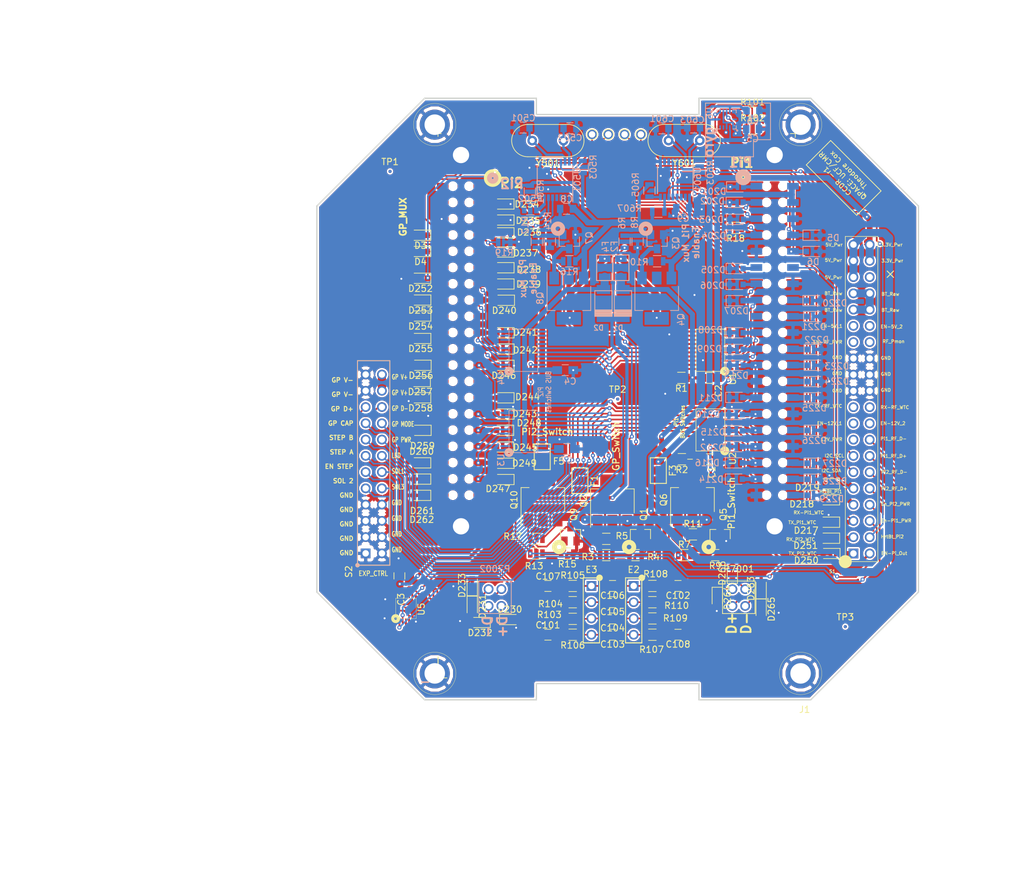
<source format=kicad_pcb>
(kicad_pcb (version 4) (host pcbnew 4.0.7)
  (layers (0 F.Cu signal) (31 B.Cu signal) (34 B.Paste user) (35 F.Paste user hide) (36 B.SilkS user) (37 F.SilkS user) (38 B.Mask user hide) (39 F.Mask user hide) (44 Edge.Cuts user))
  (net 0 "")
  (net 1 GND)
  (net 2 LED_Panel)
  (net 3 GoPro_Power)
  (net 4 GoPro_Mode)
  (net 5 GoPro_Capture)
  (net 6 GoPro_USB_D-)
  (net 7 GoPro_USB_D+)
  (net 8 Sol1)
  (net 9 Sol2)
  (net 10 Sol3)
  (net 11 WTC_OutputEnable)
  (net 12 Pwr_En_Pi1)
  (net 13 Pwr_En_Pi2)
  (net 14 NC_Pi1_3v3V)
  (net 15 NC_Pi1_Pin22)
  (net 16 NC_Pi1_Pin18)
  (net 17 NC_Pi1_Pin28)
  (net 18 NC_Pi2_3v3V)
  (net 19 NC_Pi2_Pin22)
  (net 20 NC_Pi2_Pin18)
  (net 21 NC_Pi2_Pin28)
  (net 22 GoPro+)
  (net 23 "Net-(Q1-Pad1)")
  (net 24 "Net-(Q1-Pad3)")
  (net 25 "Net-(Q3-Pad1)")
  (net 26 "Net-(Q3-Pad3)")
  (net 27 ~OE_Pi1_1)
  (net 28 ~OE_Pi1_2)
  (net 29 "Net-(Q7-Pad1)")
  (net 30 "Net-(Q7-Pad3)")
  (net 31 "Net-(Q10-Pad1)")
  (net 32 "Net-(Q5-Pad3)")
  (net 33 "Net-(Q5-Pad1)")
  (net 34 "Net-(Q9-Pad1)")
  (net 35 NC_Pi1_Pin16)
  (net 36 NC_Pi2_Pin16)
  (net 37 "Net-(F1-Pad1)")
  (net 38 "Net-(F2-Pad1)")
  (net 39 "Net-(F3-Pad1)")
  (net 40 "Net-(F4-Pad1)")
  (net 41 "Net-(F5-Pad1)")
  (net 42 Vcc_USB_MUX)
  (net 43 Step_EN)
  (net 44 5V_Rail)
  (net 45 3.3V_Rail)
  (net 46 MUX_Vcc_Pi1)
  (net 47 MUX_Vcc_Pi2)
  (net 48 BT_RAW)
  (net 49 Step_A_EN)
  (net 50 Step_B_EN)
  (net 51 NC_Pi1_Pin24)
  (net 52 NC_Pi1_Pin26)
  (net 53 NC_Pi2_Pin24)
  (net 54 NC_Pi2_Pin26)
  (net 55 NC_Pi2_Pin32)
  (net 56 NC_Pi2_Pin36)
  (net 57 NC_Pi2_Pin38)
  (net 58 NC_Pi2_Pin40)
  (net 59 NC_Pi1_Pin40)
  (net 60 NC_Pi1_Pin38)
  (net 61 NC_Pi1_Pin36)
  (net 62 NC_Pi1_Pin32)
  (net 63 "Net-(C601-Pad1)")
  (net 64 "Net-(C603-Pad1)")
  (net 65 Pi1_SDA)
  (net 66 Pi1_SCL)
  (net 67 Pi1_J3_IN)
  (net 68 Pi1_J4_IN)
  (net 69 GP_Mode_Pi1)
  (net 70 GP_Capture_Pi1)
  (net 71 GP_Power_Pi1)
  (net 72 Step_B_EN_Pi1)
  (net 73 Step_A_EN_Pi1)
  (net 74 NC_Pi1_Pin27)
  (net 75 Step_EN_Pi1)
  (net 76 LED_Panel_Pi1)
  (net 77 Sol3_Pi1)
  (net 78 Sol2_Pi1)
  (net 79 Sol1_Pi1)
  (net 80 UART_TXD_Pi1)
  (net 81 UART_RXD_Pi1)
  (net 82 Pi_heartBeat_Pi1)
  (net 83 Pi2_SDA)
  (net 84 Pi2_SCL)
  (net 85 Pi2_J3_IN)
  (net 86 Pi2_J4_IN)
  (net 87 GP_Mode_Pi2)
  (net 88 GP_Capture_Pi2)
  (net 89 GP_Power_Pi2)
  (net 90 Step_B_EN_Pi2)
  (net 91 Step_A_EN_Pi2)
  (net 92 NC_Pi2_Pin27)
  (net 93 Step_EN_Pi2)
  (net 94 LED_Panel_Pi2)
  (net 95 Sol3_Pi2)
  (net 96 Sol2_Pi2)
  (net 97 Sol1_Pi2)
  (net 98 UART_TXD_Pi2)
  (net 99 UART_RXD_Pi2)
  (net 100 Pi_heartBeat_Pi2)
  (net 101 5V_Pi2)
  (net 102 5V_Pi1)
  (net 103 I2C_SCL)
  (net 104 I2C_SDA)
  (net 105 "Net-(R605-Pad1)")
  (net 106 "Net-(C501-Pad1)")
  (net 107 "Net-(C502-Pad1)")
  (net 108 "Net-(R501-Pad1)")
  (net 109 "Net-(R502-Pad1)")
  (net 110 "Net-(R503-Pad2)")
  (net 111 "Net-(R603-Pad2)")
  (net 112 "Net-(R607-Pad1)")
  (net 113 TX_COMP_Pi1)
  (net 114 RX_COMP_Pi1)
  (net 115 TX_COMP_Pi2)
  (net 116 RX_COMP_Pi2)
  (net 117 12V_Pwr)
  (net 118 12V_1_Enable)
  (net 119 12V_2_Enable)
  (net 120 "Net-(S1-Pad19)")
  (net 121 "Net-(S1-Pad20)")
  (net 122 "Net-(S1-Pad27)")
  (net 123 "Net-(S1-Pad28)")
  (net 124 5V_Rail_1_Enable)
  (net 125 5V_Rail_2_Enable)
  (net 126 "Net-(S1-Pad36)")
  (net 127 "Net-(U1-Pad8)")
  (net 128 "Net-(U1-Pad9)")
  (net 129 "Net-(U1-Pad11)")
  (net 130 "Net-(U1-Pad12)")
  (net 131 "Net-(U2-Pad2)")
  (net 132 "Net-(U2-Pad3)")
  (net 133 "Net-(U2-Pad17)")
  (net 134 "Net-(U2-Pad18)")
  (net 135 "Net-(U3-Pad2)")
  (net 136 "Net-(U3-Pad3)")
  (net 137 "Net-(U3-Pad17)")
  (net 138 "Net-(U3-Pad18)")
  (net 139 "Net-(U4-Pad8)")
  (net 140 "Net-(U4-Pad9)")
  (net 141 "Net-(U4-Pad11)")
  (net 142 "Net-(U4-Pad12)")
  (net 143 "Net-(U6-Pad12)")
  (net 144 "Net-(U6-Pad4)")
  (net 145 "Net-(U6-Pad5)")
  (net 146 "Net-(U1-Pad6)")
  (net 147 "Net-(U1-Pad7)")
  (net 148 "Net-(U1-Pad13)")
  (net 149 "Net-(U1-Pad14)")
  (net 150 "Net-(U4-Pad6)")
  (net 151 "Net-(U4-Pad7)")
  (net 152 "Net-(U4-Pad13)")
  (net 153 "Net-(U4-Pad14)")
  (net 154 Pi2_RF_USB2_D+)
  (net 155 Pi2_GP_USB1_D+)
  (net 156 Pi2_RF_USB2_D-)
  (net 157 Pi2_GP_USB1_D-)
  (net 158 Pi1_RF_USB2_D+)
  (net 159 Pi1_GP_USB1_D+)
  (net 160 Pi1_RF_USB2_D-)
  (net 161 Pi1_GP_USB1_D-)
  (net 162 Pi2_Eth_RX-)
  (net 163 Pi1_Eth_RX-)
  (net 164 Pi2_Eth_RX+)
  (net 165 Pi1_Eth_RX+)
  (net 166 Pi2_Eth_TX-)
  (net 167 Pi1_Eth_TX-)
  (net 168 Pi2_Eth_TX+)
  (net 169 Pi1_Eth_TX+)
  (net 170 "Net-(PI7001-Pad17b)")
  (net 171 "Net-(PI7001-Pad17a)")
  (module Diodes_SMD:D_0805 (layer F.Cu) (at 160.0795 123.3415 180)
    (fp_text reference D251 (at 3.7044 -1.1566 180) (layer F.SilkS))
    (fp_text value D_TVS_ALT)
    (pad 1 smd rect (at -1.05 0 180) (size 0.8 0.9) (layers F.Cu F.Paste F.Mask) (net 99 UART_RXD_Pi2))
    (pad 2 smd rect (at 1.05 0 180) (size 0.8 0.9) (layers F.Cu F.Paste F.Mask) (net 1 GND))
  )
  (module Capacitors_SMD:C_0805_HandSoldering (layer F.Cu) (at 92.9005 129.2225 90)
    (fp_text reference C3 (at -3.663 0.254 90) (layer F.SilkS))
    (fp_text value 1uF)
    (pad 1 smd rect (at -1.25 0 90) (size 1.5 1.25) (layers F.Cu F.Paste F.Mask) (net 42 Vcc_USB_MUX))
    (pad 2 smd rect (at 1.25 0 90) (size 1.5 1.25) (layers F.Cu F.Paste F.Mask) (net 1 GND))
  )
  (module Capacitors_SMD:C_0805_HandSoldering (layer F.Cu) (at 141.331 98.298)
    (fp_text reference C2 (at 1.417 2.032 90) (layer F.SilkS))
    (fp_text value 1uF)
    (pad 1 smd rect (at -1.25 0) (size 1.5 1.25) (layers F.Cu F.Paste F.Mask) (net 46 MUX_Vcc_Pi1))
    (pad 2 smd rect (at 1.25 0) (size 1.5 1.25) (layers F.Cu F.Paste F.Mask) (net 1 GND))
  )
  (module Capacitors_SMD:C_0805_HandSoldering (layer F.Cu) (at 141.371 110.998)
    (fp_text reference C1 (at 0.361 2.032 90) (layer F.SilkS))
    (fp_text value 1uF)
    (pad 1 smd rect (at -1.25 0) (size 1.5 1.25) (layers F.Cu F.Paste F.Mask) (net 46 MUX_Vcc_Pi1))
    (pad 2 smd rect (at 1.25 0) (size 1.5 1.25) (layers F.Cu F.Paste F.Mask) (net 1 GND))
  )
  (module Capacitors_SMD:C_0805 (layer B.Cu) (at 148.082 59.436)
    (fp_text reference C5 (at 0 1.5) (layer B.SilkS) (effects (justify mirror)))
    (fp_text value 100nF)
    (pad 1 smd rect (at -1 0) (size 1 1.25) (layers B.Cu B.Paste B.Mask) (net 45 3.3V_Rail))
    (pad 2 smd rect (at 1 0) (size 1 1.25) (layers B.Cu B.Paste B.Mask) (net 1 GND))
  )
  (module Capacitors_SMD:C_0805 (layer B.Cu) (at 148.1328 56.5404)
    (fp_text reference C6 (at 0 1.5) (layer B.SilkS) (effects (justify mirror)))
    (fp_text value 100nF)
    (pad 1 smd rect (at -1 0) (size 1 1.25) (layers B.Cu B.Paste B.Mask) (net 45 3.3V_Rail))
    (pad 2 smd rect (at 1 0) (size 1 1.25) (layers B.Cu B.Paste B.Mask) (net 1 GND))
  )
  (module Capacitors_SMD:C_0805 (layer F.Cu) (at 116.1034 138.4173)
    (fp_text reference C101 (at 0 -1.5) (layer F.SilkS))
    (fp_text value 10uF)
    (pad 1 smd rect (at -1 0) (size 1 1.25) (layers F.Cu F.Paste F.Mask) (net 1 GND))
    (pad 2 smd rect (at 1 0) (size 1 1.25) (layers F.Cu F.Paste F.Mask) (net 45 3.3V_Rail))
  )
  (module Capacitors_SMD:C_0805 (layer F.Cu) (at 136.4234 130.7973 180)
    (fp_text reference C102 (at 0 -1.5 180) (layer F.SilkS))
    (fp_text value 10uF)
    (pad 1 smd rect (at -1 0 180) (size 1 1.25) (layers F.Cu F.Paste F.Mask) (net 1 GND))
    (pad 2 smd rect (at 1 0 180) (size 1 1.25) (layers F.Cu F.Paste F.Mask) (net 45 3.3V_Rail))
  )
  (module Capacitors_SMD:C_0805 (layer F.Cu) (at 126.1999 138.4173 180)
    (fp_text reference C103 (at 0 -1.5 180) (layer F.SilkS))
    (fp_text value 33nF)
    (pad 1 smd rect (at -1 0 180) (size 1 1.25) (layers F.Cu F.Paste F.Mask) (net 162 Pi2_Eth_RX-))
    (pad 2 smd rect (at 1 0 180) (size 1 1.25) (layers F.Cu F.Paste F.Mask) (net 163 Pi1_Eth_RX-))
  )
  (module Capacitors_SMD:C_0805 (layer F.Cu) (at 126.1999 135.8773 180)
    (fp_text reference C104 (at 0 -1.5 180) (layer F.SilkS))
    (fp_text value 33nF)
    (pad 1 smd rect (at -1 0 180) (size 1 1.25) (layers F.Cu F.Paste F.Mask) (net 164 Pi2_Eth_RX+))
    (pad 2 smd rect (at 1 0 180) (size 1 1.25) (layers F.Cu F.Paste F.Mask) (net 165 Pi1_Eth_RX+))
  )
  (module Capacitors_SMD:C_0805 (layer F.Cu) (at 126.1999 133.3373 180)
    (fp_text reference C105 (at 0 -1.5 180) (layer F.SilkS))
    (fp_text value 33nF)
    (pad 1 smd rect (at -1 0 180) (size 1 1.25) (layers F.Cu F.Paste F.Mask) (net 166 Pi2_Eth_TX-))
    (pad 2 smd rect (at 1 0 180) (size 1 1.25) (layers F.Cu F.Paste F.Mask) (net 167 Pi1_Eth_TX-))
  )
  (module Capacitors_SMD:C_0805 (layer F.Cu) (at 126.1999 130.7973 180)
    (fp_text reference C106 (at 0 -1.5 180) (layer F.SilkS))
    (fp_text value 33nF)
    (pad 1 smd rect (at -1 0 180) (size 1 1.25) (layers F.Cu F.Paste F.Mask) (net 168 Pi2_Eth_TX+))
    (pad 2 smd rect (at 1 0 180) (size 1 1.25) (layers F.Cu F.Paste F.Mask) (net 169 Pi1_Eth_TX+))
  )
  (module Capacitors_SMD:C_0805 (layer F.Cu) (at 116.1034 130.7973)
    (fp_text reference C107 (at 0 -1.5) (layer F.SilkS))
    (fp_text value 10uF)
    (pad 1 smd rect (at -1 0) (size 1 1.25) (layers F.Cu F.Paste F.Mask) (net 1 GND))
    (pad 2 smd rect (at 1 0) (size 1 1.25) (layers F.Cu F.Paste F.Mask) (net 45 3.3V_Rail))
  )
  (module Capacitors_SMD:C_0805 (layer F.Cu) (at 136.4234 138.4173 180)
    (fp_text reference C108 (at 0 -1.5 180) (layer F.SilkS))
    (fp_text value 10uF)
    (pad 1 smd rect (at -1 0 180) (size 1 1.25) (layers F.Cu F.Paste F.Mask) (net 1 GND))
    (pad 2 smd rect (at 1 0 180) (size 1 1.25) (layers F.Cu F.Paste F.Mask) (net 45 3.3V_Rail))
  )
  (module Capacitors_SMD:C_0805 (layer B.Cu) (at 133.9215 59.309 180)
    (fp_text reference C601 (at 0 1.5 180) (layer B.SilkS) (effects (justify mirror)))
    (fp_text value 18pF)
    (pad 1 smd rect (at -1 0 180) (size 1 1.25) (layers B.Cu B.Paste B.Mask) (net 63 "Net-(C601-Pad1)"))
    (pad 2 smd rect (at 1 0 180) (size 1 1.25) (layers B.Cu B.Paste B.Mask) (net 1 GND))
  )
  (module Capacitors_SMD:C_0805 (layer B.Cu) (at 138.8745 59.182 180)
    (fp_text reference C603 (at 0.2159 1.1938 180) (layer B.SilkS) (effects (justify mirror)))
    (fp_text value 18pF)
    (pad 1 smd rect (at -1 0 180) (size 1 1.25) (layers B.Cu B.Paste B.Mask) (net 64 "Net-(C603-Pad1)"))
    (pad 2 smd rect (at 1 0 180) (size 1 1.25) (layers B.Cu B.Paste B.Mask) (net 1 GND))
  )
  (module QPACE-CCDR:SOD-128 (layer B.Cu) (at 127.8255 86.6775 90)
    (fp_text reference D1 (at -3.81 -0.762 180) (layer B.SilkS) (effects (font (size 0.8128 0.8128) (thickness 0.14986)) (justify mirror)))
    (fp_text value D_Schottky_ALT hide)
    (pad 1 smd rect (at -2.2 0 90) (size 1.4 2.1) (layers B.Cu B.Paste B.Mask) (net 42 Vcc_USB_MUX))
    (pad 2 smd rect (at 2.2 0 90) (size 1.4 2.1) (layers B.Cu B.Paste B.Mask) (net 46 MUX_Vcc_Pi1))
  )
  (module QPACE-CCDR:SOD-128 (layer B.Cu) (at 124.7775 86.6775 90)
    (fp_text reference D2 (at -3.81 -0.762 180) (layer B.SilkS) (effects (font (size 0.8128 0.8128) (thickness 0.14986)) (justify mirror)))
    (fp_text value D_Schottky_ALT hide)
    (pad 1 smd rect (at -2.2 0 90) (size 1.4 2.1) (layers B.Cu B.Paste B.Mask) (net 42 Vcc_USB_MUX))
    (pad 2 smd rect (at 2.2 0 90) (size 1.4 2.1) (layers B.Cu B.Paste B.Mask) (net 47 MUX_Vcc_Pi2))
  )
  (module Diodes_SMD:D_0805 (layer B.Cu) (at 145.6055 68.453)
    (fp_text reference D201 (at -3.556 0.7239) (layer B.SilkS) (effects (justify mirror)))
    (fp_text value D_TVS_ALT)
    (pad 1 smd rect (at -1.05 0) (size 0.8 0.9) (layers B.Cu B.Paste B.Mask) (net 1 GND))
    (pad 2 smd rect (at 1.05 0) (size 0.8 0.9) (layers B.Cu B.Paste B.Mask) (net 14 NC_Pi1_3v3V))
  )
  (module Diodes_SMD:D_0805 (layer B.Cu) (at 145.542 70.866)
    (fp_text reference D202 (at -3.7338 -0.1905) (layer B.SilkS) (effects (justify mirror)))
    (fp_text value D_TVS_ALT)
    (pad 1 smd rect (at -1.05 0) (size 0.8 0.9) (layers B.Cu B.Paste B.Mask) (net 1 GND))
    (pad 2 smd rect (at 1.05 0) (size 0.8 0.9) (layers B.Cu B.Paste B.Mask) (net 65 Pi1_SDA))
  )
  (module Diodes_SMD:D_0805 (layer B.Cu) (at 145.6055 73.533)
    (fp_text reference D203 (at -3.9878 0.0381) (layer B.SilkS) (effects (justify mirror)))
    (fp_text value D_TVS_ALT)
    (pad 1 smd rect (at -1.05 0) (size 0.8 0.9) (layers B.Cu B.Paste B.Mask) (net 1 GND))
    (pad 2 smd rect (at 1.05 0) (size 0.8 0.9) (layers B.Cu B.Paste B.Mask) (net 66 Pi1_SCL))
  )
  (module Diodes_SMD:D_0805 (layer B.Cu) (at 145.542 76.0095)
    (fp_text reference D204 (at -3.5433 0.0762) (layer B.SilkS) (effects (justify mirror)))
    (fp_text value D_TVS_ALT)
    (pad 1 smd rect (at -1.05 0) (size 0.8 0.9) (layers B.Cu B.Paste B.Mask) (net 1 GND))
    (pad 2 smd rect (at 1.05 0) (size 0.8 0.9) (layers B.Cu B.Paste B.Mask) (net 67 Pi1_J3_IN))
  )
  (module Diodes_SMD:D_0805 (layer B.Cu) (at 145.542 81.2165)
    (fp_text reference D205 (at -3.6195 0.2032) (layer B.SilkS) (effects (justify mirror)))
    (fp_text value D_TVS_ALT)
    (pad 1 smd rect (at -1.05 0) (size 0.8 0.9) (layers B.Cu B.Paste B.Mask) (net 1 GND))
    (pad 2 smd rect (at 1.05 0) (size 0.8 0.9) (layers B.Cu B.Paste B.Mask) (net 68 Pi1_J4_IN))
  )
  (module Diodes_SMD:D_0805 (layer B.Cu) (at 145.542 83.693)
    (fp_text reference D206 (at -3.7338 0.1651) (layer B.SilkS) (effects (justify mirror)))
    (fp_text value D_TVS_ALT)
    (pad 1 smd rect (at -1.05 0) (size 0.8 0.9) (layers B.Cu B.Paste B.Mask) (net 1 GND))
    (pad 2 smd rect (at 1.05 0) (size 0.8 0.9) (layers B.Cu B.Paste B.Mask) (net 69 GP_Mode_Pi1))
  )
  (module Diodes_SMD:D_0805 (layer B.Cu) (at 145.542 86.233)
    (fp_text reference D207 (at 0 1.6) (layer B.SilkS) (effects (justify mirror)))
    (fp_text value D_TVS_ALT)
    (pad 1 smd rect (at -1.05 0) (size 0.8 0.9) (layers B.Cu B.Paste B.Mask) (net 1 GND))
    (pad 2 smd rect (at 1.05 0) (size 0.8 0.9) (layers B.Cu B.Paste B.Mask) (net 70 GP_Capture_Pi1))
  )
  (module Diodes_SMD:D_0805 (layer B.Cu) (at 145.542 91.2495)
    (fp_text reference D208 (at -4.0513 -0.4445) (layer B.SilkS) (effects (justify mirror)))
    (fp_text value D_TVS_ALT)
    (pad 1 smd rect (at -1.05 0) (size 0.8 0.9) (layers B.Cu B.Paste B.Mask) (net 1 GND))
    (pad 2 smd rect (at 1.05 0) (size 0.8 0.9) (layers B.Cu B.Paste B.Mask) (net 71 GP_Power_Pi1))
  )
  (module Diodes_SMD:D_0805 (layer B.Cu) (at 145.542 93.853)
    (fp_text reference D209 (at -4.2164 -0.0889) (layer B.SilkS) (effects (justify mirror)))
    (fp_text value D_TVS_ALT)
    (pad 1 smd rect (at -1.05 0) (size 0.8 0.9) (layers B.Cu B.Paste B.Mask) (net 1 GND))
    (pad 2 smd rect (at 1.05 0) (size 0.8 0.9) (layers B.Cu B.Paste B.Mask) (net 72 Step_B_EN_Pi1))
  )
  (module Diodes_SMD:D_0805 (layer B.Cu) (at 145.415 104.013)
    (fp_text reference D210 (at -4.318 -0.0254) (layer B.SilkS) (effects (justify mirror)))
    (fp_text value D_TVS_ALT)
    (pad 1 smd rect (at -1.05 0) (size 0.8 0.9) (layers B.Cu B.Paste B.Mask) (net 1 GND))
    (pad 2 smd rect (at 1.05 0) (size 0.8 0.9) (layers B.Cu B.Paste B.Mask) (net 73 Step_A_EN_Pi1))
  )
  (module Diodes_SMD:D_0805 (layer B.Cu) (at 145.4785 101.346)
    (fp_text reference D211 (at -3.937 0.0762) (layer B.SilkS) (effects (justify mirror)))
    (fp_text value D_TVS_ALT)
    (pad 1 smd rect (at -1.05 0) (size 0.8 0.9) (layers B.Cu B.Paste B.Mask) (net 1 GND))
    (pad 2 smd rect (at 1.05 0) (size 0.8 0.9) (layers B.Cu B.Paste B.Mask) (net 74 NC_Pi1_Pin27))
  )
  (module Diodes_SMD:D_0805 (layer B.Cu) (at 145.415 109.0295)
    (fp_text reference D212 (at -3.6195 0.1397) (layer B.SilkS) (effects (justify mirror)))
    (fp_text value D_TVS_ALT)
    (pad 1 smd rect (at -1.05 0) (size 0.8 0.9) (layers B.Cu B.Paste B.Mask) (net 1 GND))
    (pad 2 smd rect (at 1.05 0) (size 0.8 0.9) (layers B.Cu B.Paste B.Mask) (net 75 Step_EN_Pi1))
  )
  (module Diodes_SMD:D_0805 (layer B.Cu) (at 145.542 96.3295)
    (fp_text reference D213 (at 0 1.6) (layer B.SilkS) (effects (justify mirror)))
    (fp_text value D_TVS_ALT)
    (pad 1 smd rect (at -1.05 0) (size 0.8 0.9) (layers B.Cu B.Paste B.Mask) (net 1 GND))
    (pad 2 smd rect (at 1.05 0) (size 0.8 0.9) (layers B.Cu B.Paste B.Mask) (net 76 LED_Panel_Pi1))
  )
  (module Diodes_SMD:D_0805 (layer B.Cu) (at 145.415 114.1095)
    (fp_text reference D214 (at -3.7973 0.0381) (layer B.SilkS) (effects (justify mirror)))
    (fp_text value D_TVS_ALT)
    (pad 1 smd rect (at -1.05 0) (size 0.8 0.9) (layers B.Cu B.Paste B.Mask) (net 1 GND))
    (pad 2 smd rect (at 1.05 0) (size 0.8 0.9) (layers B.Cu B.Paste B.Mask) (net 78 Sol2_Pi1))
  )
  (module Diodes_SMD:D_0805 (layer B.Cu) (at 145.415 106.553)
    (fp_text reference D215 (at -3.5306 0.2159) (layer B.SilkS) (effects (justify mirror)))
    (fp_text value D_TVS_ALT)
    (pad 1 smd rect (at -1.05 0) (size 0.8 0.9) (layers B.Cu B.Paste B.Mask) (net 1 GND))
    (pad 2 smd rect (at 1.05 0) (size 0.8 0.9) (layers B.Cu B.Paste B.Mask) (net 79 Sol1_Pi1))
  )
  (module Diodes_SMD:D_0805 (layer B.Cu) (at 145.415 111.5695)
    (fp_text reference D216 (at -4.4196 0) (layer B.SilkS) (effects (justify mirror)))
    (fp_text value D_TVS_ALT)
    (pad 1 smd rect (at -1.05 0) (size 0.8 0.9) (layers B.Cu B.Paste B.Mask) (net 1 GND))
    (pad 2 smd rect (at 1.05 0) (size 0.8 0.9) (layers B.Cu B.Paste B.Mask) (net 77 Sol3_Pi1))
  )
  (module Diodes_SMD:D_0805 (layer F.Cu) (at 160.0795 120.8415 180)
    (fp_text reference D217 (at 3.6409 -1.2817 180) (layer F.SilkS))
    (fp_text value D_TVS_ALT)
    (pad 1 smd rect (at -1.05 0 180) (size 0.8 0.9) (layers F.Cu F.Paste F.Mask) (net 80 UART_TXD_Pi1))
    (pad 2 smd rect (at 1.05 0 180) (size 0.8 0.9) (layers F.Cu F.Paste F.Mask) (net 1 GND))
  )
  (module Diodes_SMD:D_0805 (layer F.Cu) (at 160.0795 117.3415 180)
    (fp_text reference D218 (at 4.3267 -0.6796 180) (layer F.SilkS))
    (fp_text value D_TVS_ALT)
    (pad 1 smd rect (at -1.05 0 180) (size 0.8 0.9) (layers F.Cu F.Paste F.Mask) (net 81 UART_RXD_Pi1))
    (pad 2 smd rect (at 1.05 0 180) (size 0.8 0.9) (layers F.Cu F.Paste F.Mask) (net 1 GND))
  )
  (module Diodes_SMD:D_0805 (layer F.Cu) (at 160.0795 114.8415 180)
    (fp_text reference D219 (at 3.4504 -0.6015 180) (layer F.SilkS))
    (fp_text value D_TVS_ALT)
    (pad 1 smd rect (at -1.05 0 180) (size 0.8 0.9) (layers F.Cu F.Paste F.Mask) (net 82 Pi_heartBeat_Pi1))
    (pad 2 smd rect (at 1.05 0 180) (size 0.8 0.9) (layers F.Cu F.Paste F.Mask) (net 1 GND))
  )
  (module Diodes_SMD:D_0805 (layer B.Cu) (at 157.5435 86.2203)
    (fp_text reference D220 (at 3.3909 0.3937) (layer B.SilkS) (effects (justify mirror)))
    (fp_text value D_TVS_ALT)
    (pad 1 smd rect (at -1.05 0) (size 0.8 0.9) (layers B.Cu B.Paste B.Mask) (net 35 NC_Pi1_Pin16))
    (pad 2 smd rect (at 1.05 0) (size 0.8 0.9) (layers B.Cu B.Paste B.Mask) (net 1 GND))
  )
  (module Diodes_SMD:D_0805 (layer B.Cu) (at 157.6451 88.7095)
    (fp_text reference D221 (at 0 1.6) (layer B.SilkS) (effects (justify mirror)))
    (fp_text value D_TVS_ALT)
    (pad 1 smd rect (at -1.05 0) (size 0.8 0.9) (layers B.Cu B.Paste B.Mask) (net 16 NC_Pi1_Pin18))
    (pad 2 smd rect (at 1.05 0) (size 0.8 0.9) (layers B.Cu B.Paste B.Mask) (net 1 GND))
  )
  (module Diodes_SMD:D_0805 (layer B.Cu) (at 157.734 93.853)
    (fp_text reference D222 (at 0.3429 -1.4986) (layer B.SilkS) (effects (justify mirror)))
    (fp_text value D_TVS_ALT)
    (pad 1 smd rect (at -1.05 0) (size 0.8 0.9) (layers B.Cu B.Paste B.Mask) (net 15 NC_Pi1_Pin22))
    (pad 2 smd rect (at 1.05 0) (size 0.8 0.9) (layers B.Cu B.Paste B.Mask) (net 1 GND))
  )
  (module Diodes_SMD:D_0805 (layer B.Cu) (at 157.734 96.3295)
    (fp_text reference D223 (at 3.5052 0.1397) (layer B.SilkS) (effects (justify mirror)))
    (fp_text value D_TVS_ALT)
    (pad 1 smd rect (at -1.05 0) (size 0.8 0.9) (layers B.Cu B.Paste B.Mask) (net 51 NC_Pi1_Pin24))
    (pad 2 smd rect (at 1.05 0) (size 0.8 0.9) (layers B.Cu B.Paste B.Mask) (net 1 GND))
  )
  (module Diodes_SMD:D_0805 (layer B.Cu) (at 157.734 98.8695)
    (fp_text reference D224 (at 3.5052 -0.0381) (layer B.SilkS) (effects (justify mirror)))
    (fp_text value D_TVS_ALT)
    (pad 1 smd rect (at -1.05 0) (size 0.8 0.9) (layers B.Cu B.Paste B.Mask) (net 52 NC_Pi1_Pin26))
    (pad 2 smd rect (at 1.05 0) (size 0.8 0.9) (layers B.Cu B.Paste B.Mask) (net 1 GND))
  )
  (module Diodes_SMD:D_0805 (layer B.Cu) (at 157.734 101.4095)
    (fp_text reference D225 (at 0 1.6) (layer B.SilkS) (effects (justify mirror)))
    (fp_text value D_TVS_ALT)
    (pad 1 smd rect (at -1.05 0) (size 0.8 0.9) (layers B.Cu B.Paste B.Mask) (net 17 NC_Pi1_Pin28))
    (pad 2 smd rect (at 1.05 0) (size 0.8 0.9) (layers B.Cu B.Paste B.Mask) (net 1 GND))
  )
  (module Diodes_SMD:D_0805 (layer B.Cu) (at 157.734 106.4895)
    (fp_text reference D226 (at 0 1.6) (layer B.SilkS) (effects (justify mirror)))
    (fp_text value D_TVS_ALT)
    (pad 1 smd rect (at -1.05 0) (size 0.8 0.9) (layers B.Cu B.Paste B.Mask) (net 62 NC_Pi1_Pin32))
    (pad 2 smd rect (at 1.05 0) (size 0.8 0.9) (layers B.Cu B.Paste B.Mask) (net 1 GND))
  )
  (module Diodes_SMD:D_0805 (layer B.Cu) (at 157.7145 111.6365)
    (fp_text reference D227 (at 3.2199 0.0346) (layer B.SilkS) (effects (justify mirror)))
    (fp_text value D_TVS_ALT)
    (pad 1 smd rect (at -1.05 0) (size 0.8 0.9) (layers B.Cu B.Paste B.Mask) (net 61 NC_Pi1_Pin36))
    (pad 2 smd rect (at 1.05 0) (size 0.8 0.9) (layers B.Cu B.Paste B.Mask) (net 1 GND))
  )
  (module Diodes_SMD:D_0805 (layer B.Cu) (at 157.7145 114.1365)
    (fp_text reference D228 (at 3.2199 0.2778) (layer B.SilkS) (effects (justify mirror)))
    (fp_text value D_TVS_ALT)
    (pad 1 smd rect (at -1.05 0) (size 0.8 0.9) (layers B.Cu B.Paste B.Mask) (net 60 NC_Pi1_Pin38))
    (pad 2 smd rect (at 1.05 0) (size 0.8 0.9) (layers B.Cu B.Paste B.Mask) (net 1 GND))
  )
  (module Diodes_SMD:D_0805 (layer B.Cu) (at 157.7145 116.6365)
    (fp_text reference D229 (at 2.7246 0.5591) (layer B.SilkS) (effects (justify mirror)))
    (fp_text value D_TVS_ALT)
    (pad 1 smd rect (at -1.05 0) (size 0.8 0.9) (layers B.Cu B.Paste B.Mask) (net 59 NC_Pi1_Pin40))
    (pad 2 smd rect (at 1.05 0) (size 0.8 0.9) (layers B.Cu B.Paste B.Mask) (net 1 GND))
  )
  (module Diodes_SMD:D_0805 (layer F.Cu) (at 110.1471 136.0551)
    (fp_text reference D230 (at 0 -1.6) (layer F.SilkS))
    (fp_text value D_TVS_ALT)
    (pad 1 smd rect (at -1.05 0) (size 0.8 0.9) (layers F.Cu F.Paste F.Mask) (net 158 Pi1_RF_USB2_D+))
    (pad 2 smd rect (at 1.05 0) (size 0.8 0.9) (layers F.Cu F.Paste F.Mask) (net 1 GND))
  )
  (module Diodes_SMD:D_0805 (layer F.Cu) (at 104.2797 133.9977 270)
    (fp_text reference D231 (at 0 -1.6 270) (layer F.SilkS))
    (fp_text value D_TVS_ALT)
    (pad 1 smd rect (at -1.05 0 270) (size 0.8 0.9) (layers F.Cu F.Paste F.Mask) (net 159 Pi1_GP_USB1_D+))
    (pad 2 smd rect (at 1.05 0 270) (size 0.8 0.9) (layers F.Cu F.Paste F.Mask) (net 1 GND))
  )
  (module Diodes_SMD:D_0805 (layer F.Cu) (at 105.4989 136.5123 180)
    (fp_text reference D232 (at 0 -1.6 180) (layer F.SilkS))
    (fp_text value D_TVS_ALT)
    (pad 1 smd rect (at -1.05 0 180) (size 0.8 0.9) (layers F.Cu F.Paste F.Mask) (net 160 Pi1_RF_USB2_D-))
    (pad 2 smd rect (at 1.05 0 180) (size 0.8 0.9) (layers F.Cu F.Paste F.Mask) (net 1 GND))
  )
  (module Diodes_SMD:D_0805 (layer F.Cu) (at 104.2797 130.7211 90)
    (fp_text reference D233 (at 0 -1.6 90) (layer F.SilkS))
    (fp_text value D_TVS_ALT)
    (pad 1 smd rect (at -1.05 0 90) (size 0.8 0.9) (layers F.Cu F.Paste F.Mask) (net 161 Pi1_GP_USB1_D-))
    (pad 2 smd rect (at 1.05 0 90) (size 0.8 0.9) (layers F.Cu F.Paste F.Mask) (net 1 GND))
  )
  (module Diodes_SMD:D_0805 (layer F.Cu) (at 109.2145 71.1365 180)
    (fp_text reference D234 (at -3.6123 -0.0216 180) (layer F.SilkS))
    (fp_text value D_TVS_ALT)
    (pad 1 smd rect (at -1.05 0 180) (size 0.8 0.9) (layers F.Cu F.Paste F.Mask) (net 1 GND))
    (pad 2 smd rect (at 1.05 0 180) (size 0.8 0.9) (layers F.Cu F.Paste F.Mask) (net 18 NC_Pi2_3v3V))
  )
  (module Diodes_SMD:D_0805 (layer F.Cu) (at 109.2145 73.6365 180)
    (fp_text reference D235 (at -3.7901 -0.087 180) (layer F.SilkS))
    (fp_text value D_TVS_ALT)
    (pad 1 smd rect (at -1.05 0 180) (size 0.8 0.9) (layers F.Cu F.Paste F.Mask) (net 1 GND))
    (pad 2 smd rect (at 1.05 0 180) (size 0.8 0.9) (layers F.Cu F.Paste F.Mask) (net 83 Pi2_SDA))
  )
  (module Diodes_SMD:D_0805 (layer F.Cu) (at 109.2145 75.6365 180)
    (fp_text reference D236 (at -3.9806 0.0842 180) (layer F.SilkS))
    (fp_text value D_TVS_ALT)
    (pad 1 smd rect (at -1.05 0 180) (size 0.8 0.9) (layers F.Cu F.Paste F.Mask) (net 1 GND))
    (pad 2 smd rect (at 1.05 0 180) (size 0.8 0.9) (layers F.Cu F.Paste F.Mask) (net 84 Pi2_SCL))
  )
  (module Diodes_SMD:D_0805 (layer F.Cu) (at 109.2145 78.6365 180)
    (fp_text reference D237 (at -3.4091 -0.1543 180) (layer F.SilkS))
    (fp_text value D_TVS_ALT)
    (pad 1 smd rect (at -1.05 0 180) (size 0.8 0.9) (layers F.Cu F.Paste F.Mask) (net 1 GND))
    (pad 2 smd rect (at 1.05 0 180) (size 0.8 0.9) (layers F.Cu F.Paste F.Mask) (net 85 Pi2_J3_IN))
  )
  (module Diodes_SMD:D_0805 (layer F.Cu) (at 109.22 81.0895 180)
    (fp_text reference D238 (at -3.8989 -0.2921 180) (layer F.SilkS))
    (fp_text value D_TVS_ALT)
    (pad 1 smd rect (at -1.05 0 180) (size 0.8 0.9) (layers F.Cu F.Paste F.Mask) (net 1 GND))
    (pad 2 smd rect (at 1.05 0 180) (size 0.8 0.9) (layers F.Cu F.Paste F.Mask) (net 86 Pi2_J4_IN))
  )
  (module Diodes_SMD:D_0805 (layer F.Cu) (at 109.22 83.6295 180)
    (fp_text reference D239 (at -3.8608 -0.0381 180) (layer F.SilkS))
    (fp_text value D_TVS_ALT)
    (pad 1 smd rect (at -1.05 0 180) (size 0.8 0.9) (layers F.Cu F.Paste F.Mask) (net 1 GND))
    (pad 2 smd rect (at 1.05 0 180) (size 0.8 0.9) (layers F.Cu F.Paste F.Mask) (net 87 GP_Mode_Pi2))
  )
  (module Diodes_SMD:D_0805 (layer F.Cu) (at 109.2835 86.1695 180)
    (fp_text reference D240 (at 0 -1.6 180) (layer F.SilkS))
    (fp_text value D_TVS_ALT)
    (pad 1 smd rect (at -1.05 0 180) (size 0.8 0.9) (layers F.Cu F.Paste F.Mask) (net 1 GND))
    (pad 2 smd rect (at 1.05 0 180) (size 0.8 0.9) (layers F.Cu F.Paste F.Mask) (net 88 GP_Capture_Pi2))
  )
  (module Diodes_SMD:D_0805 (layer F.Cu) (at 109.22 91.2495 180)
    (fp_text reference D241 (at -3.3782 0.0762 180) (layer F.SilkS))
    (fp_text value D_TVS_ALT)
    (pad 1 smd rect (at -1.05 0 180) (size 0.8 0.9) (layers F.Cu F.Paste F.Mask) (net 1 GND))
    (pad 2 smd rect (at 1.05 0 180) (size 0.8 0.9) (layers F.Cu F.Paste F.Mask) (net 89 GP_Power_Pi2))
  )
  (module Diodes_SMD:D_0805 (layer F.Cu) (at 109.22 93.7895 180)
    (fp_text reference D242 (at -3.3528 -0.1778 180) (layer F.SilkS))
    (fp_text value D_TVS_ALT)
    (pad 1 smd rect (at -1.05 0 180) (size 0.8 0.9) (layers F.Cu F.Paste F.Mask) (net 1 GND))
    (pad 2 smd rect (at 1.05 0 180) (size 0.8 0.9) (layers F.Cu F.Paste F.Mask) (net 90 Step_B_EN_Pi2))
  )
  (module Diodes_SMD:D_0805 (layer F.Cu) (at 109.22 103.9495 180)
    (fp_text reference D243 (at -3.2512 0.0508 180) (layer F.SilkS))
    (fp_text value D_TVS_ALT)
    (pad 1 smd rect (at -1.05 0 180) (size 0.8 0.9) (layers F.Cu F.Paste F.Mask) (net 1 GND))
    (pad 2 smd rect (at 1.05 0 180) (size 0.8 0.9) (layers F.Cu F.Paste F.Mask) (net 91 Step_A_EN_Pi2))
  )
  (module Diodes_SMD:D_0805 (layer F.Cu) (at 109.22 101.4095 180)
    (fp_text reference D244 (at -3.7084 0.1397 180) (layer F.SilkS))
    (fp_text value D_TVS_ALT)
    (pad 1 smd rect (at -1.05 0 180) (size 0.8 0.9) (layers F.Cu F.Paste F.Mask) (net 1 GND))
    (pad 2 smd rect (at 1.05 0 180) (size 0.8 0.9) (layers F.Cu F.Paste F.Mask) (net 92 NC_Pi2_Pin27))
  )
  (module Diodes_SMD:D_0805 (layer F.Cu) (at 109.1565 109.093 180)
    (fp_text reference D245 (at -3.429 -0.0635 180) (layer F.SilkS))
    (fp_text value D_TVS_ALT)
    (pad 1 smd rect (at -1.05 0 180) (size 0.8 0.9) (layers F.Cu F.Paste F.Mask) (net 1 GND))
    (pad 2 smd rect (at 1.05 0 180) (size 0.8 0.9) (layers F.Cu F.Paste F.Mask) (net 93 Step_EN_Pi2))
  )
  (module Diodes_SMD:D_0805 (layer F.Cu) (at 109.22 96.3295 180)
    (fp_text reference D246 (at 0 -1.6 180) (layer F.SilkS))
    (fp_text value D_TVS_ALT)
    (pad 1 smd rect (at -1.05 0 180) (size 0.8 0.9) (layers F.Cu F.Paste F.Mask) (net 1 GND))
    (pad 2 smd rect (at 1.05 0 180) (size 0.8 0.9) (layers F.Cu F.Paste F.Mask) (net 94 LED_Panel_Pi2))
  )
  (module Diodes_SMD:D_0805 (layer F.Cu) (at 109.22 114.173 180)
    (fp_text reference D247 (at 0.9271 -1.4478 180) (layer F.SilkS))
    (fp_text value D_TVS_ALT)
    (pad 1 smd rect (at -1.05 0 180) (size 0.8 0.9) (layers F.Cu F.Paste F.Mask) (net 1 GND))
    (pad 2 smd rect (at 1.05 0 180) (size 0.8 0.9) (layers F.Cu F.Paste F.Mask) (net 96 Sol2_Pi2))
  )
  (module Diodes_SMD:D_0805 (layer F.Cu) (at 109.1565 106.4895 180)
    (fp_text reference D248 (at -4.0005 1.143 180) (layer F.SilkS))
    (fp_text value D_TVS_ALT)
    (pad 1 smd rect (at -1.05 0 180) (size 0.8 0.9) (layers F.Cu F.Paste F.Mask) (net 1 GND))
    (pad 2 smd rect (at 1.05 0 180) (size 0.8 0.9) (layers F.Cu F.Paste F.Mask) (net 97 Sol1_Pi2))
  )
  (module Diodes_SMD:D_0805 (layer F.Cu) (at 109.22 111.633 180)
    (fp_text reference D249 (at -3.2131 0 180) (layer F.SilkS))
    (fp_text value D_TVS_ALT)
    (pad 1 smd rect (at -1.05 0 180) (size 0.8 0.9) (layers F.Cu F.Paste F.Mask) (net 1 GND))
    (pad 2 smd rect (at 1.05 0 180) (size 0.8 0.9) (layers F.Cu F.Paste F.Mask) (net 95 Sol3_Pi2))
  )
  (module Diodes_SMD:D_0805 (layer F.Cu) (at 160.147 125.73 180)
    (fp_text reference D250 (at 3.683 -1.0668 180) (layer F.SilkS))
    (fp_text value D_TVS_ALT)
    (pad 1 smd rect (at -1.05 0 180) (size 0.8 0.9) (layers F.Cu F.Paste F.Mask) (net 98 UART_TXD_Pi2))
    (pad 2 smd rect (at 1.05 0 180) (size 0.8 0.9) (layers F.Cu F.Paste F.Mask) (net 1 GND))
  )
  (module Diodes_SMD:D_0805 (layer F.Cu) (at 96.2025 82.7405 180)
    (fp_text reference D252 (at 0 -1.6 180) (layer F.SilkS))
    (fp_text value D_TVS_ALT)
    (pad 1 smd rect (at -1.05 0 180) (size 0.8 0.9) (layers F.Cu F.Paste F.Mask) (net 100 Pi_heartBeat_Pi2))
    (pad 2 smd rect (at 1.05 0 180) (size 0.8 0.9) (layers F.Cu F.Paste F.Mask) (net 1 GND))
  )
  (module Diodes_SMD:D_0805 (layer F.Cu) (at 96.2145 86.1365 180)
    (fp_text reference D253 (at 0 -1.6 180) (layer F.SilkS))
    (fp_text value D_TVS_ALT)
    (pad 1 smd rect (at -1.05 0 180) (size 0.8 0.9) (layers F.Cu F.Paste F.Mask) (net 36 NC_Pi2_Pin16))
    (pad 2 smd rect (at 1.05 0 180) (size 0.8 0.9) (layers F.Cu F.Paste F.Mask) (net 1 GND))
  )
  (module Diodes_SMD:D_0805 (layer F.Cu) (at 96.2145 88.6365 180)
    (fp_text reference D254 (at 0 -1.6 180) (layer F.SilkS))
    (fp_text value D_TVS_ALT)
    (pad 1 smd rect (at -1.05 0 180) (size 0.8 0.9) (layers F.Cu F.Paste F.Mask) (net 20 NC_Pi2_Pin18))
    (pad 2 smd rect (at 1.05 0 180) (size 0.8 0.9) (layers F.Cu F.Paste F.Mask) (net 1 GND))
  )
  (module Diodes_SMD:D_0805 (layer F.Cu) (at 96.2145 92.1365 180)
    (fp_text reference D255 (at 0 -1.6 180) (layer F.SilkS))
    (fp_text value D_TVS_ALT)
    (pad 1 smd rect (at -1.05 0 180) (size 0.8 0.9) (layers F.Cu F.Paste F.Mask) (net 19 NC_Pi2_Pin22))
    (pad 2 smd rect (at 1.05 0 180) (size 0.8 0.9) (layers F.Cu F.Paste F.Mask) (net 1 GND))
  )
  (module Diodes_SMD:D_0805 (layer F.Cu) (at 96.266 96.3295 180)
    (fp_text reference D256 (at 0 -1.6 180) (layer F.SilkS))
    (fp_text value D_TVS_ALT)
    (pad 1 smd rect (at -1.05 0 180) (size 0.8 0.9) (layers F.Cu F.Paste F.Mask) (net 53 NC_Pi2_Pin24))
    (pad 2 smd rect (at 1.05 0 180) (size 0.8 0.9) (layers F.Cu F.Paste F.Mask) (net 1 GND))
  )
  (module Diodes_SMD:D_0805 (layer F.Cu) (at 96.139 98.8695 180)
    (fp_text reference D257 (at 0 -1.6 180) (layer F.SilkS))
    (fp_text value D_TVS_ALT)
    (pad 1 smd rect (at -1.05 0 180) (size 0.8 0.9) (layers F.Cu F.Paste F.Mask) (net 54 NC_Pi2_Pin26))
    (pad 2 smd rect (at 1.05 0 180) (size 0.8 0.9) (layers F.Cu F.Paste F.Mask) (net 1 GND))
  )
  (module Diodes_SMD:D_0805 (layer F.Cu) (at 96.2025 101.4095 180)
    (fp_text reference D258 (at 0 -1.6 180) (layer F.SilkS))
    (fp_text value D_TVS_ALT)
    (pad 1 smd rect (at -1.05 0 180) (size 0.8 0.9) (layers F.Cu F.Paste F.Mask) (net 21 NC_Pi2_Pin28))
    (pad 2 smd rect (at 1.05 0 180) (size 0.8 0.9) (layers F.Cu F.Paste F.Mask) (net 1 GND))
  )
  (module Diodes_SMD:D_0805 (layer F.Cu) (at 96.266 106.4895 180)
    (fp_text reference D259 (at -0.2413 -2.4257 180) (layer F.SilkS))
    (fp_text value D_TVS_ALT)
    (pad 1 smd rect (at -1.05 0 180) (size 0.8 0.9) (layers F.Cu F.Paste F.Mask) (net 55 NC_Pi2_Pin32))
    (pad 2 smd rect (at 1.05 0 180) (size 0.8 0.9) (layers F.Cu F.Paste F.Mask) (net 1 GND))
  )
  (module Diodes_SMD:D_0805 (layer F.Cu) (at 96.2025 111.5695 180)
    (fp_text reference D260 (at -0.1651 1.7907 180) (layer F.SilkS))
    (fp_text value D_TVS_ALT)
    (pad 1 smd rect (at -1.05 0 180) (size 0.8 0.9) (layers F.Cu F.Paste F.Mask) (net 56 NC_Pi2_Pin36))
    (pad 2 smd rect (at 1.05 0 180) (size 0.8 0.9) (layers F.Cu F.Paste F.Mask) (net 1 GND))
  )
  (module Diodes_SMD:D_0805 (layer F.Cu) (at 96.2025 114.1095 180)
    (fp_text reference D261 (at -0.2667 -4.953 180) (layer F.SilkS))
    (fp_text value D_TVS_ALT)
    (pad 1 smd rect (at -1.05 0 180) (size 0.8 0.9) (layers F.Cu F.Paste F.Mask) (net 57 NC_Pi2_Pin38))
    (pad 2 smd rect (at 1.05 0 180) (size 0.8 0.9) (layers F.Cu F.Paste F.Mask) (net 1 GND))
  )
  (module Diodes_SMD:D_0805 (layer F.Cu) (at 96.2025 116.6495 180)
    (fp_text reference D262 (at -0.1905 -3.7846 180) (layer F.SilkS))
    (fp_text value D_TVS_ALT)
    (pad 1 smd rect (at -1.05 0 180) (size 0.8 0.9) (layers F.Cu F.Paste F.Mask) (net 58 NC_Pi2_Pin40))
    (pad 2 smd rect (at 1.05 0 180) (size 0.8 0.9) (layers F.Cu F.Paste F.Mask) (net 1 GND))
  )
  (module Diodes_SMD:D_0805 (layer F.Cu) (at 149.4155 131.2037 90)
    (fp_text reference D263 (at 0 -1.6 90) (layer F.SilkS))
    (fp_text value D_TVS_ALT)
    (pad 1 smd rect (at -1.05 0 90) (size 0.8 0.9) (layers F.Cu F.Paste F.Mask) (net 154 Pi2_RF_USB2_D+))
    (pad 2 smd rect (at 1.05 0 90) (size 0.8 0.9) (layers F.Cu F.Paste F.Mask) (net 1 GND))
  )
  (module Diodes_SMD:D_0805 (layer F.Cu) (at 142.5575 132.6007 270)
    (fp_text reference D264 (at 0 -1.6 270) (layer F.SilkS))
    (fp_text value D_TVS_ALT)
    (pad 1 smd rect (at -1.05 0 270) (size 0.8 0.9) (layers F.Cu F.Paste F.Mask) (net 155 Pi2_GP_USB1_D+))
    (pad 2 smd rect (at 1.05 0 270) (size 0.8 0.9) (layers F.Cu F.Paste F.Mask) (net 1 GND))
  )
  (module Diodes_SMD:D_0805 (layer F.Cu) (at 149.4155 134.4295 270)
    (fp_text reference D265 (at 0 -1.6 270) (layer F.SilkS))
    (fp_text value D_TVS_ALT)
    (pad 1 smd rect (at -1.05 0 270) (size 0.8 0.9) (layers F.Cu F.Paste F.Mask) (net 156 Pi2_RF_USB2_D-))
    (pad 2 smd rect (at 1.05 0 270) (size 0.8 0.9) (layers F.Cu F.Paste F.Mask) (net 1 GND))
  )
  (module Diodes_SMD:D_0805 (layer F.Cu) (at 144.9197 128.7907 90)
    (fp_text reference D266 (at 0 -1.6 90) (layer F.SilkS))
    (fp_text value D_TVS_ALT)
    (pad 1 smd rect (at -1.05 0 90) (size 0.8 0.9) (layers F.Cu F.Paste F.Mask) (net 157 Pi2_GP_USB1_D-))
    (pad 2 smd rect (at 1.05 0 90) (size 0.8 0.9) (layers F.Cu F.Paste F.Mask) (net 1 GND))
  )
  (module Resistors_SMD:R_0805 (layer F.Cu) (at 136.953 98.298 180)
    (fp_text reference R1 (at 0 -1.65 180) (layer F.SilkS))
    (fp_text value 10k)
    (pad 1 smd rect (at -0.95 0 180) (size 0.7 1.3) (layers F.Cu F.Paste F.Mask) (net 46 MUX_Vcc_Pi1))
    (pad 2 smd rect (at 0.95 0 180) (size 0.7 1.3) (layers F.Cu F.Paste F.Mask) (net 27 ~OE_Pi1_1))
  )
  (module Resistors_SMD:R_0805 (layer F.Cu) (at 137.033 110.998 180)
    (fp_text reference R2 (at 0 -1.65 180) (layer F.SilkS))
    (fp_text value 10k)
    (pad 1 smd rect (at -0.95 0 180) (size 0.7 1.3) (layers F.Cu F.Paste F.Mask) (net 46 MUX_Vcc_Pi1))
    (pad 2 smd rect (at 0.95 0 180) (size 0.7 1.3) (layers F.Cu F.Paste F.Mask) (net 28 ~OE_Pi1_2))
  )
  (module Resistors_SMD:R_0805 (layer F.Cu) (at 125.222 125.984)
    (fp_text reference R3 (at -2.8829 0.2794) (layer F.SilkS))
    (fp_text value 5k)
    (pad 1 smd rect (at -0.95 0) (size 0.7 1.3) (layers F.Cu F.Paste F.Mask) (net 3 GoPro_Power))
    (pad 2 smd rect (at 0.95 0) (size 0.7 1.3) (layers F.Cu F.Paste F.Mask) (net 23 "Net-(Q1-Pad1)"))
  )
  (module Resistors_SMD:R_0805 (layer F.Cu) (at 129.794 125.984 180)
    (fp_text reference R4 (at -2.8194 -0.2794 180) (layer F.SilkS))
    (fp_text value 100k)
    (pad 1 smd rect (at -0.95 0 180) (size 0.7 1.3) (layers F.Cu F.Paste F.Mask) (net 1 GND))
    (pad 2 smd rect (at 0.95 0 180) (size 0.7 1.3) (layers F.Cu F.Paste F.Mask) (net 23 "Net-(Q1-Pad1)"))
  )
  (module Resistors_SMD:R_0805 (layer F.Cu) (at 125.222 123.444)
    (fp_text reference R5 (at 2.4384 -0.4572) (layer F.SilkS))
    (fp_text value 100k)
    (pad 1 smd rect (at -0.95 0) (size 0.7 1.3) (layers F.Cu F.Paste F.Mask) (net 24 "Net-(Q1-Pad3)"))
    (pad 2 smd rect (at 0.95 0) (size 0.7 1.3) (layers F.Cu F.Paste F.Mask) (net 44 5V_Rail))
  )
  (module Resistors_SMD:R_0805 (layer B.Cu) (at 128.0795 77.0255 90)
    (fp_text reference R6 (at 2.921 -0.4064 90) (layer B.SilkS) (effects (justify mirror)))
    (fp_text value 5k)
    (pad 1 smd rect (at -0.95 0 90) (size 0.7 1.3) (layers B.Cu B.Paste B.Mask) (net 12 Pwr_En_Pi1))
    (pad 2 smd rect (at 0.95 0 90) (size 0.7 1.3) (layers B.Cu B.Paste B.Mask) (net 25 "Net-(Q3-Pad1)"))
  )
  (module Resistors_SMD:R_0805 (layer F.Cu) (at 137.414 125.984)
    (fp_text reference R7 (at 0 -1.65) (layer F.SilkS))
    (fp_text value 5k)
    (pad 1 smd rect (at -0.95 0) (size 0.7 1.3) (layers F.Cu F.Paste F.Mask) (net 12 Pwr_En_Pi1))
    (pad 2 smd rect (at 0.95 0) (size 0.7 1.3) (layers F.Cu F.Paste F.Mask) (net 33 "Net-(Q5-Pad1)"))
  )
  (module Resistors_SMD:R_0805 (layer B.Cu) (at 130.1115 77.0255 90)
    (fp_text reference R8 (at 3.0353 -0.4572 90) (layer B.SilkS) (effects (justify mirror)))
    (fp_text value 100k)
    (pad 1 smd rect (at -0.95 0 90) (size 0.7 1.3) (layers B.Cu B.Paste B.Mask) (net 1 GND))
    (pad 2 smd rect (at 0.95 0 90) (size 0.7 1.3) (layers B.Cu B.Paste B.Mask) (net 25 "Net-(Q3-Pad1)"))
  )
  (module Resistors_SMD:R_0805 (layer F.Cu) (at 142.24 125.984 180)
    (fp_text reference R9 (at 0 -1.65 180) (layer F.SilkS))
    (fp_text value 100k)
    (pad 1 smd rect (at -0.95 0 180) (size 0.7 1.3) (layers F.Cu F.Paste F.Mask) (net 1 GND))
    (pad 2 smd rect (at 0.95 0 180) (size 0.7 1.3) (layers F.Cu F.Paste F.Mask) (net 33 "Net-(Q5-Pad1)"))
  )
  (module Resistors_SMD:R_0805 (layer B.Cu) (at 133.1595 80.0735)
    (fp_text reference R10 (at -2.794 0.1143) (layer B.SilkS) (effects (justify mirror)))
    (fp_text value 100k)
    (pad 1 smd rect (at -0.95 0) (size 0.7 1.3) (layers B.Cu B.Paste B.Mask) (net 26 "Net-(Q3-Pad3)"))
    (pad 2 smd rect (at 0.95 0) (size 0.7 1.3) (layers B.Cu B.Paste B.Mask) (net 45 3.3V_Rail))
  )
  (module Resistors_SMD:R_0805 (layer F.Cu) (at 138.7475 122.7455)
    (fp_text reference R11 (at 0 -1.65) (layer F.SilkS))
    (fp_text value 100k)
    (pad 1 smd rect (at -0.95 0) (size 0.7 1.3) (layers F.Cu F.Paste F.Mask) (net 32 "Net-(Q5-Pad3)"))
    (pad 2 smd rect (at 0.95 0) (size 0.7 1.3) (layers F.Cu F.Paste F.Mask) (net 44 5V_Rail))
  )
  (module Resistors_SMD:R_0805 (layer B.Cu) (at 114.3635 77.0255 90)
    (fp_text reference R12 (at 2.6162 -1.8161 90) (layer B.SilkS) (effects (justify mirror)))
    (fp_text value 5k)
    (pad 1 smd rect (at -0.95 0 90) (size 0.7 1.3) (layers B.Cu B.Paste B.Mask) (net 13 Pwr_En_Pi2))
    (pad 2 smd rect (at 0.95 0 90) (size 0.7 1.3) (layers B.Cu B.Paste B.Mask) (net 29 "Net-(Q7-Pad1)"))
  )
  (module Resistors_SMD:R_0805 (layer F.Cu) (at 114.3 125.73)
    (fp_text reference R13 (at -0.3556 1.9558) (layer F.SilkS))
    (fp_text value 5k)
    (pad 1 smd rect (at -0.95 0) (size 0.7 1.3) (layers F.Cu F.Paste F.Mask) (net 13 Pwr_En_Pi2))
    (pad 2 smd rect (at 0.95 0) (size 0.7 1.3) (layers F.Cu F.Paste F.Mask) (net 34 "Net-(Q9-Pad1)"))
  )
  (module Resistors_SMD:R_0805 (layer B.Cu) (at 116.3955 77.0255 90)
    (fp_text reference R14 (at 3.2639 -0.3048 90) (layer B.SilkS) (effects (justify mirror)))
    (fp_text value 100k)
    (pad 1 smd rect (at -0.95 0 90) (size 0.7 1.3) (layers B.Cu B.Paste B.Mask) (net 1 GND))
    (pad 2 smd rect (at 0.95 0 90) (size 0.7 1.3) (layers B.Cu B.Paste B.Mask) (net 29 "Net-(Q7-Pad1)"))
  )
  (module Resistors_SMD:R_0805 (layer F.Cu) (at 119.126 125.73 180)
    (fp_text reference R15 (at 0 -1.65 180) (layer F.SilkS))
    (fp_text value 100k)
    (pad 1 smd rect (at -0.95 0 180) (size 0.7 1.3) (layers F.Cu F.Paste F.Mask) (net 1 GND))
    (pad 2 smd rect (at 0.95 0 180) (size 0.7 1.3) (layers F.Cu F.Paste F.Mask) (net 34 "Net-(Q9-Pad1)"))
  )
  (module Resistors_SMD:R_0805 (layer B.Cu) (at 119.4435 80.0735)
    (fp_text reference R16 (at 0 1.65) (layer B.SilkS) (effects (justify mirror)))
    (fp_text value 100k)
    (pad 1 smd rect (at -0.95 0) (size 0.7 1.3) (layers B.Cu B.Paste B.Mask) (net 30 "Net-(Q7-Pad3)"))
    (pad 2 smd rect (at 0.95 0) (size 0.7 1.3) (layers B.Cu B.Paste B.Mask) (net 45 3.3V_Rail))
  )
  (module Resistors_SMD:R_0805 (layer F.Cu) (at 114.3 123.444)
    (fp_text reference R17 (at -3.6957 -0.381) (layer F.SilkS))
    (fp_text value 100k)
    (pad 1 smd rect (at -0.95 0) (size 0.7 1.3) (layers F.Cu F.Paste F.Mask) (net 31 "Net-(Q10-Pad1)"))
    (pad 2 smd rect (at 0.95 0) (size 0.7 1.3) (layers F.Cu F.Paste F.Mask) (net 44 5V_Rail))
  )
  (module Resistors_SMD:R_0805 (layer F.Cu) (at 148.0795 56.8415)
    (fp_text reference R101 (at 0 -1.65) (layer F.SilkS))
    (fp_text value 10k)
    (pad 1 smd rect (at -0.95 0) (size 0.7 1.3) (layers F.Cu F.Paste F.Mask) (net 103 I2C_SCL))
    (pad 2 smd rect (at 0.95 0) (size 0.7 1.3) (layers F.Cu F.Paste F.Mask) (net 45 3.3V_Rail))
  )
  (module Resistors_SMD:R_0805 (layer F.Cu) (at 148.0795 59.3415)
    (fp_text reference R102 (at 0 -1.65) (layer F.SilkS))
    (fp_text value 10k)
    (pad 1 smd rect (at -0.95 0) (size 0.7 1.3) (layers F.Cu F.Paste F.Mask) (net 104 I2C_SDA))
    (pad 2 smd rect (at 0.95 0) (size 0.7 1.3) (layers F.Cu F.Paste F.Mask) (net 45 3.3V_Rail))
  )
  (module Resistors_SMD:R_0805 (layer B.Cu) (at 139.827 66.2305 90)
    (fp_text reference R603 (at 0 1.65 90) (layer B.SilkS) (effects (justify mirror)))
    (fp_text value 10k)
    (pad 1 smd rect (at -0.95 0 90) (size 0.7 1.3) (layers B.Cu B.Paste B.Mask) (net 45 3.3V_Rail))
    (pad 2 smd rect (at 0.95 0 90) (size 0.7 1.3) (layers B.Cu B.Paste B.Mask) (net 111 "Net-(R603-Pad2)"))
  )
  (module Resistors_SMD:R_0805 (layer B.Cu) (at 131.953 69.0245 90)
    (fp_text reference R605 (at 0.9017 -2.1463 90) (layer B.SilkS) (effects (justify mirror)))
    (fp_text value 10k)
    (pad 1 smd rect (at -0.95 0 90) (size 0.7 1.3) (layers B.Cu B.Paste B.Mask) (net 105 "Net-(R605-Pad1)"))
    (pad 2 smd rect (at 0.95 0 90) (size 0.7 1.3) (layers B.Cu B.Paste B.Mask) (net 45 3.3V_Rail))
  )
  (module Resistors_SMD:R_0805 (layer B.Cu) (at 133.35 72.3265 180)
    (fp_text reference R607 (at 4.4958 0.508 180) (layer B.SilkS) (effects (justify mirror)))
    (fp_text value 1k)
    (pad 1 smd rect (at -0.95 0 180) (size 0.7 1.3) (layers B.Cu B.Paste B.Mask) (net 112 "Net-(R607-Pad1)"))
    (pad 2 smd rect (at 0.95 0 180) (size 0.7 1.3) (layers B.Cu B.Paste B.Mask) (net 45 3.3V_Rail))
  )
  (module Crystals:Crystal_HC49-U_Vertical (layer F.Cu) (at 139.827 61.214 180)
    (fp_text reference Y601 (at 2.44 -3.525 180) (layer F.SilkS))
    (fp_text value 1.8432MHz)
    (pad 1 thru_hole circle (at 0 0 180) (size 1.5 1.5) (drill 0.8) (layers *.Cu *.Mask) (net 64 "Net-(C603-Pad1)"))
    (pad 2 thru_hole circle (at 4.88 0 180) (size 1.5 1.5) (drill 0.8) (layers *.Cu *.Mask) (net 63 "Net-(C601-Pad1)"))
  )
  (module Capacitors_SMD:C_0805 (layer B.Cu) (at 112.2299 59.1947 180)
    (fp_text reference C501 (at 0 1.5 180) (layer B.SilkS) (effects (justify mirror)))
    (fp_text value 18pF)
    (pad 1 smd rect (at -1 0 180) (size 1 1.25) (layers B.Cu B.Paste B.Mask) (net 106 "Net-(C501-Pad1)"))
    (pad 2 smd rect (at 1 0 180) (size 1 1.25) (layers B.Cu B.Paste B.Mask) (net 1 GND))
  )
  (module Capacitors_SMD:C_0805 (layer B.Cu) (at 119.5451 59.2963)
    (fp_text reference C502 (at 0 1.5) (layer B.SilkS) (effects (justify mirror)))
    (fp_text value 18pF)
    (pad 1 smd rect (at -1 0) (size 1 1.25) (layers B.Cu B.Paste B.Mask) (net 107 "Net-(C502-Pad1)"))
    (pad 2 smd rect (at 1 0) (size 1 1.25) (layers B.Cu B.Paste B.Mask) (net 1 GND))
  )
  (module Resistors_SMD:R_0805 (layer B.Cu) (at 113.284 69.215 90)
    (fp_text reference R501 (at 0 1.65 90) (layer B.SilkS) (effects (justify mirror)))
    (fp_text value 10k)
    (pad 1 smd rect (at -0.95 0 90) (size 0.7 1.3) (layers B.Cu B.Paste B.Mask) (net 108 "Net-(R501-Pad1)"))
    (pad 2 smd rect (at 0.95 0 90) (size 0.7 1.3) (layers B.Cu B.Paste B.Mask) (net 45 3.3V_Rail))
  )
  (module Resistors_SMD:R_0805 (layer B.Cu) (at 113.3475 71.9455 180)
    (fp_text reference R502 (at 0 1.65 180) (layer B.SilkS) (effects (justify mirror)))
    (fp_text value 1k)
    (pad 1 smd rect (at -0.95 0 180) (size 0.7 1.3) (layers B.Cu B.Paste B.Mask) (net 109 "Net-(R502-Pad1)"))
    (pad 2 smd rect (at 0.95 0 180) (size 0.7 1.3) (layers B.Cu B.Paste B.Mask) (net 45 3.3V_Rail))
  )
  (module Resistors_SMD:R_0805 (layer B.Cu) (at 121.539 65.3415 90)
    (fp_text reference R503 (at 0 1.65 90) (layer B.SilkS) (effects (justify mirror)))
    (fp_text value 10k)
    (pad 1 smd rect (at -0.95 0 90) (size 0.7 1.3) (layers B.Cu B.Paste B.Mask) (net 45 3.3V_Rail))
    (pad 2 smd rect (at 0.95 0 90) (size 0.7 1.3) (layers B.Cu B.Paste B.Mask) (net 110 "Net-(R503-Pad2)"))
  )
  (module Crystals:Crystal_HC49-U_Vertical (layer F.Cu) (at 118.5291 61.2267 180)
    (fp_text reference Y501 (at 2.44 -3.525 180) (layer F.SilkS))
    (fp_text value 1.8432MHz)
    (pad 1 thru_hole circle (at 0 0 180) (size 1.5 1.5) (drill 0.8) (layers *.Cu *.Mask) (net 107 "Net-(C502-Pad1)"))
    (pad 2 thru_hole circle (at 4.88 0 180) (size 1.5 1.5) (drill 0.8) (layers *.Cu *.Mask) (net 106 "Net-(C501-Pad1)"))
  )
  (module Capacitors_SMD:C_0805_HandSoldering (layer B.Cu) (at 118.8085 97.0915)
    (fp_text reference C4 (at 0.7747 1.7399) (layer B.SilkS) (effects (justify mirror)))
    (fp_text value 1uF)
    (pad 1 smd rect (at -1.25 0) (size 1.5 1.25) (layers B.Cu B.Paste B.Mask) (net 47 MUX_Vcc_Pi2))
    (pad 2 smd rect (at 1.25 0) (size 1.5 1.25) (layers B.Cu B.Paste B.Mask) (net 1 GND))
  )
  (module Capacitors_SMD:C_0805_HandSoldering (layer B.Cu) (at 119.0625 109.4105)
    (fp_text reference C7 (at 0 1.75) (layer B.SilkS) (effects (justify mirror)))
    (fp_text value 1uF)
    (pad 1 smd rect (at -1.25 0) (size 1.5 1.25) (layers B.Cu B.Paste B.Mask) (net 47 MUX_Vcc_Pi2))
    (pad 2 smd rect (at 1.25 0) (size 1.5 1.25) (layers B.Cu B.Paste B.Mask) (net 1 GND))
  )
  (module QPACE:SOT-223_GDS (layer B.Cu) (at 133.096 85.852 270)
    (fp_text reference Q4 (at 3.3401 -3.7973 270) (layer B.SilkS) (effects (justify mirror)))
    (fp_text value PFET_SOT223_NTF6P02)
    (pad 2 smd rect (at 3.15 0 270) (size 2 3.8) (layers B.Cu B.Paste B.Mask) (net 38 "Net-(F2-Pad1)"))
    (pad "" smd rect (at -3.15 0 270) (size 2 1.5) (layers B.Cu B.Paste B.Mask))
    (pad 3 smd rect (at -3.15 -2.3 270) (size 2 1.5) (layers B.Cu B.Paste B.Mask) (net 45 3.3V_Rail))
    (pad 1 smd rect (at -3.15 2.3 270) (size 2 1.5) (layers B.Cu B.Paste B.Mask) (net 26 "Net-(Q3-Pad3)"))
  )
  (module QPACE:SOT-223_GDS (layer F.Cu) (at 138.684 117.348 90)
    (fp_text reference Q6 (at 0 -4.5 90) (layer F.SilkS))
    (fp_text value PFET_SOT223_NTF6P02)
    (pad 2 smd rect (at 3.15 0 90) (size 2 3.8) (layers F.Cu F.Paste F.Mask) (net 39 "Net-(F3-Pad1)"))
    (pad "" smd rect (at -3.15 0 90) (size 2 1.5) (layers F.Cu F.Paste F.Mask))
    (pad 3 smd rect (at -3.15 2.3 90) (size 2 1.5) (layers F.Cu F.Paste F.Mask) (net 44 5V_Rail))
    (pad 1 smd rect (at -3.15 -2.3 90) (size 2 1.5) (layers F.Cu F.Paste F.Mask) (net 32 "Net-(Q5-Pad3)"))
  )
  (module QPACE:SOT-223_GDS (layer B.Cu) (at 119.38 85.852 270)
    (fp_text reference Q8 (at 0 4.5 270) (layer B.SilkS) (effects (justify mirror)))
    (fp_text value PFET_SOT223_NTF6P02)
    (pad 2 smd rect (at 3.15 0 270) (size 2 3.8) (layers B.Cu B.Paste B.Mask) (net 40 "Net-(F4-Pad1)"))
    (pad "" smd rect (at -3.15 0 270) (size 2 1.5) (layers B.Cu B.Paste B.Mask))
    (pad 3 smd rect (at -3.15 -2.3 270) (size 2 1.5) (layers B.Cu B.Paste B.Mask) (net 45 3.3V_Rail))
    (pad 1 smd rect (at -3.15 2.3 270) (size 2 1.5) (layers B.Cu B.Paste B.Mask) (net 30 "Net-(Q7-Pad3)"))
  )
  (module QPACE:SOT-223_GDS (layer F.Cu) (at 115.316 117.348 90)
    (fp_text reference Q10 (at 0 -4.5 90) (layer F.SilkS))
    (fp_text value PFET_SOT223_NTF6P02)
    (pad 2 smd rect (at 3.15 0 90) (size 2 3.8) (layers F.Cu F.Paste F.Mask) (net 41 "Net-(F5-Pad1)"))
    (pad "" smd rect (at -3.15 0 90) (size 2 1.5) (layers F.Cu F.Paste F.Mask))
    (pad 3 smd rect (at -3.15 2.3 90) (size 2 1.5) (layers F.Cu F.Paste F.Mask) (net 44 5V_Rail))
    (pad 1 smd rect (at -3.15 -2.3 90) (size 2 1.5) (layers F.Cu F.Paste F.Mask) (net 31 "Net-(Q10-Pad1)"))
  )
  (module QPACE:SOT-223_GDS (layer F.Cu) (at 126.1745 117.5385 90)
    (fp_text reference Q2 (at 0 -4.5 90) (layer F.SilkS))
    (fp_text value PFET_SOT223_NTF6P02)
    (pad 2 smd rect (at 3.15 0 90) (size 2 3.8) (layers F.Cu F.Paste F.Mask) (net 37 "Net-(F1-Pad1)"))
    (pad "" smd rect (at -3.15 0 90) (size 2 1.5) (layers F.Cu F.Paste F.Mask))
    (pad 3 smd rect (at -3.15 2.3 90) (size 2 1.5) (layers F.Cu F.Paste F.Mask) (net 44 5V_Rail))
    (pad 1 smd rect (at -3.15 -2.3 90) (size 2 1.5) (layers F.Cu F.Paste F.Mask) (net 24 "Net-(Q1-Pad3)"))
  )
  (module Diodes_SMD:D_0805 (layer F.Cu) (at 96.2025 76.0095 180)
    (fp_text reference D3 (at 0 -1.6 180) (layer F.SilkS))
    (fp_text value D_TVS_ALT)
    (pad 1 smd rect (at -1.05 0 180) (size 0.8 0.9) (layers F.Cu F.Paste F.Mask) (net 115 TX_COMP_Pi2))
    (pad 2 smd rect (at 1.05 0 180) (size 0.8 0.9) (layers F.Cu F.Paste F.Mask) (net 1 GND))
  )
  (module Diodes_SMD:D_0805 (layer F.Cu) (at 96.2025 78.5495 180)
    (fp_text reference D4 (at 0 -1.6 180) (layer F.SilkS))
    (fp_text value D_TVS_ALT)
    (pad 1 smd rect (at -1.05 0 180) (size 0.8 0.9) (layers F.Cu F.Paste F.Mask) (net 116 RX_COMP_Pi2))
    (pad 2 smd rect (at 1.05 0 180) (size 0.8 0.9) (layers F.Cu F.Paste F.Mask) (net 1 GND))
  )
  (module Diodes_SMD:D_0805 (layer B.Cu) (at 157.5435 76.0095)
    (fp_text reference D5 (at 3.1242 0.4191) (layer B.SilkS) (effects (justify mirror)))
    (fp_text value D_TVS_ALT)
    (pad 1 smd rect (at -1.05 0) (size 0.8 0.9) (layers B.Cu B.Paste B.Mask) (net 113 TX_COMP_Pi1))
    (pad 2 smd rect (at 1.05 0) (size 0.8 0.9) (layers B.Cu B.Paste B.Mask) (net 1 GND))
  )
  (module Diodes_SMD:D_0805 (layer B.Cu) (at 157.5435 78.5495)
    (fp_text reference D6 (at 0 1.6) (layer B.SilkS) (effects (justify mirror)))
    (fp_text value D_TVS_ALT)
    (pad 1 smd rect (at -1.05 0) (size 0.8 0.9) (layers B.Cu B.Paste B.Mask) (net 114 RX_COMP_Pi1))
    (pad 2 smd rect (at 1.05 0) (size 0.8 0.9) (layers B.Cu B.Paste B.Mask) (net 1 GND))
  )
  (module Resistors_SMD:R_0805 (layer F.Cu) (at 145.415 74.8665 180)
    (fp_text reference R18 (at 0 -1.65 180) (layer F.SilkS))
    (fp_text value 10k)
    (pad 1 smd rect (at -0.95 0 180) (size 0.7 1.3) (layers F.Cu F.Paste F.Mask) (net 67 Pi1_J3_IN))
    (pad 2 smd rect (at 0.95 0 180) (size 0.7 1.3) (layers F.Cu F.Paste F.Mask) (net 45 3.3V_Rail))
  )
  (module Resistors_SMD:R_0805 (layer B.Cu) (at 109.2835 77.089)
    (fp_text reference R19 (at 0 1.65) (layer B.SilkS) (effects (justify mirror)))
    (fp_text value 10k)
    (pad 1 smd rect (at -0.95 0) (size 0.7 1.3) (layers B.Cu B.Paste B.Mask) (net 85 Pi2_J3_IN))
    (pad 2 smd rect (at 0.95 0) (size 0.7 1.3) (layers B.Cu B.Paste B.Mask) (net 1 GND))
  )
  (module Qpace-CCDR:01x04-conn-sq (layer F.Cu) (at 129.5019 134.6073)
    (fp_text reference E2 (at 0 -6.35 180) (layer F.SilkS))
    (fp_text value "Ethernet Pi 2")
    (pad 1 thru_hole rect (at 0 -3.81) (size 1.524 1.524) (drill 1.01) (layers *.Cu *.Mask) (net 168 Pi2_Eth_TX+))
    (pad 3 thru_hole circle (at 0 1.27) (size 1.524 1.524) (drill 1.01) (layers *.Cu *.Mask) (net 164 Pi2_Eth_RX+))
    (pad 2 thru_hole circle (at 0 -1.27) (size 1.524 1.524) (drill 1.01) (layers *.Cu *.Mask) (net 166 Pi2_Eth_TX-))
    (pad 4 thru_hole circle (at 0 3.81) (size 1.524 1.524) (drill 1.01) (layers *.Cu *.Mask) (net 162 Pi2_Eth_RX-))
  )
  (module Qpace-CCDR:01x04-conn-sq (layer F.Cu) (at 122.8979 134.6073)
    (fp_text reference E3 (at 0 -6.35 180) (layer F.SilkS))
    (fp_text value "Ethernet Pi 1")
    (pad 1 thru_hole rect (at 0 -3.81) (size 1.524 1.524) (drill 1.01) (layers *.Cu *.Mask) (net 169 Pi1_Eth_TX+))
    (pad 3 thru_hole circle (at 0 1.27) (size 1.524 1.524) (drill 1.01) (layers *.Cu *.Mask) (net 165 Pi1_Eth_RX+))
    (pad 2 thru_hole circle (at 0 -1.27) (size 1.524 1.524) (drill 1.01) (layers *.Cu *.Mask) (net 167 Pi1_Eth_TX-))
    (pad 4 thru_hole circle (at 0 3.81) (size 1.524 1.524) (drill 1.01) (layers *.Cu *.Mask) (net 163 Pi1_Eth_RX-))
  )
  (module Qpace-CCDR:2-SMD_Fuse (layer F.Cu) (at 121.0945 114.3635 90)
    (fp_text reference F1 (at 0 2.2606 90) (layer F.SilkS))
    (fp_text value FUSE)
    (pad 2 smd rect (at 1.4 0 90) (size 1 1.8) (layers F.Cu F.Paste F.Mask) (net 22 GoPro+))
    (pad 1 smd rect (at -1.4 0 90) (size 1 1.8) (layers F.Cu F.Paste F.Mask) (net 37 "Net-(F1-Pad1)"))
  )
  (module Qpace-CCDR:2-SMD_Fuse (layer B.Cu) (at 127.508 81.0895 270)
    (fp_text reference F2 (at -3.3274 1.016 270) (layer B.SilkS) (effects (justify mirror)))
    (fp_text value FUSE)
    (pad 2 smd rect (at 1.4 0 270) (size 1 1.8) (layers B.Cu B.Paste B.Mask) (net 46 MUX_Vcc_Pi1))
    (pad 1 smd rect (at -1.4 0 270) (size 1 1.8) (layers B.Cu B.Paste B.Mask) (net 38 "Net-(F2-Pad1)"))
  )
  (module Qpace-CCDR:2-SMD_Fuse (layer F.Cu) (at 133.35 112.776 90)
    (fp_text reference F3 (at 0 2.2606 90) (layer F.SilkS))
    (fp_text value FUSE)
    (pad 2 smd rect (at 1.4 0 90) (size 1 1.8) (layers F.Cu F.Paste F.Mask) (net 102 5V_Pi1))
    (pad 1 smd rect (at -1.4 0 90) (size 1 1.8) (layers F.Cu F.Paste F.Mask) (net 39 "Net-(F3-Pad1)"))
  )
  (module Qpace-CCDR:2-SMD_Fuse (layer B.Cu) (at 124.968 81.0895 270)
    (fp_text reference F4 (at -3.2893 -0.1524 270) (layer B.SilkS) (effects (justify mirror)))
    (fp_text value FUSE)
    (pad 2 smd rect (at 1.4 0 270) (size 1 1.8) (layers B.Cu B.Paste B.Mask) (net 47 MUX_Vcc_Pi2))
    (pad 1 smd rect (at -1.4 0 270) (size 1 1.8) (layers B.Cu B.Paste B.Mask) (net 40 "Net-(F4-Pad1)"))
  )
  (module Qpace-CCDR:2-SMD_Fuse (layer F.Cu) (at 115.2145 110.6365 90)
    (fp_text reference F5 (at -0.679 2.578 180) (layer F.SilkS))
    (fp_text value FUSE)
    (pad 2 smd rect (at 1.4 0 90) (size 1 1.8) (layers F.Cu F.Paste F.Mask) (net 101 5V_Pi2))
    (pad 1 smd rect (at -1.4 0 90) (size 1 1.8) (layers F.Cu F.Paste F.Mask) (net 41 "Net-(F5-Pad1)"))
  )
  (module Qpace-CCDR:boardMount_0125in060 (layer F.Cu) (at 127 101.6 180)
    (fp_text reference J1 (at -29.21 -48.514 180) (layer F.SilkS))
    (fp_text value board_mounts)
    (pad 1 thru_hole circle (at -28.575 -42.8625 180) (size 4.699 4.699) (drill 3.2) (layers *.Cu *.Mask) (net 1 GND))
    (pad 1 thru_hole circle (at 28.575 -42.8625 180) (size 4.699 4.699) (drill 3.2) (layers *.Cu *.Mask) (net 1 GND))
    (pad 1 thru_hole circle (at -28.575 42.8625 180) (size 4.699 4.699) (drill 3.2) (layers *.Cu *.Mask) (net 1 GND))
    (pad 1 thru_hole circle (at 28.575 42.8625 180) (size 4.699 4.699) (drill 3.2) (layers *.Cu *.Mask) (net 1 GND))
  )
  (module Qpace-CCDR:PINTST (layer F.Cu) (at 128.0795 60.2615)
    (fp_text reference P101 hide)
    (fp_text value JUMPER)
    (pad 1 thru_hole circle (at 0 0) (size 1.5 1.5) (drill 1.02) (layers *.Cu *.Mask) (net 113 TX_COMP_Pi1))
  )
  (module Qpace-CCDR:PINTST (layer F.Cu) (at 130.6195 60.2615)
    (fp_text reference P102 hide)
    (fp_text value JUMPER)
    (pad 1 thru_hole circle (at 0 0) (size 1.5 1.5) (drill 1.02) (layers *.Cu *.Mask) (net 114 RX_COMP_Pi1))
  )
  (module Qpace-CCDR:PINTST (layer F.Cu) (at 125.5395 60.2615)
    (fp_text reference P103 hide)
    (fp_text value JUMPER)
    (pad 1 thru_hole circle (at 0 0) (size 1.5 1.5) (drill 1.02) (layers *.Cu *.Mask) (net 115 TX_COMP_Pi2))
  )
  (module Qpace-CCDR:PINTST (layer F.Cu) (at 122.9995 60.2615)
    (fp_text reference P104 hide)
    (fp_text value JUMPER)
    (pad 1 thru_hole circle (at 0 0) (size 1.5 1.5) (drill 1.02) (layers *.Cu *.Mask) (net 116 RX_COMP_Pi2))
  )
  (module Qpace-CCDR:USB_2.0_2_port_4conn (layer F.Cu) (at 145.923 132.5753 180)
    (fp_text reference P7001 (at -0.0127 4.4196 180) (layer F.SilkS))
    (fp_text value USB_R2)
    (pad 4 thru_hole circle (at 1 -1.35 180) (size 1.524 1.524) (drill 1.02) (layers *.Cu *.Mask) (net 154 Pi2_RF_USB2_D+))
    (pad 3 thru_hole circle (at 1 1.27 180) (size 1.524 1.524) (drill 1.02) (layers *.Cu *.Mask) (net 155 Pi2_GP_USB1_D+))
    (pad 2 thru_hole circle (at -1 -1.35 180) (size 1.524 1.524) (drill 1.02) (layers *.Cu *.Mask) (net 156 Pi2_RF_USB2_D-))
    (pad 1 thru_hole circle (at -1 1.27 180) (size 1.524 1.524) (drill 1.02) (layers *.Cu *.Mask) (net 157 Pi2_GP_USB1_D-))
  )
  (module Qpace-CCDR:USB_2.0_2_port_4conn (layer B.Cu) (at 107.8357 132.5626)
    (fp_text reference P7002 (at -0.0127 -4.4196) (layer B.SilkS) (effects (justify mirror)))
    (fp_text value USB_R1)
    (pad 4 thru_hole circle (at 1 1.35) (size 1.524 1.524) (drill 1.02) (layers *.Cu *.Mask) (net 158 Pi1_RF_USB2_D+))
    (pad 3 thru_hole circle (at 1 -1.27) (size 1.524 1.524) (drill 1.02) (layers *.Cu *.Mask) (net 159 Pi1_GP_USB1_D+))
    (pad 2 thru_hole circle (at -1 1.35) (size 1.524 1.524) (drill 1.02) (layers *.Cu *.Mask) (net 160 Pi1_RF_USB2_D-))
    (pad 1 thru_hole circle (at -1 -1.27) (size 1.524 1.524) (drill 1.02) (layers *.Cu *.Mask) (net 161 Pi1_GP_USB1_D-))
  )
  (module Qpace-CCDR:2x40_socket_966240-2000_FLIPPED (layer B.Cu) (at 127.1651 100.4189 90)
    (fp_text reference PI7001)
    (fp_text value RaspberryPi_B+_Dual)
    (pad 41 thru_hole circle (at -21.0625 -24.638 90) (size 3.81 3.81) (drill 2.54) (layers *.Cu *.Mask) (net 1 GND))
    (pad 2b smd rect (at 32.0675 -27.498 90) (size 1.05 1.82) (layers F.Cu F.Paste F.Mask) (net 101 5V_Pi2) (clearance 0.1524))
    (pad 1b smd rect (at 32.0675 -21.778 90) (size 1.05 1.82) (layers F.Cu F.Paste F.Mask) (net 18 NC_Pi2_3v3V) (clearance 0.1524))
    (pad 4b smd rect (at 29.5275 -27.498 90) (size 1.05 1.82) (layers F.Cu F.Paste F.Mask) (net 101 5V_Pi2) (clearance 0.1524))
    (pad 3b smd rect (at 29.5275 -21.778 90) (size 1.05 1.82) (layers F.Cu F.Paste F.Mask) (net 83 Pi2_SDA) (clearance 0.1524))
    (pad 6b smd rect (at 26.9875 -27.498 90) (size 1.05 1.82) (layers F.Cu F.Paste F.Mask) (net 1 GND) (clearance 0.1524))
    (pad 5b smd rect (at 26.9875 -21.778 90) (size 1.05 1.82) (layers F.Cu F.Paste F.Mask) (net 84 Pi2_SCL) (clearance 0.1524))
    (pad 8b smd rect (at 24.4475 -27.498 90) (size 1.05 1.82) (layers F.Cu F.Paste F.Mask) (net 115 TX_COMP_Pi2) (clearance 0.1524))
    (pad 7b smd rect (at 24.4475 -21.778 90) (size 1.05 1.82) (layers F.Cu F.Paste F.Mask) (net 85 Pi2_J3_IN) (clearance 0.1524))
    (pad 10b smd rect (at 21.9075 -27.498 90) (size 1.05 1.82) (layers F.Cu F.Paste F.Mask) (net 116 RX_COMP_Pi2) (clearance 0.1524))
    (pad 9b smd rect (at 21.9075 -21.778 90) (size 1.05 1.82) (layers F.Cu F.Paste F.Mask) (net 1 GND) (clearance 0.1524))
    (pad 12b smd rect (at 19.3675 -27.498 90) (size 1.05 1.82) (layers F.Cu F.Paste F.Mask) (net 100 Pi_heartBeat_Pi2) (clearance 0.1524))
    (pad 11b smd rect (at 19.3675 -21.778 90) (size 1.05 1.82) (layers F.Cu F.Paste F.Mask) (net 86 Pi2_J4_IN) (clearance 0.1524))
    (pad 14b smd rect (at 16.8275 -27.498 90) (size 1.05 1.82) (layers F.Cu F.Paste F.Mask) (net 1 GND) (clearance 0.1524))
    (pad 13b smd rect (at 16.8275 -21.778 90) (size 1.05 1.82) (layers F.Cu F.Paste F.Mask) (net 87 GP_Mode_Pi2) (clearance 0.1524))
    (pad 16b smd rect (at 14.2875 -27.498 90) (size 1.05 1.82) (layers F.Cu F.Paste F.Mask) (net 36 NC_Pi2_Pin16) (clearance 0.1524))
    (pad 15b smd rect (at 14.2875 -21.778 90) (size 1.05 1.82) (layers F.Cu F.Paste F.Mask) (net 88 GP_Capture_Pi2) (clearance 0.1524))
    (pad 18b smd rect (at 11.7475 -27.498 90) (size 1.05 1.82) (layers F.Cu F.Paste F.Mask) (net 20 NC_Pi2_Pin18) (clearance 0.1524))
    (pad 17b smd rect (at 11.7475 -21.778 90) (size 1.05 1.82) (layers F.Cu F.Paste F.Mask) (net 170 "Net-(PI7001-Pad17b)") (clearance 0.1524))
    (pad 20b smd rect (at 9.2075 -27.498 90) (size 1.05 1.82) (layers F.Cu F.Paste F.Mask) (net 1 GND) (clearance 0.1524))
    (pad 19b smd rect (at 9.2075 -21.778 90) (size 1.05 1.82) (layers F.Cu F.Paste F.Mask) (net 89 GP_Power_Pi2) (clearance 0.1524))
    (pad 22b smd rect (at 6.6675 -27.498 90) (size 1.05 1.82) (layers F.Cu F.Paste F.Mask) (net 19 NC_Pi2_Pin22) (clearance 0.1524))
    (pad 21b smd rect (at 6.6675 -21.778 90) (size 1.05 1.82) (layers F.Cu F.Paste F.Mask) (net 90 Step_B_EN_Pi2) (clearance 0.1524))
    (pad 24b smd rect (at 4.1275 -27.498 90) (size 1.05 1.82) (layers F.Cu F.Paste F.Mask) (net 53 NC_Pi2_Pin24) (clearance 0.1524))
    (pad 23b smd rect (at 4.1275 -21.778 90) (size 1.05 1.82) (layers F.Cu F.Paste F.Mask) (net 94 LED_Panel_Pi2) (clearance 0.1524))
    (pad 26b smd rect (at 1.5875 -27.498 90) (size 1.05 1.82) (layers F.Cu F.Paste F.Mask) (net 54 NC_Pi2_Pin26) (clearance 0.1524))
    (pad 25b smd rect (at 1.5875 -21.778 90) (size 1.05 1.82) (layers F.Cu F.Paste F.Mask) (net 1 GND) (clearance 0.1524))
    (pad 28b smd rect (at -0.9525 -27.498 90) (size 1.05 1.82) (layers F.Cu F.Paste F.Mask) (net 21 NC_Pi2_Pin28) (clearance 0.1524))
    (pad 27b smd rect (at -0.9525 -21.778 90) (size 1.05 1.82) (layers F.Cu F.Paste F.Mask) (net 92 NC_Pi2_Pin27) (clearance 0.1524))
    (pad 30b smd rect (at -3.4925 -27.498 90) (size 1.05 1.82) (layers F.Cu F.Paste F.Mask) (net 1 GND) (clearance 0.1524))
    (pad 29b smd rect (at -3.4925 -21.778 90) (size 1.05 1.82) (layers F.Cu F.Paste F.Mask) (net 91 Step_A_EN_Pi2) (clearance 0.1524))
    (pad 32b smd rect (at -6.0325 -27.498 90) (size 1.05 1.82) (layers F.Cu F.Paste F.Mask) (net 55 NC_Pi2_Pin32) (clearance 0.1524))
    (pad 31b smd rect (at -6.0325 -21.778 90) (size 1.05 1.82) (layers F.Cu F.Paste F.Mask) (net 97 Sol1_Pi2) (clearance 0.1524))
    (pad 34b smd rect (at -8.5725 -27.498 90) (size 1.05 1.82) (layers F.Cu F.Paste F.Mask) (net 1 GND) (clearance 0.1524))
    (pad 33b smd rect (at -8.5725 -21.778 90) (size 1.05 1.82) (layers F.Cu F.Paste F.Mask) (net 93 Step_EN_Pi2) (clearance 0.1524))
    (pad 36b smd rect (at -11.1125 -27.498 90) (size 1.05 1.82) (layers F.Cu F.Paste F.Mask) (net 56 NC_Pi2_Pin36) (clearance 0.1524))
    (pad 35b smd rect (at -11.1125 -21.778 90) (size 1.05 1.82) (layers F.Cu F.Paste F.Mask) (net 95 Sol3_Pi2) (clearance 0.1524))
    (pad 38b smd rect (at -13.6525 -27.498 90) (size 1.05 1.82) (layers F.Cu F.Paste F.Mask) (net 57 NC_Pi2_Pin38) (clearance 0.1524))
    (pad 37b smd rect (at -13.6525 -21.778 90) (size 1.05 1.82) (layers F.Cu F.Paste F.Mask) (net 96 Sol2_Pi2) (clearance 0.1524))
    (pad 40b smd rect (at -16.1925 -27.498 90) (size 1.05 1.82) (layers F.Cu F.Paste F.Mask) (net 58 NC_Pi2_Pin40) (clearance 0.1524))
    (pad 39b smd rect (at -16.1925 -21.778 90) (size 1.05 1.82) (layers F.Cu F.Paste F.Mask) (net 1 GND) (clearance 0.1524))
    (pad "" np_thru_hole circle (at 32.0675 -25.908 90) (size 1.02 1.02) (drill 1.02) (layers *.Mask B.Cu) (clearance 0.0254))
    (pad "" np_thru_hole circle (at 32.0675 -23.368 90) (size 1.02 1.02) (drill 1.02) (layers *.Mask B.Cu) (clearance 0.0254))
    (pad "" np_thru_hole circle (at 29.5275 -25.908 90) (size 1.02 1.02) (drill 1.02) (layers *.Mask B.Cu) (clearance 0.0254))
    (pad "" np_thru_hole circle (at 29.5275 -23.368 90) (size 1.02 1.02) (drill 1.02) (layers *.Mask B.Cu) (clearance 0.0254))
    (pad "" np_thru_hole circle (at 26.9875 -25.908 90) (size 1.02 1.02) (drill 1.02) (layers *.Mask B.Cu) (clearance 0.0254))
    (pad "" np_thru_hole circle (at 26.9875 -23.368 90) (size 1.02 1.02) (drill 1.02) (layers *.Mask B.Cu) (clearance 0.0254))
    (pad "" np_thru_hole circle (at 24.4475 -25.908 90) (size 1.02 1.02) (drill 1.02) (layers *.Mask B.Cu) (clearance 0.0254))
    (pad "" np_thru_hole circle (at 24.4475 -23.368 90) (size 1.02 1.02) (drill 1.02) (layers *.Mask B.Cu) (clearance 0.0254))
    (pad "" np_thru_hole circle (at 21.9075 -25.908 90) (size 1.02 1.02) (drill 1.02) (layers *.Mask B.Cu) (clearance 0.0254))
    (pad "" np_thru_hole circle (at 21.9075 -23.368 90) (size 1.02 1.02) (drill 1.02) (layers *.Mask B.Cu) (clearance 0.0254))
    (pad "" np_thru_hole circle (at 19.3675 -25.908 90) (size 1.02 1.02) (drill 1.02) (layers *.Mask B.Cu) (clearance 0.0254))
    (pad "" np_thru_hole circle (at 19.3675 -23.368 90) (size 1.02 1.02) (drill 1.02) (layers *.Mask B.Cu) (clearance 0.0254))
    (pad "" np_thru_hole circle (at 16.8275 -25.908 90) (size 1.02 1.02) (drill 1.02) (layers *.Mask B.Cu) (clearance 0.0254))
    (pad "" np_thru_hole circle (at 16.8275 -23.368 90) (size 1.02 1.02) (drill 1.02) (layers *.Mask B.Cu) (clearance 0.0254))
    (pad "" np_thru_hole circle (at 14.2875 -25.908 90) (size 1.02 1.02) (drill 1.02) (layers *.Mask B.Cu) (clearance 0.0254))
    (pad "" np_thru_hole circle (at 14.2875 -23.368 90) (size 1.02 1.02) (drill 1.02) (layers *.Mask B.Cu) (clearance 0.0254))
    (pad "" np_thru_hole circle (at 11.7475 -25.908 90) (size 1.02 1.02) (drill 1.02) (layers *.Mask B.Cu) (clearance 0.0254))
    (pad "" np_thru_hole circle (at 11.7475 -23.368 90) (size 1.02 1.02) (drill 1.02) (layers *.Mask B.Cu) (clearance 0.0254))
    (pad "" np_thru_hole circle (at 9.2075 -25.908 90) (size 1.02 1.02) (drill 1.02) (layers *.Mask B.Cu) (clearance 0.0254))
    (pad "" np_thru_hole circle (at 9.2075 -23.368 90) (size 1.02 1.02) (drill 1.02) (layers *.Mask B.Cu) (clearance 0.0254))
    (pad "" np_thru_hole circle (at 6.6675 -25.908 90) (size 1.02 1.02) (drill 1.02) (layers *.Mask B.Cu) (clearance 0.0254))
    (pad "" np_thru_hole circle (at 6.6675 -23.368 90) (size 1.02 1.02) (drill 1.02) (layers *.Mask B.Cu) (clearance 0.0254))
    (pad "" np_thru_hole circle (at 4.1275 -25.908 90) (size 1.02 1.02) (drill 1.02) (layers *.Mask B.Cu) (clearance 0.0254))
    (pad "" np_thru_hole circle (at 4.1275 -23.368 90) (size 1.02 1.02) (drill 1.02) (layers *.Mask B.Cu) (clearance 0.0254))
    (pad "" np_thru_hole circle (at 1.5875 -25.908 90) (size 1.02 1.02) (drill 1.02) (layers *.Mask B.Cu) (clearance 0.0254))
    (pad "" np_thru_hole circle (at 1.5875 -23.368 90) (size 1.02 1.02) (drill 1.02) (layers *.Mask B.Cu) (clearance 0.0254))
    (pad "" np_thru_hole circle (at -0.9525 -25.908 90) (size 1.02 1.02) (drill 1.02) (layers *.Mask B.Cu) (clearance 0.0254))
    (pad "" np_thru_hole circle (at -0.9525 -23.368 90) (size 1.02 1.02) (drill 1.02) (layers *.Mask B.Cu) (clearance 0.0254))
    (pad "" np_thru_hole circle (at -3.4925 -25.908 90) (size 1.02 1.02) (drill 1.02) (layers *.Mask B.Cu) (clearance 0.0254))
    (pad "" np_thru_hole circle (at -3.4925 -23.368 90) (size 1.02 1.02) (drill 1.02) (layers *.Mask B.Cu) (clearance 0.0254))
    (pad "" np_thru_hole circle (at -6.0325 -25.908 90) (size 1.02 1.02) (drill 1.02) (layers *.Mask B.Cu) (clearance 0.0254))
    (pad "" np_thru_hole circle (at -6.0325 -23.368 90) (size 1.02 1.02) (drill 1.02) (layers *.Mask B.Cu) (clearance 0.0254))
    (pad "" np_thru_hole circle (at -8.5725 -25.908 90) (size 1.02 1.02) (drill 1.02) (layers *.Mask B.Cu) (clearance 0.0254))
    (pad "" np_thru_hole circle (at -8.5725 -23.368 90) (size 1.02 1.02) (drill 1.02) (layers *.Mask B.Cu) (clearance 0.0254))
    (pad "" np_thru_hole circle (at -11.1125 -25.908 90) (size 1.02 1.02) (drill 1.02) (layers *.Mask B.Cu) (clearance 0.0254))
    (pad "" np_thru_hole circle (at -11.1125 -23.368 90) (size 1.02 1.02) (drill 1.02) (layers *.Mask B.Cu) (clearance 0.0254))
    (pad "" np_thru_hole circle (at -13.6525 -25.908 90) (size 1.02 1.02) (drill 1.02) (layers *.Mask B.Cu) (clearance 0.0254))
    (pad "" np_thru_hole circle (at -13.6525 -23.368 90) (size 1.02 1.02) (drill 1.02) (layers *.Mask B.Cu) (clearance 0.0254))
    (pad "" np_thru_hole circle (at -16.1925 -25.908 90) (size 1.02 1.02) (drill 1.02) (layers *.Mask B.Cu) (clearance 0.0254))
    (pad "" np_thru_hole circle (at -16.1925 -23.368 90) (size 1.02 1.02) (drill 1.02) (layers *.Mask B.Cu) (clearance 0.0254))
    (pad 41 thru_hole circle (at 36.9375 -24.638 90) (size 3.81 3.81) (drill 2.54) (layers *.Cu *.Mask) (net 1 GND))
    (pad 41 thru_hole circle (at 36.9375 24.362 90) (size 3.81 3.81) (drill 2.54) (layers *.Cu *.Mask) (net 1 GND))
    (pad "" np_thru_hole circle (at -16.1925 25.632 90) (size 1.02 1.02) (drill 1.02) (layers *.Mask B.Cu) (clearance 0.0254))
    (pad "" np_thru_hole circle (at -16.1925 23.092 90) (size 1.02 1.02) (drill 1.02) (layers *.Mask B.Cu) (clearance 0.0254))
    (pad "" np_thru_hole circle (at -13.6525 25.632 90) (size 1.02 1.02) (drill 1.02) (layers *.Mask B.Cu) (clearance 0.0254))
    (pad "" np_thru_hole circle (at -13.6525 23.092 90) (size 1.02 1.02) (drill 1.02) (layers *.Mask B.Cu) (clearance 0.0254))
    (pad "" np_thru_hole circle (at -11.1125 25.632 90) (size 1.02 1.02) (drill 1.02) (layers *.Mask B.Cu) (clearance 0.0254))
    (pad "" np_thru_hole circle (at -11.1125 23.092 90) (size 1.02 1.02) (drill 1.02) (layers *.Mask B.Cu) (clearance 0.0254))
    (pad "" np_thru_hole circle (at -8.5725 25.632 90) (size 1.02 1.02) (drill 1.02) (layers *.Mask B.Cu) (clearance 0.0254))
    (pad "" np_thru_hole circle (at -8.5725 23.092 90) (size 1.02 1.02) (drill 1.02) (layers *.Mask B.Cu) (clearance 0.0254))
    (pad "" np_thru_hole circle (at -6.0325 25.632 90) (size 1.02 1.02) (drill 1.02) (layers *.Mask B.Cu) (clearance 0.0254))
    (pad "" np_thru_hole circle (at -6.0325 23.092 90) (size 1.02 1.02) (drill 1.02) (layers *.Mask B.Cu) (clearance 0.0254))
    (pad "" np_thru_hole circle (at -3.4925 25.632 90) (size 1.02 1.02) (drill 1.02) (layers *.Mask B.Cu) (clearance 0.0254))
    (pad "" np_thru_hole circle (at -3.4925 23.092 90) (size 1.02 1.02) (drill 1.02) (layers *.Mask B.Cu) (clearance 0.0254))
    (pad "" np_thru_hole circle (at -0.9525 25.632 90) (size 1.02 1.02) (drill 1.02) (layers *.Mask B.Cu) (clearance 0.0254))
    (pad "" np_thru_hole circle (at -0.9525 23.092 90) (size 1.02 1.02) (drill 1.02) (layers *.Mask B.Cu) (clearance 0.0254))
    (pad "" np_thru_hole circle (at 1.5875 25.632 90) (size 1.02 1.02) (drill 1.02) (layers *.Mask B.Cu) (clearance 0.0254))
    (pad "" np_thru_hole circle (at 1.5875 23.092 90) (size 1.02 1.02) (drill 1.02) (layers *.Mask B.Cu) (clearance 0.0254))
    (pad "" np_thru_hole circle (at 4.1275 25.632 90) (size 1.02 1.02) (drill 1.02) (layers *.Mask B.Cu) (clearance 0.0254))
    (pad "" np_thru_hole circle (at 4.1275 23.092 90) (size 1.02 1.02) (drill 1.02) (layers *.Mask B.Cu) (clearance 0.0254))
    (pad "" np_thru_hole circle (at 6.6675 25.632 90) (size 1.02 1.02) (drill 1.02) (layers *.Mask B.Cu) (clearance 0.0254))
    (pad "" np_thru_hole circle (at 6.6675 23.092 90) (size 1.02 1.02) (drill 1.02) (layers *.Mask B.Cu) (clearance 0.0254))
    (pad "" np_thru_hole circle (at 9.2075 25.632 90) (size 1.02 1.02) (drill 1.02) (layers *.Mask B.Cu) (clearance 0.0254))
    (pad "" np_thru_hole circle (at 9.2075 23.092 90) (size 1.02 1.02) (drill 1.02) (layers *.Mask B.Cu) (clearance 0.0254))
    (pad "" np_thru_hole circle (at 11.7475 25.632 90) (size 1.02 1.02) (drill 1.02) (layers *.Mask B.Cu) (clearance 0.0254))
    (pad "" np_thru_hole circle (at 11.7475 23.092 90) (size 1.02 1.02) (drill 1.02) (layers *.Mask B.Cu) (clearance 0.0254))
    (pad "" np_thru_hole circle (at 14.2875 25.632 90) (size 1.02 1.02) (drill 1.02) (layers *.Mask B.Cu) (clearance 0.0254))
    (pad "" np_thru_hole circle (at 14.2875 23.092 90) (size 1.02 1.02) (drill 1.02) (layers *.Mask B.Cu) (clearance 0.0254))
    (pad "" np_thru_hole circle (at 16.8275 25.632 90) (size 1.02 1.02) (drill 1.02) (layers *.Mask B.Cu) (clearance 0.0254))
    (pad "" np_thru_hole circle (at 16.8275 23.092 90) (size 1.02 1.02) (drill 1.02) (layers *.Mask B.Cu) (clearance 0.0254))
    (pad "" np_thru_hole circle (at 19.3675 25.632 90) (size 1.02 1.02) (drill 1.02) (layers *.Mask B.Cu) (clearance 0.0254))
    (pad "" np_thru_hole circle (at 19.3675 23.092 90) (size 1.02 1.02) (drill 1.02) (layers *.Mask B.Cu) (clearance 0.0254))
    (pad "" np_thru_hole circle (at 21.9075 25.632 90) (size 1.02 1.02) (drill 1.02) (layers *.Mask B.Cu) (clearance 0.0254))
    (pad "" np_thru_hole circle (at 21.9075 23.092 90) (size 1.02 1.02) (drill 1.02) (layers *.Mask B.Cu) (clearance 0.0254))
    (pad "" np_thru_hole circle (at 24.4475 25.632 90) (size 1.02 1.02) (drill 1.02) (layers *.Mask B.Cu) (clearance 0.0254))
    (pad "" np_thru_hole circle (at 24.4475 23.092 90) (size 1.02 1.02) (drill 1.02) (layers *.Mask B.Cu) (clearance 0.0254))
    (pad "" np_thru_hole circle (at 26.9875 25.632 90) (size 1.02 1.02) (drill 1.02) (layers *.Mask B.Cu) (clearance 0.0254))
    (pad "" np_thru_hole circle (at 26.9875 23.092 90) (size 1.02 1.02) (drill 1.02) (layers *.Mask B.Cu) (clearance 0.0254))
    (pad "" np_thru_hole circle (at 29.5275 25.632 90) (size 1.02 1.02) (drill 1.02) (layers *.Mask B.Cu) (clearance 0.0254))
    (pad "" np_thru_hole circle (at 29.5275 23.092 90) (size 1.02 1.02) (drill 1.02) (layers *.Mask B.Cu) (clearance 0.0254))
    (pad "" np_thru_hole circle (at 32.0675 25.632 90) (size 1.02 1.02) (drill 1.02) (layers *.Mask B.Cu) (clearance 0.0254))
    (pad "" np_thru_hole circle (at 32.0675 23.092 90) (size 1.02 1.02) (drill 1.02) (layers *.Mask B.Cu) (clearance 0.0254))
    (pad 40a smd rect (at -16.1925 27.222 90) (size 1.05 1.82) (layers B.Cu B.Paste B.Mask) (net 59 NC_Pi1_Pin40) (clearance 0.1524))
    (pad 39a smd rect (at -16.1925 21.502 90) (size 1.05 1.82) (layers B.Cu B.Paste B.Mask) (net 1 GND) (clearance 0.1524))
    (pad 38a smd rect (at -13.6525 27.222 90) (size 1.05 1.82) (layers B.Cu B.Paste B.Mask) (net 60 NC_Pi1_Pin38) (clearance 0.1524))
    (pad 37a smd rect (at -13.6525 21.502 90) (size 1.05 1.82) (layers B.Cu B.Paste B.Mask) (net 78 Sol2_Pi1) (clearance 0.1524))
    (pad 36a smd rect (at -11.1125 27.222 90) (size 1.05 1.82) (layers B.Cu B.Paste B.Mask) (net 61 NC_Pi1_Pin36) (clearance 0.1524))
    (pad 35a smd rect (at -11.1125 21.502 90) (size 1.05 1.82) (layers B.Cu B.Paste B.Mask) (net 77 Sol3_Pi1) (clearance 0.1524))
    (pad 34a smd rect (at -8.5725 27.222 90) (size 1.05 1.82) (layers B.Cu B.Paste B.Mask) (net 1 GND) (clearance 0.1524))
    (pad 33a smd rect (at -8.5725 21.502 90) (size 1.05 1.82) (layers B.Cu B.Paste B.Mask) (net 75 Step_EN_Pi1) (clearance 0.1524))
    (pad 32a smd rect (at -6.0325 27.222 90) (size 1.05 1.82) (layers B.Cu B.Paste B.Mask) (net 62 NC_Pi1_Pin32) (clearance 0.1524))
    (pad 31a smd rect (at -6.0325 21.502 90) (size 1.05 1.82) (layers B.Cu B.Paste B.Mask) (net 79 Sol1_Pi1) (clearance 0.1524))
    (pad 30a smd rect (at -3.4925 27.222 90) (size 1.05 1.82) (layers B.Cu B.Paste B.Mask) (net 1 GND) (clearance 0.1524))
    (pad 29a smd rect (at -3.4925 21.502 90) (size 1.05 1.82) (layers B.Cu B.Paste B.Mask) (net 73 Step_A_EN_Pi1) (clearance 0.1524))
    (pad 28a smd rect (at -0.9525 27.222 90) (size 1.05 1.82) (layers B.Cu B.Paste B.Mask) (net 17 NC_Pi1_Pin28) (clearance 0.1524))
    (pad 27a smd rect (at -0.9525 21.502 90) (size 1.05 1.82) (layers B.Cu B.Paste B.Mask) (net 74 NC_Pi1_Pin27) (clearance 0.1524))
    (pad 26a smd rect (at 1.5875 27.222 90) (size 1.05 1.82) (layers B.Cu B.Paste B.Mask) (net 52 NC_Pi1_Pin26) (clearance 0.1524))
    (pad 25a smd rect (at 1.5875 21.502 90) (size 1.05 1.82) (layers B.Cu B.Paste B.Mask) (net 1 GND) (clearance 0.1524))
    (pad 24a smd rect (at 4.1275 27.222 90) (size 1.05 1.82) (layers B.Cu B.Paste B.Mask) (net 51 NC_Pi1_Pin24) (clearance 0.1524))
    (pad 23a smd rect (at 4.1275 21.502 90) (size 1.05 1.82) (layers B.Cu B.Paste B.Mask) (net 76 LED_Panel_Pi1) (clearance 0.1524))
    (pad 22a smd rect (at 6.6675 27.222 90) (size 1.05 1.82) (layers B.Cu B.Paste B.Mask) (net 15 NC_Pi1_Pin22) (clearance 0.1524))
    (pad 21a smd rect (at 6.6675 21.502 90) (size 1.05 1.82) (layers B.Cu B.Paste B.Mask) (net 72 Step_B_EN_Pi1) (clearance 0.1524))
    (pad 20a smd rect (at 9.2075 27.222 90) (size 1.05 1.82) (layers B.Cu B.Paste B.Mask) (net 1 GND) (clearance 0.1524))
    (pad 19a smd rect (at 9.2075 21.502 90) (size 1.05 1.82) (layers B.Cu B.Paste B.Mask) (net 71 GP_Power_Pi1) (clearance 0.1524))
    (pad 18a smd rect (at 11.7475 27.222 90) (size 1.05 1.82) (layers B.Cu B.Paste B.Mask) (net 16 NC_Pi1_Pin18) (clearance 0.1524))
    (pad 17a smd rect (at 11.7475 21.502 90) (size 1.05 1.82) (layers B.Cu B.Paste B.Mask) (net 171 "Net-(PI7001-Pad17a)") (clearance 0.1524))
    (pad 16a smd rect (at 14.2875 27.222 90) (size 1.05 1.82) (layers B.Cu B.Paste B.Mask) (net 35 NC_Pi1_Pin16) (clearance 0.1524))
    (pad 15a smd rect (at 14.2875 21.502 90) (size 1.05 1.82) (layers B.Cu B.Paste B.Mask) (net 70 GP_Capture_Pi1) (clearance 0.1524))
    (pad 14a smd rect (at 16.8275 27.222 90) (size 1.05 1.82) (layers B.Cu B.Paste B.Mask) (net 1 GND) (clearance 0.1524))
    (pad 13a smd rect (at 16.8275 21.502 90) (size 1.05 1.82) (layers B.Cu B.Paste B.Mask) (net 69 GP_Mode_Pi1) (clearance 0.1524))
    (pad 12a smd rect (at 19.3675 27.222 90) (size 1.05 1.82) (layers B.Cu B.Paste B.Mask) (net 82 Pi_heartBeat_Pi1) (clearance 0.1524))
    (pad 11a smd rect (at 19.3675 21.502 90) (size 1.05 1.82) (layers B.Cu B.Paste B.Mask) (net 68 Pi1_J4_IN) (clearance 0.1524))
    (pad 10a smd rect (at 21.9075 27.222 90) (size 1.05 1.82) (layers B.Cu B.Paste B.Mask) (net 114 RX_COMP_Pi1) (clearance 0.1524))
    (pad 9a smd rect (at 21.9075 21.502 90) (size 1.05 1.82) (layers B.Cu B.Paste B.Mask) (net 1 GND) (clearance 0.1524))
    (pad 8a smd rect (at 24.4475 27.222 90) (size 1.05 1.82) (layers B.Cu B.Paste B.Mask) (net 113 TX_COMP_Pi1) (clearance 0.1524))
    (pad 7a smd rect (at 24.4475 21.502 90) (size 1.05 1.82) (layers B.Cu B.Paste B.Mask) (net 67 Pi1_J3_IN) (clearance 0.1524))
    (pad 6a smd rect (at 26.9875 27.222 90) (size 1.05 1.82) (layers B.Cu B.Paste B.Mask) (net 1 GND) (clearance 0.1524))
    (pad 5a smd rect (at 26.9875 21.502 90) (size 1.05 1.82) (layers B.Cu B.Paste B.Mask) (net 66 Pi1_SCL) (clearance 0.1524))
    (pad 4a smd rect (at 29.5275 27.222 90) (size 1.05 1.82) (layers B.Cu B.Paste B.Mask) (net 102 5V_Pi1) (clearance 0.1524))
    (pad 3a smd rect (at 29.5275 21.502 90) (size 1.05 1.82) (layers B.Cu B.Paste B.Mask) (net 65 Pi1_SDA) (clearance 0.1524))
    (pad 2a smd rect (at 32.0675 27.222 90) (size 1.05 1.82) (layers B.Cu B.Paste B.Mask) (net 102 5V_Pi1) (clearance 0.1524))
    (pad 1a smd rect (at 32.0675 21.502 90) (size 1.05 1.82) (layers B.Cu B.Paste B.Mask) (net 14 NC_Pi1_3v3V) (clearance 0.1524))
    (pad 41 thru_hole circle (at -21.0625 24.362 90) (size 3.81 3.81) (drill 2.54) (layers *.Cu *.Mask) (net 1 GND))
  )
  (module Qpace-CCDR:N-Fet_BSS138_SOT-23 (layer F.Cu) (at 130.556 122.682 90)
    (fp_text reference Q1 (at 3.048 0.508 90) (layer F.SilkS))
    (fp_text value BSS138)
    (pad 1 smd rect (at -1.1 -0.95 90) (size 1.4 1) (layers F.Cu F.Paste F.Mask) (net 23 "Net-(Q1-Pad1)"))
    (pad 2 smd rect (at -1.1 0.95 90) (size 1.4 1) (layers F.Cu F.Paste F.Mask) (net 1 GND))
    (pad 3 smd rect (at 1.1 0 90) (size 1.4 1) (layers F.Cu F.Paste F.Mask) (net 24 "Net-(Q1-Pad3)"))
  )
  (module Qpace-CCDR:N-Fet_BSS138_SOT-23 (layer B.Cu) (at 133.1595 77.0255 270)
    (fp_text reference Q3 (at 0.2032 -2.9337 270) (layer B.SilkS) (effects (justify mirror)))
    (fp_text value BSS138)
    (pad 1 smd rect (at -1.1 0.95 270) (size 1.4 1) (layers B.Cu B.Paste B.Mask) (net 25 "Net-(Q3-Pad1)"))
    (pad 2 smd rect (at -1.1 -0.95 270) (size 1.4 1) (layers B.Cu B.Paste B.Mask) (net 1 GND))
    (pad 3 smd rect (at 1.1 0 270) (size 1.4 1) (layers B.Cu B.Paste B.Mask) (net 26 "Net-(Q3-Pad3)"))
  )
  (module Qpace-CCDR:N-Fet_BSS138_SOT-23 (layer F.Cu) (at 143.002 122.682 90)
    (fp_text reference Q5 (at 3.048 0.508 90) (layer F.SilkS))
    (fp_text value BSS138)
    (pad 1 smd rect (at -1.1 -0.95 90) (size 1.4 1) (layers F.Cu F.Paste F.Mask) (net 33 "Net-(Q5-Pad1)"))
    (pad 2 smd rect (at -1.1 0.95 90) (size 1.4 1) (layers F.Cu F.Paste F.Mask) (net 1 GND))
    (pad 3 smd rect (at 1.1 0 90) (size 1.4 1) (layers F.Cu F.Paste F.Mask) (net 32 "Net-(Q5-Pad3)"))
  )
  (module Qpace-CCDR:N-Fet_BSS138_SOT-23 (layer B.Cu) (at 119.4435 77.0255 270)
    (fp_text reference Q7 (at -0.5969 -3.1115 270) (layer B.SilkS) (effects (justify mirror)))
    (fp_text value BSS138)
    (pad 1 smd rect (at -1.1 0.95 270) (size 1.4 1) (layers B.Cu B.Paste B.Mask) (net 29 "Net-(Q7-Pad1)"))
    (pad 2 smd rect (at -1.1 -0.95 270) (size 1.4 1) (layers B.Cu B.Paste B.Mask) (net 1 GND))
    (pad 3 smd rect (at 1.1 0 270) (size 1.4 1) (layers B.Cu B.Paste B.Mask) (net 30 "Net-(Q7-Pad3)"))
  )
  (module Qpace-CCDR:N-Fet_BSS138_SOT-23 (layer F.Cu) (at 119.634 122.682 90)
    (fp_text reference Q9 (at 3.048 0.508 90) (layer F.SilkS))
    (fp_text value BSS138)
    (pad 1 smd rect (at -1.1 -0.95 90) (size 1.4 1) (layers F.Cu F.Paste F.Mask) (net 34 "Net-(Q9-Pad1)"))
    (pad 2 smd rect (at -1.1 0.95 90) (size 1.4 1) (layers F.Cu F.Paste F.Mask) (net 1 GND))
    (pad 3 smd rect (at 1.1 0 90) (size 1.4 1) (layers F.Cu F.Paste F.Mask) (net 31 "Net-(Q10-Pad1)"))
  )
  (module Resistors_SMD:R_0805 (layer F.Cu) (at 119.9769 135.9408 180)
    (fp_text reference R103 (at 3.6576 0.6477 180) (layer F.SilkS))
    (fp_text value 10k)
    (pad 1 smd rect (at -0.95 0 180) (size 0.7 1.3) (layers F.Cu F.Paste F.Mask) (net 165 Pi1_Eth_RX+))
    (pad 2 smd rect (at 0.95 0 180) (size 0.7 1.3) (layers F.Cu F.Paste F.Mask) (net 45 3.3V_Rail))
  )
  (module Resistors_SMD:R_0805 (layer F.Cu) (at 119.9769 133.3373)
    (fp_text reference R104 (at -3.4671 0.2667) (layer F.SilkS))
    (fp_text value 10k)
    (pad 1 smd rect (at -0.95 0) (size 0.7 1.3) (layers F.Cu F.Paste F.Mask) (net 45 3.3V_Rail))
    (pad 2 smd rect (at 0.95 0) (size 0.7 1.3) (layers F.Cu F.Paste F.Mask) (net 167 Pi1_Eth_TX-))
  )
  (module Resistors_SMD:R_0805 (layer F.Cu) (at 119.9769 130.7973)
    (fp_text reference R105 (at 0 -1.65) (layer F.SilkS))
    (fp_text value 10k)
    (pad 1 smd rect (at -0.95 0) (size 0.7 1.3) (layers F.Cu F.Paste F.Mask) (net 45 3.3V_Rail))
    (pad 2 smd rect (at 0.95 0) (size 0.7 1.3) (layers F.Cu F.Paste F.Mask) (net 169 Pi1_Eth_TX+))
  )
  (module Resistors_SMD:R_0805 (layer F.Cu) (at 119.9769 138.4173 180)
    (fp_text reference R106 (at 0 -1.65 180) (layer F.SilkS))
    (fp_text value 10k)
    (pad 1 smd rect (at -0.95 0 180) (size 0.7 1.3) (layers F.Cu F.Paste F.Mask) (net 163 Pi1_Eth_RX-))
    (pad 2 smd rect (at 0.95 0 180) (size 0.7 1.3) (layers F.Cu F.Paste F.Mask) (net 45 3.3V_Rail))
  )
  (module Resistors_SMD:R_0805 (layer F.Cu) (at 132.4229 138.4173)
    (fp_text reference R107 (at -0.127 2.3114) (layer F.SilkS))
    (fp_text value 10k)
    (pad 1 smd rect (at -0.95 0) (size 0.7 1.3) (layers F.Cu F.Paste F.Mask) (net 162 Pi2_Eth_RX-))
    (pad 2 smd rect (at 0.95 0) (size 0.7 1.3) (layers F.Cu F.Paste F.Mask) (net 45 3.3V_Rail))
  )
  (module Resistors_SMD:R_0805 (layer F.Cu) (at 132.4229 130.7973 180)
    (fp_text reference R108 (at -0.508 1.8669 180) (layer F.SilkS))
    (fp_text value 10k)
    (pad 1 smd rect (at -0.95 0 180) (size 0.7 1.3) (layers F.Cu F.Paste F.Mask) (net 45 3.3V_Rail))
    (pad 2 smd rect (at 0.95 0 180) (size 0.7 1.3) (layers F.Cu F.Paste F.Mask) (net 168 Pi2_Eth_TX+))
  )
  (module Resistors_SMD:R_0805 (layer F.Cu) (at 132.4229 135.8773)
    (fp_text reference R109 (at 3.5941 -0.0381) (layer F.SilkS))
    (fp_text value 10k)
    (pad 1 smd rect (at -0.95 0) (size 0.7 1.3) (layers F.Cu F.Paste F.Mask) (net 164 Pi2_Eth_RX+))
    (pad 2 smd rect (at 0.95 0) (size 0.7 1.3) (layers F.Cu F.Paste F.Mask) (net 45 3.3V_Rail))
  )
  (module Resistors_SMD:R_0805 (layer F.Cu) (at 132.4229 133.3373 180)
    (fp_text reference R110 (at -3.7846 -0.5207 180) (layer F.SilkS))
    (fp_text value 10k)
    (pad 1 smd rect (at -0.95 0 180) (size 0.7 1.3) (layers F.Cu F.Paste F.Mask) (net 45 3.3V_Rail))
    (pad 2 smd rect (at 0.95 0 180) (size 0.7 1.3) (layers F.Cu F.Paste F.Mask) (net 166 Pi2_Eth_TX-))
  )
  (module Qpace-CCDR:Samtec_SSQ-120-03-G-D_QPACE_40-Pin_r1 (layer F.Cu) (at 165.1 101.6 180)
    (fp_text reference S1 (at 4.572 -26.924 360) (layer F.SilkS) (effects (font (size 0.508 0.508) (thickness 0.1016))))
    (fp_text value WTC_RF_SIGNALS hide)
    (fp_text user RX-RF_WTC (at -5.2 -1.3 180) (layer F.SilkS) (effects (font (size 0.508 0.508) (thickness 0.1))))
    (fp_text user TX-RF_WTC (at 5.2 -1.1 180) (layer F.SilkS) (effects (font (size 0.508 0.508) (thickness 0.1))))
    (fp_text user RF_Pmon (at -5 9 180) (layer F.SilkS) (effects (font (size 0.508 0.508) (thickness 0.1))))
    (fp_text user EN-RF_PWR (at 5.3 8.9 180) (layer F.SilkS) (effects (font (size 0.508 0.508) (thickness 0.1))))
    (fp_text user EN-12V_1 (at 5 -3.8 180) (layer F.SilkS) (effects (font (size 0.508 0.508) (thickness 0.1))))
    (fp_text user Pi1_RF_D- (at -5 -6.2 180) (layer F.SilkS) (effects (font (size 0.508 0.508) (thickness 0.1))))
    (fp_text user Pi1_RF_D+ (at -5 -8.9 180) (layer F.SilkS) (effects (font (size 0.508 0.508) (thickness 0.1))))
    (fp_text user Pi2_RF_D- (at -5.1 -11.4 180) (layer F.SilkS) (effects (font (size 0.508 0.508) (thickness 0.1))))
    (fp_text user Pi2_RF_D+ (at -5.1 -14 180) (layer F.SilkS) (effects (font (size 0.508 0.508) (thickness 0.1))))
    (fp_text user En_Pi2_PWR (at -5.3 -16.4 180) (layer F.SilkS) (effects (font (size 0.508 0.508) (thickness 0.1))))
    (fp_text user En-Pi1_PWR (at -5.4 -19 180) (layer F.SilkS) (effects (font (size 0.508 0.508) (thickness 0.1))))
    (fp_text user HrtBt_Pi2 (at -4.8 -21.5 180) (layer F.SilkS) (effects (font (size 0.508 0.508) (thickness 0.1))))
    (fp_text user EN-Pi_Out (at -5.1 -24.1 180) (layer F.SilkS) (effects (font (size 0.508 0.508) (thickness 0.1))))
    (fp_text user 3.3V_Pwr (at -4.8 21.6 180) (layer F.SilkS) (effects (font (size 0.508 0.508) (thickness 0.1))))
    (fp_text user 5V_Pwr (at 4.4 21.7 180) (layer F.SilkS) (effects (font (size 0.508 0.508) (thickness 0.1))))
    (fp_text user 5V_Pwr (at 4.3 24.1 180) (layer F.SilkS) (effects (font (size 0.508 0.508) (thickness 0.1))))
    (fp_text user 3.3V_Pwr (at -4.7 24.1 180) (layer F.SilkS) (effects (font (size 0.508 0.508) (thickness 0.1))))
    (fp_text user 5V_Pwr (at 4.4 19 180) (layer F.SilkS) (effects (font (size 0.508 0.508) (thickness 0.1))))
    (fp_text user BT_Raw (at -4.5 13.9 180) (layer F.SilkS) (effects (font (size 0.508 0.508) (thickness 0.1))))
    (fp_text user BT_Raw (at -4.5 16.4 180) (layer F.SilkS) (effects (font (size 0.508 0.508) (thickness 0.1))))
    (fp_text user BT_Raw (at 4.4 16.5 180) (layer F.SilkS) (effects (font (size 0.508 0.508) (thickness 0.1))))
    (fp_text user BT_Raw (at 4.4 13.9 180) (layer F.SilkS) (effects (font (size 0.508 0.508) (thickness 0.1))))
    (fp_text user EN-5V_2 (at -4.7 11.3 180) (layer F.SilkS) (effects (font (size 0.508 0.508) (thickness 0.1))))
    (fp_text user EN-5V_1 (at 4.7 11.4 180) (layer F.SilkS) (effects (font (size 0.508 0.508) (thickness 0.1))))
    (fp_text user GND (at -3.8 1.4 180) (layer F.SilkS) (effects (font (size 0.508 0.508) (thickness 0.1))))
    (fp_text user GND (at 3.8 1.3 180) (layer F.SilkS) (effects (font (size 0.508 0.508) (thickness 0.1))))
    (fp_text user GND (at -3.8 3.9 180) (layer F.SilkS) (effects (font (size 0.508 0.508) (thickness 0.1))))
    (fp_text user GND (at -3.8 6.4 180) (layer F.SilkS) (effects (font (size 0.508 0.508) (thickness 0.1))))
    (fp_text user GND (at 3.8 6.5 180) (layer F.SilkS) (effects (font (size 0.508 0.508) (thickness 0.1))))
    (fp_text user GND (at 3.8 4 180) (layer F.SilkS) (effects (font (size 0.508 0.508) (thickness 0.1))))
    (fp_text user EN-12V_2 (at -4.9 -3.8 180) (layer F.SilkS) (effects (font (size 0.508 0.508) (thickness 0.1))))
    (fp_text user 12V_PWR (at 4.7 -6.3 180) (layer F.SilkS) (effects (font (size 0.508 0.508) (thickness 0.1))))
    (fp_text user I2C_SCL (at 4.2545 -8.8646 180) (layer F.SilkS) (effects (font (size 0.508 0.508) (thickness 0.1))))
    (fp_text user I2C_SDA (at 4.7371 -11.176 180) (layer F.SilkS) (effects (font (size 0.508 0.508) (thickness 0.1))))
    (fp_text user HrtBt_Pi1 (at 4.8133 -14.4653 180) (layer F.SilkS) (effects (font (size 0.508 0.508) (thickness 0.1))))
    (fp_text user RX-Pi1_WTC (at 8.255 -17.7419 180) (layer F.SilkS) (effects (font (size 0.508 0.508) (thickness 0.1))))
    (fp_text user TX_Pi1_WTC (at 9.271 -19.2786 180) (layer F.SilkS) (effects (font (size 0.508 0.508) (thickness 0.1))))
    (fp_text user RX_Pi2_WTC (at 9.525 -21.9329 180) (layer F.SilkS) (effects (font (size 0.508 0.508) (thickness 0.1))))
    (fp_text user TX_Pi2_WTC (at 9.2075 -24.13 180) (layer F.SilkS) (effects (font (size 0.508 0.508) (thickness 0.1))))
    (pad 1 thru_hole rect (at 1.27 -24.13) (size 1.524 1.524) (drill 1.01) (layers *.Cu *.Mask) (net 98 UART_TXD_Pi2))
    (pad 2 thru_hole circle (at -1.27 -24.13 90) (size 1.524 1.524) (drill 1.01) (layers *.Cu *.Mask) (net 11 WTC_OutputEnable))
    (pad 3 thru_hole circle (at 1.27 -21.59 90) (size 1.524 1.524) (drill 1.01) (layers *.Cu *.Mask) (net 99 UART_RXD_Pi2))
    (pad 4 thru_hole circle (at -1.27 -21.59 90) (size 1.524 1.524) (drill 1.01) (layers *.Cu *.Mask) (net 100 Pi_heartBeat_Pi2))
    (pad 5 thru_hole circle (at 1.27 -19.05 90) (size 1.524 1.524) (drill 1.01) (layers *.Cu *.Mask) (net 80 UART_TXD_Pi1))
    (pad 6 thru_hole circle (at -1.27 -19.05 90) (size 1.524 1.524) (drill 1.01) (layers *.Cu *.Mask) (net 12 Pwr_En_Pi1))
    (pad 7 thru_hole circle (at 1.27 -16.51 90) (size 1.524 1.524) (drill 1.01) (layers *.Cu *.Mask) (net 81 UART_RXD_Pi1))
    (pad 8 thru_hole circle (at -1.27 -16.51 90) (size 1.524 1.524) (drill 1.01) (layers *.Cu *.Mask) (net 13 Pwr_En_Pi2))
    (pad 9 thru_hole circle (at 1.27 -13.97 90) (size 1.524 1.524) (drill 1.01) (layers *.Cu *.Mask) (net 82 Pi_heartBeat_Pi1))
    (pad 10 thru_hole circle (at -1.27 -13.97 90) (size 1.524 1.524) (drill 1.01) (layers *.Cu *.Mask) (net 154 Pi2_RF_USB2_D+))
    (pad 11 thru_hole circle (at 1.27 -11.43 90) (size 1.524 1.524) (drill 1.01) (layers *.Cu *.Mask) (net 104 I2C_SDA))
    (pad 12 thru_hole circle (at -1.27 -11.43 90) (size 1.524 1.524) (drill 1.01) (layers *.Cu *.Mask) (net 156 Pi2_RF_USB2_D-))
    (pad 13 thru_hole circle (at 1.27 -8.89 90) (size 1.524 1.524) (drill 1.01) (layers *.Cu *.Mask) (net 103 I2C_SCL))
    (pad 14 thru_hole circle (at -1.27 -8.89 90) (size 1.524 1.524) (drill 1.01) (layers *.Cu *.Mask) (net 158 Pi1_RF_USB2_D+))
    (pad 15 thru_hole circle (at 1.27 -6.35 90) (size 1.524 1.524) (drill 1.01) (layers *.Cu *.Mask) (net 117 12V_Pwr))
    (pad 16 thru_hole circle (at -1.27 -6.35 90) (size 1.524 1.524) (drill 1.01) (layers *.Cu *.Mask) (net 160 Pi1_RF_USB2_D-))
    (pad 17 thru_hole circle (at 1.27 -3.81 90) (size 1.524 1.524) (drill 1.01) (layers *.Cu *.Mask) (net 118 12V_1_Enable))
    (pad 18 thru_hole circle (at -1.27 -3.81 90) (size 1.524 1.524) (drill 1.01) (layers *.Cu *.Mask) (net 119 12V_2_Enable))
    (pad 19 thru_hole circle (at 1.27 -1.27 90) (size 1.524 1.524) (drill 1.01) (layers *.Cu *.Mask) (net 120 "Net-(S1-Pad19)"))
    (pad 20 thru_hole circle (at -1.27 -1.27 90) (size 1.524 1.524) (drill 1.01) (layers *.Cu *.Mask) (net 121 "Net-(S1-Pad20)"))
    (pad 21 thru_hole circle (at 1.27 1.27 90) (size 1.524 1.524) (drill 1.01) (layers *.Cu *.Mask) (net 1 GND))
    (pad 22 thru_hole circle (at -1.27 1.27 90) (size 1.524 1.524) (drill 1.01) (layers *.Cu *.Mask) (net 1 GND))
    (pad 23 thru_hole circle (at 1.27 3.81 90) (size 1.524 1.524) (drill 1.01) (layers *.Cu *.Mask) (net 1 GND))
    (pad 24 thru_hole circle (at -1.27 3.81 90) (size 1.524 1.524) (drill 1.01) (layers *.Cu *.Mask) (net 1 GND))
    (pad 25 thru_hole circle (at 1.27 6.35 90) (size 1.524 1.524) (drill 1.01) (layers *.Cu *.Mask) (net 1 GND))
    (pad 26 thru_hole circle (at -1.27 6.35 90) (size 1.524 1.524) (drill 1.01) (layers *.Cu *.Mask) (net 1 GND))
    (pad 27 thru_hole circle (at 1.27 8.89 90) (size 1.524 1.524) (drill 1.01) (layers *.Cu *.Mask) (net 122 "Net-(S1-Pad27)"))
    (pad 28 thru_hole circle (at -1.27 8.89 90) (size 1.524 1.524) (drill 1.01) (layers *.Cu *.Mask) (net 123 "Net-(S1-Pad28)"))
    (pad 29 thru_hole circle (at 1.27 11.43 90) (size 1.524 1.524) (drill 1.01) (layers *.Cu *.Mask) (net 124 5V_Rail_1_Enable))
    (pad 30 thru_hole circle (at -1.27 11.43 90) (size 1.524 1.524) (drill 1.01) (layers *.Cu *.Mask) (net 125 5V_Rail_2_Enable))
    (pad 31 thru_hole circle (at 1.27 13.97 90) (size 1.524 1.524) (drill 1.01) (layers *.Cu *.Mask) (net 48 BT_RAW))
    (pad 32 thru_hole circle (at -1.27 13.97 90) (size 1.524 1.524) (drill 1.01) (layers *.Cu *.Mask) (net 48 BT_RAW))
    (pad 33 thru_hole circle (at 1.27 16.51 90) (size 1.524 1.524) (drill 1.01) (layers *.Cu *.Mask) (net 48 BT_RAW))
    (pad 34 thru_hole circle (at -1.27 16.51 90) (size 1.524 1.524) (drill 1.01) (layers *.Cu *.Mask) (net 48 BT_RAW))
    (pad 35 thru_hole circle (at 1.27 19.05 90) (size 1.524 1.524) (drill 1.01) (layers *.Cu *.Mask) (net 44 5V_Rail))
    (pad 36 thru_hole circle (at -1.27 19.05 90) (size 1.524 1.524) (drill 1.01) (layers *.Cu *.Mask) (net 126 "Net-(S1-Pad36)"))
    (pad 37 thru_hole circle (at 1.27 21.59 90) (size 1.524 1.524) (drill 1.01) (layers *.Cu *.Mask) (net 44 5V_Rail))
    (pad 38 thru_hole circle (at -1.27 21.59 90) (size 1.524 1.524) (drill 1.01) (layers *.Cu *.Mask) (net 45 3.3V_Rail))
    (pad 39 thru_hole circle (at 1.27 24.13 90) (size 1.524 1.524) (drill 1.01) (layers *.Cu *.Mask) (net 44 5V_Rail))
    (pad 40 thru_hole circle (at -1.27 24.13 90) (size 1.524 1.524) (drill 1.01) (layers *.Cu *.Mask) (net 45 3.3V_Rail))
  )
  (module Qpace-CCDR:Samtec_SSQ-112-03-G-D (layer F.Cu) (at 88.9 111.76 90)
    (fp_text reference S2 (at -16.8021 -3.8989 90) (layer F.SilkS))
    (fp_text value Exp_Ctrl_Rails_SIGNALS)
    (pad 1 thru_hole rect (at -13.95 -1.27 90) (size 1.524 1.524) (drill 1.01) (layers *.Cu *.Mask) (net 1 GND))
    (pad 2 thru_hole circle (at -13.95 1.27 90) (size 1.524 1.524) (drill 1.01) (layers *.Cu *.Mask) (net 1 GND))
    (pad 3 thru_hole circle (at -11.41 -1.27 90) (size 1.524 1.524) (drill 1.01) (layers *.Cu *.Mask) (net 1 GND))
    (pad 4 thru_hole circle (at -11.41 1.27 90) (size 1.524 1.524) (drill 1.01) (layers *.Cu *.Mask) (net 1 GND))
    (pad 5 thru_hole circle (at -8.87 -1.27 90) (size 1.524 1.524) (drill 1.01) (layers *.Cu *.Mask) (net 1 GND))
    (pad 6 thru_hole circle (at -8.87 1.27 90) (size 1.524 1.524) (drill 1.01) (layers *.Cu *.Mask) (net 1 GND))
    (pad 7 thru_hole circle (at -6.33 -1.27 90) (size 1.524 1.524) (drill 1.01) (layers *.Cu *.Mask) (net 1 GND))
    (pad 8 thru_hole circle (at -6.33 1.27 90) (size 1.524 1.524) (drill 1.01) (layers *.Cu *.Mask) (net 1 GND))
    (pad 9 thru_hole circle (at -3.79 -1.27 90) (size 1.524 1.524) (drill 1.01) (layers *.Cu *.Mask) (net 9 Sol2))
    (pad 10 thru_hole circle (at -3.79 1.27 90) (size 1.524 1.524) (drill 1.01) (layers *.Cu *.Mask) (net 10 Sol3))
    (pad 11 thru_hole circle (at -1.25 -1.27 90) (size 1.524 1.524) (drill 1.01) (layers *.Cu *.Mask) (net 43 Step_EN))
    (pad 12 thru_hole circle (at -1.25 1.27 90) (size 1.524 1.524) (drill 1.01) (layers *.Cu *.Mask) (net 8 Sol1))
    (pad 13 thru_hole circle (at 1.29 -1.27 90) (size 1.524 1.524) (drill 1.01) (layers *.Cu *.Mask) (net 49 Step_A_EN))
    (pad 14 thru_hole circle (at 1.29 1.27 90) (size 1.524 1.524) (drill 1.01) (layers *.Cu *.Mask) (net 2 LED_Panel))
    (pad 15 thru_hole circle (at 3.83 -1.27 90) (size 1.524 1.524) (drill 1.01) (layers *.Cu *.Mask) (net 50 Step_B_EN))
    (pad 16 thru_hole circle (at 3.83 1.27 90) (size 1.524 1.524) (drill 1.01) (layers *.Cu *.Mask) (net 3 GoPro_Power))
    (pad 17 thru_hole circle (at 6.37 -1.27 90) (size 1.524 1.524) (drill 1.01) (layers *.Cu *.Mask) (net 5 GoPro_Capture))
    (pad 18 thru_hole circle (at 6.37 1.27 90) (size 1.524 1.524) (drill 1.01) (layers *.Cu *.Mask) (net 4 GoPro_Mode))
    (pad 19 thru_hole circle (at 8.91 -1.27 90) (size 1.524 1.524) (drill 1.01) (layers *.Cu *.Mask) (net 7 GoPro_USB_D+))
    (pad 20 thru_hole circle (at 8.91 1.27 90) (size 1.524 1.524) (drill 1.01) (layers *.Cu *.Mask) (net 6 GoPro_USB_D-))
    (pad 21 thru_hole circle (at 11.45 -1.27 90) (size 1.524 1.524) (drill 1.01) (layers *.Cu *.Mask) (net 1 GND))
    (pad 22 thru_hole circle (at 11.45 1.27 90) (size 1.524 1.524) (drill 1.01) (layers *.Cu *.Mask) (net 22 GoPro+))
    (pad 23 thru_hole circle (at 13.99 -1.27 90) (size 1.524 1.524) (drill 1.01) (layers *.Cu *.Mask) (net 1 GND))
    (pad 24 thru_hole circle (at 13.99 1.27 90) (size 1.524 1.524) (drill 1.01) (layers *.Cu *.Mask) (net 22 GoPro+))
  )
  (module Qpace-CCDR:bus_switch_sn74cb3q3345_rev2 (layer F.Cu) (at 141.478 93.98 90)
    (fp_text reference U1 (at -4.445 3.4925 90) (layer F.SilkS))
    (fp_text value SN74CB3Q3345)
    (pad 1 smd rect (at -2.925 2.8 90) (size 0.3 1.6) (layers F.Cu F.Paste F.Mask) (net 11 WTC_OutputEnable))
    (pad 2 smd rect (at -2.275 2.8 90) (size 0.3 1.6) (layers F.Cu F.Paste F.Mask) (net 72 Step_B_EN_Pi1))
    (pad 3 smd rect (at -1.625 2.8 90) (size 0.3 1.6) (layers F.Cu F.Paste F.Mask) (net 71 GP_Power_Pi1))
    (pad 4 smd rect (at -0.975 2.8 90) (size 0.3 1.6) (layers F.Cu F.Paste F.Mask) (net 70 GP_Capture_Pi1))
    (pad 5 smd rect (at -0.325 2.8 90) (size 0.3 1.6) (layers F.Cu F.Paste F.Mask) (net 69 GP_Mode_Pi1))
    (pad 6 smd rect (at 0.325 2.8 90) (size 0.3 1.6) (layers F.Cu F.Paste F.Mask) (net 146 "Net-(U1-Pad6)"))
    (pad 7 smd rect (at 0.975 2.8 90) (size 0.3 1.6) (layers F.Cu F.Paste F.Mask) (net 147 "Net-(U1-Pad7)"))
    (pad 8 smd rect (at 1.625 2.8 90) (size 0.3 1.6) (layers F.Cu F.Paste F.Mask) (net 127 "Net-(U1-Pad8)"))
    (pad 9 smd rect (at 2.275 2.8 90) (size 0.3 1.6) (layers F.Cu F.Paste F.Mask) (net 128 "Net-(U1-Pad9)"))
    (pad 10 smd rect (at 2.925 2.8 90) (size 0.3 1.6) (layers F.Cu F.Paste F.Mask) (net 1 GND))
    (pad 11 smd rect (at 2.925 -2.8 90) (size 0.3 1.6) (layers F.Cu F.Paste F.Mask) (net 129 "Net-(U1-Pad11)"))
    (pad 12 smd rect (at 2.275 -2.8 90) (size 0.3 1.6) (layers F.Cu F.Paste F.Mask) (net 130 "Net-(U1-Pad12)"))
    (pad 13 smd rect (at 1.625 -2.8 90) (size 0.3 1.6) (layers F.Cu F.Paste F.Mask) (net 148 "Net-(U1-Pad13)"))
    (pad 14 smd rect (at 0.975 -2.8 90) (size 0.3 1.6) (layers F.Cu F.Paste F.Mask) (net 149 "Net-(U1-Pad14)"))
    (pad 15 smd rect (at 0.325 -2.8 90) (size 0.3 1.6) (layers F.Cu F.Paste F.Mask) (net 4 GoPro_Mode))
    (pad 16 smd rect (at -0.325 -2.8 90) (size 0.3 1.6) (layers F.Cu F.Paste F.Mask) (net 5 GoPro_Capture))
    (pad 17 smd rect (at -0.975 -2.8 90) (size 0.3 1.6) (layers F.Cu F.Paste F.Mask) (net 3 GoPro_Power))
    (pad 18 smd rect (at -1.625 -2.8 90) (size 0.3 1.6) (layers F.Cu F.Paste F.Mask) (net 50 Step_B_EN))
    (pad 19 smd rect (at -2.275 -2.8 90) (size 0.3 1.6) (layers F.Cu F.Paste F.Mask) (net 27 ~OE_Pi1_1))
    (pad 20 smd rect (at -2.925 -2.8 90) (size 0.3 1.6) (layers F.Cu F.Paste F.Mask) (net 46 MUX_Vcc_Pi1))
  )
  (module Qpace-CCDR:bus_switch_sn74cb3q3345_rev2 (layer F.Cu) (at 141.478 106.426 90)
    (fp_text reference U2 (at -4.445 3.4925 90) (layer F.SilkS))
    (fp_text value SN74CB3Q3345)
    (pad 1 smd rect (at -2.925 2.8 90) (size 0.3 1.6) (layers F.Cu F.Paste F.Mask) (net 11 WTC_OutputEnable))
    (pad 2 smd rect (at -2.275 2.8 90) (size 0.3 1.6) (layers F.Cu F.Paste F.Mask) (net 131 "Net-(U2-Pad2)"))
    (pad 3 smd rect (at -1.625 2.8 90) (size 0.3 1.6) (layers F.Cu F.Paste F.Mask) (net 132 "Net-(U2-Pad3)"))
    (pad 4 smd rect (at -0.975 2.8 90) (size 0.3 1.6) (layers F.Cu F.Paste F.Mask) (net 78 Sol2_Pi1))
    (pad 5 smd rect (at -0.325 2.8 90) (size 0.3 1.6) (layers F.Cu F.Paste F.Mask) (net 77 Sol3_Pi1))
    (pad 6 smd rect (at 0.325 2.8 90) (size 0.3 1.6) (layers F.Cu F.Paste F.Mask) (net 75 Step_EN_Pi1))
    (pad 7 smd rect (at 0.975 2.8 90) (size 0.3 1.6) (layers F.Cu F.Paste F.Mask) (net 79 Sol1_Pi1))
    (pad 8 smd rect (at 1.625 2.8 90) (size 0.3 1.6) (layers F.Cu F.Paste F.Mask) (net 73 Step_A_EN_Pi1))
    (pad 9 smd rect (at 2.275 2.8 90) (size 0.3 1.6) (layers F.Cu F.Paste F.Mask) (net 76 LED_Panel_Pi1))
    (pad 10 smd rect (at 2.925 2.8 90) (size 0.3 1.6) (layers F.Cu F.Paste F.Mask) (net 1 GND))
    (pad 11 smd rect (at 2.925 -2.8 90) (size 0.3 1.6) (layers F.Cu F.Paste F.Mask) (net 2 LED_Panel))
    (pad 12 smd rect (at 2.275 -2.8 90) (size 0.3 1.6) (layers F.Cu F.Paste F.Mask) (net 49 Step_A_EN))
    (pad 13 smd rect (at 1.625 -2.8 90) (size 0.3 1.6) (layers F.Cu F.Paste F.Mask) (net 8 Sol1))
    (pad 14 smd rect (at 0.975 -2.8 90) (size 0.3 1.6) (layers F.Cu F.Paste F.Mask) (net 43 Step_EN))
    (pad 15 smd rect (at 0.325 -2.8 90) (size 0.3 1.6) (layers F.Cu F.Paste F.Mask) (net 10 Sol3))
    (pad 16 smd rect (at -0.325 -2.8 90) (size 0.3 1.6) (layers F.Cu F.Paste F.Mask) (net 9 Sol2))
    (pad 17 smd rect (at -0.975 -2.8 90) (size 0.3 1.6) (layers F.Cu F.Paste F.Mask) (net 133 "Net-(U2-Pad17)"))
    (pad 18 smd rect (at -1.625 -2.8 90) (size 0.3 1.6) (layers F.Cu F.Paste F.Mask) (net 134 "Net-(U2-Pad18)"))
    (pad 19 smd rect (at -2.275 -2.8 90) (size 0.3 1.6) (layers F.Cu F.Paste F.Mask) (net 28 ~OE_Pi1_2))
    (pad 20 smd rect (at -2.925 -2.8 90) (size 0.3 1.6) (layers F.Cu F.Paste F.Mask) (net 46 MUX_Vcc_Pi1))
  )
  (module Qpace-CCDR:bus_switch_sn74cb3q3345_rev2 (layer B.Cu) (at 112.268 106.68 90)
    (fp_text reference U3 (at -4.445 -3.4925 90) (layer B.SilkS) (effects (justify mirror)))
    (fp_text value SN74CB3Q3345)
    (pad 1 smd rect (at -2.925 -2.8 90) (size 0.3 1.6) (layers B.Cu B.Paste B.Mask) (net 1 GND))
    (pad 2 smd rect (at -2.275 -2.8 90) (size 0.3 1.6) (layers B.Cu B.Paste B.Mask) (net 135 "Net-(U3-Pad2)"))
    (pad 3 smd rect (at -1.625 -2.8 90) (size 0.3 1.6) (layers B.Cu B.Paste B.Mask) (net 136 "Net-(U3-Pad3)"))
    (pad 4 smd rect (at -0.975 -2.8 90) (size 0.3 1.6) (layers B.Cu B.Paste B.Mask) (net 96 Sol2_Pi2))
    (pad 5 smd rect (at -0.325 -2.8 90) (size 0.3 1.6) (layers B.Cu B.Paste B.Mask) (net 95 Sol3_Pi2))
    (pad 6 smd rect (at 0.325 -2.8 90) (size 0.3 1.6) (layers B.Cu B.Paste B.Mask) (net 93 Step_EN_Pi2))
    (pad 7 smd rect (at 0.975 -2.8 90) (size 0.3 1.6) (layers B.Cu B.Paste B.Mask) (net 97 Sol1_Pi2))
    (pad 8 smd rect (at 1.625 -2.8 90) (size 0.3 1.6) (layers B.Cu B.Paste B.Mask) (net 91 Step_A_EN_Pi2))
    (pad 9 smd rect (at 2.275 -2.8 90) (size 0.3 1.6) (layers B.Cu B.Paste B.Mask) (net 94 LED_Panel_Pi2))
    (pad 10 smd rect (at 2.925 -2.8 90) (size 0.3 1.6) (layers B.Cu B.Paste B.Mask) (net 1 GND))
    (pad 11 smd rect (at 2.925 2.8 90) (size 0.3 1.6) (layers B.Cu B.Paste B.Mask) (net 2 LED_Panel))
    (pad 12 smd rect (at 2.275 2.8 90) (size 0.3 1.6) (layers B.Cu B.Paste B.Mask) (net 49 Step_A_EN))
    (pad 13 smd rect (at 1.625 2.8 90) (size 0.3 1.6) (layers B.Cu B.Paste B.Mask) (net 8 Sol1))
    (pad 14 smd rect (at 0.975 2.8 90) (size 0.3 1.6) (layers B.Cu B.Paste B.Mask) (net 43 Step_EN))
    (pad 15 smd rect (at 0.325 2.8 90) (size 0.3 1.6) (layers B.Cu B.Paste B.Mask) (net 10 Sol3))
    (pad 16 smd rect (at -0.325 2.8 90) (size 0.3 1.6) (layers B.Cu B.Paste B.Mask) (net 9 Sol2))
    (pad 17 smd rect (at -0.975 2.8 90) (size 0.3 1.6) (layers B.Cu B.Paste B.Mask) (net 137 "Net-(U3-Pad17)"))
    (pad 18 smd rect (at -1.625 2.8 90) (size 0.3 1.6) (layers B.Cu B.Paste B.Mask) (net 138 "Net-(U3-Pad18)"))
    (pad 19 smd rect (at -2.275 2.8 90) (size 0.3 1.6) (layers B.Cu B.Paste B.Mask) (net 11 WTC_OutputEnable))
    (pad 20 smd rect (at -2.925 2.8 90) (size 0.3 1.6) (layers B.Cu B.Paste B.Mask) (net 47 MUX_Vcc_Pi2))
  )
  (module Qpace-CCDR:bus_switch_sn74cb3q3345_rev2 (layer B.Cu) (at 112.268 93.98 90)
    (fp_text reference U4 (at -4.445 -3.4925 90) (layer B.SilkS) (effects (justify mirror)))
    (fp_text value SN74CB3Q3345)
    (pad 1 smd rect (at -2.925 -2.8 90) (size 0.3 1.6) (layers B.Cu B.Paste B.Mask) (net 1 GND))
    (pad 2 smd rect (at -2.275 -2.8 90) (size 0.3 1.6) (layers B.Cu B.Paste B.Mask) (net 90 Step_B_EN_Pi2))
    (pad 3 smd rect (at -1.625 -2.8 90) (size 0.3 1.6) (layers B.Cu B.Paste B.Mask) (net 89 GP_Power_Pi2))
    (pad 4 smd rect (at -0.975 -2.8 90) (size 0.3 1.6) (layers B.Cu B.Paste B.Mask) (net 88 GP_Capture_Pi2))
    (pad 5 smd rect (at -0.325 -2.8 90) (size 0.3 1.6) (layers B.Cu B.Paste B.Mask) (net 87 GP_Mode_Pi2))
    (pad 6 smd rect (at 0.325 -2.8 90) (size 0.3 1.6) (layers B.Cu B.Paste B.Mask) (net 150 "Net-(U4-Pad6)"))
    (pad 7 smd rect (at 0.975 -2.8 90) (size 0.3 1.6) (layers B.Cu B.Paste B.Mask) (net 151 "Net-(U4-Pad7)"))
    (pad 8 smd rect (at 1.625 -2.8 90) (size 0.3 1.6) (layers B.Cu B.Paste B.Mask) (net 139 "Net-(U4-Pad8)"))
    (pad 9 smd rect (at 2.275 -2.8 90) (size 0.3 1.6) (layers B.Cu B.Paste B.Mask) (net 140 "Net-(U4-Pad9)"))
    (pad 10 smd rect (at 2.925 -2.8 90) (size 0.3 1.6) (layers B.Cu B.Paste B.Mask) (net 1 GND))
    (pad 11 smd rect (at 2.925 2.8 90) (size 0.3 1.6) (layers B.Cu B.Paste B.Mask) (net 141 "Net-(U4-Pad11)"))
    (pad 12 smd rect (at 2.275 2.8 90) (size 0.3 1.6) (layers B.Cu B.Paste B.Mask) (net 142 "Net-(U4-Pad12)"))
    (pad 13 smd rect (at 1.625 2.8 90) (size 0.3 1.6) (layers B.Cu B.Paste B.Mask) (net 152 "Net-(U4-Pad13)"))
    (pad 14 smd rect (at 0.975 2.8 90) (size 0.3 1.6) (layers B.Cu B.Paste B.Mask) (net 153 "Net-(U4-Pad14)"))
    (pad 15 smd rect (at 0.325 2.8 90) (size 0.3 1.6) (layers B.Cu B.Paste B.Mask) (net 4 GoPro_Mode))
    (pad 16 smd rect (at -0.325 2.8 90) (size 0.3 1.6) (layers B.Cu B.Paste B.Mask) (net 5 GoPro_Capture))
    (pad 17 smd rect (at -0.975 2.8 90) (size 0.3 1.6) (layers B.Cu B.Paste B.Mask) (net 3 GoPro_Power))
    (pad 18 smd rect (at -1.625 2.8 90) (size 0.3 1.6) (layers B.Cu B.Paste B.Mask) (net 50 Step_B_EN))
    (pad 19 smd rect (at -2.275 2.8 90) (size 0.3 1.6) (layers B.Cu B.Paste B.Mask) (net 11 WTC_OutputEnable))
    (pad 20 smd rect (at -2.925 2.8 90) (size 0.3 1.6) (layers B.Cu B.Paste B.Mask) (net 47 MUX_Vcc_Pi2))
  )
  (module Qpace-CCDR:USB_MUX-TS3USB30E-DGS (layer F.Cu) (at 93.9165 134.3025)
    (fp_text reference U5 (at 2.413 0.127 270) (layer F.SilkS))
    (fp_text value USB_MUX)
    (pad 1 smd rect (at -1 2.04) (size 0.27 0.975) (layers F.Cu F.Paste F.Mask) (net 11 WTC_OutputEnable))
    (pad 2 smd rect (at -0.5 2.04) (size 0.27 0.975) (layers F.Cu F.Paste F.Mask) (net 155 Pi2_GP_USB1_D+))
    (pad 3 smd rect (at 0 2.04) (size 0.27 0.975) (layers F.Cu F.Paste F.Mask) (net 159 Pi1_GP_USB1_D+))
    (pad 4 smd rect (at 0.5 2.04) (size 0.27 0.975) (layers F.Cu F.Paste F.Mask) (net 7 GoPro_USB_D+))
    (pad 5 smd rect (at 1 2.04) (size 0.27 0.975) (layers F.Cu F.Paste F.Mask) (net 1 GND))
    (pad 6 smd rect (at 1 -2.035) (size 0.27 0.975) (layers F.Cu F.Paste F.Mask) (net 6 GoPro_USB_D-))
    (pad 7 smd rect (at 0.5 -2.035) (size 0.27 0.975) (layers F.Cu F.Paste F.Mask) (net 161 Pi1_GP_USB1_D-))
    (pad 8 smd rect (at 0 -2.035) (size 0.27 0.975) (layers F.Cu F.Paste F.Mask) (net 157 Pi2_GP_USB1_D-))
    (pad 9 smd rect (at -0.5 -2.035) (size 0.27 0.975) (layers F.Cu F.Paste F.Mask) (net 1 GND))
    (pad 10 smd rect (at -1 -2.035) (size 0.27 0.975) (layers F.Cu F.Paste F.Mask) (net 42 Vcc_USB_MUX))
  )
  (module Qpace-CCDR:TSSOP-16-1EP_4.4x5mm_Pitch0.65mm (layer B.Cu) (at 117.1575 67.3735 90)
    (fp_text reference U501 (at 0 3.55 90) (layer B.SilkS) (effects (justify mirror)))
    (fp_text value SC16IS750)
    (pad 1 smd rect (at -2.775 2.275 90) (size 1.05 0.45) (layers B.Cu B.Paste B.Mask) (net 45 3.3V_Rail))
    (pad 2 smd rect (at -2.775 1.625 90) (size 1.05 0.45) (layers B.Cu B.Paste B.Mask))
    (pad 3 smd rect (at -2.775 0.975 90) (size 1.05 0.45) (layers B.Cu B.Paste B.Mask))
    (pad 4 smd rect (at -2.775 0.325 90) (size 1.05 0.45) (layers B.Cu B.Paste B.Mask))
    (pad 5 smd rect (at -2.775 -0.325 90) (size 1.05 0.45) (layers B.Cu B.Paste B.Mask) (net 84 Pi2_SCL))
    (pad 6 smd rect (at -2.775 -0.975 90) (size 1.05 0.45) (layers B.Cu B.Paste B.Mask) (net 83 Pi2_SDA))
    (pad 7 smd rect (at -2.775 -1.625 90) (size 1.05 0.45) (layers B.Cu B.Paste B.Mask) (net 109 "Net-(R502-Pad1)"))
    (pad 8 smd rect (at -2.775 -2.275 90) (size 1.05 0.45) (layers B.Cu B.Paste B.Mask) (net 108 "Net-(R501-Pad1)"))
    (pad 9 smd rect (at 2.775 -2.275 90) (size 1.05 0.45) (layers B.Cu B.Paste B.Mask) (net 1 GND))
    (pad 10 smd rect (at 2.775 -1.625 90) (size 1.05 0.45) (layers B.Cu B.Paste B.Mask))
    (pad 11 smd rect (at 2.775 -0.975 90) (size 1.05 0.45) (layers B.Cu B.Paste B.Mask))
    (pad 12 smd rect (at 2.775 -0.325 90) (size 1.05 0.45) (layers B.Cu B.Paste B.Mask) (net 98 UART_TXD_Pi2))
    (pad 13 smd rect (at 2.775 0.325 90) (size 1.05 0.45) (layers B.Cu B.Paste B.Mask) (net 99 UART_RXD_Pi2))
    (pad 14 smd rect (at 2.775 0.975 90) (size 1.05 0.45) (layers B.Cu B.Paste B.Mask) (net 110 "Net-(R503-Pad2)"))
    (pad 15 smd rect (at 2.775 1.625 90) (size 1.05 0.45) (layers B.Cu B.Paste B.Mask) (net 106 "Net-(C501-Pad1)"))
    (pad 16 smd rect (at 2.775 2.275 90) (size 1.05 0.45) (layers B.Cu B.Paste B.Mask) (net 107 "Net-(C502-Pad1)"))
  )
  (module Qpace-CCDR:TSSOP-16-1EP_4.4x5mm_Pitch0.65mm (layer B.Cu) (at 135.9535 67.2719 90)
    (fp_text reference U601 (at 0 3.55 90) (layer B.SilkS) (effects (justify mirror)))
    (fp_text value SC16IS750)
    (pad 1 smd rect (at -2.775 2.275 90) (size 1.05 0.45) (layers B.Cu B.Paste B.Mask) (net 45 3.3V_Rail))
    (pad 2 smd rect (at -2.775 1.625 90) (size 1.05 0.45) (layers B.Cu B.Paste B.Mask))
    (pad 3 smd rect (at -2.775 0.975 90) (size 1.05 0.45) (layers B.Cu B.Paste B.Mask))
    (pad 4 smd rect (at -2.775 0.325 90) (size 1.05 0.45) (layers B.Cu B.Paste B.Mask))
    (pad 5 smd rect (at -2.775 -0.325 90) (size 1.05 0.45) (layers B.Cu B.Paste B.Mask) (net 66 Pi1_SCL))
    (pad 6 smd rect (at -2.775 -0.975 90) (size 1.05 0.45) (layers B.Cu B.Paste B.Mask) (net 65 Pi1_SDA))
    (pad 7 smd rect (at -2.775 -1.625 90) (size 1.05 0.45) (layers B.Cu B.Paste B.Mask) (net 112 "Net-(R607-Pad1)"))
    (pad 8 smd rect (at -2.775 -2.275 90) (size 1.05 0.45) (layers B.Cu B.Paste B.Mask) (net 105 "Net-(R605-Pad1)"))
    (pad 9 smd rect (at 2.775 -2.275 90) (size 1.05 0.45) (layers B.Cu B.Paste B.Mask) (net 1 GND))
    (pad 10 smd rect (at 2.775 -1.625 90) (size 1.05 0.45) (layers B.Cu B.Paste B.Mask))
    (pad 11 smd rect (at 2.775 -0.975 90) (size 1.05 0.45) (layers B.Cu B.Paste B.Mask))
    (pad 12 smd rect (at 2.775 -0.325 90) (size 1.05 0.45) (layers B.Cu B.Paste B.Mask) (net 80 UART_TXD_Pi1))
    (pad 13 smd rect (at 2.775 0.325 90) (size 1.05 0.45) (layers B.Cu B.Paste B.Mask) (net 81 UART_RXD_Pi1))
    (pad 14 smd rect (at 2.775 0.975 90) (size 1.05 0.45) (layers B.Cu B.Paste B.Mask) (net 111 "Net-(R603-Pad2)"))
    (pad 15 smd rect (at 2.775 1.625 90) (size 1.05 0.45) (layers B.Cu B.Paste B.Mask) (net 63 "Net-(C601-Pad1)"))
    (pad 16 smd rect (at 2.775 2.275 90) (size 1.05 0.45) (layers B.Cu B.Paste B.Mask) (net 64 "Net-(C603-Pad1)"))
  )
  (module Qpace-CCDR:LGA-12_2x2mm_Pitch0.5mm (layer B.Cu) (at 144.018 57.912 270)
    (fp_text reference U6 (at -0.9652 2.6416 270) (layer B.SilkS) (effects (justify mirror)))
    (fp_text value BMG160)
    (pad 6 smd rect (at 0 1.2625 270) (size 0.25 0.675) (layers B.Cu B.Paste B.Mask) (net 45 3.3V_Rail) (clearance 0.05))
    (pad 12 smd rect (at 0 -1.2625 270) (size 0.25 0.675) (layers B.Cu B.Paste B.Mask) (net 143 "Net-(U6-Pad12)") (clearance 0.05))
    (pad 9 smd rect (at -1.2625 0 270) (size 0.675 0.25) (layers B.Cu B.Paste B.Mask) (net 104 I2C_SDA) (clearance 0.05))
    (pad 10 smd rect (at -1.2625 -0.5 270) (size 0.675 0.25) (layers B.Cu B.Paste B.Mask) (net 45 3.3V_Rail) (clearance 0.05))
    (pad 11 smd rect (at -1.2625 -1 270) (size 0.675 0.25) (layers B.Cu B.Paste B.Mask) (net 1 GND) (clearance 0.05))
    (pad 2 smd rect (at 1.2625 -0.5 270) (size 0.675 0.25) (layers B.Cu B.Paste B.Mask) (net 45 3.3V_Rail) (clearance 0.05))
    (pad 1 smd rect (at 1.2625 -1 270) (size 0.675 0.25) (layers B.Cu B.Paste B.Mask) (net 1 GND) (clearance 0.05))
    (pad 8 smd rect (at -1.2625 0.5 270) (size 0.675 0.25) (layers B.Cu B.Paste B.Mask) (net 1 GND) (clearance 0.05))
    (pad 7 smd rect (at -1.2625 1 270) (size 0.675 0.25) (layers B.Cu B.Paste B.Mask) (net 103 I2C_SCL) (clearance 0.05))
    (pad 3 smd rect (at 1.2625 0 270) (size 0.675 0.25) (layers B.Cu B.Paste B.Mask) (net 1 GND) (clearance 0.05))
    (pad 4 smd rect (at 1.2625 0.5 270) (size 0.675 0.25) (layers B.Cu B.Paste B.Mask) (net 144 "Net-(U6-Pad4)") (clearance 0.05))
    (pad 5 smd rect (at 1.2625 1 270) (size 0.675 0.25) (layers B.Cu B.Paste B.Mask) (net 145 "Net-(U6-Pad5)") (clearance 0.05))
  )
  (module Capacitors_SMD:C_0805 (layer B.Cu) (at 119.0117 71.882 180)
    (fp_text reference C8 (at 0 1.5 180) (layer B.SilkS) (effects (justify mirror)))
    (fp_text value 0.1uF)
    (pad 1 smd rect (at -1 0 180) (size 1 1.25) (layers B.Cu B.Paste B.Mask) (net 45 3.3V_Rail))
    (pad 2 smd rect (at 1 0 180) (size 1 1.25) (layers B.Cu B.Paste B.Mask) (net 1 GND))
  )
  (module Capacitors_SMD:C_0805 (layer B.Cu) (at 137.16 71.7423 180)
    (fp_text reference C9 (at -0.0762 -1.6383 180) (layer B.SilkS) (effects (justify mirror)))
    (fp_text value 0.1uF)
    (pad 1 smd rect (at -1 0 180) (size 1 1.25) (layers B.Cu B.Paste B.Mask) (net 45 3.3V_Rail))
    (pad 2 smd rect (at 1 0 180) (size 1 1.25) (layers B.Cu B.Paste B.Mask) (net 1 GND))
  )
  (module QPACE:Fiducial_0.5mm_Dia_1mm_Outer_FB (layer F.Cu) (at 91.44 66.04)
    (fp_text reference TP1 (at 0 -1.5) (layer F.SilkS))
    (fp_text value TEST)
    (pad ~ smd circle (at 0 0) (size 0.5 0.5) (layers B.Cu B.Mask) (clearance 0.25))
    (pad ~ smd circle (at 0 0) (size 0.5 0.5) (layers F.Cu F.Mask) (clearance 0.25))
  )
  (module QPACE:Fiducial_0.5mm_Dia_1mm_Outer_FB (layer F.Cu) (at 127 101.6)
    (fp_text reference TP2 (at 0 -1.5) (layer F.SilkS))
    (fp_text value TEST)
    (pad ~ smd circle (at 0 0) (size 0.5 0.5) (layers B.Cu B.Mask) (clearance 0.25))
    (pad ~ smd circle (at 0 0) (size 0.5 0.5) (layers F.Cu F.Mask) (clearance 0.25))
  )
  (module QPACE:Fiducial_0.5mm_Dia_1mm_Outer_FB (layer F.Cu) (at 162.56 137.16)
    (fp_text reference TP3 (at 0 -1.5) (layer F.SilkS))
    (fp_text value TEST)
    (pad ~ smd circle (at 0 0) (size 0.5 0.5) (layers B.Cu B.Mask) (clearance 0.25))
    (pad ~ smd circle (at 0 0) (size 0.5 0.5) (layers F.Cu F.Mask) (clearance 0.25))
  )
  (gr_text "GP V+\n\nGP V+\n\nGP D-\n\nGP MODE\n\nGP PWR\n\nLED\n\nSOL1\n\nSOL3\n\nGND\n\nGND\n\nGND\n\nGND\n\n" (at 91.6432 112.268) (layer F.SilkS) (effects (font (size 0.762 0.508) (thickness 0.127)) (justify left)))
  (gr_text "GP V-\n\nGP V-\n\nGP D+\n\nGP CAP\n\nSTEP B\n\nSTEP A\n\nEN STEP\n\nSOL 2\n\nGND\n\nGND\n\nGND\n\nGND\n\nGND\n\n" (at 85.8012 112.6998) (layer F.SilkS) (effects (font (size 0.6985 0.6985) (thickness 0.1524)) (justify right)))
  (gr_line (start 153.9875 60.1345) (end 155.194 60.1345) (angle 90) (layer F.SilkS) (width 0.127))
  (gr_line (start 154.7495 60.706) (end 154.7495 59.6265) (angle 90) (layer F.SilkS) (width 0.127))
  (gr_line (start 98.9584 141.8844) (end 98.9584 143.1544) (angle 90) (layer F.SilkS) (width 0.127))
  (gr_line (start 98.933 143.129) (end 98.933 141.859) (angle 90) (layer F.SilkS) (width 0.127))
  (gr_line (start 100.33 145.161) (end 99.3775 145.161) (angle 90) (layer F.SilkS) (width 0.127))
  (gr_line (start 99.441 60.1345) (end 98.933 60.1345) (angle 90) (layer F.SilkS) (width 0.127))
  (gr_line (start 98.933 60.579) (end 98.933 60.1345) (angle 90) (layer F.SilkS) (width 0.127))
  (gr_line (start 148.209 63.754) (end 140.716 63.754) (angle 90) (layer B.SilkS) (width 0.127))
  (gr_line (start 150.876 61.087) (end 150.876 60.198) (angle 90) (layer B.SilkS) (width 0.127))
  (gr_line (start 148.209 61.087) (end 150.876 61.087) (angle 90) (layer B.SilkS) (width 0.127))
  (gr_line (start 148.209 63.754) (end 148.209 61.087) (angle 90) (layer B.SilkS) (width 0.127))
  (gr_text "Pi2 Mux\nEnable\n" (at 112.9919 82.7532 90) (layer B.SilkS) (effects (font (size 1 1) (thickness 0.2)) (justify mirror)))
  (gr_text "Pi1 Mux\nEnable\n" (at 138.43 77.216 90) (layer B.SilkS) (effects (font (size 1 1) (thickness 0.2)) (justify mirror)))
  (gr_text gyro (at 141.224 61.468 90) (layer B.SilkS) (effects (font (size 1.5 1.5) (thickness 0.3)) (justify mirror)))
  (gr_line (start 150.876 55.372) (end 150.368 55.372) (angle 90) (layer B.SilkS) (width 0.127))
  (gr_line (start 150.876 60.198) (end 150.876 55.372) (angle 90) (layer B.SilkS) (width 0.127))
  (gr_line (start 140.716 63.754) (end 144.526 63.754) (angle 90) (layer B.SilkS) (width 0.127))
  (gr_line (start 140.716 55.372) (end 140.716 63.754) (angle 90) (layer B.SilkS) (width 0.127))
  (gr_line (start 150.368 55.372) (end 140.716 55.372) (angle 90) (layer B.SilkS) (width 0.127))
  (gr_text Pi1 (at 146.2151 64.6303) (layer B.SilkS) (effects (font (size 1.5 1.5) (thickness 0.3)) (justify mirror)))
  (gr_text Pi2 (at 110.4519 67.8434) (layer F.SilkS) (effects (font (size 1.5 1.5) (thickness 0.3))))
  (gr_line (start 138.684 110.998) (end 137.922 110.998) (angle 90) (layer F.SilkS) (width 0.127))
  (gr_text D- (at 106.68 137.16 90) (layer B.SilkS) (effects (font (size 1.5 1.5) (thickness 0.3)) (justify mirror)))
  (gr_text D+ (at 108.966 137.16 90) (layer B.SilkS) (effects (font (size 1.5 1.5) (thickness 0.3)) (justify mirror)))
  (gr_text D+ (at 144.78 136.652 90) (layer F.SilkS) (effects (font (size 1.5 1.5) (thickness 0.3))))
  (gr_text "D-\n" (at 147.066 136.652 90) (layer F.SilkS) (effects (font (size 1.5 1.5) (thickness 0.3))))
  (gr_line (start 164.338 72.898) (end 163.576 72.136) (angle 90) (layer F.SilkS) (width 0.127))
  (gr_line (start 168.148 69.088) (end 164.338 72.898) (angle 90) (layer F.SilkS) (width 0.127))
  (gr_line (start 160.274 61.214) (end 168.148 69.088) (angle 90) (layer F.SilkS) (width 0.127))
  (gr_line (start 159.766 61.722) (end 160.274 61.214) (angle 90) (layer F.SilkS) (width 0.127))
  (gr_line (start 156.464 65.024) (end 159.766 61.722) (angle 90) (layer F.SilkS) (width 0.127))
  (gr_line (start 157.226 65.786) (end 156.464 65.024) (angle 90) (layer F.SilkS) (width 0.127))
  (gr_line (start 163.83 72.39) (end 157.226 65.786) (angle 90) (layer F.SilkS) (width 0.127))
  (gr_text "Pi2\nBUS Switches" (at 115.5954 100.4697 90) (layer B.SilkS) (effects (font (size 0.762 0.635) (thickness 0.127)) (justify mirror)))
  (gr_text Pi2 (at 110.4773 68.0085) (layer B.SilkS) (effects (font (size 1.5 1.5) (thickness 0.3)) (justify mirror)))
  (gr_text Pi1 (at 146.3802 64.6811) (layer F.SilkS) (effects (font (size 1.5 1.5) (thickness 0.3))))
  (gr_text Pi1_Switch (at 144.78 117.856 90) (layer F.SilkS) (effects (font (size 1.016 1.016) (thickness 0.1778))))
  (gr_text Pi2_Switch (at 116.0145 106.7181) (layer F.SilkS) (effects (font (size 1.016 1.016) (thickness 0.1778))))
  (gr_text GP_Switch (at 126.746 108.966 90) (layer F.SilkS) (effects (font (size 1.016 1.016) (thickness 0.1778))))
  (gr_text GP_MUX (at 93.472 73.152 90) (layer F.SilkS) (effects (font (size 1.016 1.016) (thickness 0.254))))
  (gr_text "CCDR -r1\nQPACE: UCF/CMR\nTheodore Cox\n" (at 162.179 66.675 135) (layer F.SilkS) (effects (font (size 0.762 0.762) (thickness 0.127))))
  (gr_text "Pi1\nBUS Switches" (at 136.652 105.156 90) (layer F.SilkS) (effects (font (size 0.635 0.508) (thickness 0.127))))
  (gr_text EXP_CTRL (at 88.8238 128.8542) (layer F.SilkS) (effects (font (size 0.762 0.635) (thickness 0.127))))
  (gr_line (start 114.3 148.59) (end 96.8375 148.59) (angle 90) (layer Edge.Cuts) (width 0.2))
  (gr_line (start 114.3 54.61) (end 96.8375 54.61) (angle 90) (layer Edge.Cuts) (width 0.2))
  (gr_line (start 173.99 131.7625) (end 173.99 71.4375) (angle 90) (layer Edge.Cuts) (width 0.2))
  (gr_line (start 157.1625 54.61) (end 139.7 54.61) (angle 90) (layer Edge.Cuts) (width 0.2))
  (gr_line (start 114.3 57.15) (end 114.3 54.61) (angle 90) (layer Edge.Cuts) (width 0.2))
  (gr_line (start 139.7 57.15) (end 139.7 54.61) (angle 90) (layer Edge.Cuts) (width 0.2))
  (gr_line (start 114.3 148.59) (end 114.3 146.05) (angle 90) (layer Edge.Cuts) (width 0.2))
  (gr_line (start 139.7 148.59) (end 139.7 146.05) (angle 90) (layer Edge.Cuts) (width 0.2))
  (gr_line (start 139.7 57.15) (end 114.3 57.15) (angle 90) (layer Edge.Cuts) (width 0.2))
  (gr_line (start 139.7 146.05) (end 114.3 146.05) (angle 90) (layer Edge.Cuts) (width 0.2))
  (gr_line (start 96.8375 54.61) (end 80.01 71.4375) (angle 90) (layer Edge.Cuts) (width 0.2))
  (gr_line (start 173.99 71.4375) (end 157.1625 54.61) (angle 90) (layer Edge.Cuts) (width 0.2))
  (gr_line (start 80.01 131.7625) (end 80.01 71.4375) (angle 90) (layer Edge.Cuts) (width 0.2))
  (gr_line (start 96.8375 148.59) (end 80.01 131.7625) (angle 90) (layer Edge.Cuts) (width 0.2))
  (gr_line (start 173.99 131.7625) (end 157.1625 148.59) (angle 90) (layer Edge.Cuts) (width 0.2))
  (gr_line (start 157.1625 148.59) (end 139.7 148.59) (angle 90) (layer Edge.Cuts) (width 0.2))
  (segment (start 136.16 71.7423) (end 135.6995 72.2028) (width 0.508) (layer B.Cu) (net 1))
  (segment (start 135.6995 72.2028) (end 135.6995 72.9615) (width 0.508) (layer B.Cu) (net 1))
  (segment (start 149.4155 135.4795) (end 150.1195 135.4795) (width 0.254) (layer F.Cu) (net 1))
  (segment (start 150.610721 134.988279) (end 152.1587 134.988279) (width 0.254) (layer F.Cu) (net 1))
  (via (at 152.1587 134.988279) (size 0.635) (drill 0.3048) (layers F.Cu B.Cu) (net 1))
  (segment (start 150.1195 135.4795) (end 150.610721 134.988279) (width 0.254) (layer F.Cu) (net 1))
  (segment (start 145.44294 60.11418) (end 144.096349 60.11418) (width 0.25) (layer F.Cu) (net 1))
  (segment (start 145.44294 59.81194) (end 145.44294 60.11418) (width 0.25) (layer B.Cu) (net 1))
  (segment (start 144.096349 60.11418) (end 143.926875 59.944706) (width 0.25) (layer F.Cu) (net 1))
  (via (at 143.926875 59.944706) (size 0.635) (drill 0.3048) (layers F.Cu B.Cu) (net 1))
  (segment (start 145.018 59.387) (end 145.44294 59.81194) (width 0.25) (layer B.Cu) (net 1))
  (segment (start 145.018 59.1745) (end 145.018 59.387) (width 0.25) (layer B.Cu) (net 1))
  (segment (start 158.784 98.8695) (end 159.9819 98.8695) (width 0.254) (layer B.Cu) (net 1))
  (segment (start 159.9819 98.8695) (end 160.0454 98.806) (width 0.254) (layer B.Cu) (net 1))
  (via (at 160.0454 98.806) (size 0.635) (drill 0.3048) (layers F.Cu B.Cu) (net 1))
  (via (at 145.44294 60.11418) (size 0.635) (drill 0.3048) (layers F.Cu B.Cu) (net 1))
  (segment (start 137.8745 59.182) (end 137.8745 61.12586) (width 0.25) (layer B.Cu) (net 1))
  (segment (start 139.55014 62.75578) (end 139.56538 62.75578) (width 0.25) (layer B.Cu) (net 1))
  (via (at 139.55014 62.75578) (size 0.635) (drill 0.3048) (layers F.Cu B.Cu) (net 1))
  (segment (start 139.50442 62.75578) (end 139.55014 62.75578) (width 0.25) (layer F.Cu) (net 1))
  (segment (start 137.91946 61.17082) (end 139.50442 62.75578) (width 0.25) (layer F.Cu) (net 1))
  (via (at 137.91946 61.17082) (size 0.635) (drill 0.3048) (layers F.Cu B.Cu) (net 1))
  (segment (start 137.8745 61.12586) (end 137.91946 61.17082) (width 0.25) (layer B.Cu) (net 1))
  (segment (start 144.5555 73.533) (end 143.7894 73.533) (width 0.25) (layer B.Cu) (net 1))
  (segment (start 140.1318 71.9582) (end 140.1191 71.9582) (width 0.25) (layer B.Cu) (net 1))
  (via (at 140.1318 71.9582) (size 0.635) (drill 0.3048) (layers F.Cu B.Cu) (net 1))
  (segment (start 141.0716 71.9582) (end 140.1318 71.9582) (width 0.25) (layer F.Cu) (net 1))
  (segment (start 142.6464 73.533) (end 141.0716 71.9582) (width 0.25) (layer F.Cu) (net 1))
  (segment (start 142.9131 73.533) (end 142.6464 73.533) (width 0.25) (layer F.Cu) (net 1))
  (segment (start 143.7894 73.533) (end 142.9131 73.533) (width 0.25) (layer F.Cu) (net 1))
  (via (at 143.7894 73.533) (size 0.635) (drill 0.3048) (layers F.Cu B.Cu) (net 1))
  (segment (start 138.244012 66.9417) (end 137.795 66.9417) (width 0.25) (layer F.Cu) (net 1))
  (segment (start 144.5895 68.453) (end 143.0782 66.9417) (width 0.25) (layer F.Cu) (net 1))
  (segment (start 143.0782 66.9417) (end 138.244012 66.9417) (width 0.25) (layer F.Cu) (net 1))
  (segment (start 137.795 66.9417) (end 137.7696 66.9417) (width 0.25) (layer B.Cu) (net 1))
  (via (at 137.795 66.9417) (size 0.635) (drill 0.3048) (layers F.Cu B.Cu) (net 1))
  (segment (start 135.5725 75.311) (end 135.5725 73.0885) (width 0.25) (layer F.Cu) (net 1))
  (via (at 135.6995 72.9615) (size 0.635) (drill 0.3048) (layers F.Cu B.Cu) (net 1))
  (segment (start 135.5725 73.0885) (end 135.6995 72.9615) (width 0.25) (layer F.Cu) (net 1))
  (segment (start 120.076 125.73) (end 120.076 125.7452) (width 0.25) (layer F.Cu) (net 1))
  (segment (start 120.076 125.7452) (end 118.5291 127.2921) (width 0.25) (layer F.Cu) (net 1))
  (via (at 116.7511 127.2921) (size 0.635) (drill 0.3048) (layers F.Cu B.Cu) (net 1))
  (segment (start 118.5291 127.2921) (end 116.7511 127.2921) (width 0.25) (layer F.Cu) (net 1))
  (segment (start 120.584 123.782) (end 120.584 123.1544) (width 0.25) (layer F.Cu) (net 1))
  (segment (start 120.584 123.1544) (end 121.6279 122.1105) (width 0.25) (layer F.Cu) (net 1))
  (segment (start 121.5771 122.0597) (end 121.5771 122.0089) (width 0.25) (layer B.Cu) (net 1))
  (segment (start 121.6279 122.1105) (end 121.5771 122.0597) (width 0.25) (layer B.Cu) (net 1))
  (via (at 121.6279 122.1105) (size 0.635) (drill 0.3048) (layers F.Cu B.Cu) (net 1))
  (segment (start 115.1034 138.4173) (end 115.2779 138.2428) (width 0.254) (layer F.Cu) (net 1))
  (segment (start 115.2779 138.2428) (end 115.2779 136.6393) (width 0.254) (layer F.Cu) (net 1))
  (via (at 115.2779 136.6393) (size 0.635) (drill 0.3048) (layers F.Cu B.Cu) (net 1))
  (via (at 99.502 73.4695) (size 0.635) (drill 0.3048) (layers F.Cu B.Cu) (net 1))
  (segment (start 99.502 73.4695) (end 99.5045 73.4695) (width 0.254) (layer B.Cu) (net 1))
  (segment (start 142.5575 133.6507) (end 142.4813 133.7269) (width 0.254) (layer F.Cu) (net 1))
  (segment (start 142.4813 133.7269) (end 142.4813 134.7089) (width 0.254) (layer F.Cu) (net 1))
  (via (at 142.4813 134.7089) (size 0.635) (drill 0.3048) (layers F.Cu B.Cu) (net 1))
  (segment (start 142.4813 134.7089) (end 142.4813 134.7343) (width 0.254) (layer B.Cu) (net 1))
  (segment (start 104.2797 129.6711) (end 103.1027 130.8481) (width 0.254) (layer F.Cu) (net 1))
  (segment (start 103.1027 130.8481) (end 101.3333 130.8481) (width 0.254) (layer F.Cu) (net 1))
  (via (at 101.3333 130.8481) (size 0.635) (drill 0.3048) (layers F.Cu B.Cu) (net 1))
  (segment (start 101.3333 130.8481) (end 101.3333 130.8735) (width 0.254) (layer B.Cu) (net 1))
  (segment (start 104.2797 135.0477) (end 103.0437 136.2837) (width 0.254) (layer F.Cu) (net 1))
  (segment (start 103.0437 136.2837) (end 102.3747 136.2837) (width 0.254) (layer F.Cu) (net 1))
  (via (at 102.3747 136.2837) (size 0.635) (drill 0.3048) (layers F.Cu B.Cu) (net 1))
  (segment (start 111.1971 136.0551) (end 111.1377 136.1145) (width 0.254) (layer F.Cu) (net 1))
  (segment (start 111.1377 136.1145) (end 111.1377 137.3251) (width 0.254) (layer F.Cu) (net 1))
  (via (at 111.1377 137.3251) (size 0.635) (drill 0.3048) (layers F.Cu B.Cu) (net 1))
  (segment (start 95.5675 136.4615) (end 95.477799 136.371799) (width 0.254) (layer B.Cu) (net 1))
  (via (at 95.477799 136.371799) (size 0.635) (drill 0.3048) (layers F.Cu B.Cu) (net 1))
  (segment (start 95.4485 136.3425) (end 95.477799 136.371799) (width 0.254) (layer F.Cu) (net 1))
  (segment (start 94.9165 136.3425) (end 95.4485 136.3425) (width 0.254) (layer F.Cu) (net 1))
  (segment (start 90.6907 132.8801) (end 90.6907 135.7503) (width 0.254) (layer B.Cu) (net 1))
  (segment (start 90.6907 135.7503) (end 90.5891 135.8519) (width 0.254) (layer B.Cu) (net 1))
  (via (at 90.5891 135.8519) (size 0.635) (drill 0.3048) (layers F.Cu B.Cu) (net 1))
  (segment (start 90.5891 135.8519) (end 90.5383 135.8011) (width 0.254) (layer F.Cu) (net 1))
  (segment (start 90.5383 135.8011) (end 90.5383 135.6995) (width 0.254) (layer F.Cu) (net 1))
  (segment (start 93.4165 132.2675) (end 93.4165 133.009) (width 0.254) (layer F.Cu) (net 1))
  (segment (start 93.227901 133.197599) (end 91.008199 133.197599) (width 0.254) (layer F.Cu) (net 1))
  (segment (start 93.4165 133.009) (end 93.227901 133.197599) (width 0.254) (layer F.Cu) (net 1))
  (segment (start 91.008199 133.197599) (end 90.6907 132.8801) (width 0.254) (layer F.Cu) (net 1))
  (segment (start 93.4165 132.2675) (end 93.4165 133.009) (width 0.254) (layer F.Cu) (net 1))
  (via (at 90.6907 132.8801) (size 0.635) (drill 0.3048) (layers F.Cu B.Cu) (net 1))
  (segment (start 155.575 144.4625) (end 153.9875 144.4625) (width 1.27) (layer F.Cu) (net 1))
  (segment (start 152.588 122.7455) (end 157.734 122.7455) (width 0.381) (layer B.Cu) (net 1))
  (segment (start 158.33 123.3415) (end 157.734 122.7455) (width 0.254) (layer F.Cu) (net 1))
  (via (at 157.734 122.7455) (size 0.635) (drill 0.3048) (layers F.Cu B.Cu) (net 1))
  (segment (start 158.33 123.3415) (end 159.0295 123.3415) (width 0.254) (layer F.Cu) (net 1))
  (segment (start 152.588 122.7455) (end 151.362 121.5195) (width 0.381) (layer B.Cu) (net 1))
  (segment (start 95.1525 82.7405) (end 93.2815 82.7405) (width 0.254) (layer F.Cu) (net 1))
  (segment (start 95.1525 101.4095) (end 94.8563 101.4095) (width 0.254) (layer F.Cu) (net 1))
  (segment (start 94.8563 101.4095) (end 94.3483 101.9175) (width 0.254) (layer F.Cu) (net 1))
  (via (at 94.3483 101.9175) (size 0.635) (drill 0.3048) (layers F.Cu B.Cu) (net 1))
  (segment (start 109.468 103.755) (end 109.7066 103.755) (width 0.508) (layer B.Cu) (net 1))
  (segment (start 109.7066 103.755) (end 110.6551 102.8065) (width 0.508) (layer B.Cu) (net 1))
  (segment (start 110.27 103.9495) (end 110.27 103.1916) (width 0.508) (layer F.Cu) (net 1))
  (segment (start 110.6551 102.8065) (end 110.6551 102.7557) (width 0.508) (layer B.Cu) (net 1))
  (via (at 110.6551 102.8065) (size 0.635) (drill 0.3048) (layers F.Cu B.Cu) (net 1))
  (segment (start 110.27 103.1916) (end 110.6551 102.8065) (width 0.508) (layer F.Cu) (net 1))
  (segment (start 109.468 109.605) (end 110.8035 109.605) (width 0.508) (layer B.Cu) (net 1))
  (segment (start 110.8035 109.605) (end 110.9599 109.4486) (width 0.508) (layer B.Cu) (net 1))
  (via (at 110.9599 107.9881) (size 0.635) (drill 0.3048) (layers F.Cu B.Cu) (net 1))
  (segment (start 110.9599 109.4486) (end 110.9599 107.9881) (width 0.508) (layer B.Cu) (net 1))
  (segment (start 140.335 107.95) (end 142.3543 105.9307) (width 0.254) (layer B.Cu) (net 1))
  (via (at 140.335 107.95) (size 0.635) (drill 0.3048) (layers F.Cu B.Cu) (net 1))
  (segment (start 140.335 109.22) (end 140.335 107.95) (width 0.254) (layer F.Cu) (net 1))
  (segment (start 142.113 110.998) (end 140.335 109.22) (width 0.254) (layer F.Cu) (net 1))
  (segment (start 142.3543 105.9053) (end 142.4051 105.9561) (width 0.254) (layer F.Cu) (net 1))
  (segment (start 142.3543 105.8545) (end 142.3543 105.9053) (width 0.254) (layer F.Cu) (net 1))
  (via (at 142.3543 105.8545) (size 0.635) (drill 0.3048) (layers F.Cu B.Cu) (net 1))
  (segment (start 142.3543 105.9307) (end 142.3543 105.8545) (width 0.254) (layer B.Cu) (net 1))
  (segment (start 142.581 98.298) (end 140.3223 96.0393) (width 0.254) (layer F.Cu) (net 1))
  (via (at 140.3223 95.5421) (size 0.635) (drill 0.3048) (layers F.Cu B.Cu) (net 1))
  (segment (start 140.3223 96.0393) (end 140.3223 95.5421) (width 0.254) (layer F.Cu) (net 1))
  (via (at 130.1115 77.9755) (size 0.635) (drill 0.3048) (layers F.Cu B.Cu) (net 1))
  (segment (start 130.048 77.978) (end 130.109 77.978) (width 0.762) (layer F.Cu) (net 1))
  (segment (start 130.109 77.978) (end 130.1115 77.9755) (width 0.762) (layer F.Cu) (net 1))
  (segment (start 114.8825 64.5985) (end 114.8825 65.3525) (width 0.254) (layer B.Cu) (net 1))
  (segment (start 116.1415 68.834) (end 116.078 68.834) (width 0.254) (layer B.Cu) (net 1))
  (via (at 116.1415 68.834) (size 0.635) (drill 0.3048) (layers F.Cu B.Cu) (net 1))
  (segment (start 116.1415 66.6115) (end 116.1415 68.834) (width 0.254) (layer F.Cu) (net 1))
  (segment (start 115.951 66.421) (end 116.1415 66.6115) (width 0.254) (layer F.Cu) (net 1))
  (via (at 115.951 66.421) (size 0.635) (drill 0.3048) (layers F.Cu B.Cu) (net 1))
  (segment (start 114.8825 65.3525) (end 115.951 66.421) (width 0.254) (layer B.Cu) (net 1))
  (segment (start 133.6785 65.786) (end 133.6785 66.686) (width 0.254) (layer B.Cu) (net 1))
  (via (at 133.731 66.7385) (size 0.635) (drill 0.3048) (layers F.Cu B.Cu) (net 1))
  (segment (start 133.6785 66.686) (end 133.731 66.7385) (width 0.254) (layer B.Cu) (net 1))
  (segment (start 134.4295 100.7745) (end 134.4295 92.1385) (width 0.254) (layer B.Cu) (net 1))
  (segment (start 142.581 98.973) (end 140.7795 100.7745) (width 0.254) (layer F.Cu) (net 1))
  (segment (start 140.7795 100.7745) (end 134.4295 100.7745) (width 0.254) (layer F.Cu) (net 1))
  (via (at 134.4295 100.7745) (size 0.635) (drill 0.3048) (layers F.Cu B.Cu) (net 1))
  (segment (start 142.581 98.298) (end 142.581 98.973) (width 0.254) (layer F.Cu) (net 1))
  (via (at 139.0015 85.344) (size 0.635) (drill 0.3048) (layers F.Cu B.Cu) (net 1))
  (segment (start 139.0015 87.5665) (end 139.0015 85.344) (width 0.254) (layer F.Cu) (net 1))
  (segment (start 135.0645 91.5035) (end 139.0015 87.5665) (width 0.254) (layer F.Cu) (net 1))
  (via (at 135.0645 91.5035) (size 0.635) (drill 0.3048) (layers F.Cu B.Cu) (net 1))
  (segment (start 134.4295 92.1385) (end 135.0645 91.5035) (width 0.254) (layer B.Cu) (net 1))
  (segment (start 109.468 91.055) (end 111.3115 91.055) (width 0.254) (layer B.Cu) (net 1))
  (via (at 111.506 91.2495) (size 0.635) (drill 0.3048) (layers F.Cu B.Cu) (net 1))
  (segment (start 111.3115 91.055) (end 111.506 91.2495) (width 0.254) (layer B.Cu) (net 1))
  (via (at 110.2645 73.6365) (size 0.635) (drill 0.3048) (layers F.Cu B.Cu) (net 1))
  (segment (start 110.236 73.66) (end 110.241 73.66) (width 0.254) (layer B.Cu) (net 1))
  (segment (start 110.241 73.66) (end 110.2645 73.6365) (width 0.254) (layer B.Cu) (net 1))
  (via (at 110.2645 71.1365) (size 0.635) (drill 0.3048) (layers F.Cu B.Cu) (net 1))
  (segment (start 110.236 71.1835) (end 110.236 71.165) (width 0.254) (layer B.Cu) (net 1))
  (segment (start 110.236 71.165) (end 110.2645 71.1365) (width 0.254) (layer B.Cu) (net 1))
  (segment (start 133.6785 64.4969) (end 133.6785 65.786) (width 0.381) (layer B.Cu) (net 1))
  (segment (start 133.6785 65.786) (end 133.6785 65.8385) (width 0.381) (layer B.Cu) (net 1))
  (segment (start 133.6785 65.8385) (end 133.6675 65.8495) (width 0.381) (layer B.Cu) (net 1))
  (segment (start 133.6785 65.8385) (end 133.6675 65.8495) (width 0.254) (layer B.Cu) (net 1))
  (via (at 113.2205 65.4685) (size 0.635) (drill 0.3048) (layers F.Cu B.Cu) (net 1))
  (segment (start 114.8825 65.394) (end 114.681 65.5955) (width 0.254) (layer B.Cu) (net 1))
  (segment (start 114.681 65.5955) (end 113.3475 65.5955) (width 0.254) (layer B.Cu) (net 1))
  (segment (start 113.2205 65.4685) (end 113.3475 65.5955) (width 0.254) (layer B.Cu) (net 1))
  (segment (start 114.8825 65.394) (end 114.8825 64.5985) (width 0.254) (layer B.Cu) (net 1))
  (segment (start 110.2335 77.089) (end 111.506 77.089) (width 0.254) (layer B.Cu) (net 1))
  (via (at 111.5695 77.0255) (size 0.635) (drill 0.3048) (layers F.Cu B.Cu) (net 1))
  (segment (start 111.506 77.089) (end 111.5695 77.0255) (width 0.254) (layer B.Cu) (net 1))
  (segment (start 134.1095 75.9255) (end 134.724 75.311) (width 0.508) (layer B.Cu) (net 1))
  (segment (start 159.0295 120.8415) (end 159.0295 120.6245) (width 0.254) (layer F.Cu) (net 1))
  (segment (start 159.0295 120.6245) (end 159.9565 119.6975) (width 0.254) (layer F.Cu) (net 1))
  (via (at 159.9565 119.6975) (size 0.635) (drill 0.3048) (layers F.Cu B.Cu) (net 1))
  (segment (start 159.0295 117.3415) (end 160.0135 117.3415) (width 0.254) (layer F.Cu) (net 1))
  (via (at 160.02 117.348) (size 0.635) (drill 0.3048) (layers F.Cu B.Cu) (net 1))
  (segment (start 160.0135 117.3415) (end 160.02 117.348) (width 0.254) (layer F.Cu) (net 1))
  (segment (start 159.0295 114.8415) (end 159.7325 114.8415) (width 0.254) (layer F.Cu) (net 1))
  (segment (start 160.0835 113.538) (end 160.0835 113.6015) (width 0.254) (layer B.Cu) (net 1))
  (via (at 160.0835 113.538) (size 0.635) (drill 0.3048) (layers F.Cu B.Cu) (net 1))
  (segment (start 160.0835 114.4905) (end 160.0835 113.538) (width 0.254) (layer F.Cu) (net 1))
  (segment (start 159.7325 114.8415) (end 160.0835 114.4905) (width 0.254) (layer F.Cu) (net 1))
  (via (at 143.952 123.782) (size 0.635) (drill 0.3048) (layers F.Cu B.Cu) (net 1))
  (segment (start 143.9545 123.7615) (end 143.9545 123.7795) (width 0.381) (layer B.Cu) (net 1))
  (segment (start 143.9545 123.7795) (end 143.952 123.782) (width 0.381) (layer B.Cu) (net 1))
  (segment (start 92.9005 127.9725) (end 92.9005 126.619) (width 0.508) (layer F.Cu) (net 1))
  (via (at 92.7735 126.492) (size 0.635) (drill 0.3048) (layers F.Cu B.Cu) (net 1))
  (segment (start 92.9005 126.619) (end 92.7735 126.492) (width 0.508) (layer F.Cu) (net 1))
  (segment (start 144.653 68.3895) (end 144.5895 68.453) (width 0.254) (layer F.Cu) (net 1))
  (segment (start 144.5895 68.453) (end 144.5555 68.453) (width 0.254) (layer B.Cu) (net 1))
  (via (at 144.5895 68.453) (size 0.635) (drill 0.3048) (layers F.Cu B.Cu) (net 1))
  (via (at 120.3935 75.9255) (size 0.635) (drill 0.3048) (layers F.Cu B.Cu) (net 1))
  (segment (start 120.396 75.946) (end 120.3935 75.9435) (width 0.889) (layer F.Cu) (net 1))
  (segment (start 120.3935 75.9435) (end 120.3935 75.9255) (width 0.889) (layer F.Cu) (net 1))
  (segment (start 120.076 125.73) (end 120.584 125.222) (width 0.508) (layer F.Cu) (net 1))
  (segment (start 120.584 125.222) (end 120.584 123.782) (width 0.508) (layer F.Cu) (net 1))
  (segment (start 130.744 125.984) (end 131.506 125.222) (width 0.254) (layer F.Cu) (net 1))
  (segment (start 131.506 125.222) (end 131.506 123.782) (width 0.254) (layer F.Cu) (net 1))
  (via (at 144.492 70.866) (size 0.635) (drill 0.3048) (layers F.Cu B.Cu) (net 1))
  (segment (start 144.492 70.866) (end 144.4625 70.866) (width 0.508) (layer F.Cu) (net 1))
  (segment (start 109.468 96.905) (end 110.6765 96.905) (width 0.254) (layer B.Cu) (net 1))
  (segment (start 110.744 96.3295) (end 110.8075 96.393) (width 0.254) (layer F.Cu) (net 1))
  (via (at 110.8075 96.393) (size 0.635) (drill 0.3048) (layers F.Cu B.Cu) (net 1))
  (segment (start 110.744 96.3295) (end 110.27 96.3295) (width 0.254) (layer F.Cu) (net 1))
  (segment (start 110.8075 96.774) (end 110.8075 96.393) (width 0.254) (layer B.Cu) (net 1))
  (segment (start 110.6765 96.905) (end 110.8075 96.774) (width 0.254) (layer B.Cu) (net 1))
  (segment (start 144.278 91.055) (end 142.718 91.055) (width 0.254) (layer F.Cu) (net 1))
  (segment (start 142.5235 91.2495) (end 142.494 91.2495) (width 0.254) (layer F.Cu) (net 1))
  (segment (start 142.718 91.055) (end 142.5235 91.2495) (width 0.254) (layer F.Cu) (net 1))
  (via (at 120.0585 97.0915) (size 0.635) (drill 0.3048) (layers F.Cu B.Cu) (net 1))
  (segment (start 120.0585 97.0915) (end 120.0785 97.0915) (width 0.254) (layer F.Cu) (net 1))
  (segment (start 151.362 121.5195) (end 150.5145 121.5195) (width 1.27) (layer B.Cu) (net 1))
  (segment (start 120.3125 109.4105) (end 120.3125 109.0095) (width 0.635) (layer B.Cu) (net 1))
  (segment (start 120.3125 109.0095) (end 119.1895 107.8865) (width 0.635) (layer B.Cu) (net 1))
  (segment (start 119.1895 107.8865) (end 117.9195 107.8865) (width 0.635) (layer B.Cu) (net 1))
  (via (at 117.9195 107.8865) (size 0.635) (drill 0.3048) (layers F.Cu B.Cu) (net 1))
  (segment (start 144.278 103.501) (end 144.278 103.372) (width 0.254) (layer F.Cu) (net 1))
  (segment (start 144.278 103.372) (end 144.8435 102.8065) (width 0.254) (layer F.Cu) (net 1))
  (via (at 144.8435 102.8065) (size 0.635) (drill 0.3048) (layers F.Cu B.Cu) (net 1))
  (segment (start 145.018 58.674) (end 145.018 58.436) (width 0.254) (layer B.Cu) (net 1))
  (segment (start 145.018 59.1745) (end 145.018 58.674) (width 0.254) (layer B.Cu) (net 1))
  (segment (start 145.018 58.436) (end 145.002 58.42) (width 0.254) (layer B.Cu) (net 1))
  (segment (start 109.468 91.055) (end 109.472 91.059) (width 0.25) (layer B.Cu) (net 1))
  (segment (start 109.468 103.755) (end 109.472 103.759) (width 0.25) (layer B.Cu) (net 1))
  (segment (start 109.472 109.601) (end 109.468 109.605) (width 0.25) (layer B.Cu) (net 1))
  (segment (start 87.63 97.77) (end 87.63 97.409) (width 0.254) (layer B.Cu) (net 1))
  (segment (start 142.621 110.998) (end 142.113 110.998) (width 0.254) (layer F.Cu) (net 1))
  (segment (start 146.05 58.0136) (end 154.8511 58.0136) (width 0.254) (layer B.Cu) (net 1))
  (segment (start 154.8511 58.0136) (end 155.575 58.7375) (width 0.254) (layer B.Cu) (net 1))
  (segment (start 145.018 59.1745) (end 145.0923 59.1745) (width 0.254) (layer B.Cu) (net 1))
  (segment (start 145.0923 59.1745) (end 146.05 58.2168) (width 0.254) (layer B.Cu) (net 1))
  (segment (start 146.05 57.6815) (end 145.018 56.6495) (width 0.254) (layer B.Cu) (net 1))
  (segment (start 146.05 58.2168) (end 146.05 58.0136) (width 0.254) (layer B.Cu) (net 1))
  (segment (start 146.05 58.0136) (end 146.05 57.6815) (width 0.254) (layer B.Cu) (net 1))
  (segment (start 144.018 59.1745) (end 144.018 58.42) (width 0.254) (layer B.Cu) (net 1))
  (segment (start 120.476 123.89) (end 120.584 123.782) (width 0.635) (layer F.Cu) (net 1))
  (segment (start 131.144 124.144) (end 131.506 123.782) (width 0.254) (layer F.Cu) (net 1))
  (segment (start 163.83 95.25) (end 163.4236 95.25) (width 0.254) (layer F.Cu) (net 1))
  (segment (start 87.63 100.31) (end 87.63 100.6348) (width 0.254) (layer F.Cu) (net 1))
  (segment (start 87.63 120.63) (end 86.975 120.63) (width 0.254) (layer B.Cu) (net 1))
  (segment (start 145.002 58.42) (end 143.764 58.42) (width 0.254) (layer B.Cu) (net 1))
  (segment (start 143.518 56.6495) (end 143.518 58.412) (width 0.254) (layer B.Cu) (net 1))
  (segment (start 143.518 58.412) (end 143.526 58.42) (width 0.254) (layer B.Cu) (net 1))
  (segment (start 143.526 58.42) (end 143.764 58.42) (width 0.254) (layer B.Cu) (net 1))
  (segment (start 143.764 58.42) (end 144.018 58.42) (width 0.254) (layer B.Cu) (net 1))
  (segment (start 135.5725 75.311) (end 135.5725 75.3745) (width 0.508) (layer F.Cu) (net 1))
  (via (at 135.5725 75.311) (size 0.635) (drill 0.3048) (layers F.Cu B.Cu) (net 1))
  (segment (start 134.724 75.311) (end 135.5725 75.311) (width 0.508) (layer B.Cu) (net 1))
  (via (at 93.2053 82.8167) (size 0.635) (drill 0.3048) (layers F.Cu B.Cu) (net 1))
  (segment (start 93.2815 82.7405) (end 93.2053 82.8167) (width 0.254) (layer F.Cu) (net 1))
  (segment (start 154.7495 109.0295) (end 154.222 109.0295) (width 0.254) (layer B.Cu) (net 1))
  (segment (start 99.1235 109.0295) (end 99.502 109.0295) (width 0.254) (layer F.Cu) (net 1))
  (segment (start 99.502 103.9495) (end 97.6757 103.9495) (width 0.254) (layer F.Cu) (net 1))
  (segment (start 97.3963 104.2289) (end 97.3963 104.2543) (width 0.254) (layer B.Cu) (net 1))
  (via (at 97.3963 104.2289) (size 0.635) (drill 0.3048) (layers F.Cu B.Cu) (net 1))
  (segment (start 97.6757 103.9495) (end 97.3963 104.2289) (width 0.254) (layer F.Cu) (net 1))
  (segment (start 148.502 78.5495) (end 146.5453 78.5495) (width 0.254) (layer B.Cu) (net 1))
  (segment (start 146.4945 78.4987) (end 146.4945 78.5241) (width 0.254) (layer F.Cu) (net 1))
  (segment (start 146.4691 78.4733) (end 146.4945 78.4987) (width 0.254) (layer F.Cu) (net 1))
  (via (at 146.4691 78.4733) (size 0.635) (drill 0.3048) (layers F.Cu B.Cu) (net 1))
  (segment (start 146.5453 78.5495) (end 146.4691 78.4733) (width 0.254) (layer B.Cu) (net 1))
  (segment (start 148.502 116.6495) (end 148.502 118.6595) (width 0.381) (layer B.Cu) (net 1))
  (segment (start 148.502 118.6595) (end 151.362 121.5195) (width 0.381) (layer B.Cu) (net 1))
  (segment (start 106.045 116.84) (end 105.222 116.6495) (width 0.25) (layer F.Cu) (net 1))
  (segment (start 105.222 116.6495) (end 105.4735 116.6495) (width 0.254) (layer F.Cu) (net 1))
  (segment (start 126.175966 103.027254) (end 125.726954 103.027254) (width 0.254) (layer F.Cu) (net 2))
  (segment (start 126.649712 103.501) (end 126.175966 103.027254) (width 0.254) (layer F.Cu) (net 2))
  (segment (start 131.191 103.501) (end 126.649712 103.501) (width 0.254) (layer F.Cu) (net 2))
  (segment (start 125.277942 103.027254) (end 125.726954 103.027254) (width 0.254) (layer F.Cu) (net 2))
  (segment (start 122.428 110.675988) (end 122.428 105.0925) (width 0.254) (layer F.Cu) (net 2))
  (segment (start 115.068 103.755) (end 116.122 103.755) (width 0.254) (layer B.Cu) (net 2))
  (segment (start 125.232211 103.027254) (end 125.277942 103.027254) (width 0.254) (layer B.Cu) (net 2))
  (via (at 125.726954 103.027254) (size 0.635) (drill 0.3048) (layers F.Cu B.Cu) (net 2))
  (segment (start 125.277942 103.027254) (end 125.726954 103.027254) (width 0.254) (layer B.Cu) (net 2))
  (segment (start 116.122 103.755) (end 116.199009 103.832009) (width 0.254) (layer B.Cu) (net 2))
  (segment (start 122.555 110.802988) (end 122.428 110.675988) (width 0.254) (layer F.Cu) (net 2))
  (segment (start 122.428 105.0925) (end 124.493246 103.027254) (width 0.254) (layer F.Cu) (net 2))
  (segment (start 122.555 111.252) (end 122.555 110.802988) (width 0.254) (layer F.Cu) (net 2))
  (segment (start 124.493246 103.027254) (end 125.277942 103.027254) (width 0.254) (layer F.Cu) (net 2))
  (segment (start 116.199009 103.832009) (end 124.427456 103.832009) (width 0.254) (layer B.Cu) (net 2))
  (segment (start 124.427456 103.832009) (end 125.232211 103.027254) (width 0.254) (layer B.Cu) (net 2))
  (segment (start 122.237501 111.569499) (end 122.555 111.252) (width 0.254) (layer B.Cu) (net 2))
  (segment (start 122.237501 112.004171) (end 122.237501 111.569499) (width 0.254) (layer B.Cu) (net 2))
  (segment (start 120.815044 113.426628) (end 122.237501 112.004171) (width 0.254) (layer B.Cu) (net 2))
  (segment (start 98.599874 127.139642) (end 107.787831 127.139641) (width 0.254) (layer B.Cu) (net 2))
  (segment (start 93.586359 122.126131) (end 98.599874 127.139642) (width 0.254) (layer B.Cu) (net 2))
  (segment (start 93.586358 113.886358) (end 93.586359 122.126131) (width 0.254) (layer B.Cu) (net 2))
  (segment (start 90.17 110.47) (end 93.586358 113.886358) (width 0.254) (layer B.Cu) (net 2))
  (segment (start 107.787831 127.139641) (end 120.815044 114.112428) (width 0.254) (layer B.Cu) (net 2))
  (segment (start 120.815044 114.112428) (end 120.815044 113.426628) (width 0.254) (layer B.Cu) (net 2))
  (via (at 122.555 111.252) (size 0.635) (drill 0.3048) (layers F.Cu B.Cu) (net 2))
  (segment (start 131.191 103.501) (end 130.66949 103.501) (width 0.254) (layer F.Cu) (net 2))
  (segment (start 138.678 103.501) (end 131.191 103.501) (width 0.254) (layer F.Cu) (net 2))
  (segment (start 127.8636 98.3996) (end 127.8636 107.3404) (width 0.25) (layer B.Cu) (net 3))
  (segment (start 127.6223 107.5817) (end 127.6223 108.8009) (width 0.25) (layer B.Cu) (net 3))
  (segment (start 126.5682 97.1042) (end 127.8636 98.3996) (width 0.25) (layer B.Cu) (net 3))
  (segment (start 127.8636 107.3404) (end 127.6223 107.5817) (width 0.25) (layer B.Cu) (net 3))
  (segment (start 119.907023 113.050513) (end 120.777 112.180536) (width 0.254) (layer B.Cu) (net 3))
  (segment (start 94.494376 121.750012) (end 98.975986 126.231622) (width 0.254) (layer B.Cu) (net 3))
  (segment (start 107.411715 126.231621) (end 119.907022 113.736314) (width 0.254) (layer B.Cu) (net 3))
  (segment (start 91.713011 109.759223) (end 91.713012 110.728878) (width 0.254) (layer B.Cu) (net 3))
  (segment (start 119.907022 113.736314) (end 119.907023 113.050513) (width 0.254) (layer B.Cu) (net 3))
  (segment (start 94.494376 113.510244) (end 94.494376 121.750012) (width 0.254) (layer B.Cu) (net 3))
  (segment (start 90.931999 108.691999) (end 90.931999 108.978211) (width 0.254) (layer B.Cu) (net 3))
  (segment (start 90.931999 108.978211) (end 91.713011 109.759223) (width 0.254) (layer B.Cu) (net 3))
  (segment (start 120.777 112.180536) (end 120.777 111.574012) (width 0.254) (layer B.Cu) (net 3))
  (segment (start 91.713012 110.728878) (end 94.494376 113.510244) (width 0.254) (layer B.Cu) (net 3))
  (segment (start 120.777 111.574012) (end 120.777 111.125) (width 0.254) (layer B.Cu) (net 3))
  (segment (start 98.975986 126.231622) (end 107.411715 126.231621) (width 0.254) (layer B.Cu) (net 3))
  (segment (start 90.17 107.93) (end 90.931999 108.691999) (width 0.254) (layer B.Cu) (net 3))
  (segment (start 127.6223 108.8009) (end 127.6223 110.6297) (width 0.254) (layer B.Cu) (net 3))
  (segment (start 127.6223 110.6805) (end 127.6223 112.1537) (width 0.25) (layer B.Cu) (net 3))
  (segment (start 127.6223 112.1537) (end 126.6571 113.1189) (width 0.25) (layer B.Cu) (net 3))
  (segment (start 119.39589 121.36439) (end 122.745501 124.714001) (width 0.254) (layer B.Cu) (net 3))
  (segment (start 126.7079 113.0681) (end 119.39589 120.38011) (width 0.254) (layer B.Cu) (net 3))
  (segment (start 119.39589 120.38011) (end 119.39589 121.36439) (width 0.254) (layer B.Cu) (net 3))
  (segment (start 122.745501 124.714001) (end 123.063 125.0315) (width 0.254) (layer B.Cu) (net 3))
  (segment (start 126.5682 97.1042) (end 125.73 96.266) (width 0.254) (layer B.Cu) (net 3))
  (segment (start 124.272 125.984) (end 124.0155 125.984) (width 0.254) (layer F.Cu) (net 3))
  (segment (start 124.0155 125.984) (end 123.063 125.0315) (width 0.254) (layer F.Cu) (net 3))
  (segment (start 123.063 125.0315) (end 124.0155 125.984) (width 0.254) (layer F.Cu) (net 3))
  (via (at 123.063 125.0315) (size 0.635) (drill 0.3048) (layers F.Cu B.Cu) (net 3))
  (segment (start 120.777 104.521) (end 124.968 100.33) (width 0.254) (layer F.Cu) (net 3))
  (segment (start 124.968 100.33) (end 124.968 99.568) (width 0.254) (layer F.Cu) (net 3))
  (segment (start 125.73 96.266) (end 125.476 96.266) (width 0.254) (layer F.Cu) (net 3))
  (segment (start 125.476 96.266) (end 124.968 96.774) (width 0.254) (layer F.Cu) (net 3))
  (segment (start 124.968 96.774) (end 124.968 99.568) (width 0.254) (layer F.Cu) (net 3))
  (via (at 120.777 111.125) (size 0.635) (drill 0.3048) (layers F.Cu B.Cu) (net 3))
  (segment (start 120.777 104.521) (end 120.777 111.125) (width 0.254) (layer F.Cu) (net 3))
  (segment (start 138.678 94.955) (end 127.041 94.955) (width 0.254) (layer F.Cu) (net 3))
  (segment (start 127.041 94.955) (end 125.73 96.266) (width 0.254) (layer F.Cu) (net 3))
  (segment (start 115.068 94.955) (end 124.419 94.955) (width 0.254) (layer B.Cu) (net 3))
  (segment (start 124.419 94.955) (end 125.73 96.266) (width 0.254) (layer B.Cu) (net 3))
  (segment (start 90.7996 107.93) (end 90.17 107.93) (width 0.254) (layer F.Cu) (net 3))
  (via (at 125.73 96.266) (size 0.635) (drill 0.3048) (layers F.Cu B.Cu) (net 3))
  (segment (start 92.621032 109.383109) (end 91.8464 108.608477) (width 0.254) (layer B.Cu) (net 4))
  (segment (start 91.8464 107.2769) (end 90.17 105.6005) (width 0.254) (layer B.Cu) (net 4))
  (segment (start 118.999 110.871) (end 118.999 113.3602) (width 0.254) (layer B.Cu) (net 4))
  (segment (start 118.999 113.3602) (end 107.0356 125.3236) (width 0.254) (layer B.Cu) (net 4))
  (segment (start 107.0356 125.3236) (end 99.3521 125.3236) (width 0.254) (layer B.Cu) (net 4))
  (segment (start 99.3521 125.3236) (end 95.4024 121.3739) (width 0.254) (layer B.Cu) (net 4))
  (segment (start 95.4024 121.3739) (end 95.4024 113.1316) (width 0.254) (layer B.Cu) (net 4))
  (segment (start 95.4024 113.1316) (end 92.621032 110.350232) (width 0.254) (layer B.Cu) (net 4))
  (segment (start 92.621032 110.350232) (end 92.621032 109.383109) (width 0.254) (layer B.Cu) (net 4))
  (segment (start 91.8464 108.608477) (end 91.8464 107.2769) (width 0.254) (layer B.Cu) (net 4))
  (segment (start 90.17 105.6005) (end 90.17 105.39) (width 0.254) (layer B.Cu) (net 4))
  (segment (start 90.17 105.39) (end 90.17 105.594998) (width 0.25) (layer B.Cu) (net 4))
  (segment (start 138.678 93.655) (end 126.309 93.655) (width 0.254) (layer F.Cu) (net 4))
  (segment (start 126.309 93.655) (end 125.73 94.234) (width 0.254) (layer F.Cu) (net 4))
  (segment (start 115.068 93.655) (end 125.151 93.655) (width 0.254) (layer B.Cu) (net 4))
  (segment (start 125.151 93.655) (end 125.73 94.234) (width 0.254) (layer B.Cu) (net 4))
  (segment (start 118.951915 110.918085) (end 118.999 110.871) (width 0.254) (layer B.Cu) (net 4))
  (segment (start 119.507 110.363) (end 119.507 109.093) (width 0.254) (layer F.Cu) (net 4))
  (segment (start 118.999 110.871) (end 119.507 110.363) (width 0.254) (layer F.Cu) (net 4))
  (via (at 118.999 110.871) (size 0.635) (drill 0.3048) (layers F.Cu B.Cu) (net 4))
  (segment (start 118.951915 110.918085) (end 118.999 110.871) (width 0.254) (layer B.Cu) (net 4))
  (segment (start 125.349 94.234) (end 125.73 94.234) (width 0.254) (layer F.Cu) (net 4))
  (segment (start 119.507 109.093) (end 119.507 103.759) (width 0.254) (layer F.Cu) (net 4))
  (segment (start 119.507 103.759) (end 123.571 99.695) (width 0.254) (layer F.Cu) (net 4))
  (segment (start 123.571 99.695) (end 123.571 96.012) (width 0.254) (layer F.Cu) (net 4))
  (segment (start 123.571 96.012) (end 125.349 94.234) (width 0.254) (layer F.Cu) (net 4))
  (segment (start 119.507 109.22) (end 119.507 109.093) (width 0.254) (layer F.Cu) (net 4))
  (via (at 125.73 94.234) (size 0.635) (drill 0.3048) (layers F.Cu B.Cu) (net 4))
  (segment (start 88.391999 106.151999) (end 87.63 105.39) (width 0.254) (layer B.Cu) (net 5))
  (segment (start 89.080999 106.840999) (end 88.391999 106.151999) (width 0.254) (layer B.Cu) (net 5))
  (segment (start 91.392389 107.521389) (end 90.711999 106.840999) (width 0.254) (layer B.Cu) (net 5))
  (segment (start 90.711999 106.840999) (end 89.080999 106.840999) (width 0.254) (layer B.Cu) (net 5))
  (segment (start 99.164042 125.77761) (end 94.948387 121.561955) (width 0.254) (layer B.Cu) (net 5))
  (segment (start 92.167021 109.571166) (end 91.392389 108.796534) (width 0.254) (layer B.Cu) (net 5))
  (segment (start 92.167021 110.538289) (end 92.167021 109.571166) (width 0.254) (layer B.Cu) (net 5))
  (segment (start 94.948387 113.319655) (end 92.167021 110.538289) (width 0.254) (layer B.Cu) (net 5))
  (segment (start 94.948387 121.561955) (end 94.948387 113.319655) (width 0.254) (layer B.Cu) (net 5))
  (segment (start 119.45301 113.548258) (end 107.223657 125.777611) (width 0.254) (layer B.Cu) (net 5))
  (segment (start 107.223657 125.777611) (end 99.164042 125.77761) (width 0.254) (layer B.Cu) (net 5))
  (segment (start 119.888 111.125) (end 119.453011 111.559989) (width 0.254) (layer B.Cu) (net 5))
  (segment (start 119.453011 111.559989) (end 119.45301 113.548258) (width 0.254) (layer B.Cu) (net 5))
  (segment (start 91.392389 108.796534) (end 91.392389 107.521389) (width 0.254) (layer B.Cu) (net 5))
  (segment (start 120.015 110.998) (end 120.015 107.95) (width 0.254) (layer F.Cu) (net 5))
  (segment (start 119.888 111.125) (end 120.015 110.998) (width 0.254) (layer F.Cu) (net 5))
  (via (at 119.888 111.125) (size 0.635) (drill 0.3048) (layers F.Cu B.Cu) (net 5))
  (segment (start 138.678 94.305) (end 126.675 94.305) (width 0.254) (layer F.Cu) (net 5))
  (segment (start 126.675 94.305) (end 125.73 95.25) (width 0.254) (layer F.Cu) (net 5))
  (segment (start 115.068 94.305) (end 124.785 94.305) (width 0.254) (layer B.Cu) (net 5))
  (segment (start 124.785 94.305) (end 125.412501 94.932501) (width 0.254) (layer B.Cu) (net 5))
  (segment (start 125.412501 94.932501) (end 125.73 95.25) (width 0.254) (layer B.Cu) (net 5))
  (segment (start 120.015 107.95) (end 120.015 104.267) (width 0.254) (layer F.Cu) (net 5))
  (segment (start 124.206 100.076) (end 124.206 99.187) (width 0.254) (layer F.Cu) (net 5))
  (segment (start 120.015 104.267) (end 124.206 100.076) (width 0.254) (layer F.Cu) (net 5))
  (segment (start 120.015 109.855) (end 120.015 107.95) (width 0.254) (layer F.Cu) (net 5))
  (segment (start 87.63 105.39) (end 87.9148 105.39) (width 0.254) (layer F.Cu) (net 5))
  (segment (start 125.73 95.25) (end 125.222 95.25) (width 0.254) (layer F.Cu) (net 5))
  (segment (start 124.206 96.266) (end 124.206 99.187) (width 0.254) (layer F.Cu) (net 5))
  (segment (start 125.222 95.25) (end 124.206 96.266) (width 0.254) (layer F.Cu) (net 5))
  (segment (start 124.206 99.187) (end 124.206 99.441) (width 0.254) (layer F.Cu) (net 5))
  (via (at 125.73 95.25) (size 0.635) (drill 0.3048) (layers F.Cu B.Cu) (net 5))
  (segment (start 94.9165 132.2675) (end 94.9165 133.009) (width 0.254) (layer F.Cu) (net 6))
  (segment (start 94.9165 133.009) (end 94.258011 133.667489) (width 0.254) (layer F.Cu) (net 6))
  (segment (start 89.678299 133.667489) (end 86.0425 130.03169) (width 0.254) (layer F.Cu) (net 6))
  (segment (start 94.258011 133.667489) (end 89.678299 133.667489) (width 0.254) (layer F.Cu) (net 6))
  (segment (start 86.0425 105.1687) (end 86.913401 104.297799) (width 0.254) (layer F.Cu) (net 6))
  (segment (start 86.0425 130.03169) (end 86.0425 105.1687) (width 0.254) (layer F.Cu) (net 6))
  (segment (start 86.913401 104.297799) (end 88.154257 104.297799) (width 0.254) (layer F.Cu) (net 6))
  (segment (start 88.154257 104.297799) (end 88.156129 104.299671) (width 0.254) (layer F.Cu) (net 6))
  (segment (start 88.156129 104.299671) (end 89.6058 102.85) (width 0.254) (layer F.Cu) (net 6))
  (segment (start 89.6058 102.85) (end 90.17 102.85) (width 0.254) (layer F.Cu) (net 6))
  (segment (start 90.17 102.85) (end 90.17 102.362) (width 0.254) (layer F.Cu) (net 6))
  (segment (start 90.17 102.85) (end 90.17 102.489) (width 0.254) (layer B.Cu) (net 6))
  (segment (start 87.099452 132.973235) (end 87.057567 132.920713) (width 0.254) (layer F.Cu) (net 7))
  (segment (start 94.4165 136.3425) (end 94.4165 135.4375) (width 0.254) (layer F.Cu) (net 7))
  (segment (start 94.4165 135.4375) (end 93.6371 134.6581) (width 0.254) (layer F.Cu) (net 7))
  (segment (start 87.410669 133.044269) (end 87.345175 133.059217) (width 0.254) (layer F.Cu) (net 7))
  (segment (start 87.718453 132.778501) (end 87.523716 132.973235) (width 0.254) (layer F.Cu) (net 7))
  (segment (start 93.6371 134.6581) (end 90.022317 134.6581) (width 0.254) (layer F.Cu) (net 7))
  (segment (start 87.523716 132.973235) (end 87.471195 133.015121) (width 0.254) (layer F.Cu) (net 7))
  (segment (start 90.022317 134.6581) (end 88.142717 132.7785) (width 0.254) (layer F.Cu) (net 7))
  (segment (start 87.277995 133.059216) (end 87.212501 133.044268) (width 0.254) (layer F.Cu) (net 7))
  (segment (start 88.142717 132.7785) (end 88.090195 132.736615) (width 0.254) (layer F.Cu) (net 7))
  (segment (start 87.01347 132.727513) (end 87.02842 132.66202) (width 0.254) (layer F.Cu) (net 7))
  (segment (start 87.964175 132.692519) (end 87.896995 132.692518) (width 0.254) (layer F.Cu) (net 7))
  (segment (start 87.380168 132.108513) (end 87.36522 132.043019) (width 0.254) (layer F.Cu) (net 7))
  (segment (start 88.090195 132.736615) (end 88.029668 132.707467) (width 0.254) (layer F.Cu) (net 7))
  (segment (start 88.029668 132.707467) (end 87.964175 132.692519) (width 0.254) (layer F.Cu) (net 7))
  (segment (start 87.336072 131.982493) (end 87.294188 131.929971) (width 0.254) (layer F.Cu) (net 7))
  (segment (start 87.028419 132.860186) (end 87.013471 132.794693) (width 0.254) (layer F.Cu) (net 7))
  (segment (start 87.896995 132.692518) (end 87.831502 132.707468) (width 0.254) (layer F.Cu) (net 7))
  (segment (start 87.831502 132.707468) (end 87.770975 132.736614) (width 0.254) (layer F.Cu) (net 7))
  (segment (start 87.770975 132.736614) (end 87.718453 132.778501) (width 0.254) (layer F.Cu) (net 7))
  (segment (start 87.294188 131.929971) (end 85.585289 130.221072) (width 0.254) (layer F.Cu) (net 7))
  (segment (start 87.471195 133.015121) (end 87.410669 133.044269) (width 0.254) (layer F.Cu) (net 7))
  (segment (start 87.212501 133.044268) (end 87.151975 133.01512) (width 0.254) (layer F.Cu) (net 7))
  (segment (start 87.345175 133.059217) (end 87.277995 133.059216) (width 0.254) (layer F.Cu) (net 7))
  (segment (start 87.365221 132.241187) (end 87.380169 132.175693) (width 0.254) (layer F.Cu) (net 7))
  (segment (start 87.151975 133.01512) (end 87.099452 132.973235) (width 0.254) (layer F.Cu) (net 7))
  (segment (start 87.057567 132.920713) (end 87.028419 132.860186) (width 0.254) (layer F.Cu) (net 7))
  (segment (start 87.013471 132.794693) (end 87.01347 132.727513) (width 0.254) (layer F.Cu) (net 7))
  (segment (start 87.02842 132.66202) (end 87.057566 132.601493) (width 0.254) (layer F.Cu) (net 7))
  (segment (start 87.057566 132.601493) (end 87.099453 132.548971) (width 0.254) (layer F.Cu) (net 7))
  (segment (start 87.099453 132.548971) (end 87.294187 132.354234) (width 0.254) (layer F.Cu) (net 7))
  (segment (start 87.294187 132.354234) (end 87.336073 132.301713) (width 0.254) (layer F.Cu) (net 7))
  (segment (start 87.336073 132.301713) (end 87.365221 132.241187) (width 0.254) (layer F.Cu) (net 7))
  (segment (start 86.04122 104.43878) (end 87.63 102.85) (width 0.254) (layer F.Cu) (net 7))
  (segment (start 87.380169 132.175693) (end 87.380168 132.108513) (width 0.254) (layer F.Cu) (net 7))
  (segment (start 87.36522 132.043019) (end 87.336072 131.982493) (width 0.254) (layer F.Cu) (net 7))
  (segment (start 85.585289 130.221072) (end 85.585289 104.894711) (width 0.254) (layer F.Cu) (net 7))
  (segment (start 85.585289 104.894711) (end 86.04122 104.43878) (width 0.254) (layer F.Cu) (net 7))
  (segment (start 87.63 102.85) (end 87.356 102.85) (width 0.254) (layer F.Cu) (net 7))
  (segment (start 87.63 102.85) (end 87.65 102.85) (width 0.254) (layer F.Cu) (net 7))
  (segment (start 123.952 111.573808) (end 123.952 111.510512) (width 0.254) (layer B.Cu) (net 8))
  (segment (start 121.723066 114.488542) (end 121.723066 113.802742) (width 0.254) (layer B.Cu) (net 8))
  (segment (start 92.678338 114.440708) (end 92.678338 122.502246) (width 0.254) (layer B.Cu) (net 8))
  (segment (start 108.148056 128.063552) (end 121.723066 114.488542) (width 0.254) (layer B.Cu) (net 8))
  (segment (start 123.952 111.510512) (end 123.952 111.0615) (width 0.254) (layer B.Cu) (net 8))
  (segment (start 98.239644 128.063552) (end 108.148056 128.063552) (width 0.254) (layer B.Cu) (net 8))
  (segment (start 92.678338 122.502246) (end 98.239644 128.063552) (width 0.254) (layer B.Cu) (net 8))
  (segment (start 121.723066 113.802742) (end 123.952 111.573808) (width 0.254) (layer B.Cu) (net 8))
  (segment (start 91.24763 113.01) (end 92.678338 114.440708) (width 0.254) (layer B.Cu) (net 8))
  (segment (start 90.17 113.01) (end 91.24763 113.01) (width 0.254) (layer B.Cu) (net 8))
  (segment (start 123.6345 107.315) (end 123.6345 109.7915) (width 0.254) (layer F.Cu) (net 8))
  (via (at 123.952 111.0615) (size 0.635) (drill 0.3048) (layers F.Cu B.Cu) (net 8))
  (segment (start 123.952 110.109) (end 123.952 111.0615) (width 0.254) (layer F.Cu) (net 8))
  (segment (start 123.6345 109.7915) (end 123.952 110.109) (width 0.254) (layer F.Cu) (net 8))
  (segment (start 123.6345 106.68) (end 123.6345 106.2355) (width 0.254) (layer F.Cu) (net 8))
  (segment (start 123.6345 106.2355) (end 124.968 104.902) (width 0.254) (layer F.Cu) (net 8))
  (segment (start 125.73 104.902) (end 124.968 104.902) (width 0.25) (layer F.Cu) (net 8))
  (segment (start 123.6345 106.68) (end 123.6345 107.315) (width 0.25) (layer F.Cu) (net 8))
  (segment (start 123.6345 107.315) (end 123.6345 107.8865) (width 0.25) (layer F.Cu) (net 8))
  (segment (start 115.068 105.055) (end 125.577 105.055) (width 0.254) (layer B.Cu) (net 8))
  (segment (start 125.577 105.055) (end 125.73 104.902) (width 0.254) (layer B.Cu) (net 8))
  (segment (start 138.678 104.801) (end 125.831 104.801) (width 0.254) (layer F.Cu) (net 8))
  (segment (start 125.831 104.801) (end 125.73 104.902) (width 0.254) (layer F.Cu) (net 8))
  (via (at 125.73 104.902) (size 0.635) (drill 0.3048) (layers F.Cu B.Cu) (net 8))
  (segment (start 108.71223 129.425582) (end 123.085099 115.052713) (width 0.254) (layer B.Cu) (net 9))
  (segment (start 97.67547 129.425582) (end 108.71223 129.425582) (width 0.254) (layer B.Cu) (net 9))
  (segment (start 91.316305 123.066417) (end 97.67547 129.425582) (width 0.254) (layer B.Cu) (net 9))
  (segment (start 87.63 115.55) (end 88.92 116.84) (width 0.254) (layer B.Cu) (net 9))
  (segment (start 91.2495 116.84) (end 91.316305 116.906805) (width 0.254) (layer B.Cu) (net 9))
  (segment (start 88.92 116.84) (end 91.2495 116.84) (width 0.254) (layer B.Cu) (net 9))
  (segment (start 91.316305 116.906805) (end 91.316305 123.066417) (width 0.254) (layer B.Cu) (net 9))
  (segment (start 123.085099 115.052713) (end 123.085099 114.688345) (width 0.254) (layer B.Cu) (net 9))
  (segment (start 126.3015 111.471944) (end 126.3015 109.9185) (width 0.254) (layer B.Cu) (net 9))
  (segment (start 123.085099 114.688345) (end 126.3015 111.471944) (width 0.254) (layer B.Cu) (net 9))
  (segment (start 125.6665 107.6325) (end 126.0475 107.6325) (width 0.25) (layer F.Cu) (net 9))
  (via (at 125.6665 107.6325) (size 0.635) (drill 0.3048) (layers F.Cu B.Cu) (net 9))
  (segment (start 137.104 106.751) (end 138.678 106.751) (width 0.25) (layer F.Cu) (net 9))
  (segment (start 136.9187 106.5657) (end 137.104 106.751) (width 0.25) (layer F.Cu) (net 9))
  (segment (start 127.1143 106.5657) (end 136.9187 106.5657) (width 0.25) (layer F.Cu) (net 9))
  (segment (start 126.0475 107.6325) (end 127.1143 106.5657) (width 0.25) (layer F.Cu) (net 9))
  (segment (start 125.9078 107.8738) (end 125.9078 109.5248) (width 0.25) (layer B.Cu) (net 9))
  (segment (start 125.9078 109.5248) (end 126.3015 109.9185) (width 0.25) (layer B.Cu) (net 9))
  (segment (start 125.9078 107.8738) (end 125.6665 107.6325) (width 0.254) (layer B.Cu) (net 9))
  (segment (start 115.068 107.005) (end 124.77 107.005) (width 0.25) (layer B.Cu) (net 9))
  (segment (start 125.3975 107.6325) (end 125.6665 107.6325) (width 0.25) (layer B.Cu) (net 9))
  (segment (start 124.77 107.005) (end 125.3975 107.6325) (width 0.25) (layer B.Cu) (net 9))
  (segment (start 122.631088 114.864656) (end 122.631088 114.477911) (width 0.254) (layer B.Cu) (net 10))
  (segment (start 97.863528 128.971572) (end 108.524172 128.971572) (width 0.254) (layer B.Cu) (net 10))
  (segment (start 91.770316 122.87836) (end 97.863528 128.971572) (width 0.254) (layer B.Cu) (net 10))
  (segment (start 91.770316 116.072686) (end 91.770316 122.87836) (width 0.254) (layer B.Cu) (net 10))
  (segment (start 122.631088 114.477911) (end 125.6665 111.4425) (width 0.254) (layer B.Cu) (net 10))
  (segment (start 108.524172 128.971572) (end 122.631088 114.864656) (width 0.254) (layer B.Cu) (net 10))
  (segment (start 90.17 115.55) (end 91.24763 115.55) (width 0.254) (layer B.Cu) (net 10))
  (segment (start 91.24763 115.55) (end 91.770316 116.072686) (width 0.254) (layer B.Cu) (net 10))
  (segment (start 124.9045 107.188) (end 124.9045 109.347) (width 0.254) (layer F.Cu) (net 10))
  (segment (start 125.603 110.0455) (end 125.603 110.4265) (width 0.254) (layer F.Cu) (net 10))
  (segment (start 124.9045 109.347) (end 125.603 110.0455) (width 0.254) (layer F.Cu) (net 10))
  (segment (start 125.73 106.68) (end 126.0475 106.68) (width 0.254) (layer F.Cu) (net 10))
  (segment (start 126.619 106.1085) (end 127.254 106.1085) (width 0.254) (layer F.Cu) (net 10))
  (segment (start 126.0475 106.68) (end 126.619 106.1085) (width 0.254) (layer F.Cu) (net 10))
  (segment (start 124.9045 107.188) (end 125.4125 106.68) (width 0.254) (layer F.Cu) (net 10))
  (segment (start 125.4125 106.68) (end 125.73 106.68) (width 0.254) (layer F.Cu) (net 10))
  (segment (start 125.603 110.4265) (end 125.6665 110.4265) (width 0.254) (layer B.Cu) (net 10))
  (via (at 125.603 110.4265) (size 0.635) (drill 0.3048) (layers F.Cu B.Cu) (net 10))
  (segment (start 125.6665 111.4425) (end 125.6665 110.4265) (width 0.25) (layer B.Cu) (net 10))
  (segment (start 90.17 115.55) (end 90.17 115.57) (width 0.254) (layer B.Cu) (net 10))
  (segment (start 125.73 106.68) (end 125.4125 106.68) (width 0.254) (layer F.Cu) (net 10))
  (segment (start 127.635 106.1085) (end 127.635 106.101) (width 0.254) (layer F.Cu) (net 10))
  (segment (start 127.254 106.1085) (end 127.635 106.1085) (width 0.254) (layer F.Cu) (net 10))
  (segment (start 90.17 115.55) (end 90.404 115.55) (width 0.25) (layer B.Cu) (net 10))
  (segment (start 127.635 106.101) (end 137.624 106.101) (width 0.254) (layer F.Cu) (net 10))
  (segment (start 137.624 106.101) (end 138.678 106.101) (width 0.254) (layer F.Cu) (net 10))
  (segment (start 125.73 106.68) (end 125.405 106.355) (width 0.254) (layer B.Cu) (net 10))
  (segment (start 125.405 106.355) (end 115.068 106.355) (width 0.254) (layer B.Cu) (net 10))
  (via (at 125.73 106.68) (size 0.635) (drill 0.3048) (layers F.Cu B.Cu) (net 10))
  (segment (start 113.792 102.87) (end 114.046 102.616) (width 0.381) (layer B.Cu) (net 11))
  (segment (start 114.046 102.616) (end 124.836488 102.616) (width 0.381) (layer B.Cu) (net 11))
  (segment (start 124.836488 102.616) (end 125.458788 101.9937) (width 0.381) (layer B.Cu) (net 11))
  (segment (start 125.458788 101.9937) (end 125.9078 101.9937) (width 0.381) (layer B.Cu) (net 11))
  (segment (start 140.195899 103.0224) (end 139.852302 103.0224) (width 0.381) (layer F.Cu) (net 11))
  (segment (start 141.440499 104.267) (end 140.195899 103.0224) (width 0.381) (layer F.Cu) (net 11))
  (segment (start 139.852302 103.0224) (end 139.790401 102.960499) (width 0.381) (layer F.Cu) (net 11))
  (segment (start 139.790401 102.960499) (end 137.565599 102.960499) (width 0.381) (layer F.Cu) (net 11))
  (segment (start 137.565599 102.960499) (end 137.542608 102.98349) (width 0.381) (layer F.Cu) (net 11))
  (segment (start 137.542608 102.98349) (end 126.89759 102.98349) (width 0.381) (layer F.Cu) (net 11))
  (segment (start 126.225299 102.311199) (end 125.9078 101.9937) (width 0.381) (layer F.Cu) (net 11))
  (segment (start 126.89759 102.98349) (end 126.225299 102.311199) (width 0.381) (layer F.Cu) (net 11))
  (via (at 125.9078 101.9937) (size 0.635) (drill 0.3048) (layers F.Cu B.Cu) (net 11))
  (segment (start 137.91881 129.30821) (end 150.287288 129.30821) (width 0.25) (layer B.Cu) (net 11))
  (segment (start 114.1603 126.2253) (end 134.8359 126.2253) (width 0.25) (layer B.Cu) (net 11))
  (segment (start 110.5027 129.8829) (end 114.1603 126.2253) (width 0.25) (layer B.Cu) (net 11))
  (segment (start 134.8359 126.2253) (end 137.91881 129.30821) (width 0.25) (layer B.Cu) (net 11))
  (segment (start 107.5563 129.8829) (end 110.5027 129.8829) (width 0.25) (layer B.Cu) (net 11))
  (segment (start 150.287288 129.30821) (end 150.7363 129.30821) (width 0.25) (layer B.Cu) (net 11))
  (segment (start 152.908 127.0635) (end 152.908 127.13651) (width 0.25) (layer F.Cu) (net 11))
  (segment (start 152.908 127.13651) (end 151.053799 128.990711) (width 0.25) (layer F.Cu) (net 11))
  (segment (start 151.053799 128.990711) (end 150.7363 129.30821) (width 0.25) (layer F.Cu) (net 11))
  (via (at 150.7363 129.30821) (size 0.635) (drill 0.3048) (layers F.Cu B.Cu) (net 11))
  (via (at 92.9005 137.287) (size 0.635) (drill 0.3048) (layers F.Cu B.Cu) (net 11))
  (segment (start 92.9005 136.3585) (end 92.9005 137.287) (width 0.254) (layer F.Cu) (net 11))
  (segment (start 93.217999 136.969501) (end 92.9005 137.287) (width 0.254) (layer B.Cu) (net 11))
  (segment (start 107.5563 129.8829) (end 100.3046 129.8829) (width 0.254) (layer B.Cu) (net 11))
  (segment (start 100.3046 129.8829) (end 93.217999 136.969501) (width 0.254) (layer B.Cu) (net 11))
  (segment (start 115.068 96.255) (end 113.527 96.255) (width 0.254) (layer B.Cu) (net 11))
  (segment (start 113.527 96.255) (end 113.411 96.139) (width 0.254) (layer B.Cu) (net 11))
  (segment (start 115.068 108.955) (end 114.2636 108.955) (width 0.254) (layer B.Cu) (net 11))
  (segment (start 114.2636 108.955) (end 113.7539 108.4453) (width 0.254) (layer B.Cu) (net 11))
  (segment (start 113.7539 102.8319) (end 113.7539 102.9081) (width 0.254) (layer B.Cu) (net 11))
  (segment (start 113.7539 102.9081) (end 113.792 102.87) (width 0.254) (layer B.Cu) (net 11))
  (segment (start 113.7539 108.4453) (end 113.7539 102.8319) (width 0.254) (layer B.Cu) (net 11))
  (segment (start 144.272 98.679) (end 144.278 98.679) (width 0.381) (layer F.Cu) (net 11))
  (via (at 144.272 98.679) (size 0.635) (drill 0.3048) (layers F.Cu B.Cu) (net 11))
  (segment (start 143.4465 99.5045) (end 144.272 98.679) (width 0.381) (layer B.Cu) (net 11))
  (segment (start 143.4465 102.6795) (end 143.4465 99.5045) (width 0.381) (layer B.Cu) (net 11))
  (segment (start 166.37 125.73) (end 165.0365 127.0635) (width 0.381) (layer F.Cu) (net 11))
  (segment (start 165.0365 127.0635) (end 152.908 127.0635) (width 0.381) (layer F.Cu) (net 11))
  (segment (start 92.9165 136.3425) (end 92.9005 136.3585) (width 0.254) (layer F.Cu) (net 11))
  (segment (start 113.792 102.87) (end 113.411 102.489) (width 0.254) (layer B.Cu) (net 11))
  (segment (start 113.411 102.489) (end 113.411 98.933) (width 0.254) (layer B.Cu) (net 11))
  (segment (start 113.411 98.933) (end 113.411 96.139) (width 0.381) (layer F.Cu) (net 11))
  (via (at 113.411 98.933) (size 0.635) (drill 0.3048) (layers F.Cu B.Cu) (net 11))
  (segment (start 144.278 109.351) (end 141.609 109.351) (width 0.254) (layer F.Cu) (net 11))
  (segment (start 144.278 98.679) (end 144.278 98.7365) (width 0.254) (layer F.Cu) (net 11))
  (segment (start 144.278 96.905) (end 144.278 98.679) (width 0.254) (layer F.Cu) (net 11))
  (segment (start 113.411 96.139) (end 113.411 96.0755) (width 0.254) (layer F.Cu) (net 11))
  (segment (start 115.068 108.955) (end 115.057 108.966) (width 0.254) (layer B.Cu) (net 11))
  (segment (start 115.068 96.255) (end 115.057 96.266) (width 0.254) (layer B.Cu) (net 11))
  (segment (start 115.057 96.266) (end 113.538 96.266) (width 0.254) (layer B.Cu) (net 11))
  (segment (start 113.538 96.266) (end 113.411 96.139) (width 0.254) (layer B.Cu) (net 11))
  (via (at 113.411 96.139) (size 0.635) (drill 0.3048) (layers F.Cu B.Cu) (net 11))
  (segment (start 141.478 112.5855) (end 141.478 109.22) (width 0.381) (layer B.Cu) (net 11))
  (via (at 141.478 109.22) (size 0.635) (drill 0.3048) (layers F.Cu B.Cu) (net 11))
  (segment (start 152.908 127.0635) (end 141.5415 115.697) (width 0.381) (layer F.Cu) (net 11))
  (segment (start 141.5415 115.697) (end 141.5415 112.649) (width 0.381) (layer F.Cu) (net 11))
  (via (at 141.5415 112.649) (size 0.635) (drill 0.3048) (layers F.Cu B.Cu) (net 11))
  (segment (start 141.5415 112.649) (end 141.478 112.5855) (width 0.381) (layer B.Cu) (net 11))
  (segment (start 141.609 109.351) (end 141.478 109.22) (width 0.254) (layer F.Cu) (net 11))
  (segment (start 141.478 109.22) (end 141.440499 109.182499) (width 0.254) (layer F.Cu) (net 11))
  (segment (start 141.440499 109.182499) (end 141.440499 104.267) (width 0.381) (layer F.Cu) (net 11))
  (segment (start 141.609 109.351) (end 141.440499 109.182499) (width 0.381) (layer F.Cu) (net 11))
  (segment (start 141.440499 104.267) (end 141.859 104.267) (width 0.381) (layer F.Cu) (net 11))
  (segment (start 142.24 103.886) (end 143.4465 102.6795) (width 0.381) (layer B.Cu) (net 11))
  (via (at 142.24 103.886) (size 0.635) (drill 0.3048) (layers F.Cu B.Cu) (net 11))
  (segment (start 141.859 104.267) (end 142.24 103.886) (width 0.381) (layer F.Cu) (net 11))
  (segment (start 136.464 125.984) (end 136.464 125.08) (width 0.254) (layer F.Cu) (net 12))
  (segment (start 136.464 125.08) (end 135.001 123.617) (width 0.254) (layer F.Cu) (net 12))
  (segment (start 135.001 123.617) (end 135.001 119.3165) (width 0.254) (layer F.Cu) (net 12))
  (segment (start 135.001 119.3165) (end 129.6035 113.919) (width 0.254) (layer F.Cu) (net 12))
  (segment (start 129.6035 113.919) (end 129.6035 108.970512) (width 0.254) (layer F.Cu) (net 12))
  (segment (start 129.6035 108.970512) (end 129.8702 108.703812) (width 0.254) (layer F.Cu) (net 12))
  (segment (start 129.8702 108.703812) (end 129.8702 108.2548) (width 0.254) (layer F.Cu) (net 12))
  (segment (start 128.117599 91.706699) (end 127.8001 91.3892) (width 0.254) (layer B.Cu) (net 12))
  (segment (start 129.8702 93.4593) (end 128.117599 91.706699) (width 0.254) (layer B.Cu) (net 12))
  (segment (start 129.8702 108.2548) (end 129.8702 93.4593) (width 0.254) (layer B.Cu) (net 12))
  (segment (start 126.4285 90.0176) (end 127.482601 91.071701) (width 0.254) (layer F.Cu) (net 12))
  (segment (start 126.4285 79.629) (end 126.4285 90.0176) (width 0.254) (layer F.Cu) (net 12))
  (segment (start 127.482601 91.071701) (end 127.8001 91.3892) (width 0.254) (layer F.Cu) (net 12))
  (segment (start 128.0795 77.978) (end 126.4285 79.629) (width 0.254) (layer F.Cu) (net 12))
  (via (at 127.8001 91.3892) (size 0.635) (drill 0.3048) (layers F.Cu B.Cu) (net 12))
  (via (at 129.8702 108.2548) (size 0.635) (drill 0.3048) (layers F.Cu B.Cu) (net 12))
  (segment (start 136.464 125.984) (end 137.068 125.984) (width 0.254) (layer B.Cu) (net 12))
  (segment (start 137.068 125.984) (end 138.8333 127.7493) (width 0.254) (layer B.Cu) (net 12))
  (segment (start 138.8333 127.7493) (end 159.6009 127.7493) (width 0.254) (layer B.Cu) (net 12))
  (segment (start 161.15981 129.30821) (end 161.2773 129.30821) (width 0.254) (layer B.Cu) (net 12))
  (segment (start 159.6009 127.7493) (end 161.15981 129.30821) (width 0.254) (layer B.Cu) (net 12))
  (segment (start 166.37 120.65) (end 167.4749 121.7549) (width 0.254) (layer F.Cu) (net 12))
  (segment (start 167.4749 121.7549) (end 167.4749 126.16956) (width 0.254) (layer F.Cu) (net 12))
  (segment (start 167.4749 126.16956) (end 164.24416 129.4003) (width 0.254) (layer F.Cu) (net 12))
  (segment (start 164.24416 129.4003) (end 161.417 129.4003) (width 0.254) (layer F.Cu) (net 12))
  (segment (start 161.301105 129.284405) (end 161.2773 129.30821) (width 0.254) (layer F.Cu) (net 12))
  (segment (start 161.417 129.4003) (end 161.301105 129.284405) (width 0.254) (layer F.Cu) (net 12))
  (via (at 161.2773 129.30821) (size 0.635) (drill 0.3048) (layers F.Cu B.Cu) (net 12))
  (segment (start 128.0795 77.978) (end 128.0795 77.9755) (width 0.254) (layer B.Cu) (net 12))
  (via (at 128.0795 77.978) (size 0.635) (drill 0.3048) (layers F.Cu B.Cu) (net 12))
  (via (at 136.464 125.984) (size 0.635) (drill 0.3048) (layers F.Cu B.Cu) (net 12))
  (segment (start 166.37 120.65) (end 166.37 120.904) (width 0.254) (layer B.Cu) (net 12))
  (segment (start 128.143 92.6465) (end 129.214121 93.717621) (width 0.254) (layer B.Cu) (net 13))
  (segment (start 128.833122 115.603778) (end 128.833122 107.834634) (width 0.254) (layer F.Cu) (net 13))
  (segment (start 113.4237 117.6655) (end 126.7714 117.6655) (width 0.254) (layer F.Cu) (net 13))
  (segment (start 111.0488 123.1288) (end 111.0488 120.0404) (width 0.254) (layer F.Cu) (net 13))
  (segment (start 113.35 125.73) (end 113.35 125.43) (width 0.254) (layer F.Cu) (net 13))
  (segment (start 126.7714 117.6655) (end 128.833122 115.603778) (width 0.254) (layer F.Cu) (net 13))
  (segment (start 129.214121 107.004623) (end 129.214121 107.453635) (width 0.254) (layer B.Cu) (net 13))
  (segment (start 111.0488 120.0404) (end 113.4237 117.6655) (width 0.254) (layer F.Cu) (net 13))
  (segment (start 128.833122 107.834634) (end 128.896622 107.771134) (width 0.254) (layer F.Cu) (net 13))
  (segment (start 128.896622 107.771134) (end 129.214121 107.453635) (width 0.254) (layer F.Cu) (net 13))
  (segment (start 129.214121 93.717621) (end 129.214121 107.004623) (width 0.254) (layer B.Cu) (net 13))
  (segment (start 113.35 125.43) (end 111.0488 123.1288) (width 0.254) (layer F.Cu) (net 13))
  (via (at 129.214121 107.453635) (size 0.635) (drill 0.3048) (layers F.Cu B.Cu) (net 13))
  (segment (start 165.582599 129.473311) (end 165.2651 129.79081) (width 0.254) (layer F.Cu) (net 13))
  (segment (start 167.9321 127.12381) (end 165.582599 129.473311) (width 0.254) (layer F.Cu) (net 13))
  (segment (start 167.9321 119.6721) (end 167.9321 127.12381) (width 0.254) (layer F.Cu) (net 13))
  (segment (start 164.947601 130.108309) (end 165.2651 129.79081) (width 0.254) (layer B.Cu) (net 13))
  (segment (start 161.123537 130.108309) (end 164.947601 130.108309) (width 0.254) (layer B.Cu) (net 13))
  (segment (start 159.26615 128.250922) (end 161.123537 130.108309) (width 0.254) (layer B.Cu) (net 13))
  (segment (start 135.98525 126.58725) (end 137.648922 128.250922) (width 0.254) (layer B.Cu) (net 13))
  (via (at 165.2651 129.79081) (size 0.635) (drill 0.3048) (layers F.Cu B.Cu) (net 13))
  (segment (start 166.37 118.11) (end 167.9321 119.6721) (width 0.254) (layer F.Cu) (net 13))
  (segment (start 137.648922 128.250922) (end 159.26615 128.250922) (width 0.254) (layer B.Cu) (net 13))
  (segment (start 128.143 92.6465) (end 126.8095 91.313) (width 0.254) (layer F.Cu) (net 13))
  (segment (start 126.8095 91.313) (end 120.6881 91.313) (width 0.254) (layer F.Cu) (net 13))
  (segment (start 120.6881 91.313) (end 118.618 89.2429) (width 0.254) (layer F.Cu) (net 13))
  (segment (start 118.618 89.2429) (end 118.618 81.8515) (width 0.254) (layer F.Cu) (net 13))
  (segment (start 118.618 81.8515) (end 116.205 79.4385) (width 0.254) (layer F.Cu) (net 13))
  (via (at 128.143 92.6465) (size 0.635) (drill 0.3048) (layers F.Cu B.Cu) (net 13))
  (segment (start 115.8265 79.4385) (end 114.3635 77.9755) (width 0.254) (layer B.Cu) (net 13))
  (segment (start 116.205 79.4385) (end 115.8265 79.4385) (width 0.254) (layer B.Cu) (net 13))
  (via (at 116.205 79.4385) (size 0.635) (drill 0.3048) (layers F.Cu B.Cu) (net 13))
  (via (at 113.35 125.73) (size 0.635) (drill 0.3048) (layers F.Cu B.Cu) (net 13))
  (segment (start 135.128 125.73) (end 135.98525 126.58725) (width 0.25) (layer B.Cu) (net 13))
  (segment (start 113.35 125.73) (end 135.128 125.73) (width 0.25) (layer B.Cu) (net 13))
  (segment (start 146.6555 68.453) (end 148.4385 68.453) (width 0.508) (layer B.Cu) (net 14))
  (segment (start 148.4385 68.453) (end 148.502 68.3895) (width 0.508) (layer B.Cu) (net 14))
  (segment (start 156.684 93.853) (end 154.2855 93.853) (width 0.889) (layer B.Cu) (net 15))
  (segment (start 154.2855 93.853) (end 154.222 93.7895) (width 0.889) (layer B.Cu) (net 15))
  (segment (start 156.3919 93.7895) (end 154.222 93.7895) (width 0.254) (layer B.Cu) (net 15))
  (segment (start 154.222 94.194) (end 154.222 93.7895) (width 0.254) (layer B.Cu) (net 15))
  (segment (start 156.5951 88.7095) (end 154.222 88.7095) (width 0.889) (layer B.Cu) (net 16))
  (segment (start 156.5951 88.7095) (end 154.2375 88.7095) (width 0.254) (layer B.Cu) (net 16))
  (segment (start 154.2375 88.7095) (end 154.222 88.7095) (width 0.254) (layer B.Cu) (net 16))
  (segment (start 154.349 88.8365) (end 154.222 88.7095) (width 0.25) (layer B.Cu) (net 16))
  (segment (start 156.684 101.4095) (end 154.222 101.4095) (width 0.889) (layer B.Cu) (net 17))
  (segment (start 156.3919 101.4095) (end 154.222 101.4095) (width 0.254) (layer B.Cu) (net 17))
  (segment (start 154.222 101.694) (end 154.222 101.4095) (width 0.254) (layer B.Cu) (net 17))
  (segment (start 108.1645 71.1365) (end 105.4175 68.3895) (width 0.254) (layer F.Cu) (net 18))
  (segment (start 105.4175 68.3895) (end 105.222 68.3895) (width 0.254) (layer F.Cu) (net 18))
  (segment (start 98.9175 93.7895) (end 97.2645 92.1365) (width 0.25) (layer F.Cu) (net 19))
  (segment (start 99.502 93.7895) (end 98.9175 93.7895) (width 0.25) (layer F.Cu) (net 19))
  (segment (start 97.2645 88.6365) (end 99.429 88.6365) (width 0.25) (layer F.Cu) (net 20))
  (segment (start 99.429 88.6365) (end 99.502 88.7095) (width 0.25) (layer F.Cu) (net 20))
  (segment (start 97.2525 101.4095) (end 99.502 101.4095) (width 0.635) (layer F.Cu) (net 21))
  (segment (start 112.667824 116.185978) (end 104.520901 124.332901) (width 0.889) (layer F.Cu) (net 22))
  (segment (start 117.472022 116.185978) (end 112.667824 116.185978) (width 0.889) (layer F.Cu) (net 22))
  (segment (start 121.0945 112.9635) (end 120.6945 112.9635) (width 0.889) (layer F.Cu) (net 22))
  (segment (start 120.6945 112.9635) (end 117.472022 116.185978) (width 0.889) (layer F.Cu) (net 22))
  (segment (start 104.520901 124.332901) (end 103.593702 125.2601) (width 1.016) (layer F.Cu) (net 22))
  (segment (start 103.593702 125.2601) (end 96.3803 125.2601) (width 1.016) (layer F.Cu) (net 22))
  (segment (start 96.3803 125.2601) (end 93.1037 121.9835) (width 1.016) (layer F.Cu) (net 22))
  (segment (start 93.1037 121.9835) (end 93.1037 99.7331) (width 1.016) (layer F.Cu) (net 22))
  (segment (start 104.520901 124.332901) (end 103.652209 125.201593) (width 0.889) (layer F.Cu) (net 22))
  (segment (start 93.1037 99.7331) (end 92.5322 99.1616) (width 1.016) (layer F.Cu) (net 22))
  (segment (start 92.5322 99.1616) (end 90.17 99.1616) (width 1.016) (layer F.Cu) (net 22))
  (segment (start 90.17 100.31) (end 90.17 99.1616) (width 1.27) (layer F.Cu) (net 22))
  (segment (start 90.17 99.1616) (end 90.17 99.1365) (width 1.27) (layer F.Cu) (net 22))
  (segment (start 90.17 99.1365) (end 90.17 97.77) (width 1.27) (layer F.Cu) (net 22))
  (segment (start 90.3035 97.9035) (end 90.17 97.77) (width 1.016) (layer F.Cu) (net 22))
  (segment (start 90.17 97.77) (end 90.17 97.536) (width 0.889) (layer F.Cu) (net 22))
  (segment (start 128.844 125.984) (end 129.606 125.222) (width 0.508) (layer F.Cu) (net 23))
  (segment (start 129.606 125.222) (end 129.606 123.782) (width 0.508) (layer F.Cu) (net 23))
  (segment (start 126.172 125.984) (end 128.844 125.984) (width 0.508) (layer F.Cu) (net 23))
  (segment (start 124.272 123.444) (end 124.272 121.086) (width 0.254) (layer F.Cu) (net 24))
  (segment (start 124.272 121.086) (end 123.8745 120.6885) (width 0.254) (layer F.Cu) (net 24))
  (segment (start 126.365 124.714) (end 124.968 124.714) (width 0.254) (layer F.Cu) (net 24))
  (segment (start 124.968 124.714) (end 124.272 124.018) (width 0.254) (layer F.Cu) (net 24))
  (segment (start 124.272 124.018) (end 124.272 123.444) (width 0.254) (layer F.Cu) (net 24))
  (segment (start 124.272 123.444) (end 124.079 123.444) (width 0.254) (layer F.Cu) (net 24))
  (segment (start 126.492 124.714) (end 126.365 124.714) (width 0.254) (layer F.Cu) (net 24))
  (segment (start 126.365 124.714) (end 126.746 124.714) (width 0.254) (layer F.Cu) (net 24))
  (segment (start 125.476 124.714) (end 126.492 124.714) (width 0.254) (layer F.Cu) (net 24))
  (segment (start 129.878 121.582) (end 130.556 121.582) (width 0.254) (layer F.Cu) (net 24))
  (segment (start 128.6002 122.8598) (end 129.878 121.582) (width 0.254) (layer F.Cu) (net 24))
  (segment (start 128.6002 122.8598) (end 128.1684 123.2916) (width 0.254) (layer F.Cu) (net 24))
  (segment (start 126.746 124.714) (end 128.1684 123.2916) (width 0.254) (layer F.Cu) (net 24))
  (segment (start 123.872 120.564) (end 123.938 120.498) (width 0.762) (layer F.Cu) (net 24))
  (segment (start 130.1115 76.0755) (end 132.0595 76.0755) (width 0.635) (layer B.Cu) (net 25))
  (segment (start 132.0595 76.0755) (end 132.2095 75.9255) (width 0.635) (layer B.Cu) (net 25))
  (segment (start 128.0795 76.0755) (end 130.1115 76.0755) (width 0.635) (layer B.Cu) (net 25))
  (segment (start 132.2095 80.0735) (end 130.796 80.0735) (width 0.635) (layer B.Cu) (net 26))
  (segment (start 133.1595 78.1255) (end 132.0595 78.1255) (width 0.635) (layer B.Cu) (net 26))
  (segment (start 130.796 79.389) (end 130.796 80.0735) (width 0.635) (layer B.Cu) (net 26))
  (segment (start 130.796 80.0735) (end 130.796 82.702) (width 0.635) (layer B.Cu) (net 26))
  (segment (start 132.0595 78.1255) (end 130.796 79.389) (width 0.635) (layer B.Cu) (net 26))
  (segment (start 136.003 98.298) (end 136.003 97.8675) (width 0.254) (layer F.Cu) (net 27))
  (segment (start 136.003 97.8675) (end 136.8425 97.028) (width 0.254) (layer F.Cu) (net 27))
  (segment (start 136.8425 97.028) (end 136.8425 97.0365) (width 0.254) (layer F.Cu) (net 27))
  (segment (start 138.678 96.255) (end 137.624 96.255) (width 0.254) (layer F.Cu) (net 27))
  (segment (start 137.624 96.255) (end 136.8425 97.0365) (width 0.254) (layer F.Cu) (net 27))
  (segment (start 136.083 110.998) (end 136.083 109.789) (width 0.254) (layer F.Cu) (net 28))
  (segment (start 136.083 109.789) (end 137.171 108.701) (width 0.254) (layer F.Cu) (net 28))
  (segment (start 138.678 108.701) (end 137.171 108.701) (width 0.254) (layer F.Cu) (net 28))
  (segment (start 116.3955 76.0755) (end 114.3635 76.0755) (width 0.635) (layer B.Cu) (net 29))
  (segment (start 118.4935 75.9255) (end 118.3435 76.0755) (width 0.635) (layer B.Cu) (net 29))
  (segment (start 118.3435 76.0755) (end 116.3955 76.0755) (width 0.635) (layer B.Cu) (net 29))
  (segment (start 118.4935 80.0735) (end 117.08 80.0735) (width 0.635) (layer B.Cu) (net 30))
  (segment (start 119.4435 78.1255) (end 118.3435 78.1255) (width 0.635) (layer B.Cu) (net 30))
  (segment (start 117.08 79.389) (end 117.08 80.0735) (width 0.635) (layer B.Cu) (net 30))
  (segment (start 117.08 80.0735) (end 117.08 82.702) (width 0.635) (layer B.Cu) (net 30))
  (segment (start 118.3435 78.1255) (end 117.08 79.389) (width 0.635) (layer B.Cu) (net 30))
  (segment (start 116.49075 124.04725) (end 115.8875 124.6505) (width 0.254) (layer F.Cu) (net 31))
  (segment (start 116.49075 124.04725) (end 118.956 121.582) (width 0.254) (layer F.Cu) (net 31))
  (segment (start 115.8875 124.6505) (end 114.5565 124.6505) (width 0.254) (layer F.Cu) (net 31))
  (segment (start 113.35 123.444) (end 113.016 123.11) (width 0.254) (layer F.Cu) (net 31))
  (segment (start 113.016 123.11) (end 113.016 120.498) (width 0.254) (layer F.Cu) (net 31))
  (segment (start 114.5565 124.6505) (end 113.35 123.444) (width 0.254) (layer F.Cu) (net 31))
  (segment (start 118.956 121.582) (end 119.634 121.582) (width 0.254) (layer F.Cu) (net 31))
  (segment (start 119.634 121.582) (end 118.956 121.582) (width 0.254) (layer F.Cu) (net 31))
  (segment (start 112.95 120.564) (end 113.016 120.498) (width 0.762) (layer F.Cu) (net 31))
  (segment (start 137.7975 122.7455) (end 136.384 121.332) (width 0.254) (layer F.Cu) (net 32))
  (segment (start 136.384 121.332) (end 136.384 120.498) (width 0.254) (layer F.Cu) (net 32))
  (segment (start 143.002 121.582) (end 142.3875 121.582) (width 0.254) (layer F.Cu) (net 32))
  (segment (start 137.7975 123.8275) (end 137.7975 122.7455) (width 0.254) (layer F.Cu) (net 32))
  (segment (start 138.303 124.333) (end 137.7975 123.8275) (width 0.254) (layer F.Cu) (net 32))
  (segment (start 139.6365 124.333) (end 138.303 124.333) (width 0.254) (layer F.Cu) (net 32))
  (segment (start 142.3875 121.582) (end 139.6365 124.333) (width 0.254) (layer F.Cu) (net 32))
  (segment (start 136.064 120.818) (end 136.384 120.498) (width 0.889) (layer F.Cu) (net 32))
  (segment (start 141.29 125.984) (end 142.052 125.222) (width 0.508) (layer F.Cu) (net 33))
  (segment (start 142.052 125.222) (end 142.052 123.782) (width 0.508) (layer F.Cu) (net 33))
  (segment (start 138.364 125.984) (end 141.29 125.984) (width 0.508) (layer F.Cu) (net 33))
  (segment (start 118.176 125.73) (end 118.684 125.222) (width 0.508) (layer F.Cu) (net 34))
  (segment (start 118.684 125.222) (end 118.684 123.782) (width 0.508) (layer F.Cu) (net 34))
  (segment (start 115.25 125.73) (end 118.176 125.73) (width 0.508) (layer F.Cu) (net 34))
  (segment (start 156.4935 86.2203) (end 154.2728 86.2203) (width 0.889) (layer B.Cu) (net 35))
  (segment (start 154.2728 86.2203) (end 154.222 86.1695) (width 0.889) (layer B.Cu) (net 35))
  (segment (start 156.4935 86.2203) (end 154.222 86.194) (width 0.254) (layer B.Cu) (net 35))
  (segment (start 154.222 86.194) (end 154.222 86.1695) (width 0.254) (layer B.Cu) (net 35))
  (segment (start 97.2645 86.1365) (end 99.469 86.1365) (width 0.25) (layer F.Cu) (net 36))
  (segment (start 99.469 86.1365) (end 99.502 86.1695) (width 0.25) (layer F.Cu) (net 36))
  (segment (start 121.0945 115.7635) (end 124.7995 115.7635) (width 0.889) (layer F.Cu) (net 37))
  (segment (start 124.7995 115.7635) (end 126.1745 114.3885) (width 0.889) (layer F.Cu) (net 37))
  (segment (start 127.508 79.6895) (end 133.096 85.2775) (width 0.889) (layer F.Cu) (net 38))
  (segment (start 133.1595 85.341) (end 127.508 79.6895) (width 0.635) (layer F.Cu) (net 38))
  (segment (start 133.1595 85.341) (end 133.1595 85.979) (width 0.635) (layer F.Cu) (net 38))
  (via (at 127.508 79.6895) (size 0.635) (drill 0.3048) (layers F.Cu B.Cu) (net 38))
  (segment (start 133.1595 88.8365) (end 133.096 88.9) (width 0.635) (layer F.Cu) (net 38))
  (via (at 133.096 88.9) (size 0.635) (drill 0.3048) (layers F.Cu B.Cu) (net 38))
  (segment (start 133.096 89.002) (end 133.096 88.9) (width 0.635) (layer B.Cu) (net 38))
  (segment (start 133.1595 85.979) (end 133.1595 88.8365) (width 0.635) (layer F.Cu) (net 38))
  (segment (start 133.096 85.2775) (end 133.096 88.9) (width 0.889) (layer F.Cu) (net 38))
  (segment (start 138.684 114.198) (end 138.662 114.176) (width 0.889) (layer F.Cu) (net 39))
  (segment (start 138.662 114.176) (end 133.35 114.176) (width 0.889) (layer F.Cu) (net 39))
  (segment (start 119.507 88.9) (end 119.507 85.1505) (width 0.889) (layer F.Cu) (net 40))
  (segment (start 119.507 85.1505) (end 124.968 79.6895) (width 0.889) (layer F.Cu) (net 40))
  (segment (start 119.4435 86.106) (end 119.4435 88.8365) (width 0.635) (layer F.Cu) (net 40))
  (segment (start 119.405 89.002) (end 119.507 88.9) (width 0.635) (layer B.Cu) (net 40))
  (via (at 119.507 88.9) (size 0.635) (drill 0.3048) (layers F.Cu B.Cu) (net 40))
  (segment (start 119.4435 88.8365) (end 119.507 88.9) (width 0.635) (layer F.Cu) (net 40))
  (via (at 124.968 79.6895) (size 0.635) (drill 0.3048) (layers F.Cu B.Cu) (net 40))
  (segment (start 119.4435 85.214) (end 119.4435 86.106) (width 0.635) (layer F.Cu) (net 40))
  (segment (start 119.4435 85.214) (end 124.968 79.6895) (width 0.635) (layer F.Cu) (net 40))
  (segment (start 119.405 89.002) (end 119.38 89.002) (width 0.635) (layer B.Cu) (net 40))
  (segment (start 115.2145 112.0365) (end 115.316 112.138) (width 0.889) (layer F.Cu) (net 41))
  (segment (start 115.316 112.138) (end 115.316 114.198) (width 0.889) (layer F.Cu) (net 41))
  (segment (start 115.316 114.198) (end 114.91 114.198) (width 0.889) (layer F.Cu) (net 41))
  (segment (start 126.517399 116.703491) (end 126.1999 117.02099) (width 0.508) (layer B.Cu) (net 42))
  (segment (start 128.2827 107.740145) (end 128.2827 114.93819) (width 0.508) (layer B.Cu) (net 42))
  (segment (start 128.442611 107.580234) (end 128.2827 107.740145) (width 0.508) (layer B.Cu) (net 42))
  (segment (start 128.442611 95.498811) (end 128.442611 107.580234) (width 0.508) (layer B.Cu) (net 42))
  (segment (start 126.111 88.8775) (end 126.111 93.1672) (width 0.508) (layer B.Cu) (net 42))
  (segment (start 126.111 93.1672) (end 128.442611 95.498811) (width 0.508) (layer B.Cu) (net 42))
  (segment (start 128.2827 114.93819) (end 126.517399 116.703491) (width 0.508) (layer B.Cu) (net 42))
  (segment (start 95.758 129.2225) (end 98.425 126.5555) (width 0.508) (layer F.Cu) (net 42))
  (segment (start 113.170338 117.084489) (end 125.687389 117.084489) (width 0.508) (layer F.Cu) (net 42))
  (segment (start 103.699327 126.5555) (end 113.170338 117.084489) (width 0.508) (layer F.Cu) (net 42))
  (segment (start 125.687389 117.084489) (end 125.750888 117.02099) (width 0.508) (layer F.Cu) (net 42))
  (segment (start 125.750888 117.02099) (end 126.1999 117.02099) (width 0.508) (layer F.Cu) (net 42))
  (via (at 126.1999 117.02099) (size 0.635) (drill 0.3048) (layers F.Cu B.Cu) (net 42))
  (segment (start 98.425 126.5555) (end 103.699327 126.5555) (width 0.508) (layer F.Cu) (net 42))
  (via (at 95.758 129.2225) (size 0.635) (drill 0.3048) (layers F.Cu B.Cu) (net 42))
  (segment (start 95.758 129.2225) (end 94.488 130.4925) (width 0.508) (layer B.Cu) (net 42))
  (segment (start 94.488 130.4925) (end 92.964 130.4925) (width 0.508) (layer B.Cu) (net 42))
  (via (at 92.964 130.4925) (size 0.635) (drill 0.3048) (layers F.Cu B.Cu) (net 42))
  (segment (start 92.964 130.4925) (end 92.944 130.4725) (width 0.508) (layer F.Cu) (net 42))
  (segment (start 92.944 130.4725) (end 92.9005 130.4725) (width 0.508) (layer F.Cu) (net 42))
  (segment (start 92.9165 132.2675) (end 92.9165 130.4885) (width 0.254) (layer F.Cu) (net 42))
  (segment (start 92.9165 130.4885) (end 92.9005 130.4725) (width 0.254) (layer F.Cu) (net 42))
  (segment (start 126.111 88.8775) (end 124.927 88.8775) (width 0.635) (layer B.Cu) (net 42))
  (segment (start 127.8255 88.8775) (end 126.111 88.8775) (width 1.27) (layer B.Cu) (net 42))
  (segment (start 126.111 88.8775) (end 124.7775 88.8775) (width 1.27) (layer B.Cu) (net 42))
  (segment (start 108.336114 128.517562) (end 122.177077 114.676599) (width 0.254) (layer B.Cu) (net 43))
  (segment (start 91.5035 114.173) (end 92.224327 114.893827) (width 0.254) (layer B.Cu) (net 43))
  (segment (start 87.63 113.01) (end 88.793 114.173) (width 0.254) (layer B.Cu) (net 43))
  (segment (start 122.177077 114.237935) (end 124.9045 111.510512) (width 0.254) (layer B.Cu) (net 43))
  (segment (start 92.224327 114.893827) (end 92.224327 122.690303) (width 0.254) (layer B.Cu) (net 43))
  (segment (start 88.793 114.173) (end 91.5035 114.173) (width 0.254) (layer B.Cu) (net 43))
  (segment (start 92.224327 122.690303) (end 98.051586 128.517562) (width 0.254) (layer B.Cu) (net 43))
  (segment (start 98.051586 128.517562) (end 108.336114 128.517562) (width 0.254) (layer B.Cu) (net 43))
  (segment (start 122.177077 114.676599) (end 122.177077 114.237935) (width 0.254) (layer B.Cu) (net 43))
  (segment (start 124.9045 111.510512) (end 124.9045 111.0615) (width 0.254) (layer B.Cu) (net 43))
  (segment (start 124.714 110.1725) (end 124.333 109.7915) (width 0.254) (layer F.Cu) (net 43))
  (via (at 124.9045 111.0615) (size 0.635) (drill 0.3048) (layers F.Cu B.Cu) (net 43))
  (segment (start 124.9045 110.363) (end 124.9045 111.0615) (width 0.254) (layer F.Cu) (net 43))
  (segment (start 124.714 110.1725) (end 124.9045 110.363) (width 0.254) (layer F.Cu) (net 43))
  (segment (start 125.2855 105.791) (end 124.333 106.7435) (width 0.254) (layer F.Cu) (net 43))
  (segment (start 125.73 105.791) (end 125.2855 105.791) (width 0.254) (layer F.Cu) (net 43))
  (segment (start 124.333 109.7915) (end 124.333 106.7435) (width 0.254) (layer F.Cu) (net 43))
  (segment (start 129.6035 105.451) (end 126.07 105.451) (width 0.254) (layer F.Cu) (net 43))
  (segment (start 125.644 105.705) (end 115.068 105.705) (width 0.254) (layer B.Cu) (net 43))
  (segment (start 125.644 105.705) (end 125.73 105.791) (width 0.254) (layer B.Cu) (net 43))
  (via (at 125.73 105.791) (size 0.635) (drill 0.3048) (layers F.Cu B.Cu) (net 43))
  (segment (start 126.07 105.451) (end 125.73 105.791) (width 0.254) (layer F.Cu) (net 43))
  (segment (start 138.678 105.451) (end 129.6035 105.451) (width 0.254) (layer F.Cu) (net 43))
  (segment (start 129.6035 105.451) (end 128.3335 105.451) (width 0.254) (layer F.Cu) (net 43))
  (segment (start 162.5473 128.6383) (end 167.1447 128.6383) (width 1.27) (layer B.Cu) (net 44))
  (segment (start 164.591999 76.708001) (end 163.83 77.47) (width 1.27) (layer B.Cu) (net 44))
  (segment (start 133.4135 120.4595) (end 139.652389 126.698389) (width 1.27) (layer B.Cu) (net 44))
  (segment (start 139.652389 126.698389) (end 160.607389 126.698389) (width 1.27) (layer B.Cu) (net 44))
  (segment (start 130.302 120.4595) (end 133.4135 120.4595) (width 1.27) (layer B.Cu) (net 44))
  (segment (start 167.1447 128.6383) (end 169.40022 126.38278) (width 1.27) (layer B.Cu) (net 44))
  (segment (start 160.607389 126.698389) (end 162.5473 128.6383) (width 1.27) (layer B.Cu) (net 44))
  (segment (start 169.40022 126.38278) (end 169.40022 76.43622) (width 1.27) (layer B.Cu) (net 44))
  (segment (start 169.40022 76.43622) (end 168.6306 75.6666) (width 1.27) (layer B.Cu) (net 44))
  (segment (start 168.6306 75.6666) (end 165.6334 75.6666) (width 1.27) (layer B.Cu) (net 44))
  (segment (start 165.6334 75.6666) (end 164.591999 76.708001) (width 1.27) (layer B.Cu) (net 44))
  (segment (start 122.33091 120.4341) (end 121.881898 120.4341) (width 1.27) (layer B.Cu) (net 44))
  (segment (start 118.098997 120.015003) (end 121.462801 120.015003) (width 1.27) (layer F.Cu) (net 44))
  (segment (start 123.9266 120.4341) (end 122.33091 120.4341) (width 1.27) (layer B.Cu) (net 44))
  (segment (start 117.616 120.498) (end 118.098997 120.015003) (width 1.27) (layer F.Cu) (net 44))
  (segment (start 121.462801 120.015003) (end 121.564399 120.116601) (width 1.27) (layer F.Cu) (net 44))
  (segment (start 123.952 120.4595) (end 123.9266 120.4341) (width 1.27) (layer B.Cu) (net 44))
  (via (at 121.881898 120.4341) (size 0.635) (drill 0.3048) (layers F.Cu B.Cu) (net 44))
  (segment (start 121.564399 120.116601) (end 121.881898 120.4341) (width 1.27) (layer F.Cu) (net 44))
  (segment (start 115.25 123.444) (end 117.616 121.078) (width 0.254) (layer F.Cu) (net 44))
  (segment (start 117.616 121.078) (end 117.616 120.498) (width 0.254) (layer F.Cu) (net 44))
  (segment (start 139.6975 122.7455) (end 140.984 121.459) (width 0.254) (layer F.Cu) (net 44))
  (segment (start 140.984 121.459) (end 140.984 120.498) (width 0.254) (layer F.Cu) (net 44))
  (segment (start 126.172 123.444) (end 128.4745 121.1415) (width 0.254) (layer F.Cu) (net 44))
  (segment (start 128.4745 121.1415) (end 128.4745 120.6885) (width 0.254) (layer F.Cu) (net 44))
  (segment (start 128.778 120.4595) (end 123.952 120.4595) (width 1.27) (layer B.Cu) (net 44))
  (segment (start 123.952 120.4595) (end 123.571 120.4595) (width 1.27) (layer B.Cu) (net 44))
  (segment (start 140.9065 120.4595) (end 130.302 120.4595) (width 1.27) (layer B.Cu) (net 44))
  (segment (start 130.302 120.4595) (end 128.778 120.4595) (width 1.27) (layer B.Cu) (net 44))
  (segment (start 128.778 120.4595) (end 128.7145 120.4595) (width 1.27) (layer B.Cu) (net 44))
  (segment (start 128.524 120.65) (end 128.4855 120.6885) (width 1.27) (layer F.Cu) (net 44))
  (via (at 128.524 120.65) (size 0.635) (drill 0.3048) (layers F.Cu B.Cu) (net 44))
  (segment (start 128.7145 120.4595) (end 128.524 120.65) (width 1.27) (layer B.Cu) (net 44))
  (segment (start 128.4855 120.6885) (end 128.4745 120.6885) (width 1.27) (layer F.Cu) (net 44))
  (segment (start 140.9065 120.4595) (end 140.945 120.498) (width 1.27) (layer F.Cu) (net 44))
  (via (at 140.9065 120.4595) (size 0.635) (drill 0.3048) (layers F.Cu B.Cu) (net 44))
  (segment (start 140.945 120.498) (end 140.984 120.498) (width 1.27) (layer F.Cu) (net 44))
  (segment (start 128.4745 121.1415) (end 128.4745 120.6885) (width 1.016) (layer F.Cu) (net 44))
  (segment (start 163.83 80.01) (end 163.83 77.47) (width 0.889) (layer B.Cu) (net 44))
  (segment (start 163.83 77.47) (end 163.83 82.55) (width 1.27) (layer B.Cu) (net 44))
  (segment (start 133.3119 120.3706) (end 132.207 119.2657) (width 0.889) (layer F.Cu) (net 45))
  (segment (start 141.351 73.5965) (end 141.351 74.041) (width 0.889) (layer B.Cu) (net 45))
  (segment (start 141.351 74.041) (end 141.351 101.5365) (width 0.889) (layer B.Cu) (net 45))
  (via (at 132.207 119.0625) (size 0.635) (drill 0.3048) (layers F.Cu B.Cu) (net 45))
  (segment (start 132.207 110.6805) (end 132.207 119.0625) (width 0.889) (layer B.Cu) (net 45))
  (segment (start 141.351 101.5365) (end 132.207 110.6805) (width 0.889) (layer B.Cu) (net 45))
  (segment (start 133.3119 128.6858) (end 133.35165 128.72555) (width 0.889) (layer F.Cu) (net 45))
  (segment (start 133.3119 127.7493) (end 133.3119 128.6858) (width 0.889) (layer F.Cu) (net 45))
  (segment (start 133.3119 127.4953) (end 133.3119 127.7493) (width 0.889) (layer F.Cu) (net 45))
  (segment (start 133.3119 120.3706) (end 133.3119 127.4953) (width 0.889) (layer F.Cu) (net 45))
  (segment (start 132.207 119.2657) (end 132.207 119.0625) (width 0.889) (layer F.Cu) (net 45))
  (segment (start 139.827 67.1805) (end 141.925 67.1805) (width 0.508) (layer B.Cu) (net 45))
  (segment (start 131.953 68.0745) (end 130.3528 69.6747) (width 0.508) (layer B.Cu) (net 45))
  (segment (start 130.3528 69.6747) (end 130.3528 74.041) (width 0.508) (layer B.Cu) (net 45))
  (segment (start 132.4 72.3265) (end 132.4 74.041) (width 0.508) (layer B.Cu) (net 45))
  (segment (start 138.16 71.7423) (end 138.2395 71.8218) (width 0.508) (layer B.Cu) (net 45))
  (segment (start 138.2395 71.8218) (end 138.2395 74.041) (width 0.508) (layer B.Cu) (net 45))
  (segment (start 120.0404 67.7799) (end 121.539 69.2785) (width 0.508) (layer B.Cu) (net 45))
  (segment (start 113.284 68.265) (end 113.7691 67.7799) (width 0.508) (layer B.Cu) (net 45))
  (segment (start 113.7691 67.7799) (end 120.0404 67.7799) (width 0.508) (layer B.Cu) (net 45))
  (segment (start 112.3975 71.9455) (end 111.9886 71.5366) (width 0.508) (layer B.Cu) (net 45))
  (segment (start 111.9886 68.2117) (end 113.2307 68.2117) (width 0.508) (layer B.Cu) (net 45))
  (segment (start 111.9886 71.5366) (end 111.9886 68.2117) (width 0.508) (layer B.Cu) (net 45))
  (segment (start 113.2307 68.2117) (end 113.284 68.265) (width 0.508) (layer B.Cu) (net 45))
  (segment (start 123.8758 74.041) (end 121.539 71.7042) (width 0.508) (layer B.Cu) (net 45))
  (segment (start 121.539 71.7042) (end 121.539 69.2785) (width 0.508) (layer B.Cu) (net 45))
  (segment (start 121.539 69.2785) (end 121.539 66.8655) (width 0.508) (layer B.Cu) (net 45))
  (segment (start 121.539 66.8655) (end 121.539 66.2915) (width 0.508) (layer B.Cu) (net 45))
  (segment (start 122.3899 74.041) (end 120.2309 71.882) (width 0.889) (layer B.Cu) (net 45))
  (segment (start 120.2309 71.882) (end 120.0117 71.882) (width 0.889) (layer B.Cu) (net 45))
  (segment (start 119.4325 70.1485) (end 119.4325 71.1835) (width 0.381) (layer B.Cu) (net 45))
  (segment (start 122.29 74.041) (end 122.3899 74.041) (width 0.889) (layer B.Cu) (net 45))
  (segment (start 122.3899 74.041) (end 123.8758 74.041) (width 0.889) (layer B.Cu) (net 45))
  (segment (start 123.8758 74.041) (end 125.9205 74.041) (width 0.889) (layer B.Cu) (net 45))
  (segment (start 120.0117 71.882) (end 119.4325 71.3028) (width 0.25) (layer B.Cu) (net 45))
  (segment (start 119.4325 71.3028) (end 119.4325 70.1485) (width 0.25) (layer B.Cu) (net 45))
  (segment (start 144.518 59.1745) (end 144.518 59.581969) (width 0.254) (layer B.Cu) (net 45))
  (segment (start 144.518 59.581969) (end 144.571376 59.635345) (width 0.254) (layer B.Cu) (net 45))
  (segment (start 144.571376 59.635345) (end 144.571376 61.097124) (width 0.254) (layer B.Cu) (net 45))
  (segment (start 144.571376 61.097124) (end 144.518 61.1505) (width 0.254) (layer B.Cu) (net 45))
  (segment (start 142.511121 61.167621) (end 141.224 59.8805) (width 0.635) (layer B.Cu) (net 45))
  (segment (start 144.500879 61.167621) (end 142.511121 61.167621) (width 0.635) (layer B.Cu) (net 45))
  (segment (start 144.518 61.1505) (end 144.500879 61.167621) (width 0.635) (layer B.Cu) (net 45))
  (segment (start 166.37 77.47) (end 166.37 73.586998) (width 0.889) (layer F.Cu) (net 45))
  (segment (start 166.37 73.586998) (end 165.9255 73.142498) (width 0.889) (layer F.Cu) (net 45))
  (segment (start 119.0269 135.9408) (end 117.1034 135.9408) (width 0.254) (layer F.Cu) (net 45))
  (segment (start 119.0269 133.3373) (end 117.1034 133.3373) (width 0.254) (layer F.Cu) (net 45))
  (segment (start 133.35165 128.72555) (end 118.36565 128.72555) (width 0.889) (layer F.Cu) (net 45))
  (segment (start 118.36565 128.72555) (end 117.1034 129.9878) (width 0.889) (layer F.Cu) (net 45))
  (segment (start 117.1034 129.9878) (end 117.1034 130.7973) (width 0.889) (layer F.Cu) (net 45))
  (segment (start 133.35165 128.72555) (end 135.4234 130.7973) (width 0.889) (layer F.Cu) (net 45))
  (segment (start 117.1034 138.4173) (end 117.1034 135.9408) (width 0.889) (layer F.Cu) (net 45))
  (segment (start 117.1034 135.9408) (end 117.1034 133.3373) (width 0.889) (layer F.Cu) (net 45))
  (segment (start 117.1034 133.3373) (end 117.1034 130.7973) (width 0.889) (layer F.Cu) (net 45))
  (segment (start 119.0269 138.4173) (end 117.1034 138.4173) (width 0.254) (layer F.Cu) (net 45))
  (segment (start 119.0269 130.7973) (end 117.1034 130.7973) (width 0.254) (layer F.Cu) (net 45))
  (segment (start 133.3729 130.7973) (end 135.4234 130.7973) (width 0.254) (layer F.Cu) (net 45))
  (segment (start 133.3729 133.3373) (end 135.4234 133.3373) (width 0.254) (layer F.Cu) (net 45))
  (segment (start 133.3729 135.8773) (end 135.4234 135.8773) (width 0.254) (layer F.Cu) (net 45))
  (segment (start 135.4234 138.4173) (end 135.4234 135.8773) (width 0.889) (layer F.Cu) (net 45))
  (segment (start 135.4234 135.8773) (end 135.4234 133.3373) (width 0.889) (layer F.Cu) (net 45))
  (segment (start 135.4234 133.3373) (end 135.4234 130.7973) (width 0.889) (layer F.Cu) (net 45))
  (segment (start 133.3729 138.4173) (end 135.4234 138.4173) (width 0.254) (layer F.Cu) (net 45))
  (segment (start 135.4234 138.4173) (end 135.3624 138.3563) (width 0.889) (layer F.Cu) (net 45))
  (segment (start 141.224 65.7225) (end 141.224 64.389) (width 0.635) (layer B.Cu) (net 45))
  (segment (start 134.1095 80.0735) (end 135.6995 80.0735) (width 0.635) (layer B.Cu) (net 45))
  (segment (start 135.6995 80.0735) (end 136.017 79.756) (width 0.635) (layer B.Cu) (net 45))
  (segment (start 120.3935 80.0735) (end 120.396 80.0735) (width 0.635) (layer B.Cu) (net 45))
  (segment (start 120.396 80.0735) (end 121.793 78.6765) (width 0.635) (layer B.Cu) (net 45))
  (segment (start 121.793 80.137) (end 121.793 78.6765) (width 0.889) (layer B.Cu) (net 45))
  (segment (start 121.793 78.6765) (end 121.793 78.1685) (width 0.889) (layer B.Cu) (net 45))
  (segment (start 121.793 78.1685) (end 125.9205 74.041) (width 0.889) (layer B.Cu) (net 45))
  (segment (start 138.2285 70.0469) (end 138.2285 70.9295) (width 0.381) (layer B.Cu) (net 45))
  (segment (start 132.4 74.041) (end 130.3528 74.041) (width 1.016) (layer B.Cu) (net 45))
  (segment (start 130.3528 74.041) (end 130.302 74.041) (width 1.016) (layer B.Cu) (net 45))
  (segment (start 130.302 74.041) (end 125.9205 74.041) (width 1.016) (layer B.Cu) (net 45))
  (segment (start 144.465 74.8665) (end 142.621 74.8665) (width 0.254) (layer F.Cu) (net 45))
  (segment (start 142.621 74.8665) (end 141.351 73.5965) (width 0.254) (layer F.Cu) (net 45))
  (via (at 165.9255 73.142498) (size 0.635) (drill 0.3048) (layers F.Cu B.Cu) (net 45))
  (segment (start 135.396 82.702) (end 135.396 80.377) (width 0.889) (layer B.Cu) (net 45))
  (segment (start 136.017 79.756) (end 141.351 74.422) (width 0.889) (layer B.Cu) (net 45))
  (segment (start 142.7555 57.912) (end 141.224 57.912) (width 0.381) (layer B.Cu) (net 45))
  (segment (start 146.8755 61.1505) (end 144.518 61.1505) (width 0.635) (layer B.Cu) (net 45))
  (segment (start 165.9255 77.0255) (end 166.37 77.47) (width 0.889) (layer F.Cu) (net 45))
  (segment (start 121.68 82.702) (end 121.793 82.589) (width 0.889) (layer B.Cu) (net 45))
  (segment (start 121.793 82.589) (end 121.793 80.137) (width 0.889) (layer B.Cu) (net 45))
  (segment (start 150.4225 59.3195) (end 150.4225 59.7625) (width 0.635) (layer F.Cu) (net 45))
  (segment (start 147.082 60.944) (end 147.082 59.436) (width 0.635) (layer B.Cu) (net 45))
  (segment (start 146.8755 61.1505) (end 147.082 60.944) (width 0.635) (layer B.Cu) (net 45))
  (via (at 146.8755 61.1505) (size 0.635) (drill 0.3048) (layers F.Cu B.Cu) (net 45))
  (segment (start 149.0345 61.1505) (end 146.8755 61.1505) (width 0.635) (layer F.Cu) (net 45))
  (segment (start 150.4225 59.7625) (end 149.0345 61.1505) (width 0.635) (layer F.Cu) (net 45))
  (segment (start 150.4225 56.8415) (end 150.4225 59.3195) (width 0.635) (layer F.Cu) (net 45))
  (segment (start 150.4225 59.3195) (end 150.4005 59.3415) (width 0.635) (layer F.Cu) (net 45))
  (segment (start 149.0295 59.3415) (end 150.4005 59.3415) (width 0.635) (layer F.Cu) (net 45))
  (segment (start 150.4005 59.3415) (end 150.4315 59.3725) (width 0.635) (layer F.Cu) (net 45))
  (segment (start 149.0295 56.8415) (end 150.4225 56.8415) (width 0.635) (layer F.Cu) (net 45))
  (segment (start 150.4225 56.8415) (end 150.4315 56.8325) (width 0.635) (layer F.Cu) (net 45))
  (segment (start 166.37 77.47) (end 166.37 80.01) (width 1.27) (layer B.Cu) (net 45))
  (segment (start 141.224 59.2455) (end 141.224 57.912) (width 0.635) (layer B.Cu) (net 45))
  (segment (start 141.224 57.912) (end 141.224 56.388) (width 0.635) (layer B.Cu) (net 45))
  (segment (start 144.272 55.88) (end 146.2224 55.88) (width 0.381) (layer B.Cu) (net 45))
  (segment (start 146.2224 55.88) (end 146.8828 56.5404) (width 0.381) (layer B.Cu) (net 45))
  (segment (start 166.37 77.47) (end 165.608 77.47) (width 0.254) (layer F.Cu) (net 45))
  (segment (start 166.37 77.47) (end 166.116 77.47) (width 0.254) (layer F.Cu) (net 45))
  (segment (start 146.07 55.88) (end 146.832 56.642) (width 0.254) (layer B.Cu) (net 45))
  (segment (start 144.78 55.88) (end 146.07 55.88) (width 0.254) (layer B.Cu) (net 45))
  (segment (start 141.732 55.88) (end 142.494 55.88) (width 0.381) (layer B.Cu) (net 45))
  (segment (start 141.224 56.388) (end 141.732 55.88) (width 0.381) (layer B.Cu) (net 45))
  (segment (start 142.494 55.88) (end 144.272 55.88) (width 0.381) (layer B.Cu) (net 45))
  (segment (start 144.272 55.88) (end 144.78 55.88) (width 0.381) (layer B.Cu) (net 45))
  (segment (start 144.518 56.6495) (end 144.518 56.142) (width 0.254) (layer B.Cu) (net 45))
  (segment (start 144.518 56.142) (end 144.78 55.88) (width 0.254) (layer B.Cu) (net 45))
  (segment (start 141.925 67.1805) (end 141.224 66.4795) (width 0.635) (layer B.Cu) (net 45))
  (segment (start 141.925 67.1805) (end 142.0495 67.056) (width 0.889) (layer B.Cu) (net 45))
  (segment (start 142.9385 67.056) (end 142.0495 67.056) (width 0.889) (layer B.Cu) (net 45))
  (segment (start 142.748 67.056) (end 142.5575 67.056) (width 0.889) (layer B.Cu) (net 45))
  (segment (start 142.9385 67.056) (end 142.748 67.056) (width 0.889) (layer B.Cu) (net 45))
  (segment (start 142.9385 67.056) (end 148.6535 67.056) (width 0.889) (layer B.Cu) (net 45))
  (segment (start 148.6535 67.056) (end 159.839002 67.056) (width 0.889) (layer B.Cu) (net 45))
  (segment (start 159.839002 67.056) (end 165.9255 73.142498) (width 0.889) (layer B.Cu) (net 45))
  (segment (start 137.4013 74.041) (end 138.2395 74.041) (width 1.016) (layer B.Cu) (net 45))
  (segment (start 138.2395 74.041) (end 140.9065 74.041) (width 1.016) (layer B.Cu) (net 45))
  (segment (start 138.2285 74.041) (end 140.9065 74.041) (width 0.889) (layer B.Cu) (net 45))
  (segment (start 138.2285 70.9295) (end 138.2285 74.041) (width 0.508) (layer B.Cu) (net 45))
  (segment (start 138.2285 74.041) (end 137.4013 74.041) (width 1.016) (layer B.Cu) (net 45))
  (segment (start 137.4013 74.041) (end 132.4 74.041) (width 1.016) (layer B.Cu) (net 45))
  (segment (start 141.351 74.422) (end 141.351 72.5805) (width 0.889) (layer B.Cu) (net 45))
  (segment (start 140.9065 74.041) (end 141.351 73.5965) (width 1.016) (layer B.Cu) (net 45))
  (segment (start 140.9065 74.041) (end 141.351 73.5965) (width 0.889) (layer B.Cu) (net 45))
  (via (at 141.351 73.5965) (size 0.635) (drill 0.3048) (layers F.Cu B.Cu) (net 45))
  (segment (start 141.351 72.5805) (end 141.351 73.5965) (width 0.889) (layer B.Cu) (net 45))
  (segment (start 142.494 61.1505) (end 141.224 59.8805) (width 0.635) (layer B.Cu) (net 45))
  (segment (start 141.351 67.8815) (end 141.351 60.706) (width 0.889) (layer B.Cu) (net 45))
  (segment (start 141.224 64.389) (end 141.224 60.579) (width 0.635) (layer B.Cu) (net 45))
  (segment (start 141.224 60.579) (end 141.224 59.8805) (width 0.635) (layer B.Cu) (net 45))
  (segment (start 141.224 59.2455) (end 141.224 59.8805) (width 0.635) (layer B.Cu) (net 45))
  (segment (start 141.224 59.436) (end 141.224 59.2455) (width 0.635) (layer B.Cu) (net 45))
  (segment (start 141.224 59.436) (end 141.224 56.388) (width 0.381) (layer B.Cu) (net 45))
  (segment (start 141.224 66.4795) (end 141.224 64.389) (width 0.635) (layer B.Cu) (net 45))
  (segment (start 141.351 69.469) (end 141.351 67.8815) (width 0.889) (layer B.Cu) (net 45))
  (segment (start 141.351 68.199) (end 141.4145 68.199) (width 0.889) (layer B.Cu) (net 45))
  (segment (start 141.351 72.5805) (end 141.351 69.469) (width 0.889) (layer B.Cu) (net 45))
  (segment (start 141.351 69.469) (end 141.351 68.199) (width 0.889) (layer B.Cu) (net 45))
  (segment (start 141.4145 68.199) (end 142.5575 67.056) (width 0.889) (layer B.Cu) (net 45))
  (segment (start 135.396 80.377) (end 136.017 79.756) (width 0.889) (layer B.Cu) (net 45))
  (segment (start 135.001 110.3249) (end 133.858 109.1819) (width 0.762) (layer F.Cu) (net 46))
  (segment (start 133.858 109.1819) (end 133.858 109.1565) (width 0.762) (layer F.Cu) (net 46))
  (segment (start 135.382 112.3315) (end 135.001 111.9505) (width 0.762) (layer F.Cu) (net 46))
  (segment (start 135.001 111.9505) (end 135.001 110.3249) (width 0.762) (layer F.Cu) (net 46))
  (segment (start 135.001 110.3249) (end 135.001 110.2995) (width 0.762) (layer F.Cu) (net 46))
  (segment (start 138.8745 110.998) (end 138.8745 111.6965) (width 0.762) (layer F.Cu) (net 46))
  (segment (start 138.8745 111.6965) (end 138.2395 112.3315) (width 0.762) (layer F.Cu) (net 46))
  (segment (start 138.2395 112.3315) (end 135.382 112.3315) (width 0.762) (layer F.Cu) (net 46))
  (segment (start 133.858 109.1565) (end 133.858 107.457002) (width 0.762) (layer F.Cu) (net 46))
  (segment (start 133.858 107.457002) (end 133.858 107.442) (width 0.762) (layer F.Cu) (net 46))
  (segment (start 138.684 98.2345) (end 138.684 102.616) (width 0.762) (layer B.Cu) (net 46))
  (segment (start 138.684 102.616) (end 133.858 107.442) (width 0.762) (layer B.Cu) (net 46))
  (via (at 133.858 107.442) (size 0.635) (drill 0.3048) (layers F.Cu B.Cu) (net 46))
  (segment (start 133.858 109.1565) (end 133.858 107.442) (width 0.508) (layer F.Cu) (net 46))
  (segment (start 138.2395 112.3315) (end 138.8745 111.6965) (width 0.508) (layer F.Cu) (net 46))
  (segment (start 135.382 112.3315) (end 138.2395 112.3315) (width 0.508) (layer F.Cu) (net 46))
  (segment (start 135.001 110.2995) (end 135.001 111.9505) (width 0.508) (layer F.Cu) (net 46))
  (segment (start 138.678 109.351) (end 138.8745 109.5475) (width 0.254) (layer F.Cu) (net 46))
  (segment (start 138.8745 109.5475) (end 138.8745 110.998) (width 0.254) (layer F.Cu) (net 46))
  (segment (start 127.8255 84.4775) (end 134.7949 84.4775) (width 0.762) (layer B.Cu) (net 46))
  (segment (start 138.684 88.3666) (end 138.684 98.2345) (width 0.762) (layer B.Cu) (net 46))
  (segment (start 134.7949 84.4775) (end 138.684 88.3666) (width 0.762) (layer B.Cu) (net 46))
  (segment (start 127.508 84.16) (end 127.508 82.4895) (width 1.27) (layer B.Cu) (net 46))
  (segment (start 138.8745 110.998) (end 138.8745 109.5475) (width 0.508) (layer F.Cu) (net 46))
  (segment (start 138.678 98.2405) (end 138.678 98.298) (width 0.635) (layer F.Cu) (net 46))
  (via (at 138.684 98.2345) (size 0.635) (drill 0.3048) (layers F.Cu B.Cu) (net 46))
  (segment (start 138.684 98.2345) (end 138.678 98.2405) (width 0.635) (layer F.Cu) (net 46))
  (segment (start 138.678 96.905) (end 138.678 98.298) (width 0.508) (layer F.Cu) (net 46))
  (segment (start 140.081 98.298) (end 138.678 98.298) (width 0.508) (layer F.Cu) (net 46))
  (segment (start 138.678 98.298) (end 137.903 98.298) (width 0.508) (layer F.Cu) (net 46))
  (segment (start 140.081 98.298) (end 139.446 98.298) (width 0.508) (layer F.Cu) (net 46))
  (segment (start 127.8255 84.4775) (end 127.508 84.16) (width 1.27) (layer B.Cu) (net 46))
  (segment (start 137.983 110.998) (end 138.8745 110.998) (width 0.889) (layer F.Cu) (net 46))
  (segment (start 138.8745 110.998) (end 140.121 110.998) (width 0.889) (layer F.Cu) (net 46))
  (segment (start 140.0175 111.1015) (end 140.121 110.998) (width 0.381) (layer F.Cu) (net 46))
  (segment (start 138.682 109.347) (end 138.678 109.351) (width 0.254) (layer F.Cu) (net 46))
  (segment (start 140.121 110.998) (end 138.383 110.998) (width 0.254) (layer F.Cu) (net 46))
  (segment (start 138.678 96.905) (end 139.328 96.905) (width 0.254) (layer F.Cu) (net 46))
  (segment (start 117.5585 97.0915) (end 113.4237 97.0915) (width 0.762) (layer B.Cu) (net 47))
  (segment (start 115.068 96.905) (end 117.88 96.905) (width 0.508) (layer B.Cu) (net 47))
  (segment (start 112.4585 97.9805) (end 112.5347 97.9805) (width 0.508) (layer B.Cu) (net 47))
  (segment (start 112.5347 97.9805) (end 113.4237 97.0915) (width 0.508) (layer B.Cu) (net 47))
  (segment (start 112.4585 108.585) (end 112.4585 109.5375) (width 0.762) (layer B.Cu) (net 47))
  (segment (start 112.4585 91.059) (end 112.4585 97.9805) (width 0.762) (layer B.Cu) (net 47))
  (segment (start 112.4585 97.9805) (end 112.4585 108.585) (width 0.762) (layer B.Cu) (net 47))
  (segment (start 112.5855 90.932) (end 112.4585 91.059) (width 0.762) (layer B.Cu) (net 47))
  (segment (start 112.4585 109.5375) (end 112.522 109.601) (width 0.762) (layer B.Cu) (net 47))
  (segment (start 112.522 90.9955) (end 112.5855 90.932) (width 0.762) (layer B.Cu) (net 47))
  (segment (start 112.5855 90.932) (end 119.04 84.4775) (width 0.762) (layer B.Cu) (net 47))
  (segment (start 119.04 84.4775) (end 124.7775 84.4775) (width 0.762) (layer B.Cu) (net 47))
  (segment (start 124.7775 84.4775) (end 124.755 84.455) (width 0.635) (layer B.Cu) (net 47))
  (segment (start 112.522 90.9955) (end 112.522 97.0915) (width 0.635) (layer B.Cu) (net 47))
  (segment (start 124.7775 84.4775) (end 124.968 84.287) (width 1.27) (layer B.Cu) (net 47))
  (segment (start 124.968 84.287) (end 124.968 82.4895) (width 1.27) (layer B.Cu) (net 47))
  (segment (start 113.4237 97.0915) (end 112.522 97.0915) (width 0.762) (layer B.Cu) (net 47))
  (segment (start 117.5585 97.0915) (end 117.372 96.905) (width 0.508) (layer B.Cu) (net 47))
  (segment (start 118.0665 97.0915) (end 114.4905 97.0915) (width 0.508) (layer B.Cu) (net 47))
  (segment (start 115.068 109.605) (end 117.618 109.605) (width 0.25) (layer B.Cu) (net 47))
  (segment (start 117.618 109.605) (end 117.8125 109.4105) (width 0.25) (layer B.Cu) (net 47))
  (segment (start 112.522 97.0915) (end 112.522 96.901) (width 0.635) (layer B.Cu) (net 47))
  (segment (start 112.522 108.585) (end 112.522 109.601) (width 0.635) (layer B.Cu) (net 47))
  (segment (start 112.522 97.8535) (end 112.522 108.585) (width 0.635) (layer B.Cu) (net 47))
  (segment (start 112.522 96.901) (end 112.522 97.8535) (width 0.635) (layer B.Cu) (net 47))
  (segment (start 115.064 109.601) (end 112.522 109.601) (width 0.381) (layer B.Cu) (net 47))
  (segment (start 115.068 109.605) (end 115.064 109.601) (width 0.381) (layer B.Cu) (net 47))
  (segment (start 163.83 85.09) (end 166.37 85.09) (width 1.27) (layer B.Cu) (net 48))
  (segment (start 166.37 85.09) (end 166.37 87.63) (width 1.27) (layer B.Cu) (net 48))
  (segment (start 166.37 87.63) (end 163.83 87.63) (width 1.27) (layer B.Cu) (net 48))
  (segment (start 93.132349 122.314189) (end 93.132349 114.087349) (width 0.254) (layer B.Cu) (net 49))
  (segment (start 107.959999 127.609541) (end 98.427701 127.609541) (width 0.254) (layer B.Cu) (net 49))
  (segment (start 121.269055 114.300485) (end 107.959999 127.609541) (width 0.254) (layer B.Cu) (net 49))
  (segment (start 121.269055 113.614685) (end 121.269055 114.300485) (width 0.254) (layer B.Cu) (net 49))
  (segment (start 123.2535 111.002512) (end 123.2535 111.63024) (width 0.254) (layer B.Cu) (net 49))
  (segment (start 93.132349 114.087349) (end 90.7415 111.6965) (width 0.254) (layer B.Cu) (net 49))
  (segment (start 123.1265 110.4265) (end 123.1265 110.875512) (width 0.254) (layer B.Cu) (net 49))
  (segment (start 123.1265 110.875512) (end 123.2535 111.002512) (width 0.254) (layer B.Cu) (net 49))
  (segment (start 123.2535 111.63024) (end 121.269055 113.614685) (width 0.254) (layer B.Cu) (net 49))
  (segment (start 98.427701 127.609541) (end 93.132349 122.314189) (width 0.254) (layer B.Cu) (net 49))
  (segment (start 123.1265 105.664) (end 123.1265 105.4735) (width 0.254) (layer F.Cu) (net 49))
  (segment (start 125.73 103.886) (end 124.714 103.886) (width 0.25) (layer F.Cu) (net 49))
  (segment (start 123.1265 105.664) (end 123.1265 110.4265) (width 0.25) (layer F.Cu) (net 49))
  (via (at 123.1265 110.4265) (size 0.635) (drill 0.3048) (layers F.Cu B.Cu) (net 49))
  (segment (start 123.1265 105.4735) (end 124.714 103.886) (width 0.254) (layer F.Cu) (net 49))
  (segment (start 88.8565 111.6965) (end 87.63 110.47) (width 0.25) (layer B.Cu) (net 49))
  (segment (start 90.7415 111.6965) (end 88.8565 111.6965) (width 0.25) (layer B.Cu) (net 49))
  (segment (start 115.068 104.405) (end 125.211 104.405) (width 0.254) (layer B.Cu) (net 49))
  (segment (start 125.211 104.405) (end 125.73 103.886) (width 0.254) (layer B.Cu) (net 49))
  (segment (start 138.678 104.151) (end 125.995 104.151) (width 0.254) (layer F.Cu) (net 49))
  (segment (start 125.995 104.151) (end 125.73 103.886) (width 0.254) (layer F.Cu) (net 49))
  (via (at 125.73 103.886) (size 0.635) (drill 0.3048) (layers F.Cu B.Cu) (net 49))
  (segment (start 121.666 111.933604) (end 121.666 111.574012) (width 0.254) (layer B.Cu) (net 50))
  (segment (start 90.4875 109.22) (end 91.259002 109.991502) (width 0.254) (layer B.Cu) (net 50))
  (segment (start 121.666 111.574012) (end 121.666 111.125) (width 0.254) (layer B.Cu) (net 50))
  (segment (start 120.361033 113.238571) (end 121.666 111.933604) (width 0.254) (layer B.Cu) (net 50))
  (segment (start 120.361033 113.924371) (end 120.361033 113.238571) (width 0.254) (layer B.Cu) (net 50))
  (segment (start 107.599773 126.685631) (end 120.361033 113.924371) (width 0.254) (layer B.Cu) (net 50))
  (segment (start 91.259002 109.991502) (end 91.259002 110.916936) (width 0.254) (layer B.Cu) (net 50))
  (segment (start 98.787929 126.685633) (end 107.599773 126.685631) (width 0.254) (layer B.Cu) (net 50))
  (segment (start 94.040366 121.93807) (end 98.787929 126.685633) (width 0.254) (layer B.Cu) (net 50))
  (segment (start 91.259002 110.916936) (end 94.040365 113.698301) (width 0.254) (layer B.Cu) (net 50))
  (segment (start 94.040365 113.698301) (end 94.040366 121.93807) (width 0.254) (layer B.Cu) (net 50))
  (segment (start 90.4875 109.22) (end 89.154 109.22) (width 0.25) (layer B.Cu) (net 50))
  (segment (start 89.154 109.22) (end 88.92 109.22) (width 0.254) (layer B.Cu) (net 50))
  (segment (start 87.63 107.93) (end 88.92 109.22) (width 0.254) (layer B.Cu) (net 50))
  (segment (start 121.666 104.521) (end 121.666 111.125) (width 0.254) (layer F.Cu) (net 50))
  (via (at 121.666 111.125) (size 0.635) (drill 0.3048) (layers F.Cu B.Cu) (net 50))
  (segment (start 121.666 104.521) (end 125.73 100.457) (width 0.254) (layer F.Cu) (net 50))
  (segment (start 125.73 100.457) (end 125.73 99.695) (width 0.254) (layer F.Cu) (net 50))
  (segment (start 125.73 99.695) (end 125.73 97.282) (width 0.254) (layer F.Cu) (net 50))
  (segment (start 138.678 95.605) (end 127.407 95.605) (width 0.254) (layer F.Cu) (net 50))
  (segment (start 127.407 95.605) (end 125.73 97.282) (width 0.254) (layer F.Cu) (net 50))
  (segment (start 115.068 95.605) (end 124.053 95.605) (width 0.254) (layer B.Cu) (net 50))
  (segment (start 124.053 95.605) (end 125.73 97.282) (width 0.254) (layer B.Cu) (net 50))
  (via (at 125.73 97.282) (size 0.635) (drill 0.3048) (layers F.Cu B.Cu) (net 50))
  (segment (start 156.684 96.3295) (end 154.222 96.3295) (width 0.889) (layer B.Cu) (net 51))
  (segment (start 156.3919 96.3295) (end 154.222 96.3295) (width 0.254) (layer B.Cu) (net 51))
  (segment (start 154.222 96.694) (end 154.222 96.3295) (width 0.254) (layer B.Cu) (net 51))
  (segment (start 156.684 98.8695) (end 154.222 98.8695) (width 0.889) (layer B.Cu) (net 52))
  (segment (start 156.3919 98.8695) (end 154.222 98.8695) (width 0.254) (layer B.Cu) (net 52))
  (segment (start 154.222 99.194) (end 154.222 98.8695) (width 0.254) (layer B.Cu) (net 52))
  (segment (start 97.316 96.3295) (end 99.502 96.3295) (width 0.635) (layer F.Cu) (net 53))
  (segment (start 97.189 98.8695) (end 99.502 98.8695) (width 0.635) (layer F.Cu) (net 54))
  (segment (start 99.502 106.487) (end 99.502 106.4895) (width 0.254) (layer F.Cu) (net 55))
  (segment (start 97.316 106.4895) (end 99.502 106.4895) (width 0.635) (layer F.Cu) (net 55))
  (segment (start 97.2525 111.5695) (end 99.629 111.5695) (width 0.762) (layer F.Cu) (net 56))
  (segment (start 99.629 111.5695) (end 99.6671 111.5314) (width 0.762) (layer F.Cu) (net 56))
  (segment (start 97.2525 111.5695) (end 98.3107 111.5695) (width 0.635) (layer F.Cu) (net 56))
  (segment (start 98.3107 111.5695) (end 99.502 111.5695) (width 0.635) (layer F.Cu) (net 56))
  (segment (start 99.6671 111.5314) (end 98.3488 111.5314) (width 0.254) (layer F.Cu) (net 56))
  (segment (start 98.3488 111.5314) (end 98.3107 111.5695) (width 0.254) (layer F.Cu) (net 56))
  (segment (start 99.502 111.313) (end 99.502 111.5695) (width 0.254) (layer F.Cu) (net 56))
  (segment (start 97.2525 114.1095) (end 99.502 114.1095) (width 0.635) (layer F.Cu) (net 57))
  (segment (start 97.2525 116.6495) (end 99.502 116.6495) (width 0.635) (layer F.Cu) (net 58))
  (segment (start 156.6645 116.6365) (end 154.235 116.6365) (width 0.889) (layer B.Cu) (net 59))
  (segment (start 154.235 116.6365) (end 154.222 116.6495) (width 0.889) (layer B.Cu) (net 59))
  (segment (start 156.6515 116.6495) (end 154.222 116.6495) (width 0.254) (layer B.Cu) (net 59))
  (segment (start 156.6645 116.6365) (end 156.6515 116.6495) (width 0.254) (layer B.Cu) (net 59))
  (segment (start 156.6645 114.1365) (end 156.6375 114.1095) (width 0.254) (layer B.Cu) (net 60))
  (segment (start 156.6645 114.1365) (end 154.249 114.1365) (width 0.889) (layer B.Cu) (net 60))
  (segment (start 154.249 114.1365) (end 154.222 114.1095) (width 0.889) (layer B.Cu) (net 60))
  (segment (start 156.6375 114.1095) (end 154.222 114.1095) (width 0.254) (layer B.Cu) (net 60))
  (segment (start 156.6645 111.6365) (end 154.289 111.6365) (width 0.889) (layer B.Cu) (net 61))
  (segment (start 154.289 111.6365) (end 154.222 111.5695) (width 0.889) (layer B.Cu) (net 61))
  (segment (start 156.5975 111.5695) (end 154.222 111.5695) (width 0.254) (layer B.Cu) (net 61))
  (segment (start 156.6645 111.6365) (end 156.5975 111.5695) (width 0.254) (layer B.Cu) (net 61))
  (segment (start 156.684 106.4895) (end 154.222 106.4895) (width 0.889) (layer B.Cu) (net 62))
  (segment (start 156.5175 106.4895) (end 154.222 106.4895) (width 0.254) (layer B.Cu) (net 62))
  (segment (start 156.6645 106.6365) (end 156.5175 106.4895) (width 0.254) (layer B.Cu) (net 62))
  (segment (start 134.9215 59.309) (end 134.9215 61.1885) (width 0.381) (layer B.Cu) (net 63))
  (segment (start 134.9215 61.1885) (end 134.947 61.214) (width 0.381) (layer B.Cu) (net 63))
  (segment (start 137.5785 63.400998) (end 135.391502 61.214) (width 0.381) (layer B.Cu) (net 63))
  (segment (start 135.391502 61.214) (end 134.947 61.214) (width 0.381) (layer B.Cu) (net 63))
  (segment (start 137.5785 63.400998) (end 135.391502 61.214) (width 0.254) (layer B.Cu) (net 63))
  (segment (start 135.391502 61.214) (end 134.947 61.214) (width 0.254) (layer B.Cu) (net 63))
  (segment (start 134.9375 61.2267) (end 134.9375 59.3123) (width 0.254) (layer B.Cu) (net 63))
  (segment (start 134.9375 59.3123) (end 134.9215 59.2963) (width 0.254) (layer B.Cu) (net 63))
  (segment (start 137.5785 64.4969) (end 137.5785 63.400998) (width 0.381) (layer B.Cu) (net 63))
  (segment (start 139.827 61.214) (end 139.827 59.2295) (width 0.381) (layer B.Cu) (net 64))
  (segment (start 139.827 59.2295) (end 139.8745 59.182) (width 0.381) (layer B.Cu) (net 64))
  (segment (start 138.2285 64.4969) (end 138.2285 62.8125) (width 0.381) (layer B.Cu) (net 64))
  (segment (start 138.2285 62.8125) (end 139.827 61.214) (width 0.381) (layer B.Cu) (net 64))
  (segment (start 139.8175 59.2779) (end 139.8499 59.2455) (width 0.254) (layer B.Cu) (net 64))
  (segment (start 138.2285 62.8125) (end 139.827 61.214) (width 0.254) (layer B.Cu) (net 64))
  (segment (start 139.8175 61.2267) (end 139.8175 59.2779) (width 0.254) (layer B.Cu) (net 64))
  (segment (start 146.56099 71.72734) (end 147.010002 71.72734) (width 0.254) (layer F.Cu) (net 65))
  (segment (start 140.200744 69.071041) (end 142.857043 71.72734) (width 0.254) (layer F.Cu) (net 65))
  (segment (start 147.807842 70.9295) (end 147.327501 71.409841) (width 0.254) (layer B.Cu) (net 65))
  (segment (start 142.857043 71.72734) (end 146.56099 71.72734) (width 0.254) (layer F.Cu) (net 65))
  (segment (start 148.502 70.9295) (end 147.807842 70.9295) (width 0.254) (layer B.Cu) (net 65))
  (via (at 147.010002 71.72734) (size 0.635) (drill 0.3048) (layers F.Cu B.Cu) (net 65))
  (segment (start 147.327501 71.409841) (end 147.010002 71.72734) (width 0.254) (layer B.Cu) (net 65))
  (segment (start 139.883245 68.753542) (end 140.200744 69.071041) (width 0.254) (layer B.Cu) (net 65))
  (segment (start 139.455703 68.326) (end 139.883245 68.753542) (width 0.254) (layer B.Cu) (net 65))
  (segment (start 134.9785 68.92) (end 135.5725 68.326) (width 0.254) (layer B.Cu) (net 65))
  (segment (start 134.9785 70.0469) (end 134.9785 68.92) (width 0.254) (layer B.Cu) (net 65))
  (segment (start 135.5725 68.326) (end 139.455703 68.326) (width 0.254) (layer B.Cu) (net 65))
  (via (at 140.200744 69.071041) (size 0.635) (drill 0.3048) (layers F.Cu B.Cu) (net 65))
  (segment (start 148.4385 70.866) (end 148.502 70.9295) (width 0.508) (layer B.Cu) (net 65))
  (segment (start 148.0185 70.9295) (end 148.502 70.9295) (width 0.254) (layer B.Cu) (net 65))
  (segment (start 146.592 70.866) (end 148.4385 70.866) (width 0.508) (layer B.Cu) (net 65))
  (segment (start 139.0015 69.5325) (end 139.7508 69.5325) (width 0.254) (layer F.Cu) (net 66))
  (segment (start 139.7508 69.5325) (end 142.5829 72.3646) (width 0.254) (layer F.Cu) (net 66))
  (segment (start 142.5829 72.3646) (end 146.9136 72.3646) (width 0.254) (layer F.Cu) (net 66))
  (segment (start 146.9136 72.3646) (end 147.2565 72.7075) (width 0.254) (layer F.Cu) (net 66))
  (segment (start 138.84275 69.11975) (end 139.0015 69.2785) (width 0.254) (layer B.Cu) (net 66))
  (segment (start 139.0015 69.2785) (end 139.0015 69.5325) (width 0.254) (layer B.Cu) (net 66))
  (segment (start 147.2565 72.7075) (end 148.0185 73.4695) (width 0.254) (layer B.Cu) (net 66))
  (via (at 147.2565 72.7075) (size 0.635) (drill 0.3048) (layers F.Cu B.Cu) (net 66))
  (via (at 139.0015 69.5325) (size 0.635) (drill 0.3048) (layers F.Cu B.Cu) (net 66))
  (segment (start 148.0185 73.4695) (end 148.502 73.4695) (width 0.254) (layer B.Cu) (net 66))
  (segment (start 148.4385 73.533) (end 148.502 73.4695) (width 0.508) (layer B.Cu) (net 66))
  (segment (start 135.6285 70.0469) (end 135.6285 68.9685) (width 0.254) (layer B.Cu) (net 66))
  (segment (start 138.6205 68.8975) (end 138.84275 69.11975) (width 0.254) (layer B.Cu) (net 66))
  (segment (start 135.6995 68.8975) (end 138.6205 68.8975) (width 0.254) (layer B.Cu) (net 66))
  (segment (start 135.6285 68.9685) (end 135.6995 68.8975) (width 0.254) (layer B.Cu) (net 66))
  (segment (start 146.6555 73.533) (end 148.4385 73.533) (width 0.508) (layer B.Cu) (net 66))
  (segment (start 146.812 73.406) (end 146.728 73.49) (width 0.254) (layer B.Cu) (net 66))
  (segment (start 146.728 73.49) (end 146.812 73.406) (width 0.254) (layer B.Cu) (net 66))
  (segment (start 146.812 73.406) (end 146.8755 73.4695) (width 0.381) (layer B.Cu) (net 66))
  (segment (start 146.8755 73.4695) (end 148.502 73.4695) (width 0.381) (layer B.Cu) (net 66))
  (segment (start 148.502 75.477) (end 148.502 76.0095) (width 0.254) (layer B.Cu) (net 67))
  (segment (start 147.828 74.803) (end 148.502 75.477) (width 0.254) (layer B.Cu) (net 67))
  (via (at 147.828 74.803) (size 0.635) (drill 0.3048) (layers F.Cu B.Cu) (net 67))
  (segment (start 147.7645 74.8665) (end 147.828 74.803) (width 0.254) (layer F.Cu) (net 67))
  (segment (start 146.365 74.8665) (end 147.7645 74.8665) (width 0.254) (layer F.Cu) (net 67))
  (segment (start 146.592 76.0095) (end 146.4615 76.0095) (width 0.635) (layer B.Cu) (net 67))
  (segment (start 146.4615 76.0095) (end 148.502 76.0095) (width 0.635) (layer B.Cu) (net 67))
  (segment (start 148.375 81.2165) (end 148.502 81.0895) (width 0.508) (layer B.Cu) (net 68))
  (segment (start 148.25 81.3415) (end 148.502 81.0895) (width 0.254) (layer B.Cu) (net 68))
  (segment (start 148.2725 81.0895) (end 148.502 81.0895) (width 0.254) (layer B.Cu) (net 68))
  (segment (start 146.592 81.2165) (end 148.375 81.2165) (width 0.508) (layer B.Cu) (net 68))
  (segment (start 146.592 81.2165) (end 148.25 81.3415) (width 0.254) (layer B.Cu) (net 68))
  (segment (start 146.592 81.2165) (end 146.6195 81.3415) (width 0.254) (layer B.Cu) (net 68))
  (segment (start 148.4385 83.693) (end 148.502 83.6295) (width 0.508) (layer B.Cu) (net 69))
  (segment (start 148.29 83.8415) (end 148.502 83.6295) (width 0.254) (layer B.Cu) (net 69))
  (segment (start 148.502 84.162) (end 148.502 83.6295) (width 0.254) (layer B.Cu) (net 69))
  (segment (start 147.828 84.836) (end 148.502 84.162) (width 0.254) (layer B.Cu) (net 69))
  (via (at 147.828 84.836) (size 0.635) (drill 0.3048) (layers F.Cu B.Cu) (net 69))
  (segment (start 147.358008 85.305992) (end 147.828 84.836) (width 0.254) (layer F.Cu) (net 69))
  (segment (start 147.358008 93.060048) (end 147.358008 85.305992) (width 0.254) (layer F.Cu) (net 69))
  (segment (start 146.113056 94.305) (end 147.358008 93.060048) (width 0.254) (layer F.Cu) (net 69))
  (segment (start 146.592 83.693) (end 148.4385 83.693) (width 0.508) (layer B.Cu) (net 69))
  (segment (start 146.592 83.693) (end 148.29 83.8415) (width 0.254) (layer B.Cu) (net 69))
  (segment (start 146.592 83.693) (end 146.8335 83.778) (width 0.254) (layer B.Cu) (net 69))
  (segment (start 144.278 94.305) (end 146.113056 94.305) (width 0.254) (layer F.Cu) (net 69))
  (segment (start 148.4385 86.233) (end 148.502 86.1695) (width 0.889) (layer B.Cu) (net 70))
  (segment (start 148.4385 86.233) (end 148.502 86.1695) (width 0.254) (layer B.Cu) (net 70))
  (segment (start 148.33 86.3415) (end 148.502 86.1695) (width 0.635) (layer B.Cu) (net 70))
  (segment (start 148.33 86.3415) (end 148.502 86.1695) (width 0.254) (layer B.Cu) (net 70))
  (segment (start 148.502 86.702) (end 148.502 86.1695) (width 0.254) (layer B.Cu) (net 70))
  (segment (start 148.082 87.122) (end 148.502 86.702) (width 0.254) (layer B.Cu) (net 70))
  (via (at 148.082 87.122) (size 0.635) (drill 0.3048) (layers F.Cu B.Cu) (net 70))
  (segment (start 147.81201 87.39199) (end 148.082 87.122) (width 0.254) (layer F.Cu) (net 70))
  (segment (start 147.81201 93.248102) (end 147.81201 87.39199) (width 0.254) (layer F.Cu) (net 70))
  (segment (start 146.105112 94.955) (end 147.81201 93.248102) (width 0.254) (layer F.Cu) (net 70))
  (segment (start 146.592 86.233) (end 148.4385 86.233) (width 0.889) (layer B.Cu) (net 70))
  (segment (start 144.278 94.955) (end 146.105112 94.955) (width 0.254) (layer F.Cu) (net 70))
  (segment (start 148.502 92.368) (end 148.502 91.2495) (width 0.254) (layer B.Cu) (net 71))
  (segment (start 148.59 92.456) (end 148.502 92.368) (width 0.254) (layer B.Cu) (net 71))
  (via (at 148.59 92.456) (size 0.635) (drill 0.3048) (layers F.Cu B.Cu) (net 71))
  (segment (start 148.266012 92.779988) (end 148.59 92.456) (width 0.254) (layer F.Cu) (net 71))
  (segment (start 148.266012 93.436156) (end 148.266012 92.779988) (width 0.254) (layer F.Cu) (net 71))
  (segment (start 146.592 91.2495) (end 148.502 91.2495) (width 0.635) (layer B.Cu) (net 71))
  (segment (start 146.598 91.3415) (end 146.69 91.2495) (width 0.254) (layer B.Cu) (net 71))
  (segment (start 146.69 91.2495) (end 148.502 91.2495) (width 0.254) (layer B.Cu) (net 71))
  (segment (start 144.278 95.605) (end 146.097168 95.605) (width 0.254) (layer F.Cu) (net 71))
  (segment (start 146.097168 95.605) (end 148.266012 93.436156) (width 0.254) (layer F.Cu) (net 71))
  (segment (start 148.4385 93.853) (end 148.502 93.7895) (width 0.635) (layer B.Cu) (net 72))
  (segment (start 148.4385 93.853) (end 148.502 93.7895) (width 0.254) (layer B.Cu) (net 72))
  (segment (start 148.502 94.576) (end 148.502 93.7895) (width 0.254) (layer B.Cu) (net 72))
  (segment (start 148.082 94.996) (end 148.502 94.576) (width 0.254) (layer B.Cu) (net 72))
  (via (at 148.082 94.996) (size 0.635) (drill 0.3048) (layers F.Cu B.Cu) (net 72))
  (segment (start 147.574 94.996) (end 148.082 94.996) (width 0.254) (layer F.Cu) (net 72))
  (segment (start 148.508311 93.783189) (end 148.502 93.7895) (width 0.254) (layer B.Cu) (net 72))
  (segment (start 146.315 96.255) (end 147.574 94.996) (width 0.254) (layer F.Cu) (net 72))
  (segment (start 146.592 93.853) (end 148.4385 93.853) (width 0.635) (layer B.Cu) (net 72))
  (segment (start 146.598 93.8415) (end 146.65 93.7895) (width 0.254) (layer B.Cu) (net 72))
  (segment (start 144.278 96.255) (end 146.315 96.255) (width 0.254) (layer F.Cu) (net 72))
  (segment (start 144.278 96.255) (end 144.769 96.255) (width 0.254) (layer F.Cu) (net 72))
  (segment (start 146.465 104.013) (end 148.4385 104.013) (width 0.635) (layer B.Cu) (net 73))
  (segment (start 144.278 104.801) (end 147.675 104.801) (width 0.254) (layer F.Cu) (net 73))
  (segment (start 147.675 104.801) (end 148.5265 103.9495) (width 0.254) (layer F.Cu) (net 73))
  (segment (start 146.471 104.3415) (end 146.6725 104.14) (width 0.254) (layer B.Cu) (net 73))
  (segment (start 148.4385 104.013) (end 148.502 103.9495) (width 0.635) (layer B.Cu) (net 73))
  (segment (start 148.5265 103.9495) (end 148.502 103.9495) (width 0.254) (layer B.Cu) (net 73))
  (via (at 148.5265 103.9495) (size 0.635) (drill 0.3048) (layers F.Cu B.Cu) (net 73))
  (segment (start 148.4385 104.013) (end 148.502 103.9495) (width 0.254) (layer B.Cu) (net 73))
  (segment (start 148.375 104.0765) (end 148.502 103.9495) (width 0.25) (layer B.Cu) (net 73))
  (segment (start 148.434 101.3415) (end 148.502 101.4095) (width 0.635) (layer B.Cu) (net 74))
  (segment (start 148.375 101.5365) (end 148.502 101.4095) (width 0.25) (layer B.Cu) (net 74))
  (segment (start 146.5285 101.346) (end 148.434 101.3415) (width 0.635) (layer B.Cu) (net 74))
  (segment (start 146.5285 101.346) (end 146.5965 101.414) (width 0.254) (layer B.Cu) (net 74))
  (segment (start 146.5965 101.414) (end 148.502 101.4095) (width 0.254) (layer B.Cu) (net 74))
  (segment (start 148.5265 109.0295) (end 148.502 109.0295) (width 0.254) (layer B.Cu) (net 75))
  (via (at 148.5265 109.0295) (size 0.635) (drill 0.3048) (layers F.Cu B.Cu) (net 75))
  (segment (start 148.5265 108.331) (end 148.5265 109.0295) (width 0.254) (layer F.Cu) (net 75))
  (segment (start 148.502 109.0295) (end 147.1295 109.0295) (width 0.254) (layer B.Cu) (net 75))
  (segment (start 144.278 106.101) (end 146.2965 106.101) (width 0.254) (layer F.Cu) (net 75))
  (segment (start 146.465 109.0295) (end 148.502 109.0295) (width 0.635) (layer B.Cu) (net 75))
  (segment (start 146.4075 109.3415) (end 146.783 108.966) (width 0.254) (layer B.Cu) (net 75))
  (segment (start 146.783 108.966) (end 147.066 108.966) (width 0.254) (layer B.Cu) (net 75))
  (segment (start 147.1295 109.0295) (end 147.066 108.966) (width 0.254) (layer B.Cu) (net 75))
  (segment (start 146.2965 106.101) (end 148.5265 108.331) (width 0.254) (layer F.Cu) (net 75))
  (segment (start 146.592 96.3295) (end 148.502 96.3295) (width 0.635) (layer B.Cu) (net 76))
  (segment (start 144.278 104.151) (end 145.277 104.151) (width 0.254) (layer F.Cu) (net 76))
  (segment (start 145.277 104.151) (end 148.5265 100.9015) (width 0.254) (layer F.Cu) (net 76))
  (segment (start 148.5265 96.3295) (end 148.502 96.3295) (width 0.254) (layer B.Cu) (net 76))
  (via (at 148.5265 96.3295) (size 0.635) (drill 0.3048) (layers F.Cu B.Cu) (net 76))
  (segment (start 148.44825 96.38325) (end 148.502 96.3295) (width 0.254) (layer B.Cu) (net 76))
  (segment (start 148.502 96.354) (end 148.502 96.3295) (width 0.254) (layer B.Cu) (net 76))
  (segment (start 148.5265 100.9015) (end 148.5265 96.3295) (width 0.254) (layer F.Cu) (net 76))
  (segment (start 148.5265 111.5695) (end 148.502 111.5695) (width 0.254) (layer B.Cu) (net 77))
  (via (at 148.5265 111.5695) (size 0.635) (drill 0.3048) (layers F.Cu B.Cu) (net 77))
  (segment (start 147.32 110.363) (end 148.5265 111.5695) (width 0.254) (layer F.Cu) (net 77))
  (segment (start 147.32 108.204) (end 147.32 110.363) (width 0.254) (layer F.Cu) (net 77))
  (segment (start 147.066 111.5695) (end 148.502 111.5695) (width 0.254) (layer B.Cu) (net 77))
  (segment (start 145.867 106.751) (end 147.32 108.204) (width 0.254) (layer F.Cu) (net 77))
  (segment (start 147.066 111.5695) (end 147.0025 111.5695) (width 0.254) (layer B.Cu) (net 77))
  (segment (start 146.465 111.5695) (end 148.502 111.5695) (width 0.635) (layer B.Cu) (net 77))
  (segment (start 144.278 106.751) (end 145.867 106.751) (width 0.254) (layer F.Cu) (net 77))
  (segment (start 146.4075 111.8415) (end 146.6795 111.5695) (width 0.254) (layer B.Cu) (net 77))
  (segment (start 146.6795 111.5695) (end 147.066 111.5695) (width 0.254) (layer B.Cu) (net 77))
  (segment (start 146.465 114.1095) (end 148.502 114.1095) (width 0.635) (layer B.Cu) (net 78))
  (segment (start 144.278 107.401) (end 145.501 107.401) (width 0.254) (layer F.Cu) (net 78))
  (segment (start 145.501 107.401) (end 146.812 108.712) (width 0.254) (layer F.Cu) (net 78))
  (segment (start 146.812 108.712) (end 146.812 112.395) (width 0.254) (layer F.Cu) (net 78))
  (segment (start 146.812 112.395) (end 148.5265 114.1095) (width 0.254) (layer F.Cu) (net 78))
  (segment (start 148.5265 114.1095) (end 148.502 114.1095) (width 0.254) (layer B.Cu) (net 78))
  (via (at 148.5265 114.1095) (size 0.635) (drill 0.3048) (layers F.Cu B.Cu) (net 78))
  (segment (start 148.4385 106.553) (end 148.502 106.4895) (width 0.635) (layer B.Cu) (net 79))
  (segment (start 148.5265 106.4895) (end 148.502 106.4895) (width 0.254) (layer B.Cu) (net 79))
  (via (at 148.5265 106.4895) (size 0.635) (drill 0.3048) (layers F.Cu B.Cu) (net 79))
  (segment (start 148.4385 106.553) (end 148.502 106.4895) (width 0.254) (layer B.Cu) (net 79))
  (segment (start 147.488 105.451) (end 148.5265 106.4895) (width 0.254) (layer F.Cu) (net 79))
  (segment (start 146.5285 106.553) (end 148.4385 106.553) (width 0.635) (layer B.Cu) (net 79))
  (segment (start 144.278 105.451) (end 147.488 105.451) (width 0.254) (layer F.Cu) (net 79))
  (segment (start 144.319 105.41) (end 144.278 105.451) (width 0.254) (layer F.Cu) (net 79))
  (segment (start 148.5265 80.01) (end 145.796 80.01) (width 0.254) (layer F.Cu) (net 80))
  (segment (start 145.796 80.01) (end 135.636 69.85) (width 0.254) (layer F.Cu) (net 80))
  (segment (start 135.636 69.85) (end 135.636 67.3735) (width 0.254) (layer F.Cu) (net 80))
  (segment (start 135.636 65.278) (end 135.636 67.3735) (width 0.254) (layer B.Cu) (net 80))
  (via (at 135.636 67.3735) (size 0.635) (drill 0.3048) (layers F.Cu B.Cu) (net 80))
  (segment (start 155.702 80.01) (end 148.5265 80.01) (width 0.254) (layer F.Cu) (net 80))
  (segment (start 148.5265 80.01) (end 148.3995 80.01) (width 0.254) (layer F.Cu) (net 80))
  (segment (start 157.5435 81.8515) (end 155.702 80.01) (width 0.254) (layer F.Cu) (net 80))
  (segment (start 135.636 65.278) (end 135.636 64.5044) (width 0.254) (layer B.Cu) (net 80))
  (segment (start 135.636 64.5044) (end 135.6285 64.4969) (width 0.254) (layer B.Cu) (net 80))
  (segment (start 157.5435 104.14) (end 157.5435 81.8515) (width 0.254) (layer F.Cu) (net 80))
  (segment (start 161.7345 118.6815) (end 158.5595 118.6815) (width 0.254) (layer F.Cu) (net 80))
  (segment (start 158.5595 118.6815) (end 157.5435 117.6655) (width 0.254) (layer F.Cu) (net 80))
  (segment (start 157.5435 117.6655) (end 157.5435 104.14) (width 0.254) (layer F.Cu) (net 80))
  (segment (start 163.703 120.65) (end 161.7345 118.6815) (width 0.254) (layer F.Cu) (net 80))
  (segment (start 163.83 120.65) (end 163.703 120.65) (width 0.254) (layer F.Cu) (net 80))
  (segment (start 161.1295 120.8415) (end 163.6385 120.8415) (width 0.762) (layer F.Cu) (net 80))
  (segment (start 163.6385 120.8415) (end 163.83 120.65) (width 0.762) (layer F.Cu) (net 80))
  (segment (start 161.1295 120.8415) (end 161.321 120.65) (width 0.254) (layer F.Cu) (net 80))
  (segment (start 161.321 120.65) (end 163.83 120.65) (width 0.254) (layer F.Cu) (net 80))
  (segment (start 163.83 120.65) (end 163.83 119.9515) (width 0.254) (layer B.Cu) (net 80))
  (segment (start 163.83 120.65) (end 163.83 120.396) (width 0.254) (layer B.Cu) (net 80))
  (segment (start 163.83 120.65) (end 163.322 120.65) (width 0.254) (layer F.Cu) (net 80))
  (segment (start 139.79525 73.31075) (end 136.3599 69.8754) (width 0.254) (layer F.Cu) (net 81))
  (segment (start 136.3599 69.8754) (end 136.3599 66.6369) (width 0.254) (layer F.Cu) (net 81))
  (segment (start 136.3599 66.6369) (end 136.3345 66.6115) (width 0.254) (layer F.Cu) (net 81))
  (segment (start 136.3345 66.6115) (end 136.3345 65.405) (width 0.254) (layer B.Cu) (net 81))
  (via (at 136.3345 66.6115) (size 0.635) (drill 0.3048) (layers F.Cu B.Cu) (net 81))
  (segment (start 136.3345 66.6115) (end 136.3345 64.5529) (width 0.254) (layer B.Cu) (net 81))
  (segment (start 136.3345 64.5529) (end 136.2785 64.4969) (width 0.254) (layer B.Cu) (net 81))
  (segment (start 148.3995 79.4385) (end 145.923 79.4385) (width 0.254) (layer F.Cu) (net 81))
  (segment (start 163.7665 118.11) (end 161.798 116.1415) (width 0.254) (layer F.Cu) (net 81))
  (segment (start 158.0515 115.6335) (end 158.0515 104.0765) (width 0.254) (layer F.Cu) (net 81))
  (segment (start 158.5595 116.1415) (end 158.0515 115.6335) (width 0.254) (layer F.Cu) (net 81))
  (segment (start 161.798 116.1415) (end 158.5595 116.1415) (width 0.254) (layer F.Cu) (net 81))
  (segment (start 158.0515 104.0765) (end 158.0515 86.36) (width 0.254) (layer F.Cu) (net 81))
  (segment (start 158.0515 86.36) (end 158.0515 83.1215) (width 0.254) (layer F.Cu) (net 81))
  (segment (start 158.0515 81.534) (end 155.956 79.4385) (width 0.254) (layer F.Cu) (net 81))
  (segment (start 155.956 79.4385) (end 148.3995 79.4385) (width 0.254) (layer F.Cu) (net 81))
  (segment (start 158.0515 83.1215) (end 158.0515 81.534) (width 0.254) (layer F.Cu) (net 81))
  (segment (start 145.923 79.4385) (end 139.79525 73.31075) (width 0.254) (layer F.Cu) (net 81))
  (segment (start 139.79525 73.31075) (end 139.7635 73.279) (width 0.254) (layer F.Cu) (net 81))
  (segment (start 163.83 118.11) (end 163.7665 118.11) (width 0.254) (layer F.Cu) (net 81))
  (segment (start 163.83 118.11) (end 163.0615 117.3415) (width 0.762) (layer F.Cu) (net 81))
  (segment (start 163.0615 117.3415) (end 161.1295 117.3415) (width 0.762) (layer F.Cu) (net 81))
  (segment (start 161.1295 117.3415) (end 163.0615 117.3415) (width 0.254) (layer F.Cu) (net 81))
  (segment (start 163.83 118.11) (end 163.83 117.856) (width 0.254) (layer B.Cu) (net 81))
  (segment (start 163.83 115.57) (end 163.068 115.57) (width 0.254) (layer B.Cu) (net 82))
  (segment (start 163.068 115.57) (end 161.0614 113.5634) (width 0.254) (layer B.Cu) (net 82))
  (segment (start 161.0614 113.5634) (end 161.0614 84.3534) (width 0.254) (layer B.Cu) (net 82))
  (segment (start 161.0614 84.3534) (end 157.7975 81.0895) (width 0.254) (layer B.Cu) (net 82))
  (segment (start 157.7975 81.0895) (end 154.222 81.0895) (width 0.254) (layer B.Cu) (net 82))
  (segment (start 163.83 115.57) (end 163.1015 114.8415) (width 0.762) (layer F.Cu) (net 82))
  (segment (start 163.1015 114.8415) (end 161.1295 114.8415) (width 0.762) (layer F.Cu) (net 82))
  (segment (start 163.068 115.57) (end 161.544 114.046) (width 0.254) (layer B.Cu) (net 82))
  (segment (start 108.1645 73.6365) (end 105.4575 70.9295) (width 0.254) (layer F.Cu) (net 83))
  (segment (start 105.4575 70.9295) (end 105.222 70.9295) (width 0.254) (layer F.Cu) (net 83))
  (segment (start 105.222 70.932) (end 105.222 70.9295) (width 0.254) (layer F.Cu) (net 83))
  (segment (start 110.7059 72.644) (end 110.8964 72.644) (width 0.254) (layer F.Cu) (net 83))
  (segment (start 116.1825 72.5649) (end 116.1825 72.0061) (width 0.254) (layer B.Cu) (net 83))
  (segment (start 115.1255 73.6219) (end 116.1825 72.5649) (width 0.254) (layer B.Cu) (net 83))
  (segment (start 113.9063 73.6219) (end 115.1255 73.6219) (width 0.254) (layer B.Cu) (net 83))
  (segment (start 113.4999 74.0283) (end 113.9063 73.6219) (width 0.254) (layer B.Cu) (net 83))
  (via (at 113.4999 74.0283) (size 0.635) (drill 0.3048) (layers F.Cu B.Cu) (net 83))
  (segment (start 112.2807 74.0283) (end 113.4999 74.0283) (width 0.254) (layer F.Cu) (net 83))
  (segment (start 110.8964 72.644) (end 112.2807 74.0283) (width 0.254) (layer F.Cu) (net 83))
  (segment (start 116.1825 70.1485) (end 116.1825 72.0061) (width 0.254) (layer B.Cu) (net 83))
  (segment (start 110.2487 72.644) (end 110.7059 72.644) (width 0.254) (layer F.Cu) (net 83))
  (segment (start 108.1645 73.6365) (end 109.157 72.644) (width 0.254) (layer F.Cu) (net 83))
  (segment (start 109.157 72.644) (end 110.2487 72.644) (width 0.254) (layer F.Cu) (net 83))
  (segment (start 105.9975 73.4695) (end 105.222 73.4695) (width 0.254) (layer F.Cu) (net 84))
  (segment (start 114.2111 74.4855) (end 115.2271 74.4855) (width 0.254) (layer B.Cu) (net 84))
  (segment (start 116.8325 72.8801) (end 116.8325 72.1689) (width 0.254) (layer B.Cu) (net 84))
  (segment (start 115.2271 74.4855) (end 116.8325 72.8801) (width 0.254) (layer B.Cu) (net 84))
  (segment (start 112.2807 74.676) (end 114.0206 74.676) (width 0.254) (layer F.Cu) (net 84))
  (via (at 114.2111 74.4855) (size 0.635) (drill 0.3048) (layers F.Cu B.Cu) (net 84))
  (segment (start 114.0206 74.676) (end 114.2111 74.4855) (width 0.254) (layer F.Cu) (net 84))
  (segment (start 116.8325 70.1485) (end 116.8325 72.1689) (width 0.254) (layer B.Cu) (net 84))
  (segment (start 109.4867 74.676) (end 112.2807 74.676) (width 0.254) (layer F.Cu) (net 84))
  (segment (start 108.1645 75.6365) (end 109.125 74.676) (width 0.254) (layer F.Cu) (net 84))
  (segment (start 109.125 74.676) (end 109.4867 74.676) (width 0.254) (layer F.Cu) (net 84))
  (segment (start 108.1645 75.6365) (end 105.9975 73.4695) (width 0.254) (layer F.Cu) (net 84))
  (segment (start 106.7435 77.1525) (end 105.6005 76.0095) (width 0.254) (layer F.Cu) (net 85))
  (segment (start 105.6005 76.0095) (end 105.222 76.0095) (width 0.254) (layer F.Cu) (net 85))
  (segment (start 108.1645 78.6365) (end 105.5375 76.0095) (width 0.254) (layer F.Cu) (net 85))
  (segment (start 105.5375 76.0095) (end 105.222 76.0095) (width 0.254) (layer F.Cu) (net 85))
  (via (at 106.7435 77.1525) (size 0.635) (drill 0.3048) (layers F.Cu B.Cu) (net 85))
  (segment (start 106.807 77.089) (end 106.7435 77.1525) (width 0.254) (layer B.Cu) (net 85))
  (segment (start 108.3335 77.089) (end 106.807 77.089) (width 0.254) (layer B.Cu) (net 85))
  (segment (start 108.17 81.0895) (end 105.222 81.0895) (width 0.254) (layer F.Cu) (net 86))
  (segment (start 105.6175 81.0895) (end 105.222 81.0895) (width 0.254) (layer F.Cu) (net 86))
  (segment (start 105.222 81.6) (end 105.222 81.0895) (width 0.254) (layer F.Cu) (net 86))
  (segment (start 108.17 83.6295) (end 105.222 83.6295) (width 0.254) (layer F.Cu) (net 87))
  (segment (start 105.6575 83.6295) (end 105.222 83.6295) (width 0.254) (layer F.Cu) (net 87))
  (segment (start 105.222 83.886) (end 105.222 83.6295) (width 0.254) (layer F.Cu) (net 87))
  (via (at 105.918 84.582) (size 0.635) (drill 0.3048) (layers F.Cu B.Cu) (net 87))
  (segment (start 105.918 84.582) (end 105.222 83.886) (width 0.254) (layer F.Cu) (net 87))
  (segment (start 106.387992 85.051992) (end 105.918 84.582) (width 0.254) (layer B.Cu) (net 87))
  (segment (start 106.387992 92.192216) (end 106.387992 85.051992) (width 0.254) (layer B.Cu) (net 87))
  (segment (start 108.500776 94.305) (end 106.387992 92.192216) (width 0.254) (layer B.Cu) (net 87))
  (segment (start 109.468 94.305) (end 108.500776 94.305) (width 0.254) (layer B.Cu) (net 87))
  (segment (start 108.2335 86.1695) (end 105.222 86.1695) (width 0.635) (layer F.Cu) (net 88))
  (segment (start 105.664 87.376) (end 105.222 86.934) (width 0.254) (layer F.Cu) (net 88))
  (via (at 105.664 87.376) (size 0.635) (drill 0.3048) (layers F.Cu B.Cu) (net 88))
  (segment (start 105.918 87.63) (end 105.664 87.376) (width 0.254) (layer B.Cu) (net 88))
  (segment (start 105.918 91.93201) (end 105.918 87.63) (width 0.254) (layer B.Cu) (net 88))
  (segment (start 105.93399 91.948) (end 105.918 91.93201) (width 0.254) (layer B.Cu) (net 88))
  (segment (start 105.222 86.194) (end 105.222 86.1695) (width 0.254) (layer F.Cu) (net 88))
  (segment (start 105.222 86.934) (end 105.222 86.1695) (width 0.254) (layer F.Cu) (net 88))
  (segment (start 105.222 86.553) (end 105.222 86.1695) (width 0.254) (layer F.Cu) (net 88))
  (segment (start 105.93399 92.38027) (end 105.93399 91.948) (width 0.254) (layer B.Cu) (net 88))
  (segment (start 108.50872 94.955) (end 105.93399 92.38027) (width 0.254) (layer B.Cu) (net 88))
  (segment (start 109.468 94.955) (end 108.50872 94.955) (width 0.254) (layer B.Cu) (net 88))
  (segment (start 108.17 91.2495) (end 105.222 91.2495) (width 0.635) (layer F.Cu) (net 89))
  (segment (start 105.156 92.456) (end 105.222 92.39) (width 0.254) (layer F.Cu) (net 89))
  (segment (start 105.222 92.39) (end 105.222 91.2495) (width 0.254) (layer F.Cu) (net 89))
  (via (at 105.156 92.456) (size 0.635) (drill 0.3048) (layers F.Cu B.Cu) (net 89))
  (segment (start 108.17 91.2495) (end 105.222 91.2495) (width 0.254) (layer F.Cu) (net 89))
  (segment (start 105.7775 91.2495) (end 105.222 91.2495) (width 0.254) (layer F.Cu) (net 89))
  (segment (start 105.268324 92.568324) (end 105.156 92.456) (width 0.254) (layer B.Cu) (net 89))
  (segment (start 108.516664 95.605) (end 105.479988 92.568324) (width 0.254) (layer B.Cu) (net 89))
  (segment (start 109.468 95.605) (end 108.516664 95.605) (width 0.254) (layer B.Cu) (net 89))
  (segment (start 105.479988 92.568324) (end 105.268324 92.568324) (width 0.254) (layer B.Cu) (net 89))
  (segment (start 108.17 93.7895) (end 105.222 93.7895) (width 0.635) (layer F.Cu) (net 90))
  (segment (start 106.68 94.742) (end 105.7275 93.7895) (width 0.254) (layer F.Cu) (net 90))
  (segment (start 105.7275 93.7895) (end 105.222 93.7895) (width 0.254) (layer F.Cu) (net 90))
  (via (at 106.68 94.742) (size 0.635) (drill 0.3048) (layers F.Cu B.Cu) (net 90))
  (segment (start 108.193 96.255) (end 106.68 94.742) (width 0.254) (layer B.Cu) (net 90))
  (segment (start 109.468 96.255) (end 108.193 96.255) (width 0.254) (layer B.Cu) (net 90))
  (segment (start 109.468 105.055) (end 106.325 105.055) (width 0.254) (layer B.Cu) (net 91))
  (segment (start 106.325 105.055) (end 105.2195 103.9495) (width 0.254) (layer B.Cu) (net 91))
  (segment (start 108.17 103.9495) (end 105.222 103.9495) (width 0.635) (layer F.Cu) (net 91))
  (segment (start 105.2195 103.9495) (end 105.222 103.9495) (width 0.254) (layer F.Cu) (net 91))
  (via (at 105.2195 103.9495) (size 0.635) (drill 0.3048) (layers F.Cu B.Cu) (net 91))
  (segment (start 105.222 103.9495) (end 105.7275 103.9495) (width 0.254) (layer F.Cu) (net 91))
  (segment (start 105.2855 104.013) (end 105.222 103.9495) (width 0.254) (layer F.Cu) (net 91))
  (segment (start 108.17 101.4095) (end 105.222 101.4095) (width 0.635) (layer F.Cu) (net 92))
  (segment (start 108.043 109.0295) (end 105.222 109.0295) (width 0.635) (layer F.Cu) (net 93))
  (segment (start 105.2195 109.0295) (end 105.222 109.0295) (width 0.254) (layer F.Cu) (net 93))
  (via (at 105.2195 109.0295) (size 0.635) (drill 0.3048) (layers F.Cu B.Cu) (net 93))
  (segment (start 108.17 109.093) (end 105.2855 109.093) (width 0.254) (layer F.Cu) (net 93))
  (segment (start 105.2855 109.093) (end 105.222 109.0295) (width 0.254) (layer F.Cu) (net 93))
  (segment (start 105.222 109.0295) (end 105.222 108.9) (width 0.254) (layer F.Cu) (net 93))
  (segment (start 108.1065 109.093) (end 108.043 109.0295) (width 0.635) (layer F.Cu) (net 93))
  (segment (start 109.468 106.355) (end 107.894 106.355) (width 0.254) (layer B.Cu) (net 93))
  (segment (start 107.894 106.355) (end 105.2195 109.0295) (width 0.254) (layer B.Cu) (net 93))
  (segment (start 109.468 104.405) (end 108.4055 104.405) (width 0.254) (layer B.Cu) (net 94))
  (segment (start 108.17 96.3295) (end 105.222 96.3295) (width 0.635) (layer F.Cu) (net 94))
  (segment (start 105.3465 96.3295) (end 105.222 96.3295) (width 0.254) (layer F.Cu) (net 94))
  (via (at 105.3465 96.3295) (size 0.635) (drill 0.3048) (layers F.Cu B.Cu) (net 94))
  (segment (start 107.823 98.806) (end 105.3465 96.3295) (width 0.254) (layer B.Cu) (net 94))
  (segment (start 107.823 103.8225) (end 107.823 98.806) (width 0.254) (layer B.Cu) (net 94))
  (segment (start 105.3575 96.3295) (end 105.222 96.3295) (width 0.254) (layer F.Cu) (net 94))
  (segment (start 105.2855 96.266) (end 105.222 96.3295) (width 0.254) (layer F.Cu) (net 94))
  (segment (start 108.4055 104.405) (end 107.823 103.8225) (width 0.254) (layer B.Cu) (net 94))
  (segment (start 108.1065 111.5695) (end 105.222 111.5695) (width 0.635) (layer F.Cu) (net 95))
  (segment (start 105.2195 111.5695) (end 105.222 111.5695) (width 0.254) (layer F.Cu) (net 95))
  (via (at 105.2195 111.5695) (size 0.635) (drill 0.3048) (layers F.Cu B.Cu) (net 95))
  (segment (start 105.2195 110.1725) (end 105.2195 111.5695) (width 0.254) (layer B.Cu) (net 95))
  (segment (start 108.17 111.633) (end 105.2855 111.633) (width 0.254) (layer F.Cu) (net 95))
  (segment (start 105.2855 111.633) (end 105.222 111.5695) (width 0.254) (layer F.Cu) (net 95))
  (segment (start 105.2855 111.633) (end 105.222 111.5695) (width 0.254) (layer F.Cu) (net 95))
  (segment (start 108.387 107.005) (end 105.2195 110.1725) (width 0.254) (layer B.Cu) (net 95))
  (segment (start 108.17 111.633) (end 108.1065 111.5695) (width 0.635) (layer F.Cu) (net 95))
  (segment (start 109.468 107.005) (end 108.387 107.005) (width 0.254) (layer B.Cu) (net 95))
  (segment (start 108.17 114.173) (end 108.1065 114.1095) (width 0.635) (layer F.Cu) (net 96))
  (segment (start 109.468 107.655) (end 108.5625 107.655) (width 0.254) (layer B.Cu) (net 96))
  (segment (start 108.5625 107.655) (end 106.299 109.9185) (width 0.254) (layer B.Cu) (net 96))
  (segment (start 106.299 109.9185) (end 106.299 113.03) (width 0.254) (layer B.Cu) (net 96))
  (segment (start 106.299 113.03) (end 105.2195 114.1095) (width 0.254) (layer B.Cu) (net 96))
  (segment (start 108.1065 114.1095) (end 105.222 114.1095) (width 0.635) (layer F.Cu) (net 96))
  (segment (start 105.2195 114.1095) (end 105.222 114.1095) (width 0.254) (layer F.Cu) (net 96))
  (via (at 105.2195 114.1095) (size 0.635) (drill 0.3048) (layers F.Cu B.Cu) (net 96))
  (segment (start 108.17 114.173) (end 105.2855 114.173) (width 0.254) (layer F.Cu) (net 96))
  (segment (start 105.2855 114.173) (end 105.222 114.1095) (width 0.254) (layer F.Cu) (net 96))
  (segment (start 108.1065 106.4895) (end 105.222 106.4895) (width 0.635) (layer F.Cu) (net 97))
  (segment (start 105.2195 106.4895) (end 106.004 105.705) (width 0.254) (layer B.Cu) (net 97))
  (via (at 105.2195 106.4895) (size 0.635) (drill 0.3048) (layers F.Cu B.Cu) (net 97))
  (segment (start 105.222 106.4895) (end 105.2195 106.4895) (width 0.254) (layer F.Cu) (net 97))
  (segment (start 108.17 106.4895) (end 105.222 106.4895) (width 0.254) (layer F.Cu) (net 97))
  (segment (start 105.289231 106.422269) (end 105.222 106.4895) (width 0.254) (layer F.Cu) (net 97))
  (segment (start 106.004 105.705) (end 109.468 105.705) (width 0.254) (layer B.Cu) (net 97))
  (segment (start 138.6205 74.2315) (end 135.709002 71.320002) (width 0.254) (layer F.Cu) (net 98))
  (segment (start 156.5275 82.931) (end 156.083 82.4865) (width 0.254) (layer F.Cu) (net 98))
  (segment (start 156.083 82.4865) (end 146.8755 82.4865) (width 0.254) (layer F.Cu) (net 98))
  (segment (start 146.8755 82.4865) (end 138.6205 74.2315) (width 0.254) (layer F.Cu) (net 98))
  (segment (start 161.197 125.637) (end 160.02 124.46) (width 0.254) (layer F.Cu) (net 98))
  (segment (start 156.5275 122.8725) (end 156.5275 104.14) (width 0.254) (layer F.Cu) (net 98))
  (segment (start 158.115 124.46) (end 156.5275 122.8725) (width 0.254) (layer F.Cu) (net 98))
  (segment (start 160.02 124.46) (end 158.115 124.46) (width 0.254) (layer F.Cu) (net 98))
  (segment (start 156.5275 104.14) (end 156.5275 82.931) (width 0.254) (layer F.Cu) (net 98))
  (segment (start 135.709002 71.320002) (end 134.62 71.320002) (width 0.254) (layer F.Cu) (net 98))
  (segment (start 116.8325 64.5985) (end 116.8325 66.2865) (width 0.254) (layer B.Cu) (net 98))
  (segment (start 116.8325 66.2865) (end 117.221 66.675) (width 0.254) (layer B.Cu) (net 98))
  (via (at 117.221 66.675) (size 0.635) (drill 0.3048) (layers F.Cu B.Cu) (net 98))
  (segment (start 117.221 66.675) (end 121.866002 71.320002) (width 0.254) (layer F.Cu) (net 98))
  (segment (start 121.866002 71.320002) (end 134.62 71.320002) (width 0.254) (layer F.Cu) (net 98))
  (segment (start 134.62 71.320002) (end 134.756502 71.320002) (width 0.254) (layer F.Cu) (net 98))
  (segment (start 161.197 125.73) (end 161.197 125.637) (width 0.254) (layer F.Cu) (net 98))
  (segment (start 161.197 125.73) (end 163.83 125.73) (width 0.762) (layer F.Cu) (net 98))
  (segment (start 161.29 125.73) (end 163.83 125.73) (width 0.254) (layer F.Cu) (net 98))
  (segment (start 123.1265 70.866) (end 122.1105 70.866) (width 0.254) (layer F.Cu) (net 99))
  (segment (start 118.0465 66.802) (end 118.0465 66.3575) (width 0.254) (layer F.Cu) (net 99))
  (segment (start 122.1105 70.866) (end 118.0465 66.802) (width 0.254) (layer F.Cu) (net 99))
  (segment (start 139.03325 73.94575) (end 135.9535 70.866) (width 0.254) (layer F.Cu) (net 99))
  (segment (start 135.9535 70.866) (end 135.0645 70.866) (width 0.254) (layer F.Cu) (net 99))
  (segment (start 117.4825 64.5985) (end 117.4825 65.7935) (width 0.254) (layer B.Cu) (net 99))
  (via (at 118.0465 66.3575) (size 0.635) (drill 0.3048) (layers F.Cu B.Cu) (net 99))
  (segment (start 117.4825 65.7935) (end 118.0465 66.3575) (width 0.254) (layer B.Cu) (net 99))
  (segment (start 123.1265 70.866) (end 135.0645 70.866) (width 0.254) (layer F.Cu) (net 99))
  (segment (start 157.0355 104.2035) (end 157.0355 82.55) (width 0.254) (layer F.Cu) (net 99))
  (segment (start 157.0355 115.443) (end 157.0355 104.2035) (width 0.254) (layer F.Cu) (net 99))
  (segment (start 147.066 81.9785) (end 139.03325 73.94575) (width 0.254) (layer F.Cu) (net 99))
  (segment (start 139.03325 73.94575) (end 139.0015 73.914) (width 0.254) (layer F.Cu) (net 99))
  (segment (start 156.464 81.9785) (end 147.066 81.9785) (width 0.254) (layer F.Cu) (net 99))
  (segment (start 157.0355 82.55) (end 156.464 81.9785) (width 0.254) (layer F.Cu) (net 99))
  (segment (start 161.1295 123.3415) (end 161.1295 123.093) (width 0.254) (layer F.Cu) (net 99))
  (segment (start 161.1295 123.093) (end 160.0835 122.047) (width 0.254) (layer F.Cu) (net 99))
  (segment (start 157.0355 120.65) (end 157.0355 115.443) (width 0.254) (layer F.Cu) (net 99))
  (segment (start 157.0355 115.443) (end 157.0355 115.2525) (width 0.254) (layer F.Cu) (net 99))
  (segment (start 158.4325 122.047) (end 157.0355 120.65) (width 0.254) (layer F.Cu) (net 99))
  (segment (start 160.0835 122.047) (end 158.4325 122.047) (width 0.254) (layer F.Cu) (net 99))
  (segment (start 161.1295 123.3415) (end 163.6785 123.3415) (width 0.762) (layer F.Cu) (net 99))
  (segment (start 163.6785 123.3415) (end 163.83 123.19) (width 0.762) (layer F.Cu) (net 99))
  (segment (start 161.1295 123.3415) (end 161.281 123.19) (width 0.254) (layer F.Cu) (net 99))
  (segment (start 161.281 123.19) (end 163.83 123.19) (width 0.254) (layer F.Cu) (net 99))
  (segment (start 163.83 123.19) (end 163.068 123.19) (width 0.25) (layer B.Cu) (net 99))
  (segment (start 163.83 123.19) (end 164.084 123.19) (width 0.254) (layer B.Cu) (net 99))
  (segment (start 107.823 66.167) (end 107.315 66.167) (width 0.254) (layer B.Cu) (net 100))
  (segment (start 107.315 66.167) (end 106.6165 66.8655) (width 0.254) (layer B.Cu) (net 100))
  (segment (start 106.6165 66.8655) (end 100.4062 66.8655) (width 0.254) (layer B.Cu) (net 100))
  (segment (start 97.3455 76.3905) (end 97.3455 82.677) (width 0.254) (layer B.Cu) (net 100))
  (segment (start 100.4062 66.8655) (end 97.3455 69.9262) (width 0.254) (layer B.Cu) (net 100))
  (segment (start 97.3455 69.9262) (end 97.3455 76.3905) (width 0.254) (layer B.Cu) (net 100))
  (segment (start 166.37 123.19) (end 168.40454 121.15546) (width 0.254) (layer B.Cu) (net 100))
  (segment (start 168.40454 121.15546) (end 168.40454 77.77734) (width 0.254) (layer B.Cu) (net 100))
  (segment (start 168.40454 77.77734) (end 167.9575 77.3303) (width 0.254) (layer B.Cu) (net 100))
  (segment (start 167.9575 77.3303) (end 167.4622 76.835) (width 0.254) (layer F.Cu) (net 100))
  (segment (start 167.4622 76.835) (end 167.4622 73.3933) (width 0.254) (layer F.Cu) (net 100))
  (segment (start 167.4622 73.3933) (end 166.4208 72.3519) (width 0.254) (layer F.Cu) (net 100))
  (segment (start 166.4208 72.3519) (end 162.1917 72.3519) (width 0.254) (layer F.Cu) (net 100))
  (segment (start 162.1917 72.3519) (end 155.8798 66.04) (width 0.254) (layer F.Cu) (net 100))
  (segment (start 155.8798 66.04) (end 155.575 66.04) (width 0.254) (layer F.Cu) (net 100))
  (segment (start 155.575 66.04) (end 155.448 66.167) (width 0.254) (layer B.Cu) (net 100))
  (segment (start 155.448 66.167) (end 142.621 66.167) (width 0.254) (layer B.Cu) (net 100))
  (segment (start 142.621 66.167) (end 142.494 66.04) (width 0.254) (layer B.Cu) (net 100))
  (segment (start 136.7282 65.659) (end 115.6335 65.659) (width 0.254) (layer F.Cu) (net 100))
  (segment (start 136.7282 65.659) (end 142.113 65.659) (width 0.25) (layer F.Cu) (net 100))
  (segment (start 142.113 65.659) (end 142.494 66.04) (width 0.25) (layer F.Cu) (net 100))
  (segment (start 97.851 82.7405) (end 99.502 81.0895) (width 0.762) (layer F.Cu) (net 100))
  (segment (start 97.851 82.7405) (end 99.502 81.0895) (width 0.25) (layer F.Cu) (net 100))
  (segment (start 99.502 81.092) (end 99.502 81.0895) (width 0.254) (layer F.Cu) (net 100))
  (segment (start 115.6335 65.659) (end 115.1255 66.167) (width 0.254) (layer F.Cu) (net 100))
  (segment (start 115.1255 66.167) (end 107.823 66.167) (width 0.254) (layer F.Cu) (net 100))
  (via (at 107.823 66.167) (size 0.635) (drill 0.3048) (layers F.Cu B.Cu) (net 100))
  (via (at 142.494 66.04) (size 0.635) (drill 0.3048) (layers F.Cu B.Cu) (net 100))
  (via (at 167.9575 77.3303) (size 0.635) (drill 0.3048) (layers F.Cu B.Cu) (net 100))
  (via (at 97.3455 82.677) (size 0.635) (drill 0.3048) (layers F.Cu B.Cu) (net 100))
  (segment (start 97.3455 82.677) (end 97.282 82.7405) (width 0.254) (layer F.Cu) (net 100))
  (via (at 155.575 66.04) (size 0.635) (drill 0.3048) (layers F.Cu B.Cu) (net 100))
  (segment (start 97.2525 82.7405) (end 97.851 82.7405) (width 0.762) (layer F.Cu) (net 100))
  (segment (start 97.282 82.7405) (end 97.2525 82.7405) (width 0.254) (layer F.Cu) (net 100))
  (segment (start 102.87 67.3735) (end 103.107 67.1365) (width 0.889) (layer F.Cu) (net 101))
  (segment (start 103.107 67.1365) (end 104.295 67.1365) (width 0.889) (layer F.Cu) (net 101))
  (segment (start 102.616 67.6275) (end 102.87 67.3735) (width 0.889) (layer F.Cu) (net 101))
  (segment (start 104.295 67.1365) (end 108.6909 67.1365) (width 0.889) (layer F.Cu) (net 101))
  (segment (start 108.6909 67.1365) (end 111.252 69.6976) (width 0.889) (layer F.Cu) (net 101))
  (segment (start 102.4255 69.1515) (end 102.4255 67.818) (width 0.889) (layer F.Cu) (net 101))
  (segment (start 102.4255 67.818) (end 102.616 67.6275) (width 0.889) (layer F.Cu) (net 101))
  (segment (start 115.2145 73.6601) (end 111.252 69.6976) (width 0.889) (layer F.Cu) (net 101))
  (segment (start 111.6584 70.104) (end 111.252 69.6976) (width 0.889) (layer F.Cu) (net 101))
  (segment (start 111.6584 70.104) (end 111.252 69.6976) (width 0.889) (layer F.Cu) (net 101))
  (segment (start 99.629 69.6595) (end 101.9175 69.6595) (width 0.889) (layer F.Cu) (net 101))
  (segment (start 102.4255 69.1515) (end 101.9175 69.6595) (width 0.889) (layer F.Cu) (net 101))
  (segment (start 99.502 69.7865) (end 99.629 69.6595) (width 0.889) (layer F.Cu) (net 101))
  (segment (start 99.502 68.3895) (end 99.502 69.7865) (width 0.889) (layer F.Cu) (net 101))
  (segment (start 99.502 69.7865) (end 99.502 70.9295) (width 0.889) (layer F.Cu) (net 101))
  (segment (start 115.2145 109.2365) (end 115.2145 73.6601) (width 0.889) (layer F.Cu) (net 101))
  (segment (start 154.222 69.6595) (end 143.256 69.6595) (width 0.889) (layer B.Cu) (net 102))
  (segment (start 143.256 69.6595) (end 142.5575 70.358) (width 0.889) (layer B.Cu) (net 102))
  (segment (start 154.222 70.9295) (end 154.222 69.6595) (width 0.889) (layer B.Cu) (net 102))
  (segment (start 154.222 69.6595) (end 154.222 68.3895) (width 0.889) (layer B.Cu) (net 102))
  (segment (start 142.5575 71.882) (end 142.5575 70.358) (width 0.889) (layer B.Cu) (net 102))
  (segment (start 142.5575 71.755) (end 142.5575 71.882) (width 0.889) (layer B.Cu) (net 102))
  (segment (start 142.5575 71.882) (end 142.5575 102.1685) (width 0.889) (layer B.Cu) (net 102))
  (via (at 133.35 111.376) (size 0.635) (drill 0.3048) (layers F.Cu B.Cu) (net 102))
  (segment (start 142.5575 102.1685) (end 133.35 111.376) (width 0.889) (layer B.Cu) (net 102))
  (segment (start 161.798 108.458) (end 161.798 73.525944) (width 0.254) (layer F.Cu) (net 103))
  (segment (start 148.0947 65.8495) (end 142.24 59.9948) (width 0.254) (layer F.Cu) (net 103))
  (segment (start 163.83 110.49) (end 161.798 108.458) (width 0.254) (layer F.Cu) (net 103))
  (segment (start 161.798 73.525944) (end 154.121556 65.8495) (width 0.254) (layer F.Cu) (net 103))
  (segment (start 154.121556 65.8495) (end 148.0947 65.8495) (width 0.254) (layer F.Cu) (net 103))
  (segment (start 142.24 59.9948) (end 142.24 57.599012) (width 0.254) (layer F.Cu) (net 103))
  (segment (start 142.24 57.599012) (end 142.24 57.15) (width 0.254) (layer F.Cu) (net 103))
  (segment (start 142.5175 57.15) (end 143.018 56.6495) (width 0.254) (layer B.Cu) (net 103))
  (segment (start 142.24 57.15) (end 142.5175 57.15) (width 0.254) (layer B.Cu) (net 103))
  (via (at 142.24 57.15) (size 0.635) (drill 0.3048) (layers F.Cu B.Cu) (net 103))
  (segment (start 142.24 57.15) (end 143.0485 56.3415) (width 0.254) (layer F.Cu) (net 103))
  (segment (start 146.6295 56.3415) (end 147.1295 56.8415) (width 0.254) (layer F.Cu) (net 103))
  (segment (start 143.0485 56.3415) (end 146.6295 56.3415) (width 0.254) (layer F.Cu) (net 103))
  (segment (start 148.0185 57.5485) (end 147.1295 58.4375) (width 0.254) (layer F.Cu) (net 104))
  (segment (start 148.0185 56.1975) (end 148.0185 57.5485) (width 0.254) (layer F.Cu) (net 104))
  (segment (start 142.6845 55.6895) (end 147.5105 55.6895) (width 0.254) (layer F.Cu) (net 104))
  (segment (start 147.906642 66.30351) (end 141.1605 59.557368) (width 0.254) (layer F.Cu) (net 104))
  (segment (start 153.933499 66.303511) (end 147.906642 66.30351) (width 0.254) (layer F.Cu) (net 104))
  (segment (start 141.1605 57.2135) (end 142.6845 55.6895) (width 0.254) (layer F.Cu) (net 104))
  (segment (start 161.163 73.533012) (end 153.933499 66.303511) (width 0.254) (layer F.Cu) (net 104))
  (segment (start 161.163 110.363) (end 161.163 73.533012) (width 0.254) (layer F.Cu) (net 104))
  (segment (start 163.83 113.03) (end 161.163 110.363) (width 0.254) (layer F.Cu) (net 104))
  (segment (start 147.1295 58.4375) (end 147.1295 59.3415) (width 0.254) (layer F.Cu) (net 104))
  (segment (start 141.1605 59.557368) (end 141.1605 57.2135) (width 0.254) (layer F.Cu) (net 104))
  (segment (start 147.5105 55.6895) (end 148.0185 56.1975) (width 0.254) (layer F.Cu) (net 104))
  (segment (start 147.1295 59.3415) (end 145.9555 59.3415) (width 0.254) (layer F.Cu) (net 104))
  (segment (start 145.9555 59.3415) (end 144.272 57.658) (width 0.254) (layer F.Cu) (net 104))
  (via (at 144.272 57.658) (size 0.635) (drill 0.3048) (layers F.Cu B.Cu) (net 104))
  (segment (start 144.018 57.404) (end 144.272 57.658) (width 0.254) (layer B.Cu) (net 104))
  (segment (start 144.018 56.6495) (end 144.018 57.404) (width 0.254) (layer B.Cu) (net 104))
  (segment (start 133.6785 70.0469) (end 132.0254 70.0469) (width 0.381) (layer B.Cu) (net 105))
  (segment (start 132.0254 70.0469) (end 131.953 69.9745) (width 0.381) (layer B.Cu) (net 105))
  (segment (start 132.0254 70.0469) (end 131.953 69.9745) (width 0.254) (layer B.Cu) (net 105))
  (segment (start 133.665 70.0604) (end 133.6785 70.0469) (width 0.254) (layer B.Cu) (net 105))
  (segment (start 118.7825 64.5985) (end 118.7825 63.9185) (width 0.381) (layer B.Cu) (net 106))
  (segment (start 115.8589 63.4365) (end 113.6491 61.2267) (width 0.381) (layer B.Cu) (net 106))
  (segment (start 118.3005 63.4365) (end 115.8589 63.4365) (width 0.381) (layer B.Cu) (net 106))
  (segment (start 118.7825 63.9185) (end 118.3005 63.4365) (width 0.381) (layer B.Cu) (net 106))
  (segment (start 113.2299 59.1947) (end 113.2299 60.8075) (width 0.381) (layer B.Cu) (net 106))
  (segment (start 113.2299 60.8075) (end 113.6491 61.2267) (width 0.381) (layer B.Cu) (net 106))
  (segment (start 118.5291 61.2267) (end 118.5291 62.3951) (width 0.381) (layer B.Cu) (net 107))
  (segment (start 119.4325 63.2985) (end 119.4325 64.5985) (width 0.381) (layer B.Cu) (net 107))
  (segment (start 118.5291 62.3951) (end 119.4325 63.2985) (width 0.381) (layer B.Cu) (net 107))
  (segment (start 118.5451 59.2963) (end 118.5451 61.2107) (width 0.381) (layer B.Cu) (net 107))
  (segment (start 118.5451 61.2107) (end 118.5291 61.2267) (width 0.381) (layer B.Cu) (net 107))
  (segment (start 114.8825 70.1485) (end 114.866 70.165) (width 0.381) (layer B.Cu) (net 108))
  (segment (start 114.866 70.165) (end 113.284 70.165) (width 0.381) (layer B.Cu) (net 108))
  (segment (start 115.5325 70.1485) (end 115.5325 71.1829) (width 0.381) (layer B.Cu) (net 109))
  (segment (start 114.2975 71.9455) (end 114.7699 71.9455) (width 0.508) (layer B.Cu) (net 109))
  (segment (start 114.7699 71.9455) (end 115.5325 71.1829) (width 0.508) (layer B.Cu) (net 109))
  (segment (start 115.5325 71.1829) (end 114.7699 71.9455) (width 0.381) (layer B.Cu) (net 109))
  (segment (start 114.2975 71.9455) (end 114.7699 71.9455) (width 0.254) (layer B.Cu) (net 109))
  (segment (start 114.7699 71.9455) (end 115.5325 71.1829) (width 0.254) (layer B.Cu) (net 109))
  (segment (start 118.1325 64.5985) (end 118.1325 65.491) (width 0.254) (layer B.Cu) (net 110))
  (segment (start 120.1445 65.786) (end 121.539 64.3915) (width 0.254) (layer B.Cu) (net 110))
  (segment (start 118.4275 65.786) (end 120.1445 65.786) (width 0.254) (layer B.Cu) (net 110))
  (segment (start 118.1325 65.491) (end 118.4275 65.786) (width 0.254) (layer B.Cu) (net 110))
  (segment (start 139.827 65.2805) (end 139.126 65.2805) (width 0.254) (layer B.Cu) (net 111))
  (segment (start 137.23475 65.71125) (end 137.246 65.7225) (width 0.381) (layer B.Cu) (net 111))
  (segment (start 137.246 65.7225) (end 138.684 65.7225) (width 0.381) (layer B.Cu) (net 111))
  (segment (start 139.126 65.2805) (end 140.0175 65.2805) (width 0.381) (layer B.Cu) (net 111))
  (segment (start 138.684 65.7225) (end 139.126 65.2805) (width 0.381) (layer B.Cu) (net 111))
  (segment (start 136.9285 65.405) (end 137.23475 65.71125) (width 0.381) (layer B.Cu) (net 111))
  (segment (start 136.9285 64.4969) (end 136.9285 65.405) (width 0.381) (layer B.Cu) (net 111))
  (segment (start 134.3285 70.0469) (end 134.3285 72.298) (width 0.381) (layer B.Cu) (net 112))
  (segment (start 134.3285 72.298) (end 134.3 72.3265) (width 0.381) (layer B.Cu) (net 112))
  (segment (start 134.3285 72.298) (end 134.3 72.3265) (width 0.254) (layer B.Cu) (net 112))
  (segment (start 153.7335 75.057) (end 153.8986 74.8919) (width 0.254) (layer F.Cu) (net 113))
  (segment (start 153.8986 74.8919) (end 153.8986 67.6529) (width 0.254) (layer F.Cu) (net 113))
  (segment (start 153.457232 67.211532) (end 146.223864 67.211532) (width 0.254) (layer F.Cu) (net 113))
  (segment (start 153.8986 67.6529) (end 153.457232 67.211532) (width 0.254) (layer F.Cu) (net 113))
  (segment (start 146.223864 67.211532) (end 144.195082 65.18275) (width 0.254) (layer F.Cu) (net 113))
  (segment (start 128.829499 61.011499) (end 128.0795 60.2615) (width 0.254) (layer F.Cu) (net 113))
  (segment (start 144.195082 65.18275) (end 133.00075 65.18275) (width 0.254) (layer F.Cu) (net 113))
  (segment (start 133.00075 65.18275) (end 128.829499 61.011499) (width 0.254) (layer F.Cu) (net 113))
  (segment (start 154.222 76.0095) (end 154.222 75.5455) (width 0.254) (layer B.Cu) (net 113))
  (segment (start 154.222 75.5455) (end 153.7335 75.057) (width 0.254) (layer B.Cu) (net 113))
  (via (at 153.7335 75.057) (size 0.635) (drill 0.3048) (layers F.Cu B.Cu) (net 113))
  (segment (start 156.4935 76.0095) (end 154.222 76.0095) (width 0.635) (layer B.Cu) (net 113))
  (segment (start 156.6205 76.0095) (end 154.349 76.0095) (width 0.25) (layer B.Cu) (net 113))
  (segment (start 130.6195 60.2615) (end 130.6195 61.9252) (width 0.254) (layer F.Cu) (net 114))
  (segment (start 130.6195 61.9252) (end 133.2738 64.5795) (width 0.254) (layer F.Cu) (net 114))
  (segment (start 133.2738 64.5795) (end 144.2339 64.5795) (width 0.254) (layer F.Cu) (net 114))
  (segment (start 144.2339 64.5795) (end 146.411921 66.757521) (width 0.254) (layer F.Cu) (net 114))
  (segment (start 146.411921 66.757521) (end 153.645289 66.757521) (width 0.254) (layer F.Cu) (net 114))
  (segment (start 153.645289 66.757521) (end 154.441511 67.553743) (width 0.254) (layer F.Cu) (net 114))
  (segment (start 154.441511 67.553743) (end 154.441511 78.222489) (width 0.254) (layer F.Cu) (net 114))
  (segment (start 154.441511 78.222489) (end 154.431999 78.232001) (width 0.254) (layer F.Cu) (net 114))
  (segment (start 154.431999 78.232001) (end 154.1145 78.5495) (width 0.254) (layer F.Cu) (net 114))
  (segment (start 154.1145 78.5495) (end 154.222 78.5495) (width 0.254) (layer B.Cu) (net 114))
  (via (at 154.1145 78.5495) (size 0.635) (drill 0.3048) (layers F.Cu B.Cu) (net 114))
  (segment (start 156.4935 78.5495) (end 154.222 78.5495) (width 0.635) (layer B.Cu) (net 114))
  (segment (start 124.789501 61.011499) (end 125.5395 60.2615) (width 0.254) (layer F.Cu) (net 115))
  (segment (start 102.743 66.294) (end 105.9815 66.294) (width 0.254) (layer F.Cu) (net 115))
  (segment (start 121.097689 64.703311) (end 124.789501 61.011499) (width 0.254) (layer F.Cu) (net 115))
  (segment (start 98.679 67.2465) (end 101.7905 67.2465) (width 0.254) (layer F.Cu) (net 115))
  (segment (start 96.8883 69.0372) (end 98.679 67.2465) (width 0.254) (layer F.Cu) (net 115))
  (segment (start 96.8883 73.3958) (end 96.8883 69.0372) (width 0.254) (layer F.Cu) (net 115))
  (segment (start 99.502 76.0095) (end 96.8883 73.3958) (width 0.254) (layer F.Cu) (net 115))
  (segment (start 105.9815 66.294) (end 107.572189 64.703311) (width 0.254) (layer F.Cu) (net 115))
  (segment (start 107.572189 64.703311) (end 121.097689 64.703311) (width 0.254) (layer F.Cu) (net 115))
  (segment (start 101.7905 67.2465) (end 102.743 66.294) (width 0.254) (layer F.Cu) (net 115))
  (segment (start 99.502 76.0095) (end 99.2505 76.0095) (width 0.254) (layer F.Cu) (net 115))
  (segment (start 97.2525 76.0095) (end 99.502 76.0095) (width 0.25) (layer F.Cu) (net 115))
  (segment (start 99.502 78.5495) (end 98.359 77.4065) (width 0.254) (layer F.Cu) (net 116))
  (segment (start 96.7105 77.4065) (end 96.4438 77.1398) (width 0.254) (layer F.Cu) (net 116))
  (segment (start 96.434289 68.792711) (end 98.4885 66.7385) (width 0.254) (layer F.Cu) (net 116))
  (segment (start 98.359 77.4065) (end 96.7105 77.4065) (width 0.254) (layer F.Cu) (net 116))
  (segment (start 96.4438 77.1398) (end 96.4438 73.593368) (width 0.254) (layer F.Cu) (net 116))
  (segment (start 96.4438 73.593368) (end 96.434289 73.583857) (width 0.254) (layer F.Cu) (net 116))
  (segment (start 105.7275 65.786) (end 107.2642 64.2493) (width 0.254) (layer F.Cu) (net 116))
  (segment (start 96.434289 73.583857) (end 96.434289 68.792711) (width 0.254) (layer F.Cu) (net 116))
  (segment (start 98.4885 66.7385) (end 101.5365 66.7385) (width 0.254) (layer F.Cu) (net 116))
  (segment (start 101.5365 66.7385) (end 102.489 65.786) (width 0.254) (layer F.Cu) (net 116))
  (segment (start 102.489 65.786) (end 105.7275 65.786) (width 0.254) (layer F.Cu) (net 116))
  (segment (start 107.2642 64.2493) (end 120.5611 64.2493) (width 0.254) (layer F.Cu) (net 116))
  (segment (start 120.5611 64.2493) (end 122.9995 61.8109) (width 0.254) (layer F.Cu) (net 116))
  (segment (start 122.9995 61.8109) (end 122.9995 60.2615) (width 0.254) (layer F.Cu) (net 116))
  (segment (start 97.2525 78.5495) (end 99.502 78.5495) (width 0.25) (layer F.Cu) (net 116))
  (segment (start 157.930335 132.285891) (end 157.963617 132.190778) (width 0.254) (layer F.Cu) (net 154))
  (segment (start 148.7805 132.540644) (end 157.5249 132.540644) (width 0.254) (layer F.Cu) (net 154))
  (segment (start 157.5249 132.540644) (end 157.625034 132.529361) (width 0.254) (layer F.Cu) (net 154))
  (segment (start 159.944329 131.544476) (end 160.029652 131.490865) (width 0.254) (layer F.Cu) (net 154))
  (segment (start 157.625034 132.529361) (end 157.720147 132.496079) (width 0.254) (layer F.Cu) (net 154))
  (segment (start 157.720147 132.496079) (end 157.80547 132.442468) (width 0.254) (layer F.Cu) (net 154))
  (segment (start 157.986182 131.796166) (end 158.019464 131.701053) (width 0.254) (layer F.Cu) (net 154))
  (segment (start 160.6749 131.896301) (end 160.6749 132.090644) (width 0.254) (layer F.Cu) (net 154))
  (segment (start 160.124765 131.457583) (end 160.2249 131.446301) (width 0.254) (layer F.Cu) (net 154))
  (segment (start 157.876724 132.371214) (end 157.930335 132.285891) (width 0.254) (layer F.Cu) (net 154))
  (segment (start 160.929652 132.496079) (end 161.024765 132.529361) (width 0.254) (layer F.Cu) (net 154))
  (segment (start 159.7249 132.640644) (end 159.736026 132.639391) (width 0.254) (layer F.Cu) (net 154))
  (segment (start 157.80547 132.442468) (end 157.876724 132.371214) (width 0.254) (layer F.Cu) (net 154))
  (segment (start 158.903205 132.635693) (end 158.913773 132.639391) (width 0.254) (layer F.Cu) (net 154))
  (segment (start 157.963617 132.190778) (end 157.9749 132.090644) (width 0.254) (layer F.Cu) (net 154))
  (segment (start 158.073075 131.61573) (end 158.144329 131.544476) (width 0.254) (layer F.Cu) (net 154))
  (segment (start 160.420147 131.490865) (end 160.50547 131.544476) (width 0.254) (layer F.Cu) (net 154))
  (segment (start 157.9749 132.090644) (end 157.9749 131.896301) (width 0.254) (layer F.Cu) (net 154))
  (segment (start 160.2249 131.446301) (end 160.325034 131.457583) (width 0.254) (layer F.Cu) (net 154))
  (segment (start 157.9749 131.896301) (end 157.986182 131.796166) (width 0.254) (layer F.Cu) (net 154))
  (segment (start 158.620147 131.490865) (end 158.70547 131.544476) (width 0.254) (layer F.Cu) (net 154))
  (segment (start 158.019464 131.701053) (end 158.073075 131.61573) (width 0.254) (layer F.Cu) (net 154))
  (segment (start 160.50547 131.544476) (end 160.576724 131.61573) (width 0.254) (layer F.Cu) (net 154))
  (segment (start 159.786182 131.796166) (end 159.819464 131.701053) (width 0.254) (layer F.Cu) (net 154))
  (segment (start 158.879851 132.612339) (end 158.885808 132.621819) (width 0.254) (layer F.Cu) (net 154))
  (segment (start 159.819464 131.701053) (end 159.873075 131.61573) (width 0.254) (layer F.Cu) (net 154))
  (segment (start 158.144329 131.544476) (end 158.229652 131.490865) (width 0.254) (layer F.Cu) (net 154))
  (segment (start 158.229652 131.490865) (end 158.324765 131.457583) (width 0.254) (layer F.Cu) (net 154))
  (segment (start 158.324765 131.457583) (end 158.4249 131.446301) (width 0.254) (layer F.Cu) (net 154))
  (segment (start 159.746594 132.635693) (end 159.756074 132.629736) (width 0.254) (layer F.Cu) (net 154))
  (segment (start 158.4249 131.446301) (end 158.525034 131.457583) (width 0.254) (layer F.Cu) (net 154))
  (segment (start 158.9249 132.640644) (end 159.7249 132.640644) (width 0.254) (layer F.Cu) (net 154))
  (segment (start 158.70547 131.544476) (end 158.776724 131.61573) (width 0.254) (layer F.Cu) (net 154))
  (segment (start 168.9481 118.1481) (end 166.37 115.57) (width 0.254) (layer F.Cu) (net 154))
  (segment (start 158.525034 131.457583) (end 158.620147 131.490865) (width 0.254) (layer F.Cu) (net 154))
  (segment (start 159.769948 132.612339) (end 159.773646 132.601771) (width 0.254) (layer F.Cu) (net 154))
  (segment (start 158.776724 131.61573) (end 158.830335 131.701053) (width 0.254) (layer F.Cu) (net 154))
  (segment (start 161.1249 132.540644) (end 165.338964 132.540644) (width 0.254) (layer F.Cu) (net 154))
  (segment (start 159.756074 132.629736) (end 159.763991 132.621819) (width 0.254) (layer F.Cu) (net 154))
  (segment (start 158.830335 131.701053) (end 158.863617 131.796166) (width 0.254) (layer F.Cu) (net 154))
  (segment (start 159.763991 132.621819) (end 159.769948 132.612339) (width 0.254) (layer F.Cu) (net 154))
  (segment (start 158.863617 131.796166) (end 158.8749 131.896301) (width 0.254) (layer F.Cu) (net 154))
  (segment (start 158.8749 131.896301) (end 158.8749 132.590644) (width 0.254) (layer F.Cu) (net 154))
  (segment (start 158.8749 132.590644) (end 158.876153 132.601771) (width 0.254) (layer F.Cu) (net 154))
  (segment (start 160.6749 132.090644) (end 160.686182 132.190778) (width 0.254) (layer F.Cu) (net 154))
  (segment (start 158.876153 132.601771) (end 158.879851 132.612339) (width 0.254) (layer F.Cu) (net 154))
  (segment (start 160.325034 131.457583) (end 160.420147 131.490865) (width 0.254) (layer F.Cu) (net 154))
  (segment (start 158.885808 132.621819) (end 158.893725 132.629736) (width 0.254) (layer F.Cu) (net 154))
  (segment (start 160.844329 132.442468) (end 160.929652 132.496079) (width 0.254) (layer F.Cu) (net 154))
  (segment (start 158.893725 132.629736) (end 158.903205 132.635693) (width 0.254) (layer F.Cu) (net 154))
  (segment (start 158.913773 132.639391) (end 158.9249 132.640644) (width 0.254) (layer F.Cu) (net 154))
  (segment (start 159.736026 132.639391) (end 159.746594 132.635693) (width 0.254) (layer F.Cu) (net 154))
  (segment (start 160.663617 131.796166) (end 160.6749 131.896301) (width 0.254) (layer F.Cu) (net 154))
  (segment (start 159.773646 132.601771) (end 159.7749 132.590644) (width 0.254) (layer F.Cu) (net 154))
  (segment (start 159.7749 132.590644) (end 159.7749 131.896301) (width 0.254) (layer F.Cu) (net 154))
  (segment (start 159.7749 131.896301) (end 159.786182 131.796166) (width 0.254) (layer F.Cu) (net 154))
  (segment (start 159.873075 131.61573) (end 159.944329 131.544476) (width 0.254) (layer F.Cu) (net 154))
  (segment (start 160.029652 131.490865) (end 160.124765 131.457583) (width 0.254) (layer F.Cu) (net 154))
  (segment (start 160.576724 131.61573) (end 160.630335 131.701053) (width 0.254) (layer F.Cu) (net 154))
  (segment (start 161.024765 132.529361) (end 161.1249 132.540644) (width 0.254) (layer F.Cu) (net 154))
  (segment (start 160.630335 131.701053) (end 160.663617 131.796166) (width 0.254) (layer F.Cu) (net 154))
  (segment (start 160.686182 132.190778) (end 160.719464 132.285891) (width 0.254) (layer F.Cu) (net 154))
  (segment (start 160.719464 132.285891) (end 160.773075 132.371214) (width 0.254) (layer F.Cu) (net 154))
  (segment (start 160.773075 132.371214) (end 160.844329 132.442468) (width 0.254) (layer F.Cu) (net 154))
  (segment (start 165.338964 132.540644) (end 168.9481 128.931508) (width 0.254) (layer F.Cu) (net 154))
  (segment (start 168.9481 128.931508) (end 168.9481 118.1481) (width 0.254) (layer F.Cu) (net 154))
  (segment (start 149.128556 132.540644) (end 149.4155 132.2537) (width 0.254) (layer F.Cu) (net 154))
  (segment (start 148.7805 132.540644) (end 149.128556 132.540644) (width 0.254) (layer F.Cu) (net 154))
  (segment (start 144.9192 133.9215) (end 144.923 133.9253) (width 0.635) (layer B.Cu) (net 154))
  (segment (start 144.923 133.9253) (end 146.307656 132.540644) (width 0.254) (layer F.Cu) (net 154))
  (segment (start 146.307656 132.540644) (end 148.7805 132.540644) (width 0.254) (layer F.Cu) (net 154))
  (segment (start 166.37 115.57) (end 166.37 115.316) (width 0.254) (layer F.Cu) (net 154))
  (segment (start 140.4239 136.2521) (end 140.431421 136.185343) (width 0.254) (layer F.Cu) (net 155))
  (segment (start 96.4565 131.1021) (end 98.8187 128.7399) (width 0.254) (layer F.Cu) (net 155))
  (segment (start 141.083629 136.785343) (end 141.061441 136.721934) (width 0.254) (layer F.Cu) (net 155))
  (segment (start 140.593734 137.181809) (end 140.657143 137.159621) (width 0.254) (layer F.Cu) (net 155))
  (segment (start 140.48935 135.239146) (end 140.453609 135.182265) (width 0.254) (layer F.Cu) (net 155))
  (segment (start 98.8187 128.7399) (end 108.31469 128.7399) (width 0.254) (layer F.Cu) (net 155))
  (segment (start 141.061441 135.782265) (end 141.083629 135.718856) (width 0.254) (layer F.Cu) (net 155))
  (segment (start 140.431421 137.385343) (end 140.453609 137.321934) (width 0.254) (layer F.Cu) (net 155))
  (segment (start 140.593734 136.52239) (end 140.536853 136.486649) (width 0.254) (layer F.Cu) (net 155))
  (segment (start 141.061441 136.721934) (end 141.0257 136.665053) (width 0.254) (layer F.Cu) (net 155))
  (segment (start 108.31469 128.7399) (end 112.1791 132.60431) (width 0.254) (layer F.Cu) (net 155))
  (segment (start 140.978197 137.086649) (end 141.0257 137.039146) (width 0.254) (layer F.Cu) (net 155))
  (segment (start 112.1791 132.60431) (end 112.1791 138.929687) (width 0.254) (layer F.Cu) (net 155))
  (segment (start 141.083629 136.918856) (end 141.091151 136.8521) (width 0.254) (layer F.Cu) (net 155))
  (segment (start 112.1791 138.929687) (end 114.968713 141.7193) (width 0.254) (layer F.Cu) (net 155))
  (segment (start 141.091151 136.8521) (end 141.083629 136.785343) (width 0.254) (layer F.Cu) (net 155))
  (segment (start 114.968713 141.7193) (end 137.86211 141.7193) (width 0.254) (layer F.Cu) (net 155))
  (segment (start 140.657143 137.159621) (end 140.7239 137.1521) (width 0.254) (layer F.Cu) (net 155))
  (segment (start 141.083629 135.718856) (end 141.091151 135.6521) (width 0.254) (layer F.Cu) (net 155))
  (segment (start 140.4239 139.15751) (end 140.4239 137.4521) (width 0.254) (layer F.Cu) (net 155))
  (segment (start 140.536853 137.21755) (end 140.593734 137.181809) (width 0.254) (layer F.Cu) (net 155))
  (segment (start 140.657143 135.344578) (end 140.593734 135.32239) (width 0.254) (layer F.Cu) (net 155))
  (segment (start 137.86211 141.7193) (end 140.4239 139.15751) (width 0.254) (layer F.Cu) (net 155))
  (segment (start 140.4239 137.4521) (end 140.431421 137.385343) (width 0.254) (layer F.Cu) (net 155))
  (segment (start 141.0257 135.839146) (end 141.061441 135.782265) (width 0.254) (layer F.Cu) (net 155))
  (segment (start 140.7239 137.1521) (end 140.791151 137.1521) (width 0.254) (layer F.Cu) (net 155))
  (segment (start 141.0257 135.465053) (end 140.978197 135.41755) (width 0.254) (layer F.Cu) (net 155))
  (segment (start 140.453609 137.321934) (end 140.48935 137.265053) (width 0.254) (layer F.Cu) (net 155))
  (segment (start 140.921316 135.381809) (end 140.857907 135.359621) (width 0.254) (layer F.Cu) (net 155))
  (segment (start 141.0257 136.665053) (end 140.978197 136.61755) (width 0.254) (layer F.Cu) (net 155))
  (segment (start 140.48935 136.065053) (end 140.536853 136.01755) (width 0.254) (layer F.Cu) (net 155))
  (segment (start 140.48935 137.265053) (end 140.536853 137.21755) (width 0.254) (layer F.Cu) (net 155))
  (segment (start 140.791151 137.1521) (end 140.857907 137.144578) (width 0.254) (layer F.Cu) (net 155))
  (segment (start 140.453609 136.121934) (end 140.48935 136.065053) (width 0.254) (layer F.Cu) (net 155))
  (segment (start 140.791151 136.5521) (end 140.7239 136.5521) (width 0.254) (layer F.Cu) (net 155))
  (segment (start 140.4239 135.0521) (end 140.4239 132.0673) (width 0.254) (layer F.Cu) (net 155))
  (segment (start 140.7239 135.3521) (end 140.657143 135.344578) (width 0.254) (layer F.Cu) (net 155))
  (segment (start 140.857907 137.144578) (end 140.921316 137.12239) (width 0.254) (layer F.Cu) (net 155))
  (segment (start 140.921316 135.92239) (end 140.978197 135.886649) (width 0.254) (layer F.Cu) (net 155))
  (segment (start 140.657143 136.544578) (end 140.593734 136.52239) (width 0.254) (layer F.Cu) (net 155))
  (segment (start 140.921316 137.12239) (end 140.978197 137.086649) (width 0.254) (layer F.Cu) (net 155))
  (segment (start 141.0257 137.039146) (end 141.061441 136.982265) (width 0.254) (layer F.Cu) (net 155))
  (segment (start 141.061441 136.982265) (end 141.083629 136.918856) (width 0.254) (layer F.Cu) (net 155))
  (segment (start 140.978197 136.61755) (end 140.921316 136.581809) (width 0.254) (layer F.Cu) (net 155))
  (segment (start 140.921316 136.581809) (end 140.857907 136.559621) (width 0.254) (layer F.Cu) (net 155))
  (segment (start 140.857907 136.559621) (end 140.791151 136.5521) (width 0.254) (layer F.Cu) (net 155))
  (segment (start 140.7239 136.5521) (end 140.657143 136.544578) (width 0.254) (layer F.Cu) (net 155))
  (segment (start 140.978197 135.41755) (end 140.921316 135.381809) (width 0.254) (layer F.Cu) (net 155))
  (segment (start 140.536853 136.486649) (end 140.48935 136.439146) (width 0.254) (layer F.Cu) (net 155))
  (segment (start 140.453609 136.382265) (end 140.431421 136.318856) (width 0.254) (layer F.Cu) (net 155))
  (segment (start 140.431421 135.118856) (end 140.4239 135.0521) (width 0.254) (layer F.Cu) (net 155))
  (segment (start 140.431421 136.318856) (end 140.4239 136.2521) (width 0.254) (layer F.Cu) (net 155))
  (segment (start 140.48935 136.439146) (end 140.453609 136.382265) (width 0.254) (layer F.Cu) (net 155))
  (segment (start 140.857907 135.944578) (end 140.921316 135.92239) (width 0.254) (layer F.Cu) (net 155))
  (segment (start 140.431421 136.185343) (end 140.453609 136.121934) (width 0.254) (layer F.Cu) (net 155))
  (segment (start 140.536853 136.01755) (end 140.593734 135.981809) (width 0.254) (layer F.Cu) (net 155))
  (segment (start 140.593734 135.981809) (end 140.657143 135.959621) (width 0.254) (layer F.Cu) (net 155))
  (segment (start 140.657143 135.959621) (end 140.7239 135.9521) (width 0.254) (layer F.Cu) (net 155))
  (segment (start 140.7239 135.9521) (end 140.791151 135.9521) (width 0.254) (layer F.Cu) (net 155))
  (segment (start 140.791151 135.9521) (end 140.857907 135.944578) (width 0.254) (layer F.Cu) (net 155))
  (segment (start 140.978197 135.886649) (end 141.0257 135.839146) (width 0.254) (layer F.Cu) (net 155))
  (segment (start 141.091151 135.6521) (end 141.083629 135.585343) (width 0.254) (layer F.Cu) (net 155))
  (segment (start 141.083629 135.585343) (end 141.061441 135.521934) (width 0.254) (layer F.Cu) (net 155))
  (segment (start 141.061441 135.521934) (end 141.0257 135.465053) (width 0.254) (layer F.Cu) (net 155))
  (segment (start 140.857907 135.359621) (end 140.791151 135.3521) (width 0.254) (layer F.Cu) (net 155))
  (segment (start 140.791151 135.3521) (end 140.7239 135.3521) (width 0.254) (layer F.Cu) (net 155))
  (segment (start 140.593734 135.32239) (end 140.536853 135.286649) (width 0.254) (layer F.Cu) (net 155))
  (segment (start 140.536853 135.286649) (end 140.48935 135.239146) (width 0.254) (layer F.Cu) (net 155))
  (segment (start 140.453609 135.182265) (end 140.431421 135.118856) (width 0.254) (layer F.Cu) (net 155))
  (segment (start 140.4239 132.0673) (end 141.2113 131.2799) (width 0.254) (layer F.Cu) (net 155))
  (segment (start 141.2113 131.2799) (end 143.3449 131.2799) (width 0.254) (layer F.Cu) (net 155))
  (segment (start 93.4085 136.3345) (end 93.4085 135.3693) (width 0.254) (layer F.Cu) (net 155))
  (segment (start 96.4565 131.1021) (end 93.4085 134.1501) (width 0.254) (layer B.Cu) (net 155))
  (segment (start 93.4085 134.1501) (end 93.4085 135.3693) (width 0.254) (layer B.Cu) (net 155))
  (via (at 93.4085 135.3693) (size 0.635) (drill 0.3048) (layers F.Cu B.Cu) (net 155))
  (via (at 96.4565 131.1021) (size 0.635) (drill 0.3048) (layers F.Cu B.Cu) (net 155))
  (segment (start 142.3121 131.3053) (end 142.5575 131.5507) (width 0.254) (layer F.Cu) (net 155))
  (segment (start 142.5575 131.5507) (end 142.7185 131.5507) (width 0.254) (layer F.Cu) (net 155))
  (segment (start 142.9893 131.2799) (end 142.5575 131.5507) (width 0.254) (layer F.Cu) (net 155))
  (segment (start 142.5407 131.5339) (end 142.5575 131.5507) (width 0.254) (layer F.Cu) (net 155))
  (segment (start 144.9103 131.318) (end 144.923 131.3053) (width 0.635) (layer B.Cu) (net 155))
  (segment (start 144.923 131.3053) (end 144.8976 131.2799) (width 0.254) (layer F.Cu) (net 155))
  (segment (start 144.8976 131.2799) (end 143.3449 131.2799) (width 0.254) (layer F.Cu) (net 155))
  (segment (start 143.3449 131.2799) (end 142.3035 131.2799) (width 0.254) (layer F.Cu) (net 155))
  (segment (start 93.4085 136.3345) (end 93.4165 136.3425) (width 0.254) (layer F.Cu) (net 155))
  (segment (start 166.37 113.03) (end 169.405311 116.065311) (width 0.254) (layer F.Cu) (net 156))
  (segment (start 169.405311 116.065311) (end 169.405311 129.120889) (width 0.254) (layer F.Cu) (net 156))
  (segment (start 169.405311 129.120889) (end 165.4175 133.1087) (width 0.254) (layer F.Cu) (net 156))
  (segment (start 165.4175 133.1087) (end 151.27248 133.1087) (width 0.254) (layer F.Cu) (net 156))
  (segment (start 151.27248 133.1087) (end 148.9583 133.1087) (width 0.254) (layer F.Cu) (net 156))
  (segment (start 148.9583 133.1087) (end 149.1447 133.1087) (width 0.254) (layer F.Cu) (net 156))
  (segment (start 149.1447 133.1087) (end 149.4155 133.3795) (width 0.254) (layer F.Cu) (net 156))
  (segment (start 148.9583 133.1087) (end 147.7396 133.1087) (width 0.254) (layer F.Cu) (net 156))
  (segment (start 147.7396 133.1087) (end 146.923 133.9253) (width 0.254) (layer F.Cu) (net 156))
  (segment (start 146.973 133.9753) (end 146.923 133.9253) (width 0.762) (layer B.Cu) (net 156))
  (segment (start 147.2898 133.9253) (end 146.923 133.9253) (width 0.381) (layer B.Cu) (net 156))
  (segment (start 146.6253 133.9253) (end 146.923 133.9253) (width 0.25) (layer F.Cu) (net 156))
  (segment (start 144.9197 129.8407) (end 145.2159 130.1369) (width 0.254) (layer F.Cu) (net 157))
  (segment (start 145.2159 130.1369) (end 145.4531 130.1369) (width 0.254) (layer F.Cu) (net 157))
  (segment (start 146.923 131.3053) (end 145.7546 130.1369) (width 0.254) (layer F.Cu) (net 157))
  (segment (start 93.9165 131.3815) (end 93.9165 132.2675) (width 0.254) (layer F.Cu) (net 157))
  (segment (start 145.7546 130.1369) (end 145.4531 130.1369) (width 0.254) (layer F.Cu) (net 157))
  (segment (start 145.4531 130.1369) (end 141.3891 130.1369) (width 0.254) (layer F.Cu) (net 157))
  (segment (start 115.107305 141.2113) (end 112.63631 138.740305) (width 0.254) (layer F.Cu) (net 157))
  (segment (start 141.3891 130.1369) (end 139.96669 131.55931) (width 0.254) (layer F.Cu) (net 157))
  (segment (start 139.96669 131.55931) (end 139.96669 138.82371) (width 0.254) (layer F.Cu) (net 157))
  (segment (start 139.96669 138.82371) (end 137.5791 141.2113) (width 0.254) (layer F.Cu) (net 157))
  (segment (start 94.322898 130.975102) (end 93.9165 131.3815) (width 0.254) (layer F.Cu) (net 157))
  (segment (start 137.5791 141.2113) (end 115.107305 141.2113) (width 0.254) (layer F.Cu) (net 157))
  (segment (start 112.63631 138.740305) (end 112.63631 132.414928) (width 0.254) (layer F.Cu) (net 157))
  (segment (start 112.63631 132.414928) (end 108.504072 128.28269) (width 0.254) (layer F.Cu) (net 157))
  (segment (start 108.504072 128.28269) (end 98.234514 128.28269) (width 0.254) (layer F.Cu) (net 157))
  (segment (start 98.234514 128.28269) (end 95.542102 130.975102) (width 0.254) (layer F.Cu) (net 157))
  (segment (start 95.542102 130.975102) (end 94.322898 130.975102) (width 0.254) (layer F.Cu) (net 157))
  (segment (start 146.923 131.3053) (end 146.923 131.1242) (width 0.635) (layer B.Cu) (net 157))
  (segment (start 146.923 131.3053) (end 146.923 131.1115) (width 0.889) (layer B.Cu) (net 157))
  (segment (start 146.923 131.3053) (end 146.7358 131.3053) (width 0.254) (layer B.Cu) (net 157))
  (segment (start 146.973 131.2553) (end 146.923 131.3053) (width 0.254) (layer B.Cu) (net 157))
  (segment (start 146.923 131.336) (end 146.923 131.3053) (width 0.381) (layer B.Cu) (net 157))
  (segment (start 146.923 131.3053) (end 146.9263 131.3053) (width 0.254) (layer F.Cu) (net 157))
  (segment (start 147.1057 131.488) (end 146.923 131.3053) (width 0.25) (layer B.Cu) (net 157))
  (segment (start 158.489343 134.817104) (end 158.5561 134.809582) (width 0.254) (layer F.Cu) (net 158))
  (segment (start 108.8357 133.9126) (end 108.8357 138.4521) (width 0.254) (layer F.Cu) (net 158))
  (segment (start 157.02639 135.466155) (end 157.048578 135.402746) (width 0.254) (layer F.Cu) (net 158))
  (segment (start 158.425934 134.839292) (end 158.489343 134.817104) (width 0.254) (layer F.Cu) (net 158))
  (segment (start 158.2561 135.109582) (end 158.263621 135.042826) (width 0.254) (layer F.Cu) (net 158))
  (segment (start 157.0561 135.109582) (end 157.063621 135.042826) (width 0.254) (layer F.Cu) (net 158))
  (segment (start 108.8357 138.4521) (end 113.677689 143.294089) (width 0.254) (layer F.Cu) (net 158))
  (segment (start 113.677689 143.294089) (end 138.67131 143.294089) (width 0.254) (layer F.Cu) (net 158))
  (segment (start 157.486265 134.839292) (end 157.543146 134.875033) (width 0.254) (layer F.Cu) (net 158))
  (segment (start 138.67131 143.294089) (end 145.516599 136.4488) (width 0.254) (layer F.Cu) (net 158))
  (segment (start 159.286265 135.60628) (end 159.343146 135.570539) (width 0.254) (layer F.Cu) (net 158))
  (segment (start 157.0561 135.335989) (end 157.0561 135.109582) (width 0.254) (layer F.Cu) (net 158))
  (segment (start 157.085809 134.979417) (end 157.12155 134.922536) (width 0.254) (layer F.Cu) (net 158))
  (segment (start 157.6561 135.109582) (end 157.6561 135.335989) (width 0.254) (layer F.Cu) (net 158))
  (segment (start 158.863621 135.402746) (end 158.885809 135.466155) (width 0.254) (layer F.Cu) (net 158))
  (segment (start 145.516599 136.4488) (end 152.2603 136.4488) (width 0.254) (layer F.Cu) (net 158))
  (segment (start 159.448578 135.402746) (end 159.4561 135.335989) (width 0.254) (layer F.Cu) (net 158))
  (segment (start 152.2603 136.4488) (end 153.073111 135.635989) (width 0.254) (layer F.Cu) (net 158))
  (segment (start 156.990649 135.523036) (end 157.02639 135.466155) (width 0.254) (layer F.Cu) (net 158))
  (segment (start 153.073111 135.635989) (end 156.7561 135.635989) (width 0.254) (layer F.Cu) (net 158))
  (segment (start 158.248578 135.402746) (end 158.2561 135.335989) (width 0.254) (layer F.Cu) (net 158))
  (segment (start 156.7561 135.635989) (end 156.822856 135.628468) (width 0.254) (layer F.Cu) (net 158))
  (segment (start 157.289343 134.817104) (end 157.3561 134.809582) (width 0.254) (layer F.Cu) (net 158))
  (segment (start 159.689343 134.817104) (end 159.7561 134.809582) (width 0.254) (layer F.Cu) (net 158))
  (segment (start 156.822856 135.628468) (end 156.886265 135.60628) (width 0.254) (layer F.Cu) (net 158))
  (segment (start 156.943146 135.570539) (end 156.990649 135.523036) (width 0.254) (layer F.Cu) (net 158))
  (segment (start 157.12155 134.922536) (end 157.169053 134.875033) (width 0.254) (layer F.Cu) (net 158))
  (segment (start 159.089343 135.628468) (end 159.1561 135.635989) (width 0.254) (layer F.Cu) (net 158))
  (segment (start 157.889343 135.628468) (end 157.9561 135.635989) (width 0.254) (layer F.Cu) (net 158))
  (segment (start 156.886265 135.60628) (end 156.943146 135.570539) (width 0.254) (layer F.Cu) (net 158))
  (segment (start 158.086265 135.60628) (end 158.143146 135.570539) (width 0.254) (layer F.Cu) (net 158))
  (segment (start 157.422856 134.817104) (end 157.486265 134.839292) (width 0.254) (layer F.Cu) (net 158))
  (segment (start 158.848578 135.042826) (end 158.8561 135.109582) (width 0.254) (layer F.Cu) (net 158))
  (segment (start 157.048578 135.402746) (end 157.0561 135.335989) (width 0.254) (layer F.Cu) (net 158))
  (segment (start 157.063621 135.042826) (end 157.085809 134.979417) (width 0.254) (layer F.Cu) (net 158))
  (segment (start 157.169053 134.875033) (end 157.225934 134.839292) (width 0.254) (layer F.Cu) (net 158))
  (segment (start 157.225934 134.839292) (end 157.289343 134.817104) (width 0.254) (layer F.Cu) (net 158))
  (segment (start 157.62639 134.979417) (end 157.648578 135.042826) (width 0.254) (layer F.Cu) (net 158))
  (segment (start 157.3561 134.809582) (end 157.422856 134.817104) (width 0.254) (layer F.Cu) (net 158))
  (segment (start 157.543146 134.875033) (end 157.590649 134.922536) (width 0.254) (layer F.Cu) (net 158))
  (segment (start 157.825934 135.60628) (end 157.889343 135.628468) (width 0.254) (layer F.Cu) (net 158))
  (segment (start 158.369053 134.875033) (end 158.425934 134.839292) (width 0.254) (layer F.Cu) (net 158))
  (segment (start 157.590649 134.922536) (end 157.62639 134.979417) (width 0.254) (layer F.Cu) (net 158))
  (segment (start 158.2561 135.335989) (end 158.2561 135.109582) (width 0.254) (layer F.Cu) (net 158))
  (segment (start 157.648578 135.042826) (end 157.6561 135.109582) (width 0.254) (layer F.Cu) (net 158))
  (segment (start 158.8561 135.109582) (end 158.8561 135.335989) (width 0.254) (layer F.Cu) (net 158))
  (segment (start 157.6561 135.335989) (end 157.663621 135.402746) (width 0.254) (layer F.Cu) (net 158))
  (segment (start 158.22639 135.466155) (end 158.248578 135.402746) (width 0.254) (layer F.Cu) (net 158))
  (segment (start 157.663621 135.402746) (end 157.685809 135.466155) (width 0.254) (layer F.Cu) (net 158))
  (segment (start 158.285809 134.979417) (end 158.32155 134.922536) (width 0.254) (layer F.Cu) (net 158))
  (segment (start 157.685809 135.466155) (end 157.72155 135.523036) (width 0.254) (layer F.Cu) (net 158))
  (segment (start 159.52155 134.922536) (end 159.569053 134.875033) (width 0.254) (layer F.Cu) (net 158))
  (segment (start 157.72155 135.523036) (end 157.769053 135.570539) (width 0.254) (layer F.Cu) (net 158))
  (segment (start 157.769053 135.570539) (end 157.825934 135.60628) (width 0.254) (layer F.Cu) (net 158))
  (segment (start 158.885809 135.466155) (end 158.92155 135.523036) (width 0.254) (layer F.Cu) (net 158))
  (segment (start 158.686265 134.839292) (end 158.743146 134.875033) (width 0.254) (layer F.Cu) (net 158))
  (segment (start 157.9561 135.635989) (end 158.022856 135.628468) (width 0.254) (layer F.Cu) (net 158))
  (segment (start 158.022856 135.628468) (end 158.086265 135.60628) (width 0.254) (layer F.Cu) (net 158))
  (segment (start 158.743146 134.875033) (end 158.790649 134.922536) (width 0.254) (layer F.Cu) (net 158))
  (segment (start 170.7515 114.8715) (end 166.37 110.49) (width 0.254) (layer F.Cu) (net 158))
  (segment (start 158.143146 135.570539) (end 158.190649 135.523036) (width 0.254) (layer F.Cu) (net 158))
  (segment (start 159.222856 135.628468) (end 159.286265 135.60628) (width 0.254) (layer F.Cu) (net 158))
  (segment (start 159.990649 134.922536) (end 160.02639 134.979417) (width 0.254) (layer F.Cu) (net 158))
  (segment (start 158.190649 135.523036) (end 158.22639 135.466155) (width 0.254) (layer F.Cu) (net 158))
  (segment (start 158.263621 135.042826) (end 158.285809 134.979417) (width 0.254) (layer F.Cu) (net 158))
  (segment (start 158.32155 134.922536) (end 158.369053 134.875033) (width 0.254) (layer F.Cu) (net 158))
  (segment (start 158.5561 134.809582) (end 158.622856 134.817104) (width 0.254) (layer F.Cu) (net 158))
  (segment (start 158.82639 134.979417) (end 158.848578 135.042826) (width 0.254) (layer F.Cu) (net 158))
  (segment (start 158.622856 134.817104) (end 158.686265 134.839292) (width 0.254) (layer F.Cu) (net 158))
  (segment (start 158.790649 134.922536) (end 158.82639 134.979417) (width 0.254) (layer F.Cu) (net 158))
  (segment (start 158.8561 135.335989) (end 158.863621 135.402746) (width 0.254) (layer F.Cu) (net 158))
  (segment (start 165.014997 135.635989) (end 170.7515 129.899486) (width 0.254) (layer F.Cu) (net 158))
  (segment (start 158.92155 135.523036) (end 158.969053 135.570539) (width 0.254) (layer F.Cu) (net 158))
  (segment (start 158.969053 135.570539) (end 159.025934 135.60628) (width 0.254) (layer F.Cu) (net 158))
  (segment (start 159.569053 134.875033) (end 159.625934 134.839292) (width 0.254) (layer F.Cu) (net 158))
  (segment (start 159.943146 134.875033) (end 159.990649 134.922536) (width 0.254) (layer F.Cu) (net 158))
  (segment (start 159.025934 135.60628) (end 159.089343 135.628468) (width 0.254) (layer F.Cu) (net 158))
  (segment (start 159.1561 135.635989) (end 159.222856 135.628468) (width 0.254) (layer F.Cu) (net 158))
  (segment (start 159.343146 135.570539) (end 159.390649 135.523036) (width 0.254) (layer F.Cu) (net 158))
  (segment (start 159.390649 135.523036) (end 159.42639 135.466155) (width 0.254) (layer F.Cu) (net 158))
  (segment (start 159.42639 135.466155) (end 159.448578 135.402746) (width 0.254) (layer F.Cu) (net 158))
  (segment (start 160.048578 135.042826) (end 160.0561 135.109582) (width 0.254) (layer F.Cu) (net 158))
  (segment (start 159.4561 135.335989) (end 159.4561 135.109582) (width 0.254) (layer F.Cu) (net 158))
  (segment (start 159.4561 135.109582) (end 159.463621 135.042826) (width 0.254) (layer F.Cu) (net 158))
  (segment (start 159.463621 135.042826) (end 159.485809 134.979417) (width 0.254) (layer F.Cu) (net 158))
  (segment (start 159.485809 134.979417) (end 159.52155 134.922536) (width 0.254) (layer F.Cu) (net 158))
  (segment (start 159.625934 134.839292) (end 159.689343 134.817104) (width 0.254) (layer F.Cu) (net 158))
  (segment (start 159.7561 134.809582) (end 159.822856 134.817104) (width 0.254) (layer F.Cu) (net 158))
  (segment (start 160.063621 135.402746) (end 160.085809 135.466155) (width 0.254) (layer F.Cu) (net 158))
  (segment (start 159.822856 134.817104) (end 159.886265 134.839292) (width 0.254) (layer F.Cu) (net 158))
  (segment (start 159.886265 134.839292) (end 159.943146 134.875033) (width 0.254) (layer F.Cu) (net 158))
  (segment (start 160.02639 134.979417) (end 160.048578 135.042826) (width 0.254) (layer F.Cu) (net 158))
  (segment (start 160.0561 135.109582) (end 160.0561 135.335989) (width 0.254) (layer F.Cu) (net 158))
  (segment (start 160.225934 135.60628) (end 160.289343 135.628468) (width 0.254) (layer F.Cu) (net 158))
  (segment (start 160.289343 135.628468) (end 160.3561 135.635989) (width 0.254) (layer F.Cu) (net 158))
  (segment (start 160.0561 135.335989) (end 160.063621 135.402746) (width 0.254) (layer F.Cu) (net 158))
  (segment (start 160.085809 135.466155) (end 160.12155 135.523036) (width 0.254) (layer F.Cu) (net 158))
  (segment (start 160.12155 135.523036) (end 160.169053 135.570539) (width 0.254) (layer F.Cu) (net 158))
  (segment (start 160.169053 135.570539) (end 160.225934 135.60628) (width 0.254) (layer F.Cu) (net 158))
  (segment (start 160.3561 135.635989) (end 165.014997 135.635989) (width 0.254) (layer F.Cu) (net 158))
  (segment (start 170.7515 129.899486) (end 170.7515 114.8715) (width 0.254) (layer F.Cu) (net 158))
  (segment (start 109.0971 136.0551) (end 108.8357 135.7937) (width 0.254) (layer F.Cu) (net 158))
  (segment (start 108.8357 135.7937) (end 108.8357 133.9126) (width 0.254) (layer F.Cu) (net 158))
  (segment (start 104.2797 132.9477) (end 104.0679 132.9477) (width 0.254) (layer F.Cu) (net 159))
  (segment (start 94.437 137.6045) (end 93.9165 137.084) (width 0.254) (layer F.Cu) (net 159))
  (segment (start 104.0679 132.9477) (end 103.7971 132.6769) (width 0.254) (layer F.Cu) (net 159))
  (segment (start 103.7971 132.6769) (end 102.8827 132.6769) (width 0.254) (layer F.Cu) (net 159))
  (segment (start 102.8827 132.6769) (end 97.9551 137.6045) (width 0.254) (layer F.Cu) (net 159))
  (segment (start 97.9551 137.6045) (end 94.437 137.6045) (width 0.254) (layer F.Cu) (net 159))
  (segment (start 93.9165 137.084) (end 93.9165 136.3425) (width 0.254) (layer F.Cu) (net 159))
  (segment (start 108.8357 131.2926) (end 107.4514 132.6769) (width 0.254) (layer F.Cu) (net 159))
  (segment (start 107.4514 132.6769) (end 104.5505 132.6769) (width 0.254) (layer F.Cu) (net 159))
  (segment (start 104.5505 132.6769) (end 104.2797 132.9477) (width 0.254) (layer F.Cu) (net 159))
  (segment (start 108.8357 131.2926) (end 108.8136 131.2926) (width 0.254) (layer F.Cu) (net 159))
  (segment (start 106.8357 137.098693) (end 106.8357 135.3947) (width 0.254) (layer F.Cu) (net 160))
  (segment (start 113.488307 143.7513) (end 106.8357 137.098693) (width 0.254) (layer F.Cu) (net 160))
  (segment (start 171.208711 112.788711) (end 171.208711 130.088868) (width 0.254) (layer F.Cu) (net 160))
  (segment (start 138.860692 143.7513) (end 113.488307 143.7513) (width 0.254) (layer F.Cu) (net 160))
  (segment (start 145.705981 136.906011) (end 138.860692 143.7513) (width 0.254) (layer F.Cu) (net 160))
  (segment (start 165.204379 136.0932) (end 153.262492 136.0932) (width 0.254) (layer F.Cu) (net 160))
  (segment (start 152.449682 136.906011) (end 145.705981 136.906011) (width 0.254) (layer F.Cu) (net 160))
  (segment (start 171.208711 130.088868) (end 165.204379 136.0932) (width 0.254) (layer F.Cu) (net 160))
  (segment (start 166.37 107.95) (end 171.208711 112.788711) (width 0.254) (layer F.Cu) (net 160))
  (segment (start 153.262492 136.0932) (end 152.449682 136.906011) (width 0.254) (layer F.Cu) (net 160))
  (segment (start 106.8357 133.9126) (end 106.8357 135.3947) (width 0.254) (layer F.Cu) (net 160))
  (segment (start 106.8357 135.3947) (end 106.8357 136.3779) (width 0.254) (layer F.Cu) (net 160))
  (segment (start 106.5489 136.5123) (end 106.5489 136.5037) (width 0.254) (layer F.Cu) (net 160))
  (segment (start 106.5489 136.5037) (end 106.8357 136.2169) (width 0.254) (layer F.Cu) (net 160))
  (segment (start 106.8357 136.2169) (end 106.5489 136.5123) (width 0.254) (layer F.Cu) (net 160))
  (segment (start 106.8357 136.3779) (end 106.5997 136.6139) (width 0.254) (layer F.Cu) (net 160))
  (segment (start 166.37 107.95) (end 166.37 107.696) (width 0.254) (layer F.Cu) (net 160))
  (segment (start 98.456743 131.25347) (end 98.393334 131.275658) (width 0.254) (layer F.Cu) (net 161))
  (segment (start 104.2797 131.7711) (end 103.996201 132.054599) (width 0.254) (layer F.Cu) (net 161))
  (segment (start 98.28895 131.358902) (end 98.253209 131.415783) (width 0.254) (layer F.Cu) (net 161))
  (segment (start 98.590256 131.25347) (end 98.5235 131.245949) (width 0.254) (layer F.Cu) (net 161))
  (segment (start 103.996201 132.054599) (end 99.1235 132.054599) (width 0.254) (layer F.Cu) (net 161))
  (segment (start 97.68895 132.750296) (end 97.653209 132.693415) (width 0.254) (layer F.Cu) (net 161))
  (segment (start 97.6235 132.563249) (end 97.6235 132.354599) (width 0.254) (layer F.Cu) (net 161))
  (segment (start 98.653665 131.275658) (end 98.590256 131.25347) (width 0.254) (layer F.Cu) (net 161))
  (segment (start 98.758049 131.358902) (end 98.710546 131.311399) (width 0.254) (layer F.Cu) (net 161))
  (segment (start 99.1235 132.054599) (end 99.056743 132.047077) (width 0.254) (layer F.Cu) (net 161))
  (segment (start 98.2235 131.545949) (end 98.2235 132.563249) (width 0.254) (layer F.Cu) (net 161))
  (segment (start 97.631021 132.630006) (end 97.6235 132.563249) (width 0.254) (layer F.Cu) (net 161))
  (segment (start 99.056743 132.047077) (end 98.993334 132.024889) (width 0.254) (layer F.Cu) (net 161))
  (segment (start 98.336453 131.311399) (end 98.28895 131.358902) (width 0.254) (layer F.Cu) (net 161))
  (segment (start 98.993334 132.024889) (end 98.936453 131.989148) (width 0.254) (layer F.Cu) (net 161))
  (segment (start 98.79379 131.415783) (end 98.758049 131.358902) (width 0.254) (layer F.Cu) (net 161))
  (segment (start 98.936453 131.989148) (end 98.88895 131.941645) (width 0.254) (layer F.Cu) (net 161))
  (segment (start 98.158049 132.750296) (end 98.110546 132.797799) (width 0.254) (layer F.Cu) (net 161))
  (segment (start 98.853209 131.884764) (end 98.831021 131.821355) (width 0.254) (layer F.Cu) (net 161))
  (segment (start 98.8235 131.545949) (end 98.815978 131.479192) (width 0.254) (layer F.Cu) (net 161))
  (segment (start 97.390256 132.062121) (end 97.3235 132.054599) (width 0.254) (layer F.Cu) (net 161))
  (segment (start 98.110546 132.797799) (end 98.053665 132.83354) (width 0.254) (layer F.Cu) (net 161))
  (segment (start 98.88895 131.941645) (end 98.853209 131.884764) (width 0.254) (layer F.Cu) (net 161))
  (segment (start 98.831021 131.821355) (end 98.8235 131.754599) (width 0.254) (layer F.Cu) (net 161))
  (segment (start 97.793334 132.83354) (end 97.736453 132.797799) (width 0.254) (layer F.Cu) (net 161))
  (segment (start 98.8235 131.754599) (end 98.8235 131.545949) (width 0.254) (layer F.Cu) (net 161))
  (segment (start 97.6235 132.354599) (end 97.615978 132.287843) (width 0.254) (layer F.Cu) (net 161))
  (segment (start 98.815978 131.479192) (end 98.79379 131.415783) (width 0.254) (layer F.Cu) (net 161))
  (segment (start 98.710546 131.311399) (end 98.653665 131.275658) (width 0.254) (layer F.Cu) (net 161))
  (segment (start 97.856743 132.855728) (end 97.793334 132.83354) (width 0.254) (layer F.Cu) (net 161))
  (segment (start 98.5235 131.245949) (end 98.456743 131.25347) (width 0.254) (layer F.Cu) (net 161))
  (segment (start 97.453665 132.084309) (end 97.390256 132.062121) (width 0.254) (layer F.Cu) (net 161))
  (segment (start 98.393334 131.275658) (end 98.336453 131.311399) (width 0.254) (layer F.Cu) (net 161))
  (segment (start 98.053665 132.83354) (end 97.990256 132.855728) (width 0.254) (layer F.Cu) (net 161))
  (segment (start 98.253209 131.415783) (end 98.231021 131.479192) (width 0.254) (layer F.Cu) (net 161))
  (segment (start 98.231021 131.479192) (end 98.2235 131.545949) (width 0.254) (layer F.Cu) (net 161))
  (segment (start 98.2235 132.563249) (end 98.215978 132.630006) (width 0.254) (layer F.Cu) (net 161))
  (segment (start 97.736453 132.797799) (end 97.68895 132.750296) (width 0.254) (layer F.Cu) (net 161))
  (segment (start 98.215978 132.630006) (end 98.19379 132.693415) (width 0.254) (layer F.Cu) (net 161))
  (segment (start 98.19379 132.693415) (end 98.158049 132.750296) (width 0.254) (layer F.Cu) (net 161))
  (segment (start 97.990256 132.855728) (end 97.9235 132.863249) (width 0.254) (layer F.Cu) (net 161))
  (segment (start 97.9235 132.863249) (end 97.856743 132.855728) (width 0.254) (layer F.Cu) (net 161))
  (segment (start 97.558049 132.167553) (end 97.510546 132.12005) (width 0.254) (layer F.Cu) (net 161))
  (segment (start 97.653209 132.693415) (end 97.631021 132.630006) (width 0.254) (layer F.Cu) (net 161))
  (segment (start 97.510546 132.12005) (end 97.453665 132.084309) (width 0.254) (layer F.Cu) (net 161))
  (segment (start 94.51228 131.432312) (end 94.4165 131.528092) (width 0.254) (layer F.Cu) (net 161))
  (segment (start 97.615978 132.287843) (end 97.59379 132.224434) (width 0.254) (layer F.Cu) (net 161))
  (segment (start 97.59379 132.224434) (end 97.558049 132.167553) (width 0.254) (layer F.Cu) (net 161))
  (segment (start 97.3235 132.054599) (end 95.920461 132.054599) (width 0.254) (layer F.Cu) (net 161))
  (segment (start 95.920461 132.054599) (end 95.298174 131.432312) (width 0.254) (layer F.Cu) (net 161))
  (segment (start 95.298174 131.432312) (end 94.51228 131.432312) (width 0.254) (layer F.Cu) (net 161))
  (segment (start 94.4165 131.528092) (end 94.4165 132.2675) (width 0.254) (layer F.Cu) (net 161))
  (segment (start 104.2797 131.7711) (end 104.563199 132.054599) (width 0.254) (layer F.Cu) (net 161))
  (segment (start 104.563199 132.054599) (end 104.9401 132.054599) (width 0.254) (layer F.Cu) (net 161))
  (segment (start 106.8357 131.2926) (end 106.073701 132.054599) (width 0.254) (layer F.Cu) (net 161))
  (segment (start 106.073701 132.054599) (end 104.9401 132.054599) (width 0.254) (layer F.Cu) (net 161))
  (segment (start 131.3459 138.4173) (end 129.5019 138.4173) (width 0.254) (layer F.Cu) (net 162))
  (segment (start 129.5019 138.4173) (end 127.1999 138.4173) (width 0.254) (layer F.Cu) (net 162))
  (segment (start 120.9269 138.4173) (end 122.8979 138.4173) (width 0.254) (layer F.Cu) (net 163))
  (segment (start 125.1999 138.4173) (end 122.8979 138.4173) (width 0.254) (layer F.Cu) (net 163))
  (segment (start 125.0295 138.2915) (end 125.0795 138.3415) (width 0.254) (layer F.Cu) (net 163))
  (segment (start 131.3459 135.8773) (end 129.5019 135.8773) (width 0.254) (layer F.Cu) (net 164))
  (segment (start 127.1999 135.8773) (end 129.5019 135.8773) (width 0.254) (layer F.Cu) (net 164))
  (segment (start 120.9269 135.9408) (end 122.8344 135.9408) (width 0.254) (layer F.Cu) (net 165))
  (segment (start 122.8344 135.9408) (end 122.8979 135.8773) (width 0.254) (layer F.Cu) (net 165))
  (segment (start 125.1999 135.8773) (end 122.8979 135.8773) (width 0.254) (layer F.Cu) (net 165))
  (segment (start 131.3459 133.3373) (end 129.5019 133.3373) (width 0.254) (layer F.Cu) (net 166))
  (segment (start 127.1999 133.3373) (end 129.5019 133.3373) (width 0.254) (layer F.Cu) (net 166))
  (segment (start 121.0539 133.3373) (end 122.8979 133.3373) (width 0.254) (layer F.Cu) (net 167))
  (segment (start 125.1999 133.3373) (end 122.8979 133.3373) (width 0.254) (layer F.Cu) (net 167))
  (segment (start 131.3459 130.7973) (end 129.5019 130.7973) (width 0.254) (layer F.Cu) (net 168))
  (segment (start 127.1999 130.7973) (end 129.5019 130.7973) (width 0.254) (layer F.Cu) (net 168))
  (segment (start 122.8979 130.7973) (end 120.9269 130.7973) (width 0.254) (layer F.Cu) (net 169))
  (segment (start 121.0539 130.7973) (end 122.8979 130.7973) (width 0.254) (layer F.Cu) (net 169))
  (segment (start 122.8979 130.7973) (end 125.1999 130.7973) (width 0.254) (layer F.Cu) (net 169))
  (zone (net 1) (net_name GND) (layer F.Cu) (connect_pads (clearance 0.254)) (min_thickness 0.254) (fill yes (arc_segments 16) (thermal_gap 0.508) (thermal_bridge_width 0.508))
    (polygon (pts (xy 190.5 177.8) (xy 55.88 177.8) (xy 55.88 45.72) (xy 190.5 45.72)))
  )
  (zone (net 1) (net_name GND) (layer B.Cu) (connect_pads (clearance 0.254)) (min_thickness 0.254) (fill yes (arc_segments 16) (thermal_gap 0.508) (thermal_bridge_width 0.508))
    (polygon (pts (xy 190.5 177.8) (xy 55.88 177.8) (xy 55.88 45.72) (xy 190.5 45.72)))
  )
)
</source>
